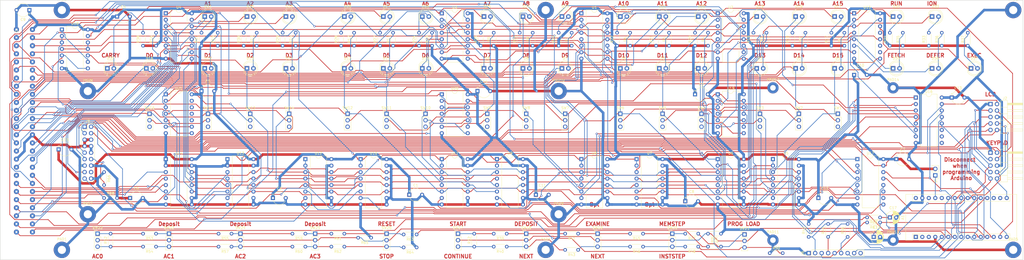
<source format=kicad_pcb>
(kicad_pcb (version 20171130) (host pcbnew "(5.0.2)-1")
  (title_block (title "Nova 1200 front panel") (date 2019-01-06) (rev "Rev 2") (company "Marcel van Herk"))
  (layers (0 F.Cu signal) (31 B.Cu signal) (44 Edge.Cuts user))
  (net 0 "")
  (net 1 "Net-(D5-Pad2)")
  (net 2 "Net-(D25-Pad2)")
  (net 3 "Net-(D24-Pad2)")
  (net 4 "Net-(D23-Pad2)")
  (net 5 "Net-(D22-Pad2)")
  (net 6 "Net-(D21-Pad2)")
  (net 7 "Net-(D20-Pad2)")
  (net 8 "Net-(D19-Pad2)")
  (net 9 "Net-(D18-Pad2)")
  (net 10 "Net-(D16-Pad2)")
  (net 11 "Net-(D6-Pad2)")
  (net 12 "Net-(D3-Pad2)")
  (net 13 "Net-(D2-Pad2)")
  (net 14 "Net-(D1-Pad2)")
  (net 15 "Net-(D27-Pad2)")
  (net 16 "Net-(D14-Pad2)")
  (net 17 "Net-(D15-Pad2)")
  (net 18 "Net-(D17-Pad2)")
  (net 19 "Net-(D36-Pad2)")
  (net 20 "Net-(D13-Pad2)")
  (net 21 "Net-(D7-Pad2)")
  (net 22 "Net-(D8-Pad2)")
  (net 23 "Net-(D9-Pad2)")
  (net 24 "Net-(D10-Pad2)")
  (net 25 "Net-(D11-Pad2)")
  (net 26 "Net-(D12-Pad2)")
  (net 27 "Net-(D28-Pad2)")
  (net 28 "Net-(D37-Pad2)")
  (net 29 "Net-(D35-Pad2)")
  (net 30 "Net-(D4-Pad2)")
  (net 31 "Net-(D29-Pad2)")
  (net 32 "Net-(D30-Pad2)")
  (net 33 "Net-(D31-Pad2)")
  (net 34 "Net-(D32-Pad2)")
  (net 35 "Net-(D33-Pad2)")
  (net 36 "Net-(D34-Pad2)")
  (net 37 "Net-(D26-Pad2)")
  (net 38 /CONTDATA)
  (net 39 /ND7)
  (net 40 /D3)
  (net 41 /ND6)
  (net 42 /D2)
  (net 43 /ND5)
  (net 44 /D1)
  (net 45 /ND4)
  (net 46 /D0)
  (net 47 /SEL8)
  (net 48 /A0)
  (net 49 /SEL6)
  (net 50 /A1)
  (net 51 /SEL5)
  (net 52 /A2)
  (net 53 /SEL4)
  (net 54 /SEL1)
  (net 55 /SEL3)
  (net 56 "Net-(U16-Pad11)")
  (net 57 /SEL2)
  (net 58 "Net-(U16-Pad10)")
  (net 59 /SEL7)
  (net 60 /SEL0)
  (net 61 /SEL15)
  (net 62 /SEL9)
  (net 63 "Net-(U17-Pad10)")
  (net 64 /SEL10)
  (net 65 "Net-(U17-Pad11)")
  (net 66 /SEL11)
  (net 67 /SEL12)
  (net 68 /SEL13)
  (net 69 /SEL14)
  (net 70 /EXEC)
  (net 71 /DEFER)
  (net 72 "Net-(U15-Pad13)")
  (net 73 /FETCH)
  (net 74 "Net-(U15-Pad11)")
  (net 75 /RUN)
  (net 76 "Net-(U15-Pad10)")
  (net 77 /ION)
  (net 78 /A0')
  (net 79 /MSTP)
  (net 80 /CON+)
  (net 81 /CONREQ)
  (net 82 /STOP)
  (net 83 /RST)
  (net 84 /PL)
  (net 85 /ISTP)
  (net 86 /CONINST)
  (net 87 /ND3)
  (net 88 /ND2)
  (net 89 /ND1)
  (net 90 /ND0)
  (net 91 /ND11)
  (net 92 /ND10)
  (net 93 /ND9)
  (net 94 /ND8)
  (net 95 /ND12)
  (net 96 /ND13)
  (net 97 /ND14)
  (net 98 /ND15)
  (net 99 /NA7)
  (net 100 /CARRY)
  (net 101 /NA3)
  (net 102 /NA4)
  (net 103 /NA6)
  (net 104 /NA1)
  (net 105 /NA2)
  (net 106 /NA5)
  (net 107 /NA15)
  (net 108 /NA8)
  (net 109 /NA11)
  (net 110 /NA12)
  (net 111 /NA14)
  (net 112 /NA9)
  (net 113 /NA10)
  (net 114 /NA13)
  (net 115 "Net-(A1-Pad1)")
  (net 116 "Net-(A1-Pad17)")
  (net 117 "Net-(A1-Pad2)")
  (net 118 "Net-(A1-Pad18)")
  (net 119 "Net-(A1-Pad3)")
  (net 120 /KEYL)
  (net 121 /KEYM)
  (net 122 /LCD4)
  (net 123 /LCD5)
  (net 124 /LCD6)
  (net 125 /LCD7)
  (net 126 /KEYP)
  (net 127 "Net-(A1-Pad26)")
  (net 128 "Net-(A1-Pad27)")
  (net 129 "Net-(A1-Pad28)")
  (net 130 "Net-(A1-Pad30)")
  (net 131 /ENLCD1)
  (net 132 /ENLCD2)
  (net 133 "Net-(J1-Pad14)")
  (net 134 "Net-(J1-Pad37)")
  (net 135 /VCC)
  (net 136 "Net-(R32-Pad2)")
  (net 137 "Net-(R39-Pad1)")
  (net 138 "Net-(R41-Pad1)")
  (net 139 "Net-(R40-Pad1)")
  (net 140 "Net-(R32-Pad1)")
  (net 141 "Net-(R43-Pad1)")
  (net 142 "Net-(R55-Pad1)")
  (net 143 "Net-(R59-Pad1)")
  (net 144 /GND)
  (net 145 "Net-(R62-Pad1)")
  (net 146 /AREF)
  (net 147 "Net-(R61-Pad1)")
  (net 148 "Net-(R60-Pad1)")
  (net 149 "Net-(R57-Pad1)")
  (net 150 "Net-(R54-Pad1)")
  (net 151 "Net-(R52-Pad2)")
  (net 152 "Net-(R52-Pad1)")
  (net 153 "Net-(R48-Pad1)")
  (net 154 "Net-(R47-Pad1)")
  (net 155 "Net-(R46-Pad1)")
  (net 156 "Net-(R45-Pad1)")
  (net 157 "Net-(R53-Pad1)")
  (net 158 /ENSWREG)
  (net 159 /CONTDAT)
  (net 160 "Net-(U18-Pad1)")
  (net 161 "Net-(U18-Pad10)")
  (net 162 "Net-(U18-Pad11)")
  (net 163 "Net-(SW16-Pad2)")
  (net 164 "Net-(SW13-Pad2)")
  (net 165 "Net-(SW14-Pad2)")
  (net 166 "Net-(SW15-Pad2)")
  (net 167 "Net-(SW9-Pad2)")
  (net 168 "Net-(SW12-Pad2)")
  (net 169 "Net-(SW8-Pad2)")
  (net 170 "Net-(SW11-Pad2)")
  (net 171 "Net-(SW7-Pad2)")
  (net 172 "Net-(SW10-Pad2)")
  (net 173 "Net-(SW4-Pad2)")
  (net 174 "Net-(SW1-Pad2)")
  (net 175 "Net-(SW5-Pad2)")
  (net 176 "Net-(SW2-Pad2)")
  (net 177 "Net-(SW6-Pad2)")
  (net 178 "Net-(SW3-Pad2)")
  (net 179 "Net-(J6-Pad4)")
  (net 180 "Net-(J5-Pad12)")
  (net 181 "Net-(J5-Pad16)")
  (net 182 "Net-(J5-Pad17)")
  (net 183 "Net-(J6-Pad6)")
  (net 184 "Net-(J6-Pad9)")
  (net 185 "Net-(R65-Pad2)")
  (net 186 "Net-(R51-Pad2)")
  (net 187 /SELR2)
  (net 188 /SELR1)
  (module Capacitor_THT:CP_Radial_D5.0mm_P2.50mm (layer F.Cu) (at 360.72 107.95)
    (fp_text reference C16 (at 1.25 -3.75) (layer F.SilkS))
    (fp_text value C_Small)
    (pad 2 thru_hole circle (at 2.5 0) (size 1.6 1.6) (drill 0.8) (layers *.Cu *.Mask) (net 144 /GND))
    (pad 1 thru_hole rect (at 0 0) (size 1.6 1.6) (drill 0.8) (layers *.Cu *.Mask) (net 120 /KEYL))
  )
  (module Capacitor_THT:CP_Radial_D5.0mm_P2.50mm (layer F.Cu) (at 367.03 100.33)
    (fp_text reference C17 (at 1.25 -3.75) (layer F.SilkS))
    (fp_text value C_Small)
    (pad 1 thru_hole rect (at 0 0) (size 1.6 1.6) (drill 0.8) (layers *.Cu *.Mask) (net 121 /KEYM))
    (pad 2 thru_hole circle (at 2.5 0) (size 1.6 1.6) (drill 0.8) (layers *.Cu *.Mask) (net 144 /GND))
  )
  (module Resistor_THT:R_Axial_DIN0204_L3.6mm_D1.6mm_P5.08mm_Horizontal (layer F.Cu) (at 363.22 102.285 180)
    (fp_text reference R67 (at 2.54 -1.92 180) (layer F.SilkS))
    (fp_text value 1M)
    (pad 2 thru_hole oval (at 5.08 0 180) (size 1.4 1.4) (drill 0.7) (layers *.Cu *.Mask) (net 186 "Net-(R51-Pad2)"))
    (pad 1 thru_hole circle (at 0 0 180) (size 1.4 1.4) (drill 0.7) (layers *.Cu *.Mask) (net 120 /KEYL))
  )
  (module Resistor_THT:R_Axial_DIN0204_L3.6mm_D1.6mm_P5.08mm_Horizontal (layer F.Cu) (at 363.22 100.33 180)
    (fp_text reference R68 (at 2.54 -1.92 180) (layer F.SilkS))
    (fp_text value 1M)
    (pad 1 thru_hole circle (at 0 0 180) (size 1.4 1.4) (drill 0.7) (layers *.Cu *.Mask) (net 121 /KEYM))
    (pad 2 thru_hole oval (at 5.08 0 180) (size 1.4 1.4) (drill 0.7) (layers *.Cu *.Mask) (net 185 "Net-(R65-Pad2)"))
  )
  (module MountingHole:MountingHole_3.2mm_M3_Pad (layer F.Cu) (at 43.18 19.05)
    (fp_text reference PAD2 (at 0 -4.2) (layer F.SilkS))
    (fp_text value MountingHole_Pad)
    (pad 1 thru_hole circle (at 0 0) (size 6.4 6.4) (drill 3.2) (layers *.Cu *.Mask) (net 144 /GND))
  )
  (module MountingHole:MountingHole_3.2mm_M3_Pad (layer F.Cu) (at 232.41 19.05)
    (fp_text reference PAD3 (at 0 -4.2) (layer F.SilkS))
    (fp_text value MountingHole_Pad)
    (pad 1 thru_hole circle (at 0 0) (size 6.4 6.4) (drill 3.2) (layers *.Cu *.Mask) (net 144 /GND))
  )
  (module MountingHole:MountingHole_3.2mm_M3_Pad (layer F.Cu) (at 43.18 113.03)
    (fp_text reference PAD1 (at 0 -4.2) (layer F.SilkS))
    (fp_text value MountingHole_Pad)
    (pad 1 thru_hole circle (at 0 0) (size 6.4 6.4) (drill 3.2) (layers *.Cu *.Mask) (net 144 /GND))
  )
  (module MountingHole:MountingHole_3.2mm_M3_Pad (layer F.Cu) (at 415.29 113.03)
    (fp_text reference PAD5 (at 0 -4.2) (layer F.SilkS))
    (fp_text value MountingHole_Pad)
    (pad 1 thru_hole circle (at 0 0) (size 6.4 6.4) (drill 3.2) (layers *.Cu *.Mask) (net 144 /GND))
  )
  (module MountingHole:MountingHole_3.2mm_M3_Pad (layer F.Cu) (at 232.41 113.03)
    (fp_text reference PAD4 (at 0 -4.2) (layer F.SilkS))
    (fp_text value MountingHole_Pad)
    (pad 1 thru_hole circle (at 0 0) (size 6.4 6.4) (drill 3.2) (layers *.Cu *.Mask) (net 144 /GND))
  )
  (module MountingHole:MountingHole_3.2mm_M3_Pad (layer F.Cu) (at 53.34 99.06)
    (fp_text reference PAD7 (at 0 -4.2) (layer F.SilkS))
    (fp_text value MountingHole_Pad)
    (pad 1 thru_hole circle (at 0 0) (size 6.4 6.4) (drill 3.2) (layers *.Cu *.Mask) (net 144 /GND))
  )
  (module MountingHole:MountingHole_3.2mm_M3_Pad (layer F.Cu) (at 415.29 19.05)
    (fp_text reference PAD6 (at 0 -4.2) (layer F.SilkS))
    (fp_text value MountingHole_Pad)
    (pad 1 thru_hole circle (at 0 0) (size 6.4 6.4) (drill 3.2) (layers *.Cu *.Mask) (net 144 /GND))
  )
  (module MountingHole:MountingHole_3.2mm_M3_Pad (layer F.Cu) (at 237.49 50.8)
    (fp_text reference PAD10 (at 0 -4.2) (layer F.SilkS))
    (fp_text value MountingHole_Pad)
    (pad 1 thru_hole circle (at 0 0) (size 6.4 6.4) (drill 3.2) (layers *.Cu *.Mask) (net 144 /GND))
  )
  (module MountingHole:MountingHole_3.2mm_M3_Pad (layer F.Cu) (at 53.34 50.8)
    (fp_text reference PAD8 (at 0 -4.2) (layer F.SilkS))
    (fp_text value MountingHole_Pad)
    (pad 1 thru_hole circle (at 0 0) (size 6.4 6.4) (drill 3.2) (layers *.Cu *.Mask) (net 144 /GND))
  )
  (module MountingHole:MountingHole_3.2mm_M3_Pad (layer F.Cu) (at 237.49 99.06)
    (fp_text reference PAD9 (at 0 -4.2) (layer F.SilkS))
    (fp_text value MountingHole_Pad)
    (pad 1 thru_hole circle (at 0 0) (size 6.4 6.4) (drill 3.2) (layers *.Cu *.Mask) (net 144 /GND))
  )
  (module Capacitor_THT:CP_Radial_Tantal_D5.0mm_P5.00mm (layer F.Cu) (at 179.07 91.44)
    (fp_text reference C1 (at 2.5 -3.75) (layer F.SilkS))
    (fp_text value CP1_Small)
    (pad 1 thru_hole rect (at 0 0) (size 1.6 1.6) (drill 0.8) (layers *.Cu *.Mask) (net 135 /VCC))
    (pad 2 thru_hole circle (at 5 0) (size 1.6 1.6) (drill 0.8) (layers *.Cu *.Mask) (net 144 /GND))
  )
  (module Capacitor_THT:CP_Radial_Tantal_D5.0mm_P5.00mm (layer F.Cu) (at 290.83 52.07)
    (fp_text reference C2 (at 2.5 -3.75) (layer F.SilkS))
    (fp_text value CP1_Small)
    (pad 2 thru_hole circle (at 5 0) (size 1.6 1.6) (drill 0.8) (layers *.Cu *.Mask) (net 144 /GND))
    (pad 1 thru_hole rect (at 0 0) (size 1.6 1.6) (drill 0.8) (layers *.Cu *.Mask) (net 135 /VCC))
  )
  (module Capacitor_THT:CP_Radial_Tantal_D5.0mm_P5.00mm (layer F.Cu) (at 125.73 92.71)
    (fp_text reference C3 (at 2.5 -3.75) (layer F.SilkS))
    (fp_text value CP1_Small)
    (pad 1 thru_hole rect (at 0 0) (size 1.6 1.6) (drill 0.8) (layers *.Cu *.Mask) (net 135 /VCC))
    (pad 2 thru_hole circle (at 5 0) (size 1.6 1.6) (drill 0.8) (layers *.Cu *.Mask) (net 144 /GND))
  )
  (module Capacitor_THT:CP_Radial_Tantal_D5.0mm_P5.00mm (layer F.Cu) (at 64.77 21.59)
    (fp_text reference C4 (at 2.5 -3.75) (layer F.SilkS))
    (fp_text value CP1_Small)
    (pad 2 thru_hole circle (at 5 0) (size 1.6 1.6) (drill 0.8) (layers *.Cu *.Mask) (net 144 /GND))
    (pad 1 thru_hole rect (at 0 0) (size 1.6 1.6) (drill 0.8) (layers *.Cu *.Mask) (net 135 /VCC))
  )
  (module Capacitor_THT:CP_Radial_Tantal_D5.0mm_P5.00mm (layer F.Cu) (at 97.79 50.8)
    (fp_text reference C5 (at 2.5 -3.75) (layer F.SilkS))
    (fp_text value CP1_Small)
    (pad 1 thru_hole rect (at 0 0) (size 1.6 1.6) (drill 0.8) (layers *.Cu *.Mask) (net 135 /VCC))
    (pad 2 thru_hole circle (at 5 0) (size 1.6 1.6) (drill 0.8) (layers *.Cu *.Mask) (net 144 /GND))
  )
  (module Capacitor_THT:CP_Radial_Tantal_D5.0mm_P5.00mm (layer F.Cu) (at 69.85 92.71)
    (fp_text reference C6 (at 2.5 -3.75) (layer F.SilkS))
    (fp_text value CP1_Small)
    (pad 2 thru_hole circle (at 5 0) (size 1.6 1.6) (drill 0.8) (layers *.Cu *.Mask) (net 144 /GND))
    (pad 1 thru_hole rect (at 0 0) (size 1.6 1.6) (drill 0.8) (layers *.Cu *.Mask) (net 135 /VCC))
  )
  (module Capacitor_THT:CP_Radial_Tantal_D5.0mm_P5.00mm (layer F.Cu) (at 369.57 77.47)
    (fp_text reference C7 (at 2.5 -3.75) (layer F.SilkS))
    (fp_text value CP1_Small)
    (pad 1 thru_hole rect (at 0 0) (size 1.6 1.6) (drill 0.8) (layers *.Cu *.Mask) (net 135 /VCC))
    (pad 2 thru_hole circle (at 5 0) (size 1.6 1.6) (drill 0.8) (layers *.Cu *.Mask) (net 144 /GND))
  )
  (module Capacitor_THT:CP_Radial_Tantal_D5.0mm_P5.00mm (layer F.Cu) (at 287.02 93.98)
    (fp_text reference C8 (at 2.5 -3.75) (layer F.SilkS))
    (fp_text value CP1_Small)
    (pad 2 thru_hole circle (at 5 0) (size 1.6 1.6) (drill 0.8) (layers *.Cu *.Mask) (net 144 /GND))
    (pad 1 thru_hole rect (at 0 0) (size 1.6 1.6) (drill 0.8) (layers *.Cu *.Mask) (net 135 /VCC))
  )
  (module Capacitor_THT:CP_Radial_Tantal_D5.0mm_P5.00mm (layer F.Cu) (at 30.48 19.05 180)
    (fp_text reference C9 (at 2.5 -3.75 180) (layer F.SilkS))
    (fp_text value CP1_Small)
    (pad 1 thru_hole rect (at 0 0 180) (size 1.6 1.6) (drill 0.8) (layers *.Cu *.Mask) (net 135 /VCC))
    (pad 2 thru_hole circle (at 5 0 180) (size 1.6 1.6) (drill 0.8) (layers *.Cu *.Mask) (net 144 /GND))
  )
  (module Capacitor_THT:CP_Radial_Tantal_D5.0mm_P5.00mm (layer F.Cu) (at 353.06 44.45)
    (fp_text reference C10 (at 2.5 -3.75) (layer F.SilkS))
    (fp_text value CP1_Small)
    (pad 2 thru_hole circle (at 5 0) (size 1.6 1.6) (drill 0.8) (layers *.Cu *.Mask) (net 144 /GND))
    (pad 1 thru_hole rect (at 0 0) (size 1.6 1.6) (drill 0.8) (layers *.Cu *.Mask) (net 135 /VCC))
  )
  (module Capacitor_THT:CP_Radial_Tantal_D5.0mm_P5.00mm (layer F.Cu) (at 228.6 91.44)
    (fp_text reference C11 (at 2.5 -3.75) (layer F.SilkS))
    (fp_text value CP1_Small)
    (pad 1 thru_hole rect (at 0 0) (size 1.6 1.6) (drill 0.8) (layers *.Cu *.Mask) (net 135 /VCC))
    (pad 2 thru_hole circle (at 5 0) (size 1.6 1.6) (drill 0.8) (layers *.Cu *.Mask) (net 144 /GND))
  )
  (module Capacitor_THT:CP_Radial_Tantal_D5.0mm_P5.00mm (layer F.Cu) (at 339.09 92.71)
    (fp_text reference C12 (at 2.5 -3.75) (layer F.SilkS))
    (fp_text value CP1_Small)
    (pad 2 thru_hole circle (at 5 0) (size 1.6 1.6) (drill 0.8) (layers *.Cu *.Mask) (net 144 /GND))
    (pad 1 thru_hole rect (at 0 0) (size 1.6 1.6) (drill 0.8) (layers *.Cu *.Mask) (net 135 /VCC))
  )
  (module Capacitor_THT:CP_Radial_Tantal_D5.0mm_P5.00mm (layer F.Cu) (at 391.24 53.34)
    (fp_text reference C13 (at 2.5 -3.75) (layer F.SilkS))
    (fp_text value CP1_Small)
    (pad 1 thru_hole rect (at 0 0) (size 1.6 1.6) (drill 0.8) (layers *.Cu *.Mask) (net 135 /VCC))
    (pad 2 thru_hole circle (at 5 0) (size 1.6 1.6) (drill 0.8) (layers *.Cu *.Mask) (net 144 /GND))
  )
  (module Capacitor_THT:CP_Radial_Tantal_D5.0mm_P5.00mm (layer F.Cu) (at 205.74 50.8)
    (fp_text reference C14 (at 2.5 -3.75) (layer F.SilkS))
    (fp_text value CP1_Small)
    (pad 2 thru_hole circle (at 5 0) (size 1.6 1.6) (drill 0.8) (layers *.Cu *.Mask) (net 144 /GND))
    (pad 1 thru_hole rect (at 0 0) (size 1.6 1.6) (drill 0.8) (layers *.Cu *.Mask) (net 135 /VCC))
  )
  (module Capacitor_THT:CP_Radial_Tantal_D5.0mm_P5.00mm (layer F.Cu) (at 41.91 73.66)
    (fp_text reference C15 (at 2.5 -3.75) (layer F.SilkS))
    (fp_text value CP1_Small)
    (pad 1 thru_hole rect (at 0 0) (size 1.6 1.6) (drill 0.8) (layers *.Cu *.Mask) (net 135 /VCC))
    (pad 2 thru_hole circle (at 5 0) (size 1.6 1.6) (drill 0.8) (layers *.Cu *.Mask) (net 144 /GND))
  )
  (module Connector:nova_fp (layer F.Cu) (at 25.4 26.67)
    (fp_text reference J1 (at 0 0.5) (layer F.SilkS))
    (fp_text value Conn_02x26_Odd_Even)
    (pad 52 thru_hole circle (at 6.27 79.375) (size 2 2) (drill 0.762) (layers *.Cu *.Mask) (net 70 /EXEC))
    (pad 51 thru_hole circle (at 0 79.375) (size 2 2) (drill 0.762) (layers *.Cu *.Mask) (net 75 /RUN))
    (pad 50 thru_hole circle (at 6.27 76.2) (size 2 2) (drill 0.762) (layers *.Cu *.Mask) (net 71 /DEFER))
    (pad 49 thru_hole circle (at 0 76.2) (size 2 2) (drill 0.762) (layers *.Cu *.Mask) (net 77 /ION))
    (pad 48 thru_hole circle (at 6.27 73.025) (size 2 2) (drill 0.762) (layers *.Cu *.Mask) (net 73 /FETCH))
    (pad 47 thru_hole circle (at 0 73.025) (size 2 2) (drill 0.762) (layers *.Cu *.Mask) (net 85 /ISTP))
    (pad 46 thru_hole circle (at 6.27 69.85) (size 2 2) (drill 0.762) (layers *.Cu *.Mask) (net 100 /CARRY))
    (pad 45 thru_hole circle (at 0 69.85) (size 2 2) (drill 0.762) (layers *.Cu *.Mask) (net 84 /PL))
    (pad 44 thru_hole circle (at 6.27 66.675) (size 2 2) (drill 0.762) (layers *.Cu *.Mask) (net 79 /MSTP))
    (pad 43 thru_hole circle (at 0 66.675) (size 2 2) (drill 0.762) (layers *.Cu *.Mask) (net 86 /CONINST))
    (pad 42 thru_hole circle (at 6.27 63.5) (size 2 2) (drill 0.762) (layers *.Cu *.Mask) (net 80 /CON+))
    (pad 41 thru_hole circle (at 0 63.5) (size 2 2) (drill 0.762) (layers *.Cu *.Mask) (net 81 /CONREQ))
    (pad 40 thru_hole circle (at 6.27 60.325) (size 2 2) (drill 0.762) (layers *.Cu *.Mask) (net 38 /CONTDATA))
    (pad 39 thru_hole circle (at 0 60.325) (size 2 2) (drill 0.762) (layers *.Cu *.Mask) (net 83 /RST))
    (pad 38 thru_hole circle (at 6.27 57.15) (size 2 2) (drill 0.762) (layers *.Cu *.Mask) (net 82 /STOP))
    (pad 37 thru_hole circle (at 0 57.15) (size 2 2) (drill 0.762) (layers *.Cu *.Mask) (net 134 "Net-(J1-Pad37)"))
    (pad 36 thru_hole circle (at 6.27 53.975) (size 2 2) (drill 0.762) (layers *.Cu *.Mask) (net 113 /NA10))
    (pad 35 thru_hole circle (at 0 53.975) (size 2 2) (drill 0.762) (layers *.Cu *.Mask) (net 108 /NA8))
    (pad 34 thru_hole circle (at 6.27 50.8) (size 2 2) (drill 0.762) (layers *.Cu *.Mask) (net 87 /ND3))
    (pad 33 thru_hole circle (at 0 50.8) (size 2 2) (drill 0.762) (layers *.Cu *.Mask) (net 144 /GND))
    (pad 32 thru_hole circle (at 6.27 47.625) (size 2 2) (drill 0.762) (layers *.Cu *.Mask) (net 39 /ND7))
    (pad 31 thru_hole circle (at 0 47.625) (size 2 2) (drill 0.762) (layers *.Cu *.Mask) (net 102 /NA4))
    (pad 30 thru_hole circle (at 6.27 44.45) (size 2 2) (drill 0.762) (layers *.Cu *.Mask) (net 89 /ND1))
    (pad 29 thru_hole circle (at 0 44.45) (size 2 2) (drill 0.762) (layers *.Cu *.Mask) (net 105 /NA2))
    (pad 28 thru_hole circle (at 6.27 41.275) (size 2 2) (drill 0.762) (layers *.Cu *.Mask) (net 144 /GND))
    (pad 27 thru_hole circle (at 0 41.275) (size 2 2) (drill 0.762) (layers *.Cu *.Mask) (net 104 /NA1))
    (pad 26 thru_hole circle (at 6.27 38.1) (size 2 2) (drill 0.762) (layers *.Cu *.Mask) (net 90 /ND0))
    (pad 25 thru_hole circle (at 0 38.1) (size 2 2) (drill 0.762) (layers *.Cu *.Mask) (net 88 /ND2))
    (pad 24 thru_hole circle (at 6.27 34.925) (size 2 2) (drill 0.762) (layers *.Cu *.Mask) (net 101 /NA3))
    (pad 23 thru_hole circle (at 0 34.925) (size 2 2) (drill 0.762) (layers *.Cu *.Mask) (net 111 /NA14))
    (pad 22 thru_hole circle (at 6.27 31.75) (size 2 2) (drill 0.762) (layers *.Cu *.Mask) (net 45 /ND4))
    (pad 21 thru_hole circle (at 0 31.75) (size 2 2) (drill 0.762) (layers *.Cu *.Mask) (net 106 /NA5))
    (pad 20 thru_hole circle (at 6.27 28.575) (size 2 2) (drill 0.762) (layers *.Cu *.Mask) (net 43 /ND5))
    (pad 19 thru_hole circle (at 0 28.575) (size 2 2) (drill 0.762) (layers *.Cu *.Mask) (net 41 /ND6))
    (pad 18 thru_hole circle (at 6.27 25.4) (size 2 2) (drill 0.762) (layers *.Cu *.Mask) (net 103 /NA6))
    (pad 17 thru_hole circle (at 0 25.4) (size 2 2) (drill 0.762) (layers *.Cu *.Mask) (net 99 /NA7))
    (pad 16 thru_hole circle (at 6.27 22.225) (size 2 2) (drill 0.762) (layers *.Cu *.Mask) (net 94 /ND8))
    (pad 15 thru_hole circle (at 0 22.225) (size 2 2) (drill 0.762) (layers *.Cu *.Mask) (net 112 /NA9))
    (pad 14 thru_hole circle (at 6.27 19.05) (size 2 2) (drill 0.762) (layers *.Cu *.Mask) (net 133 "Net-(J1-Pad14)"))
    (pad 13 thru_hole circle (at 0 19.05) (size 2 2) (drill 0.762) (layers *.Cu *.Mask) (net 93 /ND9))
    (pad 12 thru_hole circle (at 6.27 15.875) (size 2 2) (drill 0.762) (layers *.Cu *.Mask) (net 92 /ND10))
    (pad 11 thru_hole circle (at 0 15.875) (size 2 2) (drill 0.762) (layers *.Cu *.Mask) (net 109 /NA11))
    (pad 10 thru_hole circle (at 6.27 12.7) (size 2 2) (drill 0.762) (layers *.Cu *.Mask) (net 91 /ND11))
    (pad 9 thru_hole circle (at 0 12.7) (size 2 2) (drill 0.762) (layers *.Cu *.Mask) (net 95 /ND12))
    (pad 8 thru_hole circle (at 6.27 9.525) (size 2 2) (drill 0.762) (layers *.Cu *.Mask) (net 110 /NA12))
    (pad 7 thru_hole circle (at 0 9.525) (size 2 2) (drill 0.762) (layers *.Cu *.Mask) (net 114 /NA13))
    (pad 6 thru_hole circle (at 6.27 6.35) (size 2 2) (drill 0.762) (layers *.Cu *.Mask) (net 96 /ND13))
    (pad 5 thru_hole circle (at 0 6.35) (size 2 2) (drill 0.762) (layers *.Cu *.Mask) (net 97 /ND14))
    (pad 4 thru_hole circle (at 6.27 3.175) (size 2 2) (drill 0.762) (layers *.Cu *.Mask) (net 107 /NA15))
    (pad 3 thru_hole circle (at 0 3.175) (size 2 2) (drill 0.762) (layers *.Cu *.Mask) (net 98 /ND15))
    (pad 2 thru_hole circle (at 6.27 0) (size 2 2) (drill 0.762) (layers *.Cu *.Mask) (net 135 /VCC))
    (pad 1 thru_hole circle (at 0 0) (size 2 2) (drill 0.762) (layers *.Cu *.Mask) (net 144 /GND))
  )
  (module MountingHole:MountingHole_2.2mm_M2_Pad (layer F.Cu) (at 368.3 109.22)
    (fp_text reference PAD13 (at 0 -3.2) (layer F.SilkS))
    (fp_text value MountingHole_Pad)
    (pad 1 thru_hole circle (at 0 0) (size 4.4 4.4) (drill 2.2) (layers *.Cu *.Mask) (net 144 /GND))
  )
  (module MountingHole:MountingHole_2.2mm_M2_Pad (layer F.Cu) (at 321.31 109.22)
    (fp_text reference PAD11 (at 0 -3.2) (layer F.SilkS))
    (fp_text value MountingHole_Pad)
    (pad 1 thru_hole circle (at 0 0) (size 4.4 4.4) (drill 2.2) (layers *.Cu *.Mask) (net 144 /GND))
  )
  (module MountingHole:MountingHole_2.2mm_M2_Pad (layer F.Cu) (at 368.3 49.53)
    (fp_text reference PAD14 (at 0 -3.2) (layer F.SilkS))
    (fp_text value MountingHole_Pad)
    (pad 1 thru_hole circle (at 0 0) (size 4.4 4.4) (drill 2.2) (layers *.Cu *.Mask) (net 144 /GND))
  )
  (module MountingHole:MountingHole_2.2mm_M2_Pad (layer F.Cu) (at 321.31 49.53)
    (fp_text reference PAD12 (at 0 -3.2) (layer F.SilkS))
    (fp_text value MountingHole_Pad)
    (pad 1 thru_hole circle (at 0 0) (size 4.4 4.4) (drill 2.2) (layers *.Cu *.Mask) (net 144 /GND))
  )
  (module Resistor_THT:R_Axial_DIN0204_L3.6mm_D1.6mm_P5.08mm_Horizontal (layer F.Cu) (at 59.69 92.71)
    (fp_text reference R58 (at 2.54 -1.92) (layer F.SilkS))
    (fp_text value 100)
    (pad 2 thru_hole oval (at 5.08 0) (size 1.4 1.4) (drill 0.7) (layers *.Cu *.Mask) (net 135 /VCC))
    (pad 1 thru_hole circle (at 0 0) (size 1.4 1.4) (drill 0.7) (layers *.Cu *.Mask) (net 182 "Net-(J5-Pad17)"))
  )
  (module Resistor_THT:R_Axial_DIN0204_L3.6mm_D1.6mm_P5.08mm_Horizontal (layer F.Cu) (at 59.69 82.55 270)
    (fp_text reference R66 (at 2.54 -1.92 270) (layer F.SilkS))
    (fp_text value 1K)
    (pad 1 thru_hole circle (at 0 0 270) (size 1.4 1.4) (drill 0.7) (layers *.Cu *.Mask) (net 144 /GND))
    (pad 2 thru_hole oval (at 5.08 0 270) (size 1.4 1.4) (drill 0.7) (layers *.Cu *.Mask) (net 180 "Net-(J5-Pad12)"))
  )
  (module Connector_PinHeader_2.54mm:PinHeader_1x09_P2.54mm_Vertical (layer F.Cu) (at 335.28 114.3 90)
    (fp_text reference J6 (at 0 -2.33 90) (layer F.SilkS))
    (fp_text value Conn_01x09)
    (pad 1 thru_hole rect (at 0 0 90) (size 1.7 1.7) (drill 1) (layers *.Cu *.Mask) (net 144 /GND))
    (pad 2 thru_hole oval (at 0 2.54 90) (size 1.7 1.7) (drill 1) (layers *.Cu *.Mask) (net 126 /KEYP))
    (pad 3 thru_hole oval (at 0 5.08 90) (size 1.7 1.7) (drill 1) (layers *.Cu *.Mask) (net 122 /LCD4))
    (pad 4 thru_hole oval (at 0 7.62 90) (size 1.7 1.7) (drill 1) (layers *.Cu *.Mask) (net 179 "Net-(J6-Pad4)"))
    (pad 5 thru_hole oval (at 0 10.16 90) (size 1.7 1.7) (drill 1) (layers *.Cu *.Mask) (net 123 /LCD5))
    (pad 6 thru_hole oval (at 0 12.7 90) (size 1.7 1.7) (drill 1) (layers *.Cu *.Mask) (net 183 "Net-(J6-Pad6)"))
    (pad 7 thru_hole oval (at 0 15.24 90) (size 1.7 1.7) (drill 1) (layers *.Cu *.Mask) (net 124 /LCD6))
    (pad 8 thru_hole oval (at 0 17.78 90) (size 1.7 1.7) (drill 1) (layers *.Cu *.Mask) (net 125 /LCD7))
    (pad 9 thru_hole oval (at 0 20.32 90) (size 1.7 1.7) (drill 1) (layers *.Cu *.Mask) (net 184 "Net-(J6-Pad9)"))
  )
  (module Connector_PinHeader_2.54mm:PinHeader_2x09_P2.54mm_Vertical (layer F.Cu) (at 52.07 64.77)
    (fp_text reference J5 (at 1.27 -2.33) (layer F.SilkS))
    (fp_text value Conn_02x09_Odd_Even)
    (pad 1 thru_hole rect (at 0 0) (size 1.7 1.7) (drill 1) (layers *.Cu *.Mask) (net 125 /LCD7))
    (pad 2 thru_hole oval (at 2.54 0) (size 1.7 1.7) (drill 1) (layers *.Cu *.Mask) (net 124 /LCD6))
    (pad 3 thru_hole oval (at 0 2.54) (size 1.7 1.7) (drill 1) (layers *.Cu *.Mask) (net 123 /LCD5))
    (pad 4 thru_hole oval (at 2.54 2.54) (size 1.7 1.7) (drill 1) (layers *.Cu *.Mask) (net 122 /LCD4))
    (pad 5 thru_hole oval (at 0 5.08) (size 1.7 1.7) (drill 1) (layers *.Cu *.Mask) (net 144 /GND))
    (pad 6 thru_hole oval (at 2.54 5.08) (size 1.7 1.7) (drill 1) (layers *.Cu *.Mask) (net 144 /GND))
    (pad 7 thru_hole oval (at 0 7.62) (size 1.7 1.7) (drill 1) (layers *.Cu *.Mask) (net 144 /GND))
    (pad 8 thru_hole oval (at 2.54 7.62) (size 1.7 1.7) (drill 1) (layers *.Cu *.Mask) (net 144 /GND))
    (pad 9 thru_hole oval (at 0 10.16) (size 1.7 1.7) (drill 1) (layers *.Cu *.Mask) (net 131 /ENLCD1))
    (pad 10 thru_hole oval (at 2.54 10.16) (size 1.7 1.7) (drill 1) (layers *.Cu *.Mask) (net 144 /GND))
    (pad 11 thru_hole oval (at 0 12.7) (size 1.7 1.7) (drill 1) (layers *.Cu *.Mask) (net 48 /A0))
    (pad 12 thru_hole oval (at 2.54 12.7) (size 1.7 1.7) (drill 1) (layers *.Cu *.Mask) (net 180 "Net-(J5-Pad12)"))
    (pad 13 thru_hole oval (at 0 15.24) (size 1.7 1.7) (drill 1) (layers *.Cu *.Mask) (net 144 /GND))
    (pad 14 thru_hole oval (at 2.54 15.24) (size 1.7 1.7) (drill 1) (layers *.Cu *.Mask) (net 135 /VCC))
    (pad 15 thru_hole oval (at 0 17.78) (size 1.7 1.7) (drill 1) (layers *.Cu *.Mask) (net 132 /ENLCD2))
    (pad 16 thru_hole oval (at 2.54 17.78) (size 1.7 1.7) (drill 1) (layers *.Cu *.Mask) (net 181 "Net-(J5-Pad16)"))
    (pad 17 thru_hole oval (at 0 20.32) (size 1.7 1.7) (drill 1) (layers *.Cu *.Mask) (net 182 "Net-(J5-Pad17)"))
    (pad 18 thru_hole oval (at 2.54 20.32) (size 1.7 1.7) (drill 1) (layers *.Cu *.Mask) (net 144 /GND))
  )
  (module Resistor_THT:R_Axial_DIN0204_L3.6mm_D1.6mm_P5.08mm_Horizontal (layer F.Cu) (at 350.52 107.95 90)
    (fp_text reference R56 (at 2.54 -1.92 90) (layer F.SilkS))
    (fp_text value 4K7)
    (pad 1 thru_hole circle (at 0 0 90) (size 1.4 1.4) (drill 0.7) (layers *.Cu *.Mask) (net 183 "Net-(J6-Pad6)"))
    (pad 2 thru_hole oval (at 5.08 0 90) (size 1.4 1.4) (drill 0.7) (layers *.Cu *.Mask) (net 179 "Net-(J6-Pad4)"))
  )
  (module Resistor_THT:R_Axial_DIN0204_L3.6mm_D1.6mm_P5.08mm_Horizontal (layer F.Cu) (at 342.9 107.95 90)
    (fp_text reference R44 (at 2.54 -1.92 90) (layer F.SilkS))
    (fp_text value 4K7)
    (pad 2 thru_hole oval (at 5.08 0 90) (size 1.4 1.4) (drill 0.7) (layers *.Cu *.Mask) (net 126 /KEYP))
    (pad 1 thru_hole circle (at 0 0 90) (size 1.4 1.4) (drill 0.7) (layers *.Cu *.Mask) (net 179 "Net-(J6-Pad4)"))
  )
  (module Resistor_THT:R_Axial_DIN0204_L3.6mm_D1.6mm_P5.08mm_Horizontal (layer F.Cu) (at 335.28 107.95 90)
    (fp_text reference R42 (at 2.54 -1.92 90) (layer F.SilkS))
    (fp_text value 4K7)
    (pad 1 thru_hole circle (at 0 0 90) (size 1.4 1.4) (drill 0.7) (layers *.Cu *.Mask) (net 126 /KEYP))
    (pad 2 thru_hole oval (at 5.08 0 90) (size 1.4 1.4) (drill 0.7) (layers *.Cu *.Mask) (net 144 /GND))
  )
  (module Connector_PinHeader_2.54mm:PinHeader_1x03_P2.54mm_Vertical (layer F.Cu) (at 198.12 106.68)
    (fp_text reference SW17 (at 0 -2.33) (layer F.SilkS))
    (fp_text value SW_SPDT_MSM)
    (pad 3 thru_hole oval (at 0 5.08) (size 1.7 1.7) (drill 1) (layers *.Cu *.Mask) (net 140 "Net-(R32-Pad1)"))
    (pad 2 thru_hole oval (at 0 2.54) (size 1.7 1.7) (drill 1) (layers *.Cu *.Mask) (net 186 "Net-(R51-Pad2)"))
    (pad 1 thru_hole rect (at 0 0) (size 1.7 1.7) (drill 1) (layers *.Cu *.Mask) (net 136 "Net-(R32-Pad2)"))
  )
  (module Connector_PinHeader_2.54mm:PinHeader_1x03_P2.54mm_Vertical (layer F.Cu) (at 331.47 59.69)
    (fp_text reference SW2 (at 0 -2.33) (layer F.SilkS))
    (fp_text value SW_SPST)
    (pad 1 thru_hole rect (at 0 0) (size 1.7 1.7) (drill 1) (layers *.Cu *.Mask) (net 97 /ND14))
    (pad 2 thru_hole oval (at 0 2.54) (size 1.7 1.7) (drill 1) (layers *.Cu *.Mask) (net 176 "Net-(SW2-Pad2)"))
    (pad 3 thru_hole oval (at 0 5.08) (size 1.7 1.7) (drill 1) (layers *.Cu *.Mask))
  )
  (module Connector_PinHeader_2.54mm:PinHeader_1x03_P2.54mm_Vertical (layer F.Cu) (at 261.62 59.69)
    (fp_text reference SW6 (at 0 -2.33) (layer F.SilkS))
    (fp_text value SW_SPST)
    (pad 3 thru_hole oval (at 0 5.08) (size 1.7 1.7) (drill 1) (layers *.Cu *.Mask))
    (pad 2 thru_hole oval (at 0 2.54) (size 1.7 1.7) (drill 1) (layers *.Cu *.Mask) (net 177 "Net-(SW6-Pad2)"))
    (pad 1 thru_hole rect (at 0 0) (size 1.7 1.7) (drill 1) (layers *.Cu *.Mask) (net 92 /ND10))
  )
  (module Connector_PinHeader_2.54mm:PinHeader_1x03_P2.54mm_Vertical (layer F.Cu) (at 240.03 59.69)
    (fp_text reference SW7 (at 0 -2.33) (layer F.SilkS))
    (fp_text value SW_SPST)
    (pad 1 thru_hole rect (at 0 0) (size 1.7 1.7) (drill 1) (layers *.Cu *.Mask) (net 93 /ND9))
    (pad 2 thru_hole oval (at 0 2.54) (size 1.7 1.7) (drill 1) (layers *.Cu *.Mask) (net 171 "Net-(SW7-Pad2)"))
    (pad 3 thru_hole oval (at 0 5.08) (size 1.7 1.7) (drill 1) (layers *.Cu *.Mask))
  )
  (module Connector_PinHeader_2.54mm:PinHeader_1x03_P2.54mm_Vertical (layer F.Cu) (at 224.79 59.69)
    (fp_text reference SW8 (at 0 -2.33) (layer F.SilkS))
    (fp_text value SW_SPST)
    (pad 3 thru_hole oval (at 0 5.08) (size 1.7 1.7) (drill 1) (layers *.Cu *.Mask))
    (pad 2 thru_hole oval (at 0 2.54) (size 1.7 1.7) (drill 1) (layers *.Cu *.Mask) (net 169 "Net-(SW8-Pad2)"))
    (pad 1 thru_hole rect (at 0 0) (size 1.7 1.7) (drill 1) (layers *.Cu *.Mask) (net 94 /ND8))
  )
  (module Connector_PinHeader_2.54mm:PinHeader_1x03_P2.54mm_Vertical (layer F.Cu) (at 209.55 59.69)
    (fp_text reference SW9 (at 0 -2.33) (layer F.SilkS))
    (fp_text value SW_SPST)
    (pad 1 thru_hole rect (at 0 0) (size 1.7 1.7) (drill 1) (layers *.Cu *.Mask) (net 39 /ND7))
    (pad 2 thru_hole oval (at 0 2.54) (size 1.7 1.7) (drill 1) (layers *.Cu *.Mask) (net 167 "Net-(SW9-Pad2)"))
    (pad 3 thru_hole oval (at 0 5.08) (size 1.7 1.7) (drill 1) (layers *.Cu *.Mask))
  )
  (module Connector_PinHeader_2.54mm:PinHeader_1x03_P2.54mm_Vertical (layer F.Cu) (at 185.42 59.69)
    (fp_text reference SW10 (at 0 -2.33) (layer F.SilkS))
    (fp_text value SW_SPST)
    (pad 3 thru_hole oval (at 0 5.08) (size 1.7 1.7) (drill 1) (layers *.Cu *.Mask))
    (pad 2 thru_hole oval (at 0 2.54) (size 1.7 1.7) (drill 1) (layers *.Cu *.Mask) (net 172 "Net-(SW10-Pad2)"))
    (pad 1 thru_hole rect (at 0 0) (size 1.7 1.7) (drill 1) (layers *.Cu *.Mask) (net 41 /ND6))
  )
  (module Connector_PinHeader_2.54mm:PinHeader_1x03_P2.54mm_Vertical (layer F.Cu) (at 170.18 59.69)
    (fp_text reference SW11 (at 0 -2.33) (layer F.SilkS))
    (fp_text value SW_SPST)
    (pad 1 thru_hole rect (at 0 0) (size 1.7 1.7) (drill 1) (layers *.Cu *.Mask) (net 43 /ND5))
    (pad 2 thru_hole oval (at 0 2.54) (size 1.7 1.7) (drill 1) (layers *.Cu *.Mask) (net 170 "Net-(SW11-Pad2)"))
    (pad 3 thru_hole oval (at 0 5.08) (size 1.7 1.7) (drill 1) (layers *.Cu *.Mask))
  )
  (module Connector_PinHeader_2.54mm:PinHeader_1x03_P2.54mm_Vertical (layer F.Cu) (at 154.94 59.69)
    (fp_text reference SW12 (at 0 -2.33) (layer F.SilkS))
    (fp_text value SW_SPST)
    (pad 3 thru_hole oval (at 0 5.08) (size 1.7 1.7) (drill 1) (layers *.Cu *.Mask))
    (pad 2 thru_hole oval (at 0 2.54) (size 1.7 1.7) (drill 1) (layers *.Cu *.Mask) (net 168 "Net-(SW12-Pad2)"))
    (pad 1 thru_hole rect (at 0 0) (size 1.7 1.7) (drill 1) (layers *.Cu *.Mask) (net 45 /ND4))
  )
  (module Connector_PinHeader_2.54mm:PinHeader_1x03_P2.54mm_Vertical (layer F.Cu) (at 132.08 59.69)
    (fp_text reference SW14 (at 0 -2.33) (layer F.SilkS))
    (fp_text value SW_SPST)
    (pad 1 thru_hole rect (at 0 0) (size 1.7 1.7) (drill 1) (layers *.Cu *.Mask) (net 88 /ND2))
    (pad 2 thru_hole oval (at 0 2.54) (size 1.7 1.7) (drill 1) (layers *.Cu *.Mask) (net 165 "Net-(SW14-Pad2)"))
    (pad 3 thru_hole oval (at 0 5.08) (size 1.7 1.7) (drill 1) (layers *.Cu *.Mask))
  )
  (module Connector_PinHeader_2.54mm:PinHeader_1x03_P2.54mm_Vertical (layer F.Cu) (at 100.33 59.69)
    (fp_text reference SW15 (at 0 -2.33) (layer F.SilkS))
    (fp_text value SW_SPST)
    (pad 3 thru_hole oval (at 0 5.08) (size 1.7 1.7) (drill 1) (layers *.Cu *.Mask))
    (pad 2 thru_hole oval (at 0 2.54) (size 1.7 1.7) (drill 1) (layers *.Cu *.Mask) (net 166 "Net-(SW15-Pad2)"))
    (pad 1 thru_hole rect (at 0 0) (size 1.7 1.7) (drill 1) (layers *.Cu *.Mask) (net 89 /ND1))
  )
  (module Connector_PinHeader_2.54mm:PinHeader_1x03_P2.54mm_Vertical (layer F.Cu) (at 224.79 106.68)
    (fp_text reference SW18 (at 0 -2.33) (layer F.SilkS))
    (fp_text value SW_SPDT_MSM)
    (pad 1 thru_hole rect (at 0 0) (size 1.7 1.7) (drill 1) (layers *.Cu *.Mask) (net 137 "Net-(R39-Pad1)"))
    (pad 2 thru_hole oval (at 0 2.54) (size 1.7 1.7) (drill 1) (layers *.Cu *.Mask) (net 186 "Net-(R51-Pad2)"))
    (pad 3 thru_hole oval (at 0 5.08) (size 1.7 1.7) (drill 1) (layers *.Cu *.Mask) (net 139 "Net-(R40-Pad1)"))
  )
  (module Connector_PinHeader_2.54mm:PinHeader_1x03_P2.54mm_Vertical (layer F.Cu) (at 293.37 59.69)
    (fp_text reference SW4 (at 0 -2.33) (layer F.SilkS))
    (fp_text value SW_SPST)
    (pad 3 thru_hole oval (at 0 5.08) (size 1.7 1.7) (drill 1) (layers *.Cu *.Mask))
    (pad 2 thru_hole oval (at 0 2.54) (size 1.7 1.7) (drill 1) (layers *.Cu *.Mask) (net 173 "Net-(SW4-Pad2)"))
    (pad 1 thru_hole rect (at 0 0) (size 1.7 1.7) (drill 1) (layers *.Cu *.Mask) (net 95 /ND12))
  )
  (module Connector_PinHeader_2.54mm:PinHeader_1x03_P2.54mm_Vertical (layer F.Cu) (at 252.73 106.68)
    (fp_text reference SW19 (at 0 -2.33) (layer F.SilkS))
    (fp_text value SW_SPDT_MSM)
    (pad 1 thru_hole rect (at 0 0) (size 1.7 1.7) (drill 1) (layers *.Cu *.Mask) (net 138 "Net-(R41-Pad1)"))
    (pad 2 thru_hole oval (at 0 2.54) (size 1.7 1.7) (drill 1) (layers *.Cu *.Mask) (net 186 "Net-(R51-Pad2)"))
    (pad 3 thru_hole oval (at 0 5.08) (size 1.7 1.7) (drill 1) (layers *.Cu *.Mask) (net 141 "Net-(R43-Pad1)"))
  )
  (module Connector_PinHeader_2.54mm:PinHeader_1x03_P2.54mm_Vertical (layer F.Cu) (at 281.94 106.68)
    (fp_text reference SW20 (at 0 -2.33) (layer F.SilkS))
    (fp_text value SW_SPDT_MSM)
    (pad 3 thru_hole oval (at 0 5.08) (size 1.7 1.7) (drill 1) (layers *.Cu *.Mask) (net 155 "Net-(R46-Pad1)"))
    (pad 2 thru_hole oval (at 0 2.54) (size 1.7 1.7) (drill 1) (layers *.Cu *.Mask) (net 186 "Net-(R51-Pad2)"))
    (pad 1 thru_hole rect (at 0 0) (size 1.7 1.7) (drill 1) (layers *.Cu *.Mask) (net 156 "Net-(R45-Pad1)"))
  )
  (module Connector_PinHeader_2.54mm:PinHeader_1x03_P2.54mm_Vertical (layer F.Cu) (at 116.84 59.69)
    (fp_text reference SW13 (at 0 -2.33) (layer F.SilkS))
    (fp_text value SW_SPST)
    (pad 1 thru_hole rect (at 0 0) (size 1.7 1.7) (drill 1) (layers *.Cu *.Mask) (net 87 /ND3))
    (pad 2 thru_hole oval (at 0 2.54) (size 1.7 1.7) (drill 1) (layers *.Cu *.Mask) (net 164 "Net-(SW13-Pad2)"))
    (pad 3 thru_hole oval (at 0 5.08) (size 1.7 1.7) (drill 1) (layers *.Cu *.Mask))
  )
  (module Connector_PinHeader_2.54mm:PinHeader_1x03_P2.54mm_Vertical (layer F.Cu) (at 310.194 106.994)
    (fp_text reference SW21 (at 0 -2.33) (layer F.SilkS))
    (fp_text value SW_SPDT_MSM)
    (pad 3 thru_hole oval (at 0 5.08) (size 1.7 1.7) (drill 1) (layers *.Cu *.Mask) (net 153 "Net-(R48-Pad1)"))
    (pad 2 thru_hole oval (at 0 2.54) (size 1.7 1.7) (drill 1) (layers *.Cu *.Mask) (net 186 "Net-(R51-Pad2)"))
    (pad 1 thru_hole rect (at 0 0) (size 1.7 1.7) (drill 1) (layers *.Cu *.Mask) (net 154 "Net-(R47-Pad1)"))
  )
  (module Connector_PinHeader_2.54mm:PinHeader_1x03_P2.54mm_Vertical (layer F.Cu) (at 57.15 106.68)
    (fp_text reference SW22 (at 0 -2.33) (layer F.SilkS))
    (fp_text value SW_SPDT_MSM)
    (pad 1 thru_hole rect (at 0 0) (size 1.7 1.7) (drill 1) (layers *.Cu *.Mask) (net 151 "Net-(R52-Pad2)"))
    (pad 2 thru_hole oval (at 0 2.54) (size 1.7 1.7) (drill 1) (layers *.Cu *.Mask) (net 185 "Net-(R65-Pad2)"))
    (pad 3 thru_hole oval (at 0 5.08) (size 1.7 1.7) (drill 1) (layers *.Cu *.Mask) (net 152 "Net-(R52-Pad1)"))
  )
  (module Connector_PinHeader_2.54mm:PinHeader_1x03_P2.54mm_Vertical (layer F.Cu) (at 85.09 106.68)
    (fp_text reference SW23 (at 0 -2.33) (layer F.SilkS))
    (fp_text value SW_SPDT_MSM)
    (pad 3 thru_hole oval (at 0 5.08) (size 1.7 1.7) (drill 1) (layers *.Cu *.Mask) (net 150 "Net-(R54-Pad1)"))
    (pad 2 thru_hole oval (at 0 2.54) (size 1.7 1.7) (drill 1) (layers *.Cu *.Mask) (net 185 "Net-(R65-Pad2)"))
    (pad 1 thru_hole rect (at 0 0) (size 1.7 1.7) (drill 1) (layers *.Cu *.Mask) (net 157 "Net-(R53-Pad1)"))
  )
  (module Connector_PinHeader_2.54mm:PinHeader_1x03_P2.54mm_Vertical (layer F.Cu) (at 113.03 106.68)
    (fp_text reference SW24 (at 0 -2.33) (layer F.SilkS))
    (fp_text value SW_SPDT_MSM)
    (pad 1 thru_hole rect (at 0 0) (size 1.7 1.7) (drill 1) (layers *.Cu *.Mask) (net 142 "Net-(R55-Pad1)"))
    (pad 2 thru_hole oval (at 0 2.54) (size 1.7 1.7) (drill 1) (layers *.Cu *.Mask) (net 185 "Net-(R65-Pad2)"))
    (pad 3 thru_hole oval (at 0 5.08) (size 1.7 1.7) (drill 1) (layers *.Cu *.Mask) (net 149 "Net-(R57-Pad1)"))
  )
  (module Connector_PinHeader_2.54mm:PinHeader_1x03_P2.54mm_Vertical (layer F.Cu) (at 142.24 106.68)
    (fp_text reference SW25 (at 0 -2.33) (layer F.SilkS))
    (fp_text value SW_SPDT_MSM)
    (pad 3 thru_hole oval (at 0 5.08) (size 1.7 1.7) (drill 1) (layers *.Cu *.Mask) (net 148 "Net-(R60-Pad1)"))
    (pad 2 thru_hole oval (at 0 2.54) (size 1.7 1.7) (drill 1) (layers *.Cu *.Mask) (net 185 "Net-(R65-Pad2)"))
    (pad 1 thru_hole rect (at 0 0) (size 1.7 1.7) (drill 1) (layers *.Cu *.Mask) (net 143 "Net-(R59-Pad1)"))
  )
  (module Connector_PinHeader_2.54mm:PinHeader_1x03_P2.54mm_Vertical (layer F.Cu) (at 170.18 106.68)
    (fp_text reference SW26 (at 0 -2.33) (layer F.SilkS))
    (fp_text value SW_SPDT_MSM)
    (pad 1 thru_hole rect (at 0 0) (size 1.7 1.7) (drill 1) (layers *.Cu *.Mask) (net 147 "Net-(R61-Pad1)"))
    (pad 2 thru_hole oval (at 0 2.54) (size 1.7 1.7) (drill 1) (layers *.Cu *.Mask) (net 185 "Net-(R65-Pad2)"))
    (pad 3 thru_hole oval (at 0 5.08) (size 1.7 1.7) (drill 1) (layers *.Cu *.Mask) (net 145 "Net-(R62-Pad1)"))
  )
  (module Connector_PinHeader_2.54mm:PinHeader_1x03_P2.54mm_Vertical (layer F.Cu) (at 316.23 59.69)
    (fp_text reference SW3 (at 0 -2.33) (layer F.SilkS))
    (fp_text value SW_SPST)
    (pad 3 thru_hole oval (at 0 5.08) (size 1.7 1.7) (drill 1) (layers *.Cu *.Mask))
    (pad 2 thru_hole oval (at 0 2.54) (size 1.7 1.7) (drill 1) (layers *.Cu *.Mask) (net 178 "Net-(SW3-Pad2)"))
    (pad 1 thru_hole rect (at 0 0) (size 1.7 1.7) (drill 1) (layers *.Cu *.Mask) (net 96 /ND13))
  )
  (module Connector_PinHeader_2.54mm:PinHeader_1x03_P2.54mm_Vertical (layer F.Cu) (at 346.71 59.69)
    (fp_text reference SW1 (at 0 -2.33) (layer F.SilkS))
    (fp_text value SW_SPST)
    (pad 1 thru_hole rect (at 0 0) (size 1.7 1.7) (drill 1) (layers *.Cu *.Mask) (net 98 /ND15))
    (pad 2 thru_hole oval (at 0 2.54) (size 1.7 1.7) (drill 1) (layers *.Cu *.Mask) (net 174 "Net-(SW1-Pad2)"))
    (pad 3 thru_hole oval (at 0 5.08) (size 1.7 1.7) (drill 1) (layers *.Cu *.Mask))
  )
  (module Connector_PinHeader_2.54mm:PinHeader_1x03_P2.54mm_Vertical (layer F.Cu) (at 278.13 59.69)
    (fp_text reference SW5 (at 0 -2.33) (layer F.SilkS))
    (fp_text value SW_SPST)
    (pad 3 thru_hole oval (at 0 5.08) (size 1.7 1.7) (drill 1) (layers *.Cu *.Mask))
    (pad 2 thru_hole oval (at 0 2.54) (size 1.7 1.7) (drill 1) (layers *.Cu *.Mask) (net 175 "Net-(SW5-Pad2)"))
    (pad 1 thru_hole rect (at 0 0) (size 1.7 1.7) (drill 1) (layers *.Cu *.Mask) (net 91 /ND11))
  )
  (module Connector_PinHeader_2.54mm:PinHeader_1x03_P2.54mm_Vertical (layer F.Cu) (at 77.47 59.69)
    (fp_text reference SW16 (at 0 -2.33) (layer F.SilkS))
    (fp_text value SW_SPST)
    (pad 1 thru_hole rect (at 0 0) (size 1.7 1.7) (drill 1) (layers *.Cu *.Mask) (net 90 /ND0))
    (pad 2 thru_hole oval (at 0 2.54) (size 1.7 1.7) (drill 1) (layers *.Cu *.Mask) (net 163 "Net-(SW16-Pad2)"))
    (pad 3 thru_hole oval (at 0 5.08) (size 1.7 1.7) (drill 1) (layers *.Cu *.Mask))
  )
  (module Connector_PinHeader_2.54mm:PinHeader_2x05_P2.54mm_Horizontal (layer F.Cu) (at 406.4 55.88)
    (fp_text reference J2 (at 5.655 -2.27) (layer F.SilkS))
    (fp_text value Conn_02x05_Top_Bottom)
    (pad 10 thru_hole oval (at 2.54 10.16) (size 1.7 1.7) (drill 1) (layers *.Cu *.Mask) (net 132 /ENLCD2))
    (pad 9 thru_hole oval (at 0 10.16) (size 1.7 1.7) (drill 1) (layers *.Cu *.Mask) (net 125 /LCD7))
    (pad 8 thru_hole oval (at 2.54 7.62) (size 1.7 1.7) (drill 1) (layers *.Cu *.Mask) (net 123 /LCD5))
    (pad 7 thru_hole oval (at 0 7.62) (size 1.7 1.7) (drill 1) (layers *.Cu *.Mask) (net 131 /ENLCD1))
    (pad 6 thru_hole oval (at 2.54 5.08) (size 1.7 1.7) (drill 1) (layers *.Cu *.Mask) (net 135 /VCC))
    (pad 5 thru_hole oval (at 0 5.08) (size 1.7 1.7) (drill 1) (layers *.Cu *.Mask) (net 126 /KEYP))
    (pad 4 thru_hole oval (at 2.54 2.54) (size 1.7 1.7) (drill 1) (layers *.Cu *.Mask) (net 124 /LCD6))
    (pad 3 thru_hole oval (at 0 2.54) (size 1.7 1.7) (drill 1) (layers *.Cu *.Mask) (net 122 /LCD4))
    (pad 2 thru_hole oval (at 2.54 0) (size 1.7 1.7) (drill 1) (layers *.Cu *.Mask) (net 48 /A0))
    (pad 1 thru_hole rect (at 0 0) (size 1.7 1.7) (drill 1) (layers *.Cu *.Mask) (net 144 /GND))
  )
  (module Connector_PinHeader_2.54mm:PinHeader_2x05_P2.54mm_Horizontal (layer F.Cu) (at 406.4 74.93)
    (fp_text reference J3 (at 5.655 -2.27) (layer F.SilkS))
    (fp_text value Conn_02x05_Top_Bottom)
    (pad 1 thru_hole rect (at 0 0) (size 1.7 1.7) (drill 1) (layers *.Cu *.Mask) (net 144 /GND))
    (pad 2 thru_hole oval (at 2.54 0) (size 1.7 1.7) (drill 1) (layers *.Cu *.Mask) (net 48 /A0))
    (pad 3 thru_hole oval (at 0 2.54) (size 1.7 1.7) (drill 1) (layers *.Cu *.Mask) (net 122 /LCD4))
    (pad 4 thru_hole oval (at 2.54 2.54) (size 1.7 1.7) (drill 1) (layers *.Cu *.Mask) (net 124 /LCD6))
    (pad 5 thru_hole oval (at 0 5.08) (size 1.7 1.7) (drill 1) (layers *.Cu *.Mask) (net 126 /KEYP))
    (pad 6 thru_hole oval (at 2.54 5.08) (size 1.7 1.7) (drill 1) (layers *.Cu *.Mask) (net 135 /VCC))
    (pad 7 thru_hole oval (at 0 7.62) (size 1.7 1.7) (drill 1) (layers *.Cu *.Mask) (net 131 /ENLCD1))
    (pad 8 thru_hole oval (at 2.54 7.62) (size 1.7 1.7) (drill 1) (layers *.Cu *.Mask) (net 123 /LCD5))
    (pad 9 thru_hole oval (at 0 10.16) (size 1.7 1.7) (drill 1) (layers *.Cu *.Mask) (net 125 /LCD7))
    (pad 10 thru_hole oval (at 2.54 10.16) (size 1.7 1.7) (drill 1) (layers *.Cu *.Mask) (net 132 /ENLCD2))
  )
  (module Package_DIP:DIP-14_W10.16mm (layer F.Cu) (at 299.72 52.07)
    (fp_text reference U19 (at 5.08 -2.33) (layer F.SilkS))
    (fp_text value 74LS06)
    (pad 1 thru_hole rect (at 0 0) (size 1.6 1.6) (drill 0.8) (layers *.Cu *.Mask) (net 161 "Net-(U18-Pad10)"))
    (pad 8 thru_hole oval (at 10.16 15.24) (size 1.6 1.6) (drill 0.8) (layers *.Cu *.Mask) (net 173 "Net-(SW4-Pad2)"))
    (pad 2 thru_hole oval (at 0 2.54) (size 1.6 1.6) (drill 0.8) (layers *.Cu *.Mask) (net 174 "Net-(SW1-Pad2)"))
    (pad 9 thru_hole oval (at 10.16 12.7) (size 1.6 1.6) (drill 0.8) (layers *.Cu *.Mask) (net 161 "Net-(U18-Pad10)"))
    (pad 3 thru_hole oval (at 0 5.08) (size 1.6 1.6) (drill 0.8) (layers *.Cu *.Mask) (net 161 "Net-(U18-Pad10)"))
    (pad 10 thru_hole oval (at 10.16 10.16) (size 1.6 1.6) (drill 0.8) (layers *.Cu *.Mask) (net 175 "Net-(SW5-Pad2)"))
    (pad 4 thru_hole oval (at 0 7.62) (size 1.6 1.6) (drill 0.8) (layers *.Cu *.Mask) (net 176 "Net-(SW2-Pad2)"))
    (pad 11 thru_hole oval (at 10.16 7.62) (size 1.6 1.6) (drill 0.8) (layers *.Cu *.Mask) (net 161 "Net-(U18-Pad10)"))
    (pad 5 thru_hole oval (at 0 10.16) (size 1.6 1.6) (drill 0.8) (layers *.Cu *.Mask) (net 161 "Net-(U18-Pad10)"))
    (pad 12 thru_hole oval (at 10.16 5.08) (size 1.6 1.6) (drill 0.8) (layers *.Cu *.Mask) (net 177 "Net-(SW6-Pad2)"))
    (pad 6 thru_hole oval (at 0 12.7) (size 1.6 1.6) (drill 0.8) (layers *.Cu *.Mask) (net 178 "Net-(SW3-Pad2)"))
    (pad 13 thru_hole oval (at 10.16 2.54) (size 1.6 1.6) (drill 0.8) (layers *.Cu *.Mask) (net 161 "Net-(U18-Pad10)"))
    (pad 7 thru_hole oval (at 0 15.24) (size 1.6 1.6) (drill 0.8) (layers *.Cu *.Mask) (net 144 /GND))
    (pad 14 thru_hole oval (at 10.16 0) (size 1.6 1.6) (drill 0.8) (layers *.Cu *.Mask) (net 135 /VCC))
  )
  (module Package_DIP:DIP-14_W10.16mm (layer F.Cu) (at 191.77 52.07)
    (fp_text reference U20 (at 5.08 -2.33) (layer F.SilkS))
    (fp_text value 74LS06)
    (pad 14 thru_hole oval (at 10.16 0) (size 1.6 1.6) (drill 0.8) (layers *.Cu *.Mask) (net 135 /VCC))
    (pad 7 thru_hole oval (at 0 15.24) (size 1.6 1.6) (drill 0.8) (layers *.Cu *.Mask) (net 144 /GND))
    (pad 13 thru_hole oval (at 10.16 2.54) (size 1.6 1.6) (drill 0.8) (layers *.Cu *.Mask) (net 161 "Net-(U18-Pad10)"))
    (pad 6 thru_hole oval (at 0 12.7) (size 1.6 1.6) (drill 0.8) (layers *.Cu *.Mask) (net 167 "Net-(SW9-Pad2)"))
    (pad 12 thru_hole oval (at 10.16 5.08) (size 1.6 1.6) (drill 0.8) (layers *.Cu *.Mask) (net 168 "Net-(SW12-Pad2)"))
    (pad 5 thru_hole oval (at 0 10.16) (size 1.6 1.6) (drill 0.8) (layers *.Cu *.Mask) (net 161 "Net-(U18-Pad10)"))
    (pad 11 thru_hole oval (at 10.16 7.62) (size 1.6 1.6) (drill 0.8) (layers *.Cu *.Mask) (net 161 "Net-(U18-Pad10)"))
    (pad 4 thru_hole oval (at 0 7.62) (size 1.6 1.6) (drill 0.8) (layers *.Cu *.Mask) (net 169 "Net-(SW8-Pad2)"))
    (pad 10 thru_hole oval (at 10.16 10.16) (size 1.6 1.6) (drill 0.8) (layers *.Cu *.Mask) (net 170 "Net-(SW11-Pad2)"))
    (pad 3 thru_hole oval (at 0 5.08) (size 1.6 1.6) (drill 0.8) (layers *.Cu *.Mask) (net 161 "Net-(U18-Pad10)"))
    (pad 9 thru_hole oval (at 10.16 12.7) (size 1.6 1.6) (drill 0.8) (layers *.Cu *.Mask) (net 161 "Net-(U18-Pad10)"))
    (pad 2 thru_hole oval (at 0 2.54) (size 1.6 1.6) (drill 0.8) (layers *.Cu *.Mask) (net 171 "Net-(SW7-Pad2)"))
    (pad 8 thru_hole oval (at 10.16 15.24) (size 1.6 1.6) (drill 0.8) (layers *.Cu *.Mask) (net 172 "Net-(SW10-Pad2)"))
    (pad 1 thru_hole rect (at 0 0) (size 1.6 1.6) (drill 0.8) (layers *.Cu *.Mask) (net 161 "Net-(U18-Pad10)"))
  )
  (module Package_DIP:DIP-14_W10.16mm (layer F.Cu) (at 83.82 52.07)
    (fp_text reference U21 (at 5.08 -2.33) (layer F.SilkS))
    (fp_text value 74LS06)
    (pad 1 thru_hole rect (at 0 0) (size 1.6 1.6) (drill 0.8) (layers *.Cu *.Mask) (net 161 "Net-(U18-Pad10)"))
    (pad 8 thru_hole oval (at 10.16 15.24) (size 1.6 1.6) (drill 0.8) (layers *.Cu *.Mask) (net 163 "Net-(SW16-Pad2)"))
    (pad 2 thru_hole oval (at 0 2.54) (size 1.6 1.6) (drill 0.8) (layers *.Cu *.Mask) (net 164 "Net-(SW13-Pad2)"))
    (pad 9 thru_hole oval (at 10.16 12.7) (size 1.6 1.6) (drill 0.8) (layers *.Cu *.Mask) (net 161 "Net-(U18-Pad10)"))
    (pad 3 thru_hole oval (at 0 5.08) (size 1.6 1.6) (drill 0.8) (layers *.Cu *.Mask) (net 161 "Net-(U18-Pad10)"))
    (pad 10 thru_hole oval (at 10.16 10.16) (size 1.6 1.6) (drill 0.8) (layers *.Cu *.Mask))
    (pad 4 thru_hole oval (at 0 7.62) (size 1.6 1.6) (drill 0.8) (layers *.Cu *.Mask) (net 165 "Net-(SW14-Pad2)"))
    (pad 11 thru_hole oval (at 10.16 7.62) (size 1.6 1.6) (drill 0.8) (layers *.Cu *.Mask))
    (pad 5 thru_hole oval (at 0 10.16) (size 1.6 1.6) (drill 0.8) (layers *.Cu *.Mask) (net 161 "Net-(U18-Pad10)"))
    (pad 12 thru_hole oval (at 10.16 5.08) (size 1.6 1.6) (drill 0.8) (layers *.Cu *.Mask))
    (pad 6 thru_hole oval (at 0 12.7) (size 1.6 1.6) (drill 0.8) (layers *.Cu *.Mask) (net 166 "Net-(SW15-Pad2)"))
    (pad 13 thru_hole oval (at 10.16 2.54) (size 1.6 1.6) (drill 0.8) (layers *.Cu *.Mask))
    (pad 7 thru_hole oval (at 0 15.24) (size 1.6 1.6) (drill 0.8) (layers *.Cu *.Mask) (net 144 /GND))
    (pad 14 thru_hole oval (at 10.16 0) (size 1.6 1.6) (drill 0.8) (layers *.Cu *.Mask) (net 135 /VCC))
  )
  (module Resistor_THT:R_Axial_DIN0204_L3.6mm_D1.6mm_P5.08mm_Horizontal (layer F.Cu) (at 270.51 106.68 180)
    (fp_text reference R45 (at 2.54 -1.92 180) (layer F.SilkS))
    (fp_text value 1K)
    (pad 1 thru_hole circle (at 0 0 180) (size 1.4 1.4) (drill 0.7) (layers *.Cu *.Mask) (net 156 "Net-(R45-Pad1)"))
    (pad 2 thru_hole oval (at 5.08 0 180) (size 1.4 1.4) (drill 0.7) (layers *.Cu *.Mask) (net 138 "Net-(R41-Pad1)"))
  )
  (module Resistor_THT:R_Axial_DIN0204_L3.6mm_D1.6mm_P5.08mm_Horizontal (layer F.Cu) (at 109.534 111.76 180)
    (fp_text reference R57 (at 2.54 -1.92 180) (layer F.SilkS))
    (fp_text value 1K)
    (pad 2 thru_hole oval (at 5.08 0 180) (size 1.4 1.4) (drill 0.7) (layers *.Cu *.Mask) (net 150 "Net-(R54-Pad1)"))
    (pad 1 thru_hole circle (at 0 0 180) (size 1.4 1.4) (drill 0.7) (layers *.Cu *.Mask) (net 149 "Net-(R57-Pad1)"))
  )
  (module Resistor_THT:R_Axial_DIN0204_L3.6mm_D1.6mm_P5.08mm_Horizontal (layer F.Cu) (at 109.534 106.68 180)
    (fp_text reference R55 (at 2.54 -1.92 180) (layer F.SilkS))
    (fp_text value 1K)
    (pad 2 thru_hole oval (at 5.08 0 180) (size 1.4 1.4) (drill 0.7) (layers *.Cu *.Mask) (net 157 "Net-(R53-Pad1)"))
    (pad 1 thru_hole circle (at 0 0 180) (size 1.4 1.4) (drill 0.7) (layers *.Cu *.Mask) (net 142 "Net-(R55-Pad1)"))
  )
  (module Resistor_THT:R_Axial_DIN0204_L3.6mm_D1.6mm_P5.08mm_Horizontal (layer F.Cu) (at 80.01 106.68 180)
    (fp_text reference R53 (at 2.54 -1.92 180) (layer F.SilkS))
    (fp_text value 1K)
    (pad 1 thru_hole circle (at 0 0 180) (size 1.4 1.4) (drill 0.7) (layers *.Cu *.Mask) (net 157 "Net-(R53-Pad1)"))
    (pad 2 thru_hole oval (at 5.08 0 180) (size 1.4 1.4) (drill 0.7) (layers *.Cu *.Mask) (net 151 "Net-(R52-Pad2)"))
  )
  (module Resistor_THT:R_Axial_DIN0204_L3.6mm_D1.6mm_P5.08mm_Horizontal (layer F.Cu) (at 80.01 111.76 180)
    (fp_text reference R54 (at 2.54 -1.92 180) (layer F.SilkS))
    (fp_text value 1K)
    (pad 2 thru_hole oval (at 5.08 0 180) (size 1.4 1.4) (drill 0.7) (layers *.Cu *.Mask) (net 152 "Net-(R52-Pad1)"))
    (pad 1 thru_hole circle (at 0 0 180) (size 1.4 1.4) (drill 0.7) (layers *.Cu *.Mask) (net 150 "Net-(R54-Pad1)"))
  )
  (module Resistor_THT:R_Axial_DIN0204_L3.6mm_D1.6mm_P5.08mm_Horizontal (layer F.Cu) (at 187.96 33.02 90)
    (fp_text reference R10 (at 2.54 -1.92 90) (layer F.SilkS))
    (fp_text value 4K7)
    (pad 1 thru_hole circle (at 0 0 90) (size 1.4 1.4) (drill 0.7) (layers *.Cu *.Mask) (net 135 /VCC))
    (pad 2 thru_hole oval (at 5.08 0 90) (size 1.4 1.4) (drill 0.7) (layers *.Cu *.Mask) (net 24 "Net-(D10-Pad2)"))
  )
  (module Resistor_THT:R_Axial_DIN0204_L3.6mm_D1.6mm_P5.08mm_Horizontal (layer F.Cu) (at 270.51 111.76 180)
    (fp_text reference R46 (at 2.54 -1.92 180) (layer F.SilkS))
    (fp_text value 1K)
    (pad 2 thru_hole oval (at 5.08 0 180) (size 1.4 1.4) (drill 0.7) (layers *.Cu *.Mask) (net 141 "Net-(R43-Pad1)"))
    (pad 1 thru_hole circle (at 0 0 180) (size 1.4 1.4) (drill 0.7) (layers *.Cu *.Mask) (net 155 "Net-(R46-Pad1)"))
  )
  (module Resistor_THT:R_Axial_DIN0204_L3.6mm_D1.6mm_P5.08mm_Horizontal (layer F.Cu) (at 292.1 106.68 180)
    (fp_text reference R47 (at 2.54 -1.92 180) (layer F.SilkS))
    (fp_text value 1K)
    (pad 1 thru_hole circle (at 0 0 180) (size 1.4 1.4) (drill 0.7) (layers *.Cu *.Mask) (net 154 "Net-(R47-Pad1)"))
    (pad 2 thru_hole oval (at 5.08 0 180) (size 1.4 1.4) (drill 0.7) (layers *.Cu *.Mask) (net 156 "Net-(R45-Pad1)"))
  )
  (module Resistor_THT:R_Axial_DIN0204_L3.6mm_D1.6mm_P5.08mm_Horizontal (layer F.Cu) (at 292.1 111.76 180)
    (fp_text reference R48 (at 2.54 -1.92 180) (layer F.SilkS))
    (fp_text value 1K)
    (pad 2 thru_hole oval (at 5.08 0 180) (size 1.4 1.4) (drill 0.7) (layers *.Cu *.Mask) (net 155 "Net-(R46-Pad1)"))
    (pad 1 thru_hole circle (at 0 0 180) (size 1.4 1.4) (drill 0.7) (layers *.Cu *.Mask) (net 153 "Net-(R48-Pad1)"))
  )
  (module Resistor_THT:R_Axial_DIN0204_L3.6mm_D1.6mm_P5.08mm_Horizontal (layer F.Cu) (at 295.91 111.76)
    (fp_text reference R49 (at 2.54 -1.92) (layer F.SilkS))
    (fp_text value 1K)
    (pad 1 thru_hole circle (at 0 0) (size 1.4 1.4) (drill 0.7) (layers *.Cu *.Mask) (net 146 /AREF))
    (pad 2 thru_hole oval (at 5.08 0) (size 1.4 1.4) (drill 0.7) (layers *.Cu *.Mask) (net 154 "Net-(R47-Pad1)"))
  )
  (module Resistor_THT:R_Axial_DIN0204_L3.6mm_D1.6mm_P5.08mm_Horizontal (layer F.Cu) (at 320.04 114.3)
    (fp_text reference R50 (at 2.54 -1.92) (layer F.SilkS))
    (fp_text value 1K)
    (pad 2 thru_hole oval (at 5.08 0) (size 1.4 1.4) (drill 0.7) (layers *.Cu *.Mask) (net 153 "Net-(R48-Pad1)"))
    (pad 1 thru_hole circle (at 0 0) (size 1.4 1.4) (drill 0.7) (layers *.Cu *.Mask) (net 144 /GND))
  )
  (module Resistor_THT:R_Axial_DIN0204_L3.6mm_D1.6mm_P5.08mm_Horizontal (layer F.Cu) (at 300.99 106.68 180)
    (fp_text reference R51 (at 2.54 -1.92 180) (layer F.SilkS))
    (fp_text value 1M)
    (pad 1 thru_hole circle (at 0 0 180) (size 1.4 1.4) (drill 0.7) (layers *.Cu *.Mask) (net 144 /GND))
    (pad 2 thru_hole oval (at 5.08 0 180) (size 1.4 1.4) (drill 0.7) (layers *.Cu *.Mask) (net 186 "Net-(R51-Pad2)"))
  )
  (module Resistor_THT:R_Axial_DIN0204_L3.6mm_D1.6mm_P5.08mm_Horizontal (layer F.Cu) (at 62.23 111.76 90)
    (fp_text reference R52 (at 2.54 -1.92 90) (layer F.SilkS))
    (fp_text value 1K)
    (pad 2 thru_hole oval (at 5.08 0 90) (size 1.4 1.4) (drill 0.7) (layers *.Cu *.Mask) (net 151 "Net-(R52-Pad2)"))
    (pad 1 thru_hole circle (at 0 0 90) (size 1.4 1.4) (drill 0.7) (layers *.Cu *.Mask) (net 152 "Net-(R52-Pad1)"))
  )
  (module Resistor_THT:R_Axial_DIN0204_L3.6mm_D1.6mm_P5.08mm_Horizontal (layer F.Cu) (at 138.43 111.76 180)
    (fp_text reference R60 (at 2.54 -1.92 180) (layer F.SilkS))
    (fp_text value 1K)
    (pad 2 thru_hole oval (at 5.08 0 180) (size 1.4 1.4) (drill 0.7) (layers *.Cu *.Mask) (net 149 "Net-(R57-Pad1)"))
    (pad 1 thru_hole circle (at 0 0 180) (size 1.4 1.4) (drill 0.7) (layers *.Cu *.Mask) (net 148 "Net-(R60-Pad1)"))
  )
  (module Resistor_THT:R_Axial_DIN0204_L3.6mm_D1.6mm_P5.08mm_Horizontal (layer F.Cu) (at 153.67 106.68 180)
    (fp_text reference R61 (at 2.54 -1.92 180) (layer F.SilkS))
    (fp_text value 1K)
    (pad 1 thru_hole circle (at 0 0 180) (size 1.4 1.4) (drill 0.7) (layers *.Cu *.Mask) (net 147 "Net-(R61-Pad1)"))
    (pad 2 thru_hole oval (at 5.08 0 180) (size 1.4 1.4) (drill 0.7) (layers *.Cu *.Mask) (net 143 "Net-(R59-Pad1)"))
  )
  (module Resistor_THT:R_Axial_DIN0204_L3.6mm_D1.6mm_P5.08mm_Horizontal (layer F.Cu) (at 153.67 111.76 180)
    (fp_text reference R62 (at 2.54 -1.92 180) (layer F.SilkS))
    (fp_text value 1K)
    (pad 2 thru_hole oval (at 5.08 0 180) (size 1.4 1.4) (drill 0.7) (layers *.Cu *.Mask) (net 148 "Net-(R60-Pad1)"))
    (pad 1 thru_hole circle (at 0 0 180) (size 1.4 1.4) (drill 0.7) (layers *.Cu *.Mask) (net 145 "Net-(R62-Pad1)"))
  )
  (module Resistor_THT:R_Axial_DIN0204_L3.6mm_D1.6mm_P5.08mm_Horizontal (layer F.Cu) (at 181.924 106.994 180)
    (fp_text reference R63 (at 2.54 -1.92 180) (layer F.SilkS))
    (fp_text value 1K)
    (pad 1 thru_hole circle (at 0 0 180) (size 1.4 1.4) (drill 0.7) (layers *.Cu *.Mask) (net 146 /AREF))
    (pad 2 thru_hole oval (at 5.08 0 180) (size 1.4 1.4) (drill 0.7) (layers *.Cu *.Mask) (net 147 "Net-(R61-Pad1)"))
  )
  (module Resistor_THT:R_Axial_DIN0204_L3.6mm_D1.6mm_P5.08mm_Horizontal (layer F.Cu) (at 181.924 112.074 180)
    (fp_text reference R64 (at 2.54 -1.92 180) (layer F.SilkS))
    (fp_text value 1K)
    (pad 2 thru_hole oval (at 5.08 0 180) (size 1.4 1.4) (drill 0.7) (layers *.Cu *.Mask) (net 145 "Net-(R62-Pad1)"))
    (pad 1 thru_hole circle (at 0 0 180) (size 1.4 1.4) (drill 0.7) (layers *.Cu *.Mask) (net 144 /GND))
  )
  (module Resistor_THT:R_Axial_DIN0204_L3.6mm_D1.6mm_P5.08mm_Horizontal (layer F.Cu) (at 164.144 108.264 180)
    (fp_text reference R65 (at 2.54 -1.92 180) (layer F.SilkS))
    (fp_text value 1M)
    (pad 1 thru_hole circle (at 0 0 180) (size 1.4 1.4) (drill 0.7) (layers *.Cu *.Mask) (net 144 /GND))
    (pad 2 thru_hole oval (at 5.08 0 180) (size 1.4 1.4) (drill 0.7) (layers *.Cu *.Mask) (net 185 "Net-(R65-Pad2)"))
  )
  (module Resistor_THT:R_Axial_DIN0204_L3.6mm_D1.6mm_P5.08mm_Horizontal (layer F.Cu) (at 172.72 33.02 90)
    (fp_text reference R11 (at 2.54 -1.92 90) (layer F.SilkS))
    (fp_text value 4K7)
    (pad 1 thru_hole circle (at 0 0 90) (size 1.4 1.4) (drill 0.7) (layers *.Cu *.Mask) (net 135 /VCC))
    (pad 2 thru_hole oval (at 5.08 0 90) (size 1.4 1.4) (drill 0.7) (layers *.Cu *.Mask) (net 25 "Net-(D11-Pad2)"))
  )
  (module Resistor_THT:R_Axial_DIN0204_L3.6mm_D1.6mm_P5.08mm_Horizontal (layer F.Cu) (at 138.43 106.68 180)
    (fp_text reference R59 (at 2.54 -1.92 180) (layer F.SilkS))
    (fp_text value 1K)
    (pad 2 thru_hole oval (at 5.08 0 180) (size 1.4 1.4) (drill 0.7) (layers *.Cu *.Mask) (net 142 "Net-(R55-Pad1)"))
    (pad 1 thru_hole circle (at 0 0 180) (size 1.4 1.4) (drill 0.7) (layers *.Cu *.Mask) (net 143 "Net-(R59-Pad1)"))
  )
  (module Resistor_THT:R_Axial_DIN0204_L3.6mm_D1.6mm_P5.08mm_Horizontal (layer F.Cu) (at 119.38 33.02 90)
    (fp_text reference R13 (at 2.54 -1.92 90) (layer F.SilkS))
    (fp_text value 4K7)
    (pad 1 thru_hole circle (at 0 0 90) (size 1.4 1.4) (drill 0.7) (layers *.Cu *.Mask) (net 135 /VCC))
    (pad 2 thru_hole oval (at 5.08 0 90) (size 1.4 1.4) (drill 0.7) (layers *.Cu *.Mask) (net 20 "Net-(D13-Pad2)"))
  )
  (module Resistor_THT:R_Axial_DIN0204_L3.6mm_D1.6mm_P5.08mm_Horizontal (layer F.Cu) (at 134.62 33.02 90)
    (fp_text reference R14 (at 2.54 -1.92 90) (layer F.SilkS))
    (fp_text value 4K7)
    (pad 2 thru_hole oval (at 5.08 0 90) (size 1.4 1.4) (drill 0.7) (layers *.Cu *.Mask) (net 16 "Net-(D14-Pad2)"))
    (pad 1 thru_hole circle (at 0 0 90) (size 1.4 1.4) (drill 0.7) (layers *.Cu *.Mask) (net 135 /VCC))
  )
  (module Resistor_THT:R_Axial_DIN0204_L3.6mm_D1.6mm_P5.08mm_Horizontal (layer F.Cu) (at 104.14 33.02 90)
    (fp_text reference R15 (at 2.54 -1.92 90) (layer F.SilkS))
    (fp_text value 4K7)
    (pad 1 thru_hole circle (at 0 0 90) (size 1.4 1.4) (drill 0.7) (layers *.Cu *.Mask) (net 135 /VCC))
    (pad 2 thru_hole oval (at 5.08 0 90) (size 1.4 1.4) (drill 0.7) (layers *.Cu *.Mask) (net 17 "Net-(D15-Pad2)"))
  )
  (module Resistor_THT:R_Axial_DIN0204_L3.6mm_D1.6mm_P5.08mm_Horizontal (layer F.Cu) (at 80.01 33.02 90)
    (fp_text reference R16 (at 2.54 -1.92 90) (layer F.SilkS))
    (fp_text value 4K7)
    (pad 2 thru_hole oval (at 5.08 0 90) (size 1.4 1.4) (drill 0.7) (layers *.Cu *.Mask) (net 10 "Net-(D16-Pad2)"))
    (pad 1 thru_hole circle (at 0 0 90) (size 1.4 1.4) (drill 0.7) (layers *.Cu *.Mask) (net 135 /VCC))
  )
  (module Resistor_THT:R_Axial_DIN0204_L3.6mm_D1.6mm_P5.08mm_Horizontal (layer F.Cu) (at 344.17 33.02 90)
    (fp_text reference R17 (at 2.54 -1.92 90) (layer F.SilkS))
    (fp_text value 4K7)
    (pad 1 thru_hole circle (at 0 0 90) (size 1.4 1.4) (drill 0.7) (layers *.Cu *.Mask) (net 135 /VCC))
    (pad 2 thru_hole oval (at 5.08 0 90) (size 1.4 1.4) (drill 0.7) (layers *.Cu *.Mask) (net 18 "Net-(D17-Pad2)"))
  )
  (module Resistor_THT:R_Axial_DIN0204_L3.6mm_D1.6mm_P5.08mm_Horizontal (layer F.Cu) (at 328.93 33.02 90)
    (fp_text reference R18 (at 2.54 -1.92 90) (layer F.SilkS))
    (fp_text value 4K7)
    (pad 2 thru_hole oval (at 5.08 0 90) (size 1.4 1.4) (drill 0.7) (layers *.Cu *.Mask) (net 9 "Net-(D18-Pad2)"))
    (pad 1 thru_hole circle (at 0 0 90) (size 1.4 1.4) (drill 0.7) (layers *.Cu *.Mask) (net 135 /VCC))
  )
  (module Resistor_THT:R_Axial_DIN0204_L3.6mm_D1.6mm_P5.08mm_Horizontal (layer F.Cu) (at 245.11 113.03 180)
    (fp_text reference R43 (at 2.54 -1.92 180) (layer F.SilkS))
    (fp_text value 1K)
    (pad 1 thru_hole circle (at 0 0 180) (size 1.4 1.4) (drill 0.7) (layers *.Cu *.Mask) (net 141 "Net-(R43-Pad1)"))
    (pad 2 thru_hole oval (at 5.08 0 180) (size 1.4 1.4) (drill 0.7) (layers *.Cu *.Mask) (net 139 "Net-(R40-Pad1)"))
  )
  (module Resistor_THT:R_Axial_DIN0204_L3.6mm_D1.6mm_P5.08mm_Horizontal (layer F.Cu) (at 204.47 111.76 90)
    (fp_text reference R32 (at 2.54 -1.92 90) (layer F.SilkS))
    (fp_text value 1K)
    (pad 2 thru_hole oval (at 5.08 0 90) (size 1.4 1.4) (drill 0.7) (layers *.Cu *.Mask) (net 136 "Net-(R32-Pad2)"))
    (pad 1 thru_hole circle (at 0 0 90) (size 1.4 1.4) (drill 0.7) (layers *.Cu *.Mask) (net 140 "Net-(R32-Pad1)"))
  )
  (module Resistor_THT:R_Axial_DIN0204_L3.6mm_D1.6mm_P5.08mm_Horizontal (layer F.Cu) (at 157.48 33.02 90)
    (fp_text reference R12 (at 2.54 -1.92 90) (layer F.SilkS))
    (fp_text value 4K7)
    (pad 1 thru_hole circle (at 0 0 90) (size 1.4 1.4) (drill 0.7) (layers *.Cu *.Mask) (net 135 /VCC))
    (pad 2 thru_hole oval (at 5.08 0 90) (size 1.4 1.4) (drill 0.7) (layers *.Cu *.Mask) (net 26 "Net-(D12-Pad2)"))
  )
  (module Resistor_THT:R_Axial_DIN0204_L3.6mm_D1.6mm_P5.08mm_Horizontal (layer F.Cu) (at 152.4 33.02 90)
    (fp_text reference R28 (at 2.54 -1.92 90) (layer F.SilkS))
    (fp_text value 4K7)
    (pad 2 thru_hole oval (at 5.08 0 90) (size 1.4 1.4) (drill 0.7) (layers *.Cu *.Mask) (net 27 "Net-(D28-Pad2)"))
    (pad 1 thru_hole circle (at 0 0 90) (size 1.4 1.4) (drill 0.7) (layers *.Cu *.Mask) (net 135 /VCC))
  )
  (module Resistor_THT:R_Axial_DIN0204_L3.6mm_D1.6mm_P5.08mm_Horizontal (layer F.Cu) (at 217.17 111.76 180)
    (fp_text reference R40 (at 2.54 -1.92 180) (layer F.SilkS))
    (fp_text value 1K)
    (pad 1 thru_hole circle (at 0 0 180) (size 1.4 1.4) (drill 0.7) (layers *.Cu *.Mask) (net 139 "Net-(R40-Pad1)"))
    (pad 2 thru_hole oval (at 5.08 0 180) (size 1.4 1.4) (drill 0.7) (layers *.Cu *.Mask) (net 140 "Net-(R32-Pad1)"))
  )
  (module Resistor_THT:R_Axial_DIN0204_L3.6mm_D1.6mm_P5.08mm_Horizontal (layer F.Cu) (at 245.11 106.68 180)
    (fp_text reference R41 (at 2.54 -1.92 180) (layer F.SilkS))
    (fp_text value 1K)
    (pad 2 thru_hole oval (at 5.08 0 180) (size 1.4 1.4) (drill 0.7) (layers *.Cu *.Mask) (net 137 "Net-(R39-Pad1)"))
    (pad 1 thru_hole circle (at 0 0 180) (size 1.4 1.4) (drill 0.7) (layers *.Cu *.Mask) (net 138 "Net-(R41-Pad1)"))
  )
  (module Resistor_THT:R_Axial_DIN0204_L3.6mm_D1.6mm_P5.08mm_Horizontal (layer F.Cu) (at 313.69 33.02 90)
    (fp_text reference R19 (at 2.54 -1.92 90) (layer F.SilkS))
    (fp_text value 4K7)
    (pad 2 thru_hole oval (at 5.08 0 90) (size 1.4 1.4) (drill 0.7) (layers *.Cu *.Mask) (net 8 "Net-(D19-Pad2)"))
    (pad 1 thru_hole circle (at 0 0 90) (size 1.4 1.4) (drill 0.7) (layers *.Cu *.Mask) (net 135 /VCC))
  )
  (module Resistor_THT:R_Axial_DIN0204_L3.6mm_D1.6mm_P5.08mm_Horizontal (layer F.Cu) (at 129.54 33.02 90)
    (fp_text reference R29 (at 2.54 -1.92 90) (layer F.SilkS))
    (fp_text value 4K7)
    (pad 1 thru_hole circle (at 0 0 90) (size 1.4 1.4) (drill 0.7) (layers *.Cu *.Mask) (net 135 /VCC))
    (pad 2 thru_hole oval (at 5.08 0 90) (size 1.4 1.4) (drill 0.7) (layers *.Cu *.Mask) (net 31 "Net-(D29-Pad2)"))
  )
  (module Resistor_THT:R_Axial_DIN0204_L3.6mm_D1.6mm_P5.08mm_Horizontal (layer F.Cu) (at 74.93 33.02 90)
    (fp_text reference R38 (at 2.54 -1.92 90) (layer F.SilkS))
    (fp_text value 4K7)
    (pad 2 thru_hole oval (at 5.08 0 90) (size 1.4 1.4) (drill 0.7) (layers *.Cu *.Mask) (net 34 "Net-(D32-Pad2)"))
    (pad 1 thru_hole circle (at 0 0 90) (size 1.4 1.4) (drill 0.7) (layers *.Cu *.Mask) (net 135 /VCC))
  )
  (module Resistor_THT:R_Axial_DIN0204_L3.6mm_D1.6mm_P5.08mm_Horizontal (layer F.Cu) (at 167.64 33.02 90)
    (fp_text reference R27 (at 2.54 -1.92 90) (layer F.SilkS))
    (fp_text value 4K7)
    (pad 1 thru_hole circle (at 0 0 90) (size 1.4 1.4) (drill 0.7) (layers *.Cu *.Mask) (net 135 /VCC))
    (pad 2 thru_hole oval (at 5.08 0 90) (size 1.4 1.4) (drill 0.7) (layers *.Cu *.Mask) (net 15 "Net-(D27-Pad2)"))
  )
  (module Resistor_THT:R_Axial_DIN0204_L3.6mm_D1.6mm_P5.08mm_Horizontal (layer F.Cu) (at 182.88 33.02 90)
    (fp_text reference R26 (at 2.54 -1.92 90) (layer F.SilkS))
    (fp_text value 4K7)
    (pad 2 thru_hole oval (at 5.08 0 90) (size 1.4 1.4) (drill 0.7) (layers *.Cu *.Mask) (net 37 "Net-(D26-Pad2)"))
    (pad 1 thru_hole circle (at 0 0 90) (size 1.4 1.4) (drill 0.7) (layers *.Cu *.Mask) (net 135 /VCC))
  )
  (module Resistor_THT:R_Axial_DIN0204_L3.6mm_D1.6mm_P5.08mm_Horizontal (layer F.Cu) (at 207.01 33.02 90)
    (fp_text reference R25 (at 2.54 -1.92 90) (layer F.SilkS))
    (fp_text value 4K7)
    (pad 1 thru_hole circle (at 0 0 90) (size 1.4 1.4) (drill 0.7) (layers *.Cu *.Mask) (net 135 /VCC))
    (pad 2 thru_hole oval (at 5.08 0 90) (size 1.4 1.4) (drill 0.7) (layers *.Cu *.Mask) (net 2 "Net-(D25-Pad2)"))
  )
  (module Resistor_THT:R_Axial_DIN0204_L3.6mm_D1.6mm_P5.08mm_Horizontal (layer F.Cu) (at 222.25 33.02 90)
    (fp_text reference R24 (at 2.54 -1.92 90) (layer F.SilkS))
    (fp_text value 4K7)
    (pad 2 thru_hole oval (at 5.08 0 90) (size 1.4 1.4) (drill 0.7) (layers *.Cu *.Mask) (net 3 "Net-(D24-Pad2)"))
    (pad 1 thru_hole circle (at 0 0 90) (size 1.4 1.4) (drill 0.7) (layers *.Cu *.Mask) (net 135 /VCC))
  )
  (module Resistor_THT:R_Axial_DIN0204_L3.6mm_D1.6mm_P5.08mm_Horizontal (layer F.Cu) (at 237.49 33.02 90)
    (fp_text reference R23 (at 2.54 -1.92 90) (layer F.SilkS))
    (fp_text value 4K7)
    (pad 1 thru_hole circle (at 0 0 90) (size 1.4 1.4) (drill 0.7) (layers *.Cu *.Mask) (net 135 /VCC))
    (pad 2 thru_hole oval (at 5.08 0 90) (size 1.4 1.4) (drill 0.7) (layers *.Cu *.Mask) (net 4 "Net-(D23-Pad2)"))
  )
  (module Resistor_THT:R_Axial_DIN0204_L3.6mm_D1.6mm_P5.08mm_Horizontal (layer F.Cu) (at 260.35 33.02 90)
    (fp_text reference R22 (at 2.54 -1.92 90) (layer F.SilkS))
    (fp_text value 4K7)
    (pad 2 thru_hole oval (at 5.08 0 90) (size 1.4 1.4) (drill 0.7) (layers *.Cu *.Mask) (net 5 "Net-(D22-Pad2)"))
    (pad 1 thru_hole circle (at 0 0 90) (size 1.4 1.4) (drill 0.7) (layers *.Cu *.Mask) (net 135 /VCC))
  )
  (module Resistor_THT:R_Axial_DIN0204_L3.6mm_D1.6mm_P5.08mm_Horizontal (layer F.Cu) (at 275.59 33.02 90)
    (fp_text reference R21 (at 2.54 -1.92 90) (layer F.SilkS))
    (fp_text value 4K7)
    (pad 1 thru_hole circle (at 0 0 90) (size 1.4 1.4) (drill 0.7) (layers *.Cu *.Mask) (net 135 /VCC))
    (pad 2 thru_hole oval (at 5.08 0 90) (size 1.4 1.4) (drill 0.7) (layers *.Cu *.Mask) (net 6 "Net-(D21-Pad2)"))
  )
  (module Resistor_THT:R_Axial_DIN0204_L3.6mm_D1.6mm_P5.08mm_Horizontal (layer F.Cu) (at 349.25 33.02 90)
    (fp_text reference R1 (at 2.54 -1.92 90) (layer F.SilkS))
    (fp_text value 4K7)
    (pad 2 thru_hole oval (at 5.08 0 90) (size 1.4 1.4) (drill 0.7) (layers *.Cu *.Mask) (net 14 "Net-(D1-Pad2)"))
    (pad 1 thru_hole circle (at 0 0 90) (size 1.4 1.4) (drill 0.7) (layers *.Cu *.Mask) (net 135 /VCC))
  )
  (module Resistor_THT:R_Axial_DIN0204_L3.6mm_D1.6mm_P5.08mm_Horizontal (layer F.Cu) (at 290.83 33.02 90)
    (fp_text reference R20 (at 2.54 -1.92 90) (layer F.SilkS))
    (fp_text value 4K7)
    (pad 1 thru_hole circle (at 0 0 90) (size 1.4 1.4) (drill 0.7) (layers *.Cu *.Mask) (net 135 /VCC))
    (pad 2 thru_hole oval (at 5.08 0 90) (size 1.4 1.4) (drill 0.7) (layers *.Cu *.Mask) (net 7 "Net-(D20-Pad2)"))
  )
  (module Resistor_THT:R_Axial_DIN0204_L3.6mm_D1.6mm_P5.08mm_Horizontal (layer F.Cu) (at 397.51 33.02 90)
    (fp_text reference R37 (at 2.54 -1.92 90) (layer F.SilkS))
    (fp_text value 4K7)
    (pad 2 thru_hole oval (at 5.08 0 90) (size 1.4 1.4) (drill 0.7) (layers *.Cu *.Mask) (net 28 "Net-(D37-Pad2)"))
    (pad 1 thru_hole circle (at 0 0 90) (size 1.4 1.4) (drill 0.7) (layers *.Cu *.Mask) (net 135 /VCC))
  )
  (module Resistor_THT:R_Axial_DIN0204_L3.6mm_D1.6mm_P5.08mm_Horizontal (layer F.Cu) (at 387.35 33.02 90)
    (fp_text reference R36 (at 2.54 -1.92 90) (layer F.SilkS))
    (fp_text value 4K7)
    (pad 1 thru_hole circle (at 0 0 90) (size 1.4 1.4) (drill 0.7) (layers *.Cu *.Mask) (net 135 /VCC))
    (pad 2 thru_hole oval (at 5.08 0 90) (size 1.4 1.4) (drill 0.7) (layers *.Cu *.Mask) (net 19 "Net-(D36-Pad2)"))
  )
  (module Resistor_THT:R_Axial_DIN0204_L3.6mm_D1.6mm_P5.08mm_Horizontal (layer F.Cu) (at 372.11 33.02 90)
    (fp_text reference R35 (at 2.54 -1.92 90) (layer F.SilkS))
    (fp_text value 4K7)
    (pad 2 thru_hole oval (at 5.08 0 90) (size 1.4 1.4) (drill 0.7) (layers *.Cu *.Mask) (net 29 "Net-(D35-Pad2)"))
    (pad 1 thru_hole circle (at 0 0 90) (size 1.4 1.4) (drill 0.7) (layers *.Cu *.Mask) (net 135 /VCC))
  )
  (module Resistor_THT:R_Axial_DIN0204_L3.6mm_D1.6mm_P5.08mm_Horizontal (layer F.Cu) (at 367.03 33.02 90)
    (fp_text reference R34 (at 2.54 -1.92 90) (layer F.SilkS))
    (fp_text value 4K7)
    (pad 1 thru_hole circle (at 0 0 90) (size 1.4 1.4) (drill 0.7) (layers *.Cu *.Mask) (net 135 /VCC))
    (pad 2 thru_hole oval (at 5.08 0 90) (size 1.4 1.4) (drill 0.7) (layers *.Cu *.Mask) (net 36 "Net-(D34-Pad2)"))
  )
  (module Resistor_THT:R_Axial_DIN0204_L3.6mm_D1.6mm_P5.08mm_Horizontal (layer F.Cu) (at 382.27 33.02 90)
    (fp_text reference R33 (at 2.54 -1.92 90) (layer F.SilkS))
    (fp_text value 4K7)
    (pad 2 thru_hole oval (at 5.08 0 90) (size 1.4 1.4) (drill 0.7) (layers *.Cu *.Mask) (net 35 "Net-(D33-Pad2)"))
    (pad 1 thru_hole circle (at 0 0 90) (size 1.4 1.4) (drill 0.7) (layers *.Cu *.Mask) (net 135 /VCC))
  )
  (module Resistor_THT:R_Axial_DIN0204_L3.6mm_D1.6mm_P5.08mm_Horizontal (layer F.Cu) (at 212.09 33.02 90)
    (fp_text reference R9 (at 2.54 -1.92 90) (layer F.SilkS))
    (fp_text value 4K7)
    (pad 1 thru_hole circle (at 0 0 90) (size 1.4 1.4) (drill 0.7) (layers *.Cu *.Mask) (net 135 /VCC))
    (pad 2 thru_hole oval (at 5.08 0 90) (size 1.4 1.4) (drill 0.7) (layers *.Cu *.Mask) (net 23 "Net-(D9-Pad2)"))
  )
  (module Resistor_THT:R_Axial_DIN0204_L3.6mm_D1.6mm_P5.08mm_Horizontal (layer F.Cu) (at 217.17 106.68 180)
    (fp_text reference R39 (at 2.54 -1.92 180) (layer F.SilkS))
    (fp_text value 1K)
    (pad 2 thru_hole oval (at 5.08 0 180) (size 1.4 1.4) (drill 0.7) (layers *.Cu *.Mask) (net 136 "Net-(R32-Pad2)"))
    (pad 1 thru_hole circle (at 0 0 180) (size 1.4 1.4) (drill 0.7) (layers *.Cu *.Mask) (net 137 "Net-(R39-Pad1)"))
  )
  (module Resistor_THT:R_Axial_DIN0204_L3.6mm_D1.6mm_P5.08mm_Horizontal (layer F.Cu) (at 114.3 33.02 90)
    (fp_text reference R30 (at 2.54 -1.92 90) (layer F.SilkS))
    (fp_text value 4K7)
    (pad 1 thru_hole circle (at 0 0 90) (size 1.4 1.4) (drill 0.7) (layers *.Cu *.Mask) (net 135 /VCC))
    (pad 2 thru_hole oval (at 5.08 0 90) (size 1.4 1.4) (drill 0.7) (layers *.Cu *.Mask) (net 32 "Net-(D30-Pad2)"))
  )
  (module Resistor_THT:R_Axial_DIN0204_L3.6mm_D1.6mm_P5.08mm_Horizontal (layer F.Cu) (at 334.01 33.02 90)
    (fp_text reference R2 (at 2.54 -1.92 90) (layer F.SilkS))
    (fp_text value 4K7)
    (pad 2 thru_hole oval (at 5.08 0 90) (size 1.4 1.4) (drill 0.7) (layers *.Cu *.Mask) (net 13 "Net-(D2-Pad2)"))
    (pad 1 thru_hole circle (at 0 0 90) (size 1.4 1.4) (drill 0.7) (layers *.Cu *.Mask) (net 135 /VCC))
  )
  (module Resistor_THT:R_Axial_DIN0204_L3.6mm_D1.6mm_P5.08mm_Horizontal (layer F.Cu) (at 318.77 33.02 90)
    (fp_text reference R3 (at 2.54 -1.92 90) (layer F.SilkS))
    (fp_text value 4K7)
    (pad 1 thru_hole circle (at 0 0 90) (size 1.4 1.4) (drill 0.7) (layers *.Cu *.Mask) (net 135 /VCC))
    (pad 2 thru_hole oval (at 5.08 0 90) (size 1.4 1.4) (drill 0.7) (layers *.Cu *.Mask) (net 12 "Net-(D3-Pad2)"))
  )
  (module Resistor_THT:R_Axial_DIN0204_L3.6mm_D1.6mm_P5.08mm_Horizontal (layer F.Cu) (at 295.91 33.02 90)
    (fp_text reference R4 (at 2.54 -1.92 90) (layer F.SilkS))
    (fp_text value 4k7)
    (pad 2 thru_hole oval (at 5.08 0 90) (size 1.4 1.4) (drill 0.7) (layers *.Cu *.Mask) (net 30 "Net-(D4-Pad2)"))
    (pad 1 thru_hole circle (at 0 0 90) (size 1.4 1.4) (drill 0.7) (layers *.Cu *.Mask) (net 135 /VCC))
  )
  (module Resistor_THT:R_Axial_DIN0204_L3.6mm_D1.6mm_P5.08mm_Horizontal (layer F.Cu) (at 280.67 33.02 90)
    (fp_text reference R5 (at 2.54 -1.92 90) (layer F.SilkS))
    (fp_text value 4K7)
    (pad 1 thru_hole circle (at 0 0 90) (size 1.4 1.4) (drill 0.7) (layers *.Cu *.Mask) (net 135 /VCC))
    (pad 2 thru_hole oval (at 5.08 0 90) (size 1.4 1.4) (drill 0.7) (layers *.Cu *.Mask) (net 1 "Net-(D5-Pad2)"))
  )
  (module Resistor_THT:R_Axial_DIN0204_L3.6mm_D1.6mm_P5.08mm_Horizontal (layer F.Cu) (at 265.43 33.02 90)
    (fp_text reference R6 (at 2.54 -1.92 90) (layer F.SilkS))
    (fp_text value 4K7)
    (pad 2 thru_hole oval (at 5.08 0 90) (size 1.4 1.4) (drill 0.7) (layers *.Cu *.Mask) (net 11 "Net-(D6-Pad2)"))
    (pad 1 thru_hole circle (at 0 0 90) (size 1.4 1.4) (drill 0.7) (layers *.Cu *.Mask) (net 135 /VCC))
  )
  (module Resistor_THT:R_Axial_DIN0204_L3.6mm_D1.6mm_P5.08mm_Horizontal (layer F.Cu) (at 242.57 33.02 90)
    (fp_text reference R7 (at 2.54 -1.92 90) (layer F.SilkS))
    (fp_text value 4K7)
    (pad 1 thru_hole circle (at 0 0 90) (size 1.4 1.4) (drill 0.7) (layers *.Cu *.Mask) (net 135 /VCC))
    (pad 2 thru_hole oval (at 5.08 0 90) (size 1.4 1.4) (drill 0.7) (layers *.Cu *.Mask) (net 21 "Net-(D7-Pad2)"))
  )
  (module Resistor_THT:R_Axial_DIN0204_L3.6mm_D1.6mm_P5.08mm_Horizontal (layer F.Cu) (at 227.33 33.02 90)
    (fp_text reference R8 (at 2.54 -1.92 90) (layer F.SilkS))
    (fp_text value 4K7)
    (pad 2 thru_hole oval (at 5.08 0 90) (size 1.4 1.4) (drill 0.7) (layers *.Cu *.Mask) (net 22 "Net-(D8-Pad2)"))
    (pad 1 thru_hole circle (at 0 0 90) (size 1.4 1.4) (drill 0.7) (layers *.Cu *.Mask) (net 135 /VCC))
  )
  (module Resistor_THT:R_Axial_DIN0204_L3.6mm_D1.6mm_P5.08mm_Horizontal (layer F.Cu) (at 97.79 33.02 90)
    (fp_text reference R31 (at 2.54 -1.92 90) (layer F.SilkS))
    (fp_text value 4K7)
    (pad 1 thru_hole circle (at 0 0 90) (size 1.4 1.4) (drill 0.7) (layers *.Cu *.Mask) (net 135 /VCC))
    (pad 2 thru_hole oval (at 5.08 0 90) (size 1.4 1.4) (drill 0.7) (layers *.Cu *.Mask) (net 33 "Net-(D31-Pad2)"))
  )
  (module Package_DIP:DIP-14_W10.16mm (layer F.Cu) (at 43.18 26.67)
    (fp_text reference U18 (at 5.08 -2.33) (layer F.SilkS))
    (fp_text value 74LS02)
    (pad 1 thru_hole rect (at 0 0) (size 1.6 1.6) (drill 0.8) (layers *.Cu *.Mask) (net 160 "Net-(U18-Pad1)"))
    (pad 8 thru_hole oval (at 10.16 15.24) (size 1.6 1.6) (drill 0.8) (layers *.Cu *.Mask) (net 38 /CONTDATA))
    (pad 2 thru_hole oval (at 0 2.54) (size 1.6 1.6) (drill 0.8) (layers *.Cu *.Mask) (net 158 /ENSWREG))
    (pad 9 thru_hole oval (at 10.16 12.7) (size 1.6 1.6) (drill 0.8) (layers *.Cu *.Mask) (net 160 "Net-(U18-Pad1)"))
    (pad 3 thru_hole oval (at 0 5.08) (size 1.6 1.6) (drill 0.8) (layers *.Cu *.Mask) (net 158 /ENSWREG))
    (pad 10 thru_hole oval (at 10.16 10.16) (size 1.6 1.6) (drill 0.8) (layers *.Cu *.Mask) (net 161 "Net-(U18-Pad10)"))
    (pad 4 thru_hole oval (at 0 7.62) (size 1.6 1.6) (drill 0.8) (layers *.Cu *.Mask) (net 162 "Net-(U18-Pad11)"))
    (pad 11 thru_hole oval (at 10.16 7.62) (size 1.6 1.6) (drill 0.8) (layers *.Cu *.Mask) (net 162 "Net-(U18-Pad11)"))
    (pad 5 thru_hole oval (at 0 10.16) (size 1.6 1.6) (drill 0.8) (layers *.Cu *.Mask) (net 38 /CONTDATA))
    (pad 12 thru_hole oval (at 10.16 5.08) (size 1.6 1.6) (drill 0.8) (layers *.Cu *.Mask) (net 162 "Net-(U18-Pad11)"))
    (pad 6 thru_hole oval (at 0 12.7) (size 1.6 1.6) (drill 0.8) (layers *.Cu *.Mask) (net 158 /ENSWREG))
    (pad 13 thru_hole oval (at 10.16 2.54) (size 1.6 1.6) (drill 0.8) (layers *.Cu *.Mask) (net 159 /CONTDAT))
    (pad 7 thru_hole oval (at 0 15.24) (size 1.6 1.6) (drill 0.8) (layers *.Cu *.Mask) (net 144 /GND))
    (pad 14 thru_hole oval (at 10.16 0) (size 1.6 1.6) (drill 0.8) (layers *.Cu *.Mask) (net 135 /VCC))
  )
  (module Connector_PinHeader_2.54mm:PinHeader_1x02_P2.54mm_Vertical (layer F.Cu) (at 384.81 83.82 180)
    (fp_text reference J4 (at 0 -2.33 180) (layer F.SilkS))
    (fp_text value Conn_02x01)
    (pad 1 thru_hole rect (at 0 0 180) (size 1.7 1.7) (drill 1) (layers *.Cu *.Mask) (net 128 "Net-(A1-Pad27)"))
    (pad 2 thru_hole oval (at 0 2.54 180) (size 1.7 1.7) (drill 1) (layers *.Cu *.Mask) (net 135 /VCC))
  )
  (module LED_THT:LED_D5.0mm_Clear (layer F.Cu) (at 261.62 21.59)
    (fp_text reference D22 (at 1.27 -3.96) (layer F.SilkS))
    (fp_text value LED_ALT)
    (pad 1 thru_hole rect (at 0 0) (size 1.8 1.8) (drill 0.9) (layers *.Cu *.Mask) (net 113 /NA10))
    (pad 2 thru_hole circle (at 2.54 0) (size 1.8 1.8) (drill 0.9) (layers *.Cu *.Mask) (net 5 "Net-(D22-Pad2)"))
  )
  (module LED_THT:LED_D5.0mm_Clear (layer F.Cu) (at 223.52 21.59)
    (fp_text reference D24 (at 1.27 -3.96) (layer F.SilkS))
    (fp_text value LED_ALT)
    (pad 2 thru_hole circle (at 2.54 0) (size 1.8 1.8) (drill 0.9) (layers *.Cu *.Mask) (net 3 "Net-(D24-Pad2)"))
    (pad 1 thru_hole rect (at 0 0) (size 1.8 1.8) (drill 0.9) (layers *.Cu *.Mask) (net 108 /NA8))
  )
  (module LED_THT:LED_D5.0mm_Clear (layer F.Cu) (at 184.15 21.59)
    (fp_text reference D26 (at 1.27 -3.96) (layer F.SilkS))
    (fp_text value LED_ALT)
    (pad 1 thru_hole rect (at 0 0) (size 1.8 1.8) (drill 0.9) (layers *.Cu *.Mask) (net 103 /NA6))
    (pad 2 thru_hole circle (at 2.54 0) (size 1.8 1.8) (drill 0.9) (layers *.Cu *.Mask) (net 37 "Net-(D26-Pad2)"))
  )
  (module LED_THT:LED_D5.0mm_Clear (layer F.Cu) (at 168.91 21.59)
    (fp_text reference D27 (at 1.27 -3.96) (layer F.SilkS))
    (fp_text value LED_ALT)
    (pad 2 thru_hole circle (at 2.54 0) (size 1.8 1.8) (drill 0.9) (layers *.Cu *.Mask) (net 15 "Net-(D27-Pad2)"))
    (pad 1 thru_hole rect (at 0 0) (size 1.8 1.8) (drill 0.9) (layers *.Cu *.Mask) (net 106 /NA5))
  )
  (module LED_THT:LED_D5.0mm_Clear (layer F.Cu) (at 153.67 21.59)
    (fp_text reference D28 (at 1.27 -3.96) (layer F.SilkS))
    (fp_text value LED_ALT)
    (pad 1 thru_hole rect (at 0 0) (size 1.8 1.8) (drill 0.9) (layers *.Cu *.Mask) (net 102 /NA4))
    (pad 2 thru_hole circle (at 2.54 0) (size 1.8 1.8) (drill 0.9) (layers *.Cu *.Mask) (net 27 "Net-(D28-Pad2)"))
  )
  (module LED_THT:LED_D5.0mm_Clear (layer F.Cu) (at 130.81 21.59)
    (fp_text reference D29 (at 1.27 -3.96) (layer F.SilkS))
    (fp_text value LED_ALT)
    (pad 2 thru_hole circle (at 2.54 0) (size 1.8 1.8) (drill 0.9) (layers *.Cu *.Mask) (net 31 "Net-(D29-Pad2)"))
    (pad 1 thru_hole rect (at 0 0) (size 1.8 1.8) (drill 0.9) (layers *.Cu *.Mask) (net 101 /NA3))
  )
  (module LED_THT:LED_D5.0mm_Clear (layer F.Cu) (at 115.57 21.59)
    (fp_text reference D30 (at 1.27 -3.96) (layer F.SilkS))
    (fp_text value LED_ALT)
    (pad 1 thru_hole rect (at 0 0) (size 1.8 1.8) (drill 0.9) (layers *.Cu *.Mask) (net 105 /NA2))
    (pad 2 thru_hole circle (at 2.54 0) (size 1.8 1.8) (drill 0.9) (layers *.Cu *.Mask) (net 32 "Net-(D30-Pad2)"))
  )
  (module LED_THT:LED_D5.0mm_Clear (layer F.Cu) (at 99.06 21.59)
    (fp_text reference D31 (at 1.27 -3.96) (layer F.SilkS))
    (fp_text value LED_ALT)
    (pad 2 thru_hole circle (at 2.54 0) (size 1.8 1.8) (drill 0.9) (layers *.Cu *.Mask) (net 33 "Net-(D31-Pad2)"))
    (pad 1 thru_hole rect (at 0 0) (size 1.8 1.8) (drill 0.9) (layers *.Cu *.Mask) (net 104 /NA1))
  )
  (module LED_THT:LED_D5.0mm_Clear (layer F.Cu) (at 60.96 41.91)
    (fp_text reference D32 (at 1.27 -3.96) (layer F.SilkS))
    (fp_text value LED_ALT)
    (pad 1 thru_hole rect (at 0 0) (size 1.8 1.8) (drill 0.9) (layers *.Cu *.Mask) (net 100 /CARRY))
    (pad 2 thru_hole circle (at 2.54 0) (size 1.8 1.8) (drill 0.9) (layers *.Cu *.Mask) (net 34 "Net-(D32-Pad2)"))
  )
  (module LED_THT:LED_D5.0mm_Clear (layer F.Cu) (at 383.54 21.59)
    (fp_text reference D33 (at 1.27 -3.96) (layer F.SilkS))
    (fp_text value LED_ALT)
    (pad 2 thru_hole circle (at 2.54 0) (size 1.8 1.8) (drill 0.9) (layers *.Cu *.Mask) (net 35 "Net-(D33-Pad2)"))
    (pad 1 thru_hole rect (at 0 0) (size 1.8 1.8) (drill 0.9) (layers *.Cu *.Mask) (net 77 /ION))
  )
  (module LED_THT:LED_D5.0mm_Clear (layer F.Cu) (at 368.3 21.59)
    (fp_text reference D34 (at 1.27 -3.96) (layer F.SilkS))
    (fp_text value LED_ALT)
    (pad 1 thru_hole rect (at 0 0) (size 1.8 1.8) (drill 0.9) (layers *.Cu *.Mask) (net 75 /RUN))
    (pad 2 thru_hole circle (at 2.54 0) (size 1.8 1.8) (drill 0.9) (layers *.Cu *.Mask) (net 36 "Net-(D34-Pad2)"))
  )
  (module LED_THT:LED_D5.0mm_Clear (layer F.Cu) (at 368.3 41.91)
    (fp_text reference D35 (at 1.27 -3.96) (layer F.SilkS))
    (fp_text value LED_ALT)
    (pad 2 thru_hole circle (at 2.54 0) (size 1.8 1.8) (drill 0.9) (layers *.Cu *.Mask) (net 29 "Net-(D35-Pad2)"))
    (pad 1 thru_hole rect (at 0 0) (size 1.8 1.8) (drill 0.9) (layers *.Cu *.Mask) (net 73 /FETCH))
  )
  (module LED_THT:LED_D5.0mm_Clear (layer F.Cu) (at 383.54 41.91)
    (fp_text reference D36 (at 1.27 -3.96) (layer F.SilkS))
    (fp_text value LED_ALT)
    (pad 1 thru_hole rect (at 0 0) (size 1.8 1.8) (drill 0.9) (layers *.Cu *.Mask) (net 71 /DEFER))
    (pad 2 thru_hole circle (at 2.54 0) (size 1.8 1.8) (drill 0.9) (layers *.Cu *.Mask) (net 19 "Net-(D36-Pad2)"))
  )
  (module LED_THT:LED_D5.0mm_Clear (layer F.Cu) (at 345.44 41.91)
    (fp_text reference D1 (at 1.27 -3.96) (layer F.SilkS))
    (fp_text value LED_ALT)
    (pad 2 thru_hole circle (at 2.54 0) (size 1.8 1.8) (drill 0.9) (layers *.Cu *.Mask) (net 14 "Net-(D1-Pad2)"))
    (pad 1 thru_hole rect (at 0 0) (size 1.8 1.8) (drill 0.9) (layers *.Cu *.Mask) (net 98 /ND15))
  )
  (module LED_THT:LED_D5.0mm_Clear (layer F.Cu) (at 398.78 41.91)
    (fp_text reference D37 (at 1.27 -3.96) (layer F.SilkS))
    (fp_text value LED_ALT)
    (pad 1 thru_hole rect (at 0 0) (size 1.8 1.8) (drill 0.9) (layers *.Cu *.Mask) (net 70 /EXEC))
    (pad 2 thru_hole circle (at 2.54 0) (size 1.8 1.8) (drill 0.9) (layers *.Cu *.Mask) (net 28 "Net-(D37-Pad2)"))
  )
  (module LED_THT:LED_D5.0mm_Clear (layer F.Cu) (at 276.86 21.59)
    (fp_text reference D21 (at 1.27 -3.96) (layer F.SilkS))
    (fp_text value LED_ALT)
    (pad 2 thru_hole circle (at 2.54 0) (size 1.8 1.8) (drill 0.9) (layers *.Cu *.Mask) (net 6 "Net-(D21-Pad2)"))
    (pad 1 thru_hole rect (at 0 0) (size 1.8 1.8) (drill 0.9) (layers *.Cu *.Mask) (net 109 /NA11))
  )
  (module LED_THT:LED_D5.0mm_Clear (layer F.Cu) (at 276.86 41.91)
    (fp_text reference D5 (at 1.27 -3.96) (layer F.SilkS))
    (fp_text value LED_ALT)
    (pad 1 thru_hole rect (at 0 0) (size 1.8 1.8) (drill 0.9) (layers *.Cu *.Mask) (net 91 /ND11))
    (pad 2 thru_hole circle (at 2.54 0) (size 1.8 1.8) (drill 0.9) (layers *.Cu *.Mask) (net 1 "Net-(D5-Pad2)"))
  )
  (module LED_THT:LED_D5.0mm_Clear (layer F.Cu) (at 238.76 21.59)
    (fp_text reference D23 (at 1.27 -3.96) (layer F.SilkS))
    (fp_text value LED_ALT)
    (pad 2 thru_hole circle (at 2.54 0) (size 1.8 1.8) (drill 0.9) (layers *.Cu *.Mask) (net 4 "Net-(D23-Pad2)"))
    (pad 1 thru_hole rect (at 0 0) (size 1.8 1.8) (drill 0.9) (layers *.Cu *.Mask) (net 112 /NA9))
  )
  (module LED_THT:LED_D5.0mm_Clear (layer F.Cu) (at 330.2 41.91)
    (fp_text reference D2 (at 1.27 -3.96) (layer F.SilkS))
    (fp_text value LED_ALT)
    (pad 1 thru_hole rect (at 0 0) (size 1.8 1.8) (drill 0.9) (layers *.Cu *.Mask) (net 97 /ND14))
    (pad 2 thru_hole circle (at 2.54 0) (size 1.8 1.8) (drill 0.9) (layers *.Cu *.Mask) (net 13 "Net-(D2-Pad2)"))
  )
  (module LED_THT:LED_D5.0mm_Clear (layer F.Cu) (at 292.1 41.91)
    (fp_text reference D4 (at 1.27 -3.96) (layer F.SilkS))
    (fp_text value LED_ALT)
    (pad 2 thru_hole circle (at 2.54 0) (size 1.8 1.8) (drill 0.9) (layers *.Cu *.Mask) (net 30 "Net-(D4-Pad2)"))
    (pad 1 thru_hole rect (at 0 0) (size 1.8 1.8) (drill 0.9) (layers *.Cu *.Mask) (net 95 /ND12))
  )
  (module LED_THT:LED_D5.0mm_Clear (layer F.Cu) (at 261.62 41.91)
    (fp_text reference D6 (at 1.27 -3.96) (layer F.SilkS))
    (fp_text value LED_ALT)
    (pad 1 thru_hole rect (at 0 0) (size 1.8 1.8) (drill 0.9) (layers *.Cu *.Mask) (net 92 /ND10))
    (pad 2 thru_hole circle (at 2.54 0) (size 1.8 1.8) (drill 0.9) (layers *.Cu *.Mask) (net 11 "Net-(D6-Pad2)"))
  )
  (module LED_THT:LED_D5.0mm_Clear (layer F.Cu) (at 238.76 41.91)
    (fp_text reference D7 (at 1.27 -3.96) (layer F.SilkS))
    (fp_text value LED_ALT)
    (pad 1 thru_hole rect (at 0 0) (size 1.8 1.8) (drill 0.9) (layers *.Cu *.Mask) (net 93 /ND9))
    (pad 2 thru_hole circle (at 2.54 0) (size 1.8 1.8) (drill 0.9) (layers *.Cu *.Mask) (net 21 "Net-(D7-Pad2)"))
  )
  (module LED_THT:LED_D5.0mm_Clear (layer F.Cu) (at 223.52 41.91)
    (fp_text reference D8 (at 1.27 -3.96) (layer F.SilkS))
    (fp_text value LED_ALT)
    (pad 2 thru_hole circle (at 2.54 0) (size 1.8 1.8) (drill 0.9) (layers *.Cu *.Mask) (net 22 "Net-(D8-Pad2)"))
    (pad 1 thru_hole rect (at 0 0) (size 1.8 1.8) (drill 0.9) (layers *.Cu *.Mask) (net 94 /ND8))
  )
  (module LED_THT:LED_D5.0mm_Clear (layer F.Cu) (at 208.28 41.91)
    (fp_text reference D9 (at 1.27 -3.96) (layer F.SilkS))
    (fp_text value LED_ALT)
    (pad 2 thru_hole circle (at 2.54 0) (size 1.8 1.8) (drill 0.9) (layers *.Cu *.Mask) (net 23 "Net-(D9-Pad2)"))
    (pad 1 thru_hole rect (at 0 0) (size 1.8 1.8) (drill 0.9) (layers *.Cu *.Mask) (net 39 /ND7))
  )
  (module LED_THT:LED_D5.0mm_Clear (layer F.Cu) (at 184.15 41.91)
    (fp_text reference D10 (at 1.27 -3.96) (layer F.SilkS))
    (fp_text value LED_ALT)
    (pad 1 thru_hole rect (at 0 0) (size 1.8 1.8) (drill 0.9) (layers *.Cu *.Mask) (net 41 /ND6))
    (pad 2 thru_hole circle (at 2.54 0) (size 1.8 1.8) (drill 0.9) (layers *.Cu *.Mask) (net 24 "Net-(D10-Pad2)"))
  )
  (module LED_THT:LED_D5.0mm_Clear (layer F.Cu) (at 168.91 41.91)
    (fp_text reference D11 (at 1.27 -3.96) (layer F.SilkS))
    (fp_text value LED_ALT)
    (pad 2 thru_hole circle (at 2.54 0) (size 1.8 1.8) (drill 0.9) (layers *.Cu *.Mask) (net 25 "Net-(D11-Pad2)"))
    (pad 1 thru_hole rect (at 0 0) (size 1.8 1.8) (drill 0.9) (layers *.Cu *.Mask) (net 43 /ND5))
  )
  (module LED_THT:LED_D5.0mm_Clear (layer F.Cu) (at 153.67 41.91)
    (fp_text reference D12 (at 1.27 -3.96) (layer F.SilkS))
    (fp_text value LED_ALT)
    (pad 1 thru_hole rect (at 0 0) (size 1.8 1.8) (drill 0.9) (layers *.Cu *.Mask) (net 45 /ND4))
    (pad 2 thru_hole circle (at 2.54 0) (size 1.8 1.8) (drill 0.9) (layers *.Cu *.Mask) (net 26 "Net-(D12-Pad2)"))
  )
  (module LED_THT:LED_D5.0mm_Clear (layer F.Cu) (at 115.57 41.91)
    (fp_text reference D13 (at 1.27 -3.96) (layer F.SilkS))
    (fp_text value LED_ALT)
    (pad 2 thru_hole circle (at 2.54 0) (size 1.8 1.8) (drill 0.9) (layers *.Cu *.Mask) (net 20 "Net-(D13-Pad2)"))
    (pad 1 thru_hole rect (at 0 0) (size 1.8 1.8) (drill 0.9) (layers *.Cu *.Mask) (net 87 /ND3))
  )
  (module LED_THT:LED_D5.0mm_Clear (layer F.Cu) (at 130.81 41.91)
    (fp_text reference D14 (at 1.27 -3.96) (layer F.SilkS))
    (fp_text value LED_ALT)
    (pad 1 thru_hole rect (at 0 0) (size 1.8 1.8) (drill 0.9) (layers *.Cu *.Mask) (net 88 /ND2))
    (pad 2 thru_hole circle (at 2.54 0) (size 1.8 1.8) (drill 0.9) (layers *.Cu *.Mask) (net 16 "Net-(D14-Pad2)"))
  )
  (module LED_THT:LED_D5.0mm_Clear (layer F.Cu) (at 99.06 41.91)
    (fp_text reference D15 (at 1.27 -3.96) (layer F.SilkS))
    (fp_text value LED_ALT)
    (pad 2 thru_hole circle (at 2.54 0) (size 1.8 1.8) (drill 0.9) (layers *.Cu *.Mask) (net 17 "Net-(D15-Pad2)"))
    (pad 1 thru_hole rect (at 0 0) (size 1.8 1.8) (drill 0.9) (layers *.Cu *.Mask) (net 89 /ND1))
  )
  (module LED_THT:LED_D5.0mm_Clear (layer F.Cu) (at 76.2 41.91)
    (fp_text reference D16 (at 1.27 -3.96) (layer F.SilkS))
    (fp_text value LED_ALT)
    (pad 1 thru_hole rect (at 0 0) (size 1.8 1.8) (drill 0.9) (layers *.Cu *.Mask) (net 90 /ND0))
    (pad 2 thru_hole circle (at 2.54 0) (size 1.8 1.8) (drill 0.9) (layers *.Cu *.Mask) (net 10 "Net-(D16-Pad2)"))
  )
  (module LED_THT:LED_D5.0mm_Clear (layer F.Cu) (at 345.44 21.59)
    (fp_text reference D17 (at 1.27 -3.96) (layer F.SilkS))
    (fp_text value LED_ALT)
    (pad 2 thru_hole circle (at 2.54 0) (size 1.8 1.8) (drill 0.9) (layers *.Cu *.Mask) (net 18 "Net-(D17-Pad2)"))
    (pad 1 thru_hole rect (at 0 0) (size 1.8 1.8) (drill 0.9) (layers *.Cu *.Mask) (net 107 /NA15))
  )
  (module LED_THT:LED_D5.0mm_Clear (layer F.Cu) (at 330.2 21.59)
    (fp_text reference D18 (at 1.27 -3.96) (layer F.SilkS))
    (fp_text value LED_ALT)
    (pad 1 thru_hole rect (at 0 0) (size 1.8 1.8) (drill 0.9) (layers *.Cu *.Mask) (net 111 /NA14))
    (pad 2 thru_hole circle (at 2.54 0) (size 1.8 1.8) (drill 0.9) (layers *.Cu *.Mask) (net 9 "Net-(D18-Pad2)"))
  )
  (module LED_THT:LED_D5.0mm_Clear (layer F.Cu) (at 314.96 41.91)
    (fp_text reference D3 (at 1.27 -3.96) (layer F.SilkS))
    (fp_text value LED_ALT)
    (pad 2 thru_hole circle (at 2.54 0) (size 1.8 1.8) (drill 0.9) (layers *.Cu *.Mask) (net 12 "Net-(D3-Pad2)"))
    (pad 1 thru_hole rect (at 0 0) (size 1.8 1.8) (drill 0.9) (layers *.Cu *.Mask) (net 96 /ND13))
  )
  (module LED_THT:LED_D5.0mm_Clear (layer F.Cu) (at 292.1 21.59)
    (fp_text reference D20 (at 1.27 -3.96) (layer F.SilkS))
    (fp_text value LED_ALT)
    (pad 1 thru_hole rect (at 0 0) (size 1.8 1.8) (drill 0.9) (layers *.Cu *.Mask) (net 110 /NA12))
    (pad 2 thru_hole circle (at 2.54 0) (size 1.8 1.8) (drill 0.9) (layers *.Cu *.Mask) (net 7 "Net-(D20-Pad2)"))
  )
  (module LED_THT:LED_D5.0mm_Clear (layer F.Cu) (at 314.96 21.59)
    (fp_text reference D19 (at 1.27 -3.96) (layer F.SilkS))
    (fp_text value LED_ALT)
    (pad 1 thru_hole rect (at 0 0) (size 1.8 1.8) (drill 0.9) (layers *.Cu *.Mask) (net 114 /NA13))
    (pad 2 thru_hole circle (at 2.54 0) (size 1.8 1.8) (drill 0.9) (layers *.Cu *.Mask) (net 8 "Net-(D19-Pad2)"))
  )
  (module LED_THT:LED_D5.0mm_Clear (layer F.Cu) (at 208.28 21.59)
    (fp_text reference D25 (at 1.27 -3.96) (layer F.SilkS))
    (fp_text value LED_ALT)
    (pad 1 thru_hole rect (at 0 0) (size 1.8 1.8) (drill 0.9) (layers *.Cu *.Mask) (net 99 /NA7))
    (pad 2 thru_hole circle (at 2.54 0) (size 1.8 1.8) (drill 0.9) (layers *.Cu *.Mask) (net 2 "Net-(D25-Pad2)"))
  )
  (module Module:Arduino_Nano (layer F.Cu) (at 377.19 107.95 90)
    (fp_text reference A1 (at 7.62 -5.08 90) (layer F.SilkS))
    (fp_text value Arduino_Nano_v3.x)
    (pad 1 thru_hole rect (at 0 0 90) (size 1.6 1.6) (drill 0.8) (layers *.Cu *.Mask) (net 115 "Net-(A1-Pad1)"))
    (pad 17 thru_hole oval (at 15.24 33.02 90) (size 1.6 1.6) (drill 0.8) (layers *.Cu *.Mask) (net 116 "Net-(A1-Pad17)"))
    (pad 2 thru_hole oval (at 0 2.54 90) (size 1.6 1.6) (drill 0.8) (layers *.Cu *.Mask) (net 117 "Net-(A1-Pad2)"))
    (pad 18 thru_hole oval (at 15.24 30.48 90) (size 1.6 1.6) (drill 0.8) (layers *.Cu *.Mask) (net 118 "Net-(A1-Pad18)"))
    (pad 3 thru_hole oval (at 0 5.08 90) (size 1.6 1.6) (drill 0.8) (layers *.Cu *.Mask) (net 119 "Net-(A1-Pad3)"))
    (pad 19 thru_hole oval (at 15.24 27.94 90) (size 1.6 1.6) (drill 0.8) (layers *.Cu *.Mask) (net 120 /KEYL))
    (pad 4 thru_hole oval (at 0 7.62 90) (size 1.6 1.6) (drill 0.8) (layers *.Cu *.Mask) (net 144 /GND))
    (pad 20 thru_hole oval (at 15.24 25.4 90) (size 1.6 1.6) (drill 0.8) (layers *.Cu *.Mask) (net 121 /KEYM))
    (pad 5 thru_hole oval (at 0 10.16 90) (size 1.6 1.6) (drill 0.8) (layers *.Cu *.Mask) (net 46 /D0))
    (pad 21 thru_hole oval (at 15.24 22.86 90) (size 1.6 1.6) (drill 0.8) (layers *.Cu *.Mask) (net 122 /LCD4))
    (pad 6 thru_hole oval (at 0 12.7 90) (size 1.6 1.6) (drill 0.8) (layers *.Cu *.Mask) (net 44 /D1))
    (pad 22 thru_hole oval (at 15.24 20.32 90) (size 1.6 1.6) (drill 0.8) (layers *.Cu *.Mask) (net 123 /LCD5))
    (pad 7 thru_hole oval (at 0 15.24 90) (size 1.6 1.6) (drill 0.8) (layers *.Cu *.Mask) (net 42 /D2))
    (pad 23 thru_hole oval (at 15.24 17.78 90) (size 1.6 1.6) (drill 0.8) (layers *.Cu *.Mask) (net 124 /LCD6))
    (pad 8 thru_hole oval (at 0 17.78 90) (size 1.6 1.6) (drill 0.8) (layers *.Cu *.Mask) (net 40 /D3))
    (pad 24 thru_hole oval (at 15.24 15.24 90) (size 1.6 1.6) (drill 0.8) (layers *.Cu *.Mask) (net 125 /LCD7))
    (pad 9 thru_hole oval (at 0 20.32 90) (size 1.6 1.6) (drill 0.8) (layers *.Cu *.Mask) (net 48 /A0))
    (pad 25 thru_hole oval (at 15.24 12.7 90) (size 1.6 1.6) (drill 0.8) (layers *.Cu *.Mask) (net 126 /KEYP))
    (pad 10 thru_hole oval (at 0 22.86 90) (size 1.6 1.6) (drill 0.8) (layers *.Cu *.Mask) (net 50 /A1))
    (pad 26 thru_hole oval (at 15.24 10.16 90) (size 1.6 1.6) (drill 0.8) (layers *.Cu *.Mask) (net 127 "Net-(A1-Pad26)"))
    (pad 11 thru_hole oval (at 0 25.4 90) (size 1.6 1.6) (drill 0.8) (layers *.Cu *.Mask) (net 188 /SELR1))
    (pad 27 thru_hole oval (at 15.24 7.62 90) (size 1.6 1.6) (drill 0.8) (layers *.Cu *.Mask) (net 128 "Net-(A1-Pad27)"))
    (pad 12 thru_hole oval (at 0 27.94 90) (size 1.6 1.6) (drill 0.8) (layers *.Cu *.Mask) (net 187 /SELR2))
    (pad 28 thru_hole oval (at 15.24 5.08 90) (size 1.6 1.6) (drill 0.8) (layers *.Cu *.Mask) (net 129 "Net-(A1-Pad28)"))
    (pad 13 thru_hole oval (at 0 30.48 90) (size 1.6 1.6) (drill 0.8) (layers *.Cu *.Mask) (net 52 /A2))
    (pad 29 thru_hole oval (at 15.24 2.54 90) (size 1.6 1.6) (drill 0.8) (layers *.Cu *.Mask) (net 144 /GND))
    (pad 14 thru_hole oval (at 0 33.02 90) (size 1.6 1.6) (drill 0.8) (layers *.Cu *.Mask) (net 78 /A0'))
    (pad 30 thru_hole oval (at 15.24 0 90) (size 1.6 1.6) (drill 0.8) (layers *.Cu *.Mask) (net 130 "Net-(A1-Pad30)"))
    (pad 15 thru_hole oval (at 0 35.56 90) (size 1.6 1.6) (drill 0.8) (layers *.Cu *.Mask) (net 131 /ENLCD1))
    (pad 16 thru_hole oval (at 15.24 35.56 90) (size 1.6 1.6) (drill 0.8) (layers *.Cu *.Mask) (net 132 /ENLCD2))
  )
  (module Package_DIP:DIP-16_W10.16mm (layer F.Cu) (at 160.02 77.47)
    (fp_text reference U10 (at 5.08 -2.33) (layer F.SilkS))
    (fp_text value 74LS173)
    (pad 1 thru_hole rect (at 0 0) (size 1.6 1.6) (drill 0.8) (layers *.Cu *.Mask) (net 159 /CONTDAT))
    (pad 9 thru_hole oval (at 10.16 17.78) (size 1.6 1.6) (drill 0.8) (layers *.Cu *.Mask) (net 144 /GND))
    (pad 2 thru_hole oval (at 0 2.54) (size 1.6 1.6) (drill 0.8) (layers *.Cu *.Mask) (net 159 /CONTDAT))
    (pad 10 thru_hole oval (at 10.16 15.24) (size 1.6 1.6) (drill 0.8) (layers *.Cu *.Mask) (net 144 /GND))
    (pad 3 thru_hole oval (at 0 5.08) (size 1.6 1.6) (drill 0.8) (layers *.Cu *.Mask) (net 87 /ND3))
    (pad 11 thru_hole oval (at 10.16 12.7) (size 1.6 1.6) (drill 0.8) (layers *.Cu *.Mask) (net 40 /D3))
    (pad 4 thru_hole oval (at 0 7.62) (size 1.6 1.6) (drill 0.8) (layers *.Cu *.Mask) (net 88 /ND2))
    (pad 12 thru_hole oval (at 10.16 10.16) (size 1.6 1.6) (drill 0.8) (layers *.Cu *.Mask) (net 42 /D2))
    (pad 5 thru_hole oval (at 0 10.16) (size 1.6 1.6) (drill 0.8) (layers *.Cu *.Mask) (net 89 /ND1))
    (pad 13 thru_hole oval (at 10.16 7.62) (size 1.6 1.6) (drill 0.8) (layers *.Cu *.Mask) (net 44 /D1))
    (pad 6 thru_hole oval (at 0 12.7) (size 1.6 1.6) (drill 0.8) (layers *.Cu *.Mask) (net 90 /ND0))
    (pad 14 thru_hole oval (at 10.16 5.08) (size 1.6 1.6) (drill 0.8) (layers *.Cu *.Mask) (net 46 /D0))
    (pad 7 thru_hole oval (at 0 15.24) (size 1.6 1.6) (drill 0.8) (layers *.Cu *.Mask) (net 62 /SEL9))
    (pad 15 thru_hole oval (at 10.16 2.54) (size 1.6 1.6) (drill 0.8) (layers *.Cu *.Mask) (net 144 /GND))
    (pad 8 thru_hole oval (at 0 17.78) (size 1.6 1.6) (drill 0.8) (layers *.Cu *.Mask) (net 144 /GND))
    (pad 16 thru_hole oval (at 10.16 0) (size 1.6 1.6) (drill 0.8) (layers *.Cu *.Mask) (net 135 /VCC))
  )
  (module Package_DIP:DIP-16_W10.16mm (layer F.Cu) (at 246.38 20.32)
    (fp_text reference U1 (at 5.08 -2.33) (layer F.SilkS))
    (fp_text value 74LS257)
    (pad 1 thru_hole rect (at 0 0) (size 1.6 1.6) (drill 0.8) (layers *.Cu *.Mask) (net 78 /A0'))
    (pad 9 thru_hole oval (at 10.16 17.78) (size 1.6 1.6) (drill 0.8) (layers *.Cu *.Mask) (net 40 /D3))
    (pad 2 thru_hole oval (at 0 2.54) (size 1.6 1.6) (drill 0.8) (layers *.Cu *.Mask) (net 98 /ND15))
    (pad 10 thru_hole oval (at 10.16 15.24) (size 1.6 1.6) (drill 0.8) (layers *.Cu *.Mask) (net 110 /NA12))
    (pad 3 thru_hole oval (at 0 5.08) (size 1.6 1.6) (drill 0.8) (layers *.Cu *.Mask) (net 107 /NA15))
    (pad 11 thru_hole oval (at 10.16 12.7) (size 1.6 1.6) (drill 0.8) (layers *.Cu *.Mask) (net 95 /ND12))
    (pad 4 thru_hole oval (at 0 7.62) (size 1.6 1.6) (drill 0.8) (layers *.Cu *.Mask) (net 46 /D0))
    (pad 12 thru_hole oval (at 10.16 10.16) (size 1.6 1.6) (drill 0.8) (layers *.Cu *.Mask) (net 42 /D2))
    (pad 5 thru_hole oval (at 0 10.16) (size 1.6 1.6) (drill 0.8) (layers *.Cu *.Mask) (net 97 /ND14))
    (pad 13 thru_hole oval (at 10.16 7.62) (size 1.6 1.6) (drill 0.8) (layers *.Cu *.Mask) (net 114 /NA13))
    (pad 6 thru_hole oval (at 0 12.7) (size 1.6 1.6) (drill 0.8) (layers *.Cu *.Mask) (net 111 /NA14))
    (pad 14 thru_hole oval (at 10.16 5.08) (size 1.6 1.6) (drill 0.8) (layers *.Cu *.Mask) (net 96 /ND13))
    (pad 7 thru_hole oval (at 0 15.24) (size 1.6 1.6) (drill 0.8) (layers *.Cu *.Mask) (net 44 /D1))
    (pad 15 thru_hole oval (at 10.16 2.54) (size 1.6 1.6) (drill 0.8) (layers *.Cu *.Mask) (net 53 /SEL4))
    (pad 8 thru_hole oval (at 0 17.78) (size 1.6 1.6) (drill 0.8) (layers *.Cu *.Mask) (net 144 /GND))
    (pad 16 thru_hole oval (at 10.16 0) (size 1.6 1.6) (drill 0.8) (layers *.Cu *.Mask) (net 135 /VCC))
  )
  (module Package_DIP:DIP-16_W10.16mm (layer F.Cu) (at 299.72 20.32)
    (fp_text reference U2 (at 5.08 -2.33) (layer F.SilkS))
    (fp_text value 74LS257)
    (pad 16 thru_hole oval (at 10.16 0) (size 1.6 1.6) (drill 0.8) (layers *.Cu *.Mask) (net 135 /VCC))
    (pad 8 thru_hole oval (at 0 17.78) (size 1.6 1.6) (drill 0.8) (layers *.Cu *.Mask) (net 144 /GND))
    (pad 15 thru_hole oval (at 10.16 2.54) (size 1.6 1.6) (drill 0.8) (layers *.Cu *.Mask) (net 51 /SEL5))
    (pad 7 thru_hole oval (at 0 15.24) (size 1.6 1.6) (drill 0.8) (layers *.Cu *.Mask) (net 44 /D1))
    (pad 14 thru_hole oval (at 10.16 5.08) (size 1.6 1.6) (drill 0.8) (layers *.Cu *.Mask) (net 93 /ND9))
    (pad 6 thru_hole oval (at 0 12.7) (size 1.6 1.6) (drill 0.8) (layers *.Cu *.Mask) (net 113 /NA10))
    (pad 13 thru_hole oval (at 10.16 7.62) (size 1.6 1.6) (drill 0.8) (layers *.Cu *.Mask) (net 112 /NA9))
    (pad 5 thru_hole oval (at 0 10.16) (size 1.6 1.6) (drill 0.8) (layers *.Cu *.Mask) (net 92 /ND10))
    (pad 12 thru_hole oval (at 10.16 10.16) (size 1.6 1.6) (drill 0.8) (layers *.Cu *.Mask) (net 42 /D2))
    (pad 4 thru_hole oval (at 0 7.62) (size 1.6 1.6) (drill 0.8) (layers *.Cu *.Mask) (net 46 /D0))
    (pad 11 thru_hole oval (at 10.16 12.7) (size 1.6 1.6) (drill 0.8) (layers *.Cu *.Mask) (net 94 /ND8))
    (pad 3 thru_hole oval (at 0 5.08) (size 1.6 1.6) (drill 0.8) (layers *.Cu *.Mask) (net 109 /NA11))
    (pad 10 thru_hole oval (at 10.16 15.24) (size 1.6 1.6) (drill 0.8) (layers *.Cu *.Mask) (net 108 /NA8))
    (pad 2 thru_hole oval (at 0 2.54) (size 1.6 1.6) (drill 0.8) (layers *.Cu *.Mask) (net 91 /ND11))
    (pad 9 thru_hole oval (at 10.16 17.78) (size 1.6 1.6) (drill 0.8) (layers *.Cu *.Mask) (net 40 /D3))
    (pad 1 thru_hole rect (at 0 0) (size 1.6 1.6) (drill 0.8) (layers *.Cu *.Mask) (net 78 /A0'))
  )
  (module Package_DIP:DIP-16_W10.16mm (layer F.Cu) (at 191.77 20.32)
    (fp_text reference U3 (at 5.08 -2.33) (layer F.SilkS))
    (fp_text value 74LS257)
    (pad 1 thru_hole rect (at 0 0) (size 1.6 1.6) (drill 0.8) (layers *.Cu *.Mask) (net 78 /A0'))
    (pad 9 thru_hole oval (at 10.16 17.78) (size 1.6 1.6) (drill 0.8) (layers *.Cu *.Mask) (net 40 /D3))
    (pad 2 thru_hole oval (at 0 2.54) (size 1.6 1.6) (drill 0.8) (layers *.Cu *.Mask) (net 39 /ND7))
    (pad 10 thru_hole oval (at 10.16 15.24) (size 1.6 1.6) (drill 0.8) (layers *.Cu *.Mask) (net 102 /NA4))
    (pad 3 thru_hole oval (at 0 5.08) (size 1.6 1.6) (drill 0.8) (layers *.Cu *.Mask) (net 99 /NA7))
    (pad 11 thru_hole oval (at 10.16 12.7) (size 1.6 1.6) (drill 0.8) (layers *.Cu *.Mask) (net 45 /ND4))
    (pad 4 thru_hole oval (at 0 7.62) (size 1.6 1.6) (drill 0.8) (layers *.Cu *.Mask) (net 46 /D0))
    (pad 12 thru_hole oval (at 10.16 10.16) (size 1.6 1.6) (drill 0.8) (layers *.Cu *.Mask) (net 42 /D2))
    (pad 5 thru_hole oval (at 0 10.16) (size 1.6 1.6) (drill 0.8) (layers *.Cu *.Mask) (net 41 /ND6))
    (pad 13 thru_hole oval (at 10.16 7.62) (size 1.6 1.6) (drill 0.8) (layers *.Cu *.Mask) (net 106 /NA5))
    (pad 6 thru_hole oval (at 0 12.7) (size 1.6 1.6) (drill 0.8) (layers *.Cu *.Mask) (net 103 /NA6))
    (pad 14 thru_hole oval (at 10.16 5.08) (size 1.6 1.6) (drill 0.8) (layers *.Cu *.Mask) (net 43 /ND5))
    (pad 7 thru_hole oval (at 0 15.24) (size 1.6 1.6) (drill 0.8) (layers *.Cu *.Mask) (net 44 /D1))
    (pad 15 thru_hole oval (at 10.16 2.54) (size 1.6 1.6) (drill 0.8) (layers *.Cu *.Mask) (net 67 /SEL12))
    (pad 8 thru_hole oval (at 0 17.78) (size 1.6 1.6) (drill 0.8) (layers *.Cu *.Mask) (net 144 /GND))
    (pad 16 thru_hole oval (at 10.16 0) (size 1.6 1.6) (drill 0.8) (layers *.Cu *.Mask) (net 135 /VCC))
  )
  (module Package_DIP:DIP-16_W10.16mm (layer F.Cu) (at 83.82 20.32)
    (fp_text reference U4 (at 5.08 -2.33) (layer F.SilkS))
    (fp_text value 74LS257)
    (pad 16 thru_hole oval (at 10.16 0) (size 1.6 1.6) (drill 0.8) (layers *.Cu *.Mask) (net 135 /VCC))
    (pad 8 thru_hole oval (at 0 17.78) (size 1.6 1.6) (drill 0.8) (layers *.Cu *.Mask) (net 144 /GND))
    (pad 15 thru_hole oval (at 10.16 2.54) (size 1.6 1.6) (drill 0.8) (layers *.Cu *.Mask) (net 68 /SEL13))
    (pad 7 thru_hole oval (at 0 15.24) (size 1.6 1.6) (drill 0.8) (layers *.Cu *.Mask) (net 44 /D1))
    (pad 14 thru_hole oval (at 10.16 5.08) (size 1.6 1.6) (drill 0.8) (layers *.Cu *.Mask) (net 89 /ND1))
    (pad 6 thru_hole oval (at 0 12.7) (size 1.6 1.6) (drill 0.8) (layers *.Cu *.Mask) (net 105 /NA2))
    (pad 13 thru_hole oval (at 10.16 7.62) (size 1.6 1.6) (drill 0.8) (layers *.Cu *.Mask) (net 104 /NA1))
    (pad 5 thru_hole oval (at 0 10.16) (size 1.6 1.6) (drill 0.8) (layers *.Cu *.Mask) (net 88 /ND2))
    (pad 12 thru_hole oval (at 10.16 10.16) (size 1.6 1.6) (drill 0.8) (layers *.Cu *.Mask) (net 42 /D2))
    (pad 4 thru_hole oval (at 0 7.62) (size 1.6 1.6) (drill 0.8) (layers *.Cu *.Mask) (net 46 /D0))
    (pad 11 thru_hole oval (at 10.16 12.7) (size 1.6 1.6) (drill 0.8) (layers *.Cu *.Mask) (net 90 /ND0))
    (pad 3 thru_hole oval (at 0 5.08) (size 1.6 1.6) (drill 0.8) (layers *.Cu *.Mask) (net 101 /NA3))
    (pad 10 thru_hole oval (at 10.16 15.24) (size 1.6 1.6) (drill 0.8) (layers *.Cu *.Mask) (net 100 /CARRY))
    (pad 2 thru_hole oval (at 0 2.54) (size 1.6 1.6) (drill 0.8) (layers *.Cu *.Mask) (net 87 /ND3))
    (pad 9 thru_hole oval (at 10.16 17.78) (size 1.6 1.6) (drill 0.8) (layers *.Cu *.Mask) (net 40 /D3))
    (pad 1 thru_hole rect (at 0 0) (size 1.6 1.6) (drill 0.8) (layers *.Cu *.Mask) (net 78 /A0'))
  )
  (module Package_DIP:DIP-16_W10.16mm (layer F.Cu) (at 321.31 77.47)
    (fp_text reference U5 (at 5.08 -2.33) (layer F.SilkS))
    (fp_text value 74LS173)
    (pad 16 thru_hole oval (at 10.16 0) (size 1.6 1.6) (drill 0.8) (layers *.Cu *.Mask) (net 135 /VCC))
    (pad 8 thru_hole oval (at 0 17.78) (size 1.6 1.6) (drill 0.8) (layers *.Cu *.Mask) (net 144 /GND))
    (pad 15 thru_hole oval (at 10.16 2.54) (size 1.6 1.6) (drill 0.8) (layers *.Cu *.Mask) (net 144 /GND))
    (pad 7 thru_hole oval (at 0 15.24) (size 1.6 1.6) (drill 0.8) (layers *.Cu *.Mask) (net 60 /SEL0))
    (pad 14 thru_hole oval (at 10.16 5.08) (size 1.6 1.6) (drill 0.8) (layers *.Cu *.Mask) (net 46 /D0))
    (pad 6 thru_hole oval (at 0 12.7) (size 1.6 1.6) (drill 0.8) (layers *.Cu *.Mask) (net 95 /ND12))
    (pad 13 thru_hole oval (at 10.16 7.62) (size 1.6 1.6) (drill 0.8) (layers *.Cu *.Mask) (net 44 /D1))
    (pad 5 thru_hole oval (at 0 10.16) (size 1.6 1.6) (drill 0.8) (layers *.Cu *.Mask) (net 96 /ND13))
    (pad 12 thru_hole oval (at 10.16 10.16) (size 1.6 1.6) (drill 0.8) (layers *.Cu *.Mask) (net 42 /D2))
    (pad 4 thru_hole oval (at 0 7.62) (size 1.6 1.6) (drill 0.8) (layers *.Cu *.Mask) (net 97 /ND14))
    (pad 11 thru_hole oval (at 10.16 12.7) (size 1.6 1.6) (drill 0.8) (layers *.Cu *.Mask) (net 40 /D3))
    (pad 3 thru_hole oval (at 0 5.08) (size 1.6 1.6) (drill 0.8) (layers *.Cu *.Mask) (net 98 /ND15))
    (pad 10 thru_hole oval (at 10.16 15.24) (size 1.6 1.6) (drill 0.8) (layers *.Cu *.Mask) (net 144 /GND))
    (pad 2 thru_hole oval (at 0 2.54) (size 1.6 1.6) (drill 0.8) (layers *.Cu *.Mask) (net 159 /CONTDAT))
    (pad 9 thru_hole oval (at 10.16 17.78) (size 1.6 1.6) (drill 0.8) (layers *.Cu *.Mask) (net 144 /GND))
    (pad 1 thru_hole rect (at 0 0) (size 1.6 1.6) (drill 0.8) (layers *.Cu *.Mask) (net 159 /CONTDAT))
  )
  (module Package_DIP:DIP-16_W10.16mm (layer F.Cu) (at 299.72 77.47)
    (fp_text reference U6 (at 5.08 -2.33) (layer F.SilkS))
    (fp_text value 74LS173)
    (pad 1 thru_hole rect (at 0 0) (size 1.6 1.6) (drill 0.8) (layers *.Cu *.Mask) (net 159 /CONTDAT))
    (pad 9 thru_hole oval (at 10.16 17.78) (size 1.6 1.6) (drill 0.8) (layers *.Cu *.Mask) (net 144 /GND))
    (pad 2 thru_hole oval (at 0 2.54) (size 1.6 1.6) (drill 0.8) (layers *.Cu *.Mask) (net 159 /CONTDAT))
    (pad 10 thru_hole oval (at 10.16 15.24) (size 1.6 1.6) (drill 0.8) (layers *.Cu *.Mask) (net 144 /GND))
    (pad 3 thru_hole oval (at 0 5.08) (size 1.6 1.6) (drill 0.8) (layers *.Cu *.Mask) (net 91 /ND11))
    (pad 11 thru_hole oval (at 10.16 12.7) (size 1.6 1.6) (drill 0.8) (layers *.Cu *.Mask) (net 40 /D3))
    (pad 4 thru_hole oval (at 0 7.62) (size 1.6 1.6) (drill 0.8) (layers *.Cu *.Mask) (net 92 /ND10))
    (pad 12 thru_hole oval (at 10.16 10.16) (size 1.6 1.6) (drill 0.8) (layers *.Cu *.Mask) (net 42 /D2))
    (pad 5 thru_hole oval (at 0 10.16) (size 1.6 1.6) (drill 0.8) (layers *.Cu *.Mask) (net 93 /ND9))
    (pad 13 thru_hole oval (at 10.16 7.62) (size 1.6 1.6) (drill 0.8) (layers *.Cu *.Mask) (net 44 /D1))
    (pad 6 thru_hole oval (at 0 12.7) (size 1.6 1.6) (drill 0.8) (layers *.Cu *.Mask) (net 94 /ND8))
    (pad 14 thru_hole oval (at 10.16 5.08) (size 1.6 1.6) (drill 0.8) (layers *.Cu *.Mask) (net 46 /D0))
    (pad 7 thru_hole oval (at 0 15.24) (size 1.6 1.6) (drill 0.8) (layers *.Cu *.Mask) (net 54 /SEL1))
    (pad 15 thru_hole oval (at 10.16 2.54) (size 1.6 1.6) (drill 0.8) (layers *.Cu *.Mask) (net 144 /GND))
    (pad 8 thru_hole oval (at 0 17.78) (size 1.6 1.6) (drill 0.8) (layers *.Cu *.Mask) (net 144 /GND))
    (pad 16 thru_hole oval (at 10.16 0) (size 1.6 1.6) (drill 0.8) (layers *.Cu *.Mask) (net 135 /VCC))
  )
  (module Package_DIP:DIP-16_W10.16mm (layer F.Cu) (at 267.97 77.47)
    (fp_text reference U7 (at 5.08 -2.33) (layer F.SilkS))
    (fp_text value 74LS173)
    (pad 16 thru_hole oval (at 10.16 0) (size 1.6 1.6) (drill 0.8) (layers *.Cu *.Mask) (net 135 /VCC))
    (pad 8 thru_hole oval (at 0 17.78) (size 1.6 1.6) (drill 0.8) (layers *.Cu *.Mask) (net 144 /GND))
    (pad 15 thru_hole oval (at 10.16 2.54) (size 1.6 1.6) (drill 0.8) (layers *.Cu *.Mask) (net 144 /GND))
    (pad 7 thru_hole oval (at 0 15.24) (size 1.6 1.6) (drill 0.8) (layers *.Cu *.Mask) (net 57 /SEL2))
    (pad 14 thru_hole oval (at 10.16 5.08) (size 1.6 1.6) (drill 0.8) (layers *.Cu *.Mask) (net 46 /D0))
    (pad 6 thru_hole oval (at 0 12.7) (size 1.6 1.6) (drill 0.8) (layers *.Cu *.Mask) (net 95 /ND12))
    (pad 13 thru_hole oval (at 10.16 7.62) (size 1.6 1.6) (drill 0.8) (layers *.Cu *.Mask) (net 44 /D1))
    (pad 5 thru_hole oval (at 0 10.16) (size 1.6 1.6) (drill 0.8) (layers *.Cu *.Mask) (net 96 /ND13))
    (pad 12 thru_hole oval (at 10.16 10.16) (size 1.6 1.6) (drill 0.8) (layers *.Cu *.Mask) (net 42 /D2))
    (pad 4 thru_hole oval (at 0 7.62) (size 1.6 1.6) (drill 0.8) (layers *.Cu *.Mask) (net 97 /ND14))
    (pad 11 thru_hole oval (at 10.16 12.7) (size 1.6 1.6) (drill 0.8) (layers *.Cu *.Mask) (net 40 /D3))
    (pad 3 thru_hole oval (at 0 5.08) (size 1.6 1.6) (drill 0.8) (layers *.Cu *.Mask) (net 98 /ND15))
    (pad 10 thru_hole oval (at 10.16 15.24) (size 1.6 1.6) (drill 0.8) (layers *.Cu *.Mask) (net 144 /GND))
    (pad 2 thru_hole oval (at 0 2.54) (size 1.6 1.6) (drill 0.8) (layers *.Cu *.Mask) (net 86 /CONINST))
    (pad 9 thru_hole oval (at 10.16 17.78) (size 1.6 1.6) (drill 0.8) (layers *.Cu *.Mask) (net 144 /GND))
    (pad 1 thru_hole rect (at 0 0) (size 1.6 1.6) (drill 0.8) (layers *.Cu *.Mask) (net 86 /CONINST))
  )
  (module Package_DIP:DIP-16_W10.16mm (layer F.Cu) (at 246.38 77.47)
    (fp_text reference U8 (at 5.08 -2.33) (layer F.SilkS))
    (fp_text value 74LS173)
    (pad 1 thru_hole rect (at 0 0) (size 1.6 1.6) (drill 0.8) (layers *.Cu *.Mask) (net 86 /CONINST))
    (pad 9 thru_hole oval (at 10.16 17.78) (size 1.6 1.6) (drill 0.8) (layers *.Cu *.Mask) (net 144 /GND))
    (pad 2 thru_hole oval (at 0 2.54) (size 1.6 1.6) (drill 0.8) (layers *.Cu *.Mask) (net 86 /CONINST))
    (pad 10 thru_hole oval (at 10.16 15.24) (size 1.6 1.6) (drill 0.8) (layers *.Cu *.Mask) (net 144 /GND))
    (pad 3 thru_hole oval (at 0 5.08) (size 1.6 1.6) (drill 0.8) (layers *.Cu *.Mask) (net 91 /ND11))
    (pad 11 thru_hole oval (at 10.16 12.7) (size 1.6 1.6) (drill 0.8) (layers *.Cu *.Mask) (net 40 /D3))
    (pad 4 thru_hole oval (at 0 7.62) (size 1.6 1.6) (drill 0.8) (layers *.Cu *.Mask) (net 92 /ND10))
    (pad 12 thru_hole oval (at 10.16 10.16) (size 1.6 1.6) (drill 0.8) (layers *.Cu *.Mask) (net 42 /D2))
    (pad 5 thru_hole oval (at 0 10.16) (size 1.6 1.6) (drill 0.8) (layers *.Cu *.Mask) (net 93 /ND9))
    (pad 13 thru_hole oval (at 10.16 7.62) (size 1.6 1.6) (drill 0.8) (layers *.Cu *.Mask) (net 44 /D1))
    (pad 6 thru_hole oval (at 0 12.7) (size 1.6 1.6) (drill 0.8) (layers *.Cu *.Mask) (net 94 /ND8))
    (pad 14 thru_hole oval (at 10.16 5.08) (size 1.6 1.6) (drill 0.8) (layers *.Cu *.Mask) (net 46 /D0))
    (pad 7 thru_hole oval (at 0 15.24) (size 1.6 1.6) (drill 0.8) (layers *.Cu *.Mask) (net 55 /SEL3))
    (pad 15 thru_hole oval (at 10.16 2.54) (size 1.6 1.6) (drill 0.8) (layers *.Cu *.Mask) (net 144 /GND))
    (pad 8 thru_hole oval (at 0 17.78) (size 1.6 1.6) (drill 0.8) (layers *.Cu *.Mask) (net 144 /GND))
    (pad 16 thru_hole oval (at 10.16 0) (size 1.6 1.6) (drill 0.8) (layers *.Cu *.Mask) (net 135 /VCC))
  )
  (module Package_DIP:DIP-16_W10.16mm (layer F.Cu) (at 191.77 77.47)
    (fp_text reference U11 (at 5.08 -2.33) (layer F.SilkS))
    (fp_text value 74LS173)
    (pad 16 thru_hole oval (at 10.16 0) (size 1.6 1.6) (drill 0.8) (layers *.Cu *.Mask) (net 135 /VCC))
    (pad 8 thru_hole oval (at 0 17.78) (size 1.6 1.6) (drill 0.8) (layers *.Cu *.Mask) (net 144 /GND))
    (pad 15 thru_hole oval (at 10.16 2.54) (size 1.6 1.6) (drill 0.8) (layers *.Cu *.Mask) (net 144 /GND))
    (pad 7 thru_hole oval (at 0 15.24) (size 1.6 1.6) (drill 0.8) (layers *.Cu *.Mask) (net 69 /SEL14))
    (pad 14 thru_hole oval (at 10.16 5.08) (size 1.6 1.6) (drill 0.8) (layers *.Cu *.Mask) (net 46 /D0))
    (pad 6 thru_hole oval (at 0 12.7) (size 1.6 1.6) (drill 0.8) (layers *.Cu *.Mask) (net 45 /ND4))
    (pad 13 thru_hole oval (at 10.16 7.62) (size 1.6 1.6) (drill 0.8) (layers *.Cu *.Mask) (net 44 /D1))
    (pad 5 thru_hole oval (at 0 10.16) (size 1.6 1.6) (drill 0.8) (layers *.Cu *.Mask) (net 43 /ND5))
    (pad 12 thru_hole oval (at 10.16 10.16) (size 1.6 1.6) (drill 0.8) (layers *.Cu *.Mask) (net 42 /D2))
    (pad 4 thru_hole oval (at 0 7.62) (size 1.6 1.6) (drill 0.8) (layers *.Cu *.Mask) (net 41 /ND6))
    (pad 11 thru_hole oval (at 10.16 12.7) (size 1.6 1.6) (drill 0.8) (layers *.Cu *.Mask) (net 40 /D3))
    (pad 3 thru_hole oval (at 0 5.08) (size 1.6 1.6) (drill 0.8) (layers *.Cu *.Mask) (net 39 /ND7))
    (pad 10 thru_hole oval (at 10.16 15.24) (size 1.6 1.6) (drill 0.8) (layers *.Cu *.Mask) (net 144 /GND))
    (pad 2 thru_hole oval (at 0 2.54) (size 1.6 1.6) (drill 0.8) (layers *.Cu *.Mask) (net 86 /CONINST))
    (pad 9 thru_hole oval (at 10.16 17.78) (size 1.6 1.6) (drill 0.8) (layers *.Cu *.Mask) (net 144 /GND))
    (pad 1 thru_hole rect (at 0 0) (size 1.6 1.6) (drill 0.8) (layers *.Cu *.Mask) (net 86 /CONINST))
  )
  (module Package_DIP:DIP-16_W10.16mm (layer F.Cu) (at 138.43 77.47)
    (fp_text reference U12 (at 5.08 -2.33) (layer F.SilkS))
    (fp_text value 74LS173)
    (pad 16 thru_hole oval (at 10.16 0) (size 1.6 1.6) (drill 0.8) (layers *.Cu *.Mask) (net 135 /VCC))
    (pad 8 thru_hole oval (at 0 17.78) (size 1.6 1.6) (drill 0.8) (layers *.Cu *.Mask) (net 144 /GND))
    (pad 15 thru_hole oval (at 10.16 2.54) (size 1.6 1.6) (drill 0.8) (layers *.Cu *.Mask) (net 144 /GND))
    (pad 7 thru_hole oval (at 0 15.24) (size 1.6 1.6) (drill 0.8) (layers *.Cu *.Mask) (net 61 /SEL15))
    (pad 14 thru_hole oval (at 10.16 5.08) (size 1.6 1.6) (drill 0.8) (layers *.Cu *.Mask) (net 46 /D0))
    (pad 6 thru_hole oval (at 0 12.7) (size 1.6 1.6) (drill 0.8) (layers *.Cu *.Mask) (net 90 /ND0))
    (pad 13 thru_hole oval (at 10.16 7.62) (size 1.6 1.6) (drill 0.8) (layers *.Cu *.Mask) (net 44 /D1))
    (pad 5 thru_hole oval (at 0 10.16) (size 1.6 1.6) (drill 0.8) (layers *.Cu *.Mask) (net 89 /ND1))
    (pad 12 thru_hole oval (at 10.16 10.16) (size 1.6 1.6) (drill 0.8) (layers *.Cu *.Mask) (net 42 /D2))
    (pad 4 thru_hole oval (at 0 7.62) (size 1.6 1.6) (drill 0.8) (layers *.Cu *.Mask) (net 88 /ND2))
    (pad 11 thru_hole oval (at 10.16 12.7) (size 1.6 1.6) (drill 0.8) (layers *.Cu *.Mask) (net 40 /D3))
    (pad 3 thru_hole oval (at 0 5.08) (size 1.6 1.6) (drill 0.8) (layers *.Cu *.Mask) (net 87 /ND3))
    (pad 10 thru_hole oval (at 10.16 15.24) (size 1.6 1.6) (drill 0.8) (layers *.Cu *.Mask) (net 144 /GND))
    (pad 2 thru_hole oval (at 0 2.54) (size 1.6 1.6) (drill 0.8) (layers *.Cu *.Mask) (net 86 /CONINST))
    (pad 9 thru_hole oval (at 10.16 17.78) (size 1.6 1.6) (drill 0.8) (layers *.Cu *.Mask) (net 144 /GND))
    (pad 1 thru_hole rect (at 0 0) (size 1.6 1.6) (drill 0.8) (layers *.Cu *.Mask) (net 86 /CONINST))
  )
  (module Package_DIP:DIP-16_W10.16mm (layer F.Cu) (at 107.95 77.47)
    (fp_text reference U13 (at 5.08 -2.33) (layer F.SilkS))
    (fp_text value 74LS173)
    (pad 1 thru_hole rect (at 0 0) (size 1.6 1.6) (drill 0.8) (layers *.Cu *.Mask) (net 144 /GND))
    (pad 9 thru_hole oval (at 10.16 17.78) (size 1.6 1.6) (drill 0.8) (layers *.Cu *.Mask) (net 144 /GND))
    (pad 2 thru_hole oval (at 0 2.54) (size 1.6 1.6) (drill 0.8) (layers *.Cu *.Mask) (net 144 /GND))
    (pad 10 thru_hole oval (at 10.16 15.24) (size 1.6 1.6) (drill 0.8) (layers *.Cu *.Mask) (net 144 /GND))
    (pad 3 thru_hole oval (at 0 5.08) (size 1.6 1.6) (drill 0.8) (layers *.Cu *.Mask) (net 85 /ISTP))
    (pad 11 thru_hole oval (at 10.16 12.7) (size 1.6 1.6) (drill 0.8) (layers *.Cu *.Mask) (net 40 /D3))
    (pad 4 thru_hole oval (at 0 7.62) (size 1.6 1.6) (drill 0.8) (layers *.Cu *.Mask) (net 84 /PL))
    (pad 12 thru_hole oval (at 10.16 10.16) (size 1.6 1.6) (drill 0.8) (layers *.Cu *.Mask) (net 42 /D2))
    (pad 5 thru_hole oval (at 0 10.16) (size 1.6 1.6) (drill 0.8) (layers *.Cu *.Mask) (net 83 /RST))
    (pad 13 thru_hole oval (at 10.16 7.62) (size 1.6 1.6) (drill 0.8) (layers *.Cu *.Mask) (net 44 /D1))
    (pad 6 thru_hole oval (at 0 12.7) (size 1.6 1.6) (drill 0.8) (layers *.Cu *.Mask) (net 158 /ENSWREG))
    (pad 14 thru_hole oval (at 10.16 5.08) (size 1.6 1.6) (drill 0.8) (layers *.Cu *.Mask) (net 46 /D0))
    (pad 7 thru_hole oval (at 0 15.24) (size 1.6 1.6) (drill 0.8) (layers *.Cu *.Mask) (net 64 /SEL10))
    (pad 15 thru_hole oval (at 10.16 2.54) (size 1.6 1.6) (drill 0.8) (layers *.Cu *.Mask) (net 144 /GND))
    (pad 8 thru_hole oval (at 0 17.78) (size 1.6 1.6) (drill 0.8) (layers *.Cu *.Mask) (net 144 /GND))
    (pad 16 thru_hole oval (at 10.16 0) (size 1.6 1.6) (drill 0.8) (layers *.Cu *.Mask) (net 135 /VCC))
  )
  (module Package_DIP:DIP-16_W10.16mm (layer F.Cu) (at 83.82 77.47)
    (fp_text reference U14 (at 5.08 -2.33) (layer F.SilkS))
    (fp_text value 74LS173)
    (pad 16 thru_hole oval (at 10.16 0) (size 1.6 1.6) (drill 0.8) (layers *.Cu *.Mask) (net 135 /VCC))
    (pad 8 thru_hole oval (at 0 17.78) (size 1.6 1.6) (drill 0.8) (layers *.Cu *.Mask) (net 144 /GND))
    (pad 15 thru_hole oval (at 10.16 2.54) (size 1.6 1.6) (drill 0.8) (layers *.Cu *.Mask) (net 144 /GND))
    (pad 7 thru_hole oval (at 0 15.24) (size 1.6 1.6) (drill 0.8) (layers *.Cu *.Mask) (net 66 /SEL11))
    (pad 14 thru_hole oval (at 10.16 5.08) (size 1.6 1.6) (drill 0.8) (layers *.Cu *.Mask) (net 46 /D0))
    (pad 6 thru_hole oval (at 0 12.7) (size 1.6 1.6) (drill 0.8) (layers *.Cu *.Mask) (net 82 /STOP))
    (pad 13 thru_hole oval (at 10.16 7.62) (size 1.6 1.6) (drill 0.8) (layers *.Cu *.Mask) (net 44 /D1))
    (pad 5 thru_hole oval (at 0 10.16) (size 1.6 1.6) (drill 0.8) (layers *.Cu *.Mask) (net 81 /CONREQ))
    (pad 12 thru_hole oval (at 10.16 10.16) (size 1.6 1.6) (drill 0.8) (layers *.Cu *.Mask) (net 42 /D2))
    (pad 4 thru_hole oval (at 0 7.62) (size 1.6 1.6) (drill 0.8) (layers *.Cu *.Mask) (net 80 /CON+))
    (pad 11 thru_hole oval (at 10.16 12.7) (size 1.6 1.6) (drill 0.8) (layers *.Cu *.Mask) (net 40 /D3))
    (pad 3 thru_hole oval (at 0 5.08) (size 1.6 1.6) (drill 0.8) (layers *.Cu *.Mask) (net 79 /MSTP))
    (pad 10 thru_hole oval (at 10.16 15.24) (size 1.6 1.6) (drill 0.8) (layers *.Cu *.Mask) (net 144 /GND))
    (pad 2 thru_hole oval (at 0 2.54) (size 1.6 1.6) (drill 0.8) (layers *.Cu *.Mask) (net 144 /GND))
    (pad 9 thru_hole oval (at 10.16 17.78) (size 1.6 1.6) (drill 0.8) (layers *.Cu *.Mask) (net 144 /GND))
    (pad 1 thru_hole rect (at 0 0) (size 1.6 1.6) (drill 0.8) (layers *.Cu *.Mask) (net 144 /GND))
  )
  (module Package_DIP:DIP-16_W10.16mm (layer F.Cu) (at 353.06 20.32)
    (fp_text reference U15 (at 5.08 -2.33) (layer F.SilkS))
    (fp_text value 74LS257)
    (pad 16 thru_hole oval (at 10.16 0) (size 1.6 1.6) (drill 0.8) (layers *.Cu *.Mask) (net 135 /VCC))
    (pad 8 thru_hole oval (at 0 17.78) (size 1.6 1.6) (drill 0.8) (layers *.Cu *.Mask) (net 144 /GND))
    (pad 15 thru_hole oval (at 10.16 2.54) (size 1.6 1.6) (drill 0.8) (layers *.Cu *.Mask) (net 49 /SEL6))
    (pad 7 thru_hole oval (at 0 15.24) (size 1.6 1.6) (drill 0.8) (layers *.Cu *.Mask) (net 44 /D1))
    (pad 14 thru_hole oval (at 10.16 5.08) (size 1.6 1.6) (drill 0.8) (layers *.Cu *.Mask) (net 70 /EXEC))
    (pad 6 thru_hole oval (at 0 12.7) (size 1.6 1.6) (drill 0.8) (layers *.Cu *.Mask) (net 71 /DEFER))
    (pad 13 thru_hole oval (at 10.16 7.62) (size 1.6 1.6) (drill 0.8) (layers *.Cu *.Mask) (net 72 "Net-(U15-Pad13)"))
    (pad 5 thru_hole oval (at 0 10.16) (size 1.6 1.6) (drill 0.8) (layers *.Cu *.Mask) (net 73 /FETCH))
    (pad 12 thru_hole oval (at 10.16 10.16) (size 1.6 1.6) (drill 0.8) (layers *.Cu *.Mask) (net 42 /D2))
    (pad 4 thru_hole oval (at 0 7.62) (size 1.6 1.6) (drill 0.8) (layers *.Cu *.Mask) (net 46 /D0))
    (pad 11 thru_hole oval (at 10.16 12.7) (size 1.6 1.6) (drill 0.8) (layers *.Cu *.Mask) (net 74 "Net-(U15-Pad11)"))
    (pad 3 thru_hole oval (at 0 5.08) (size 1.6 1.6) (drill 0.8) (layers *.Cu *.Mask) (net 77 /ION))
    (pad 10 thru_hole oval (at 10.16 15.24) (size 1.6 1.6) (drill 0.8) (layers *.Cu *.Mask) (net 76 "Net-(U15-Pad10)"))
    (pad 2 thru_hole oval (at 0 2.54) (size 1.6 1.6) (drill 0.8) (layers *.Cu *.Mask) (net 75 /RUN))
    (pad 9 thru_hole oval (at 10.16 17.78) (size 1.6 1.6) (drill 0.8) (layers *.Cu *.Mask) (net 40 /D3))
    (pad 1 thru_hole rect (at 0 0) (size 1.6 1.6) (drill 0.8) (layers *.Cu *.Mask) (net 78 /A0'))
  )
  (module Package_DIP:DIP-16_W10.16mm (layer F.Cu) (at 354.33 77.47)
    (fp_text reference U17 (at 5.08 -2.33) (layer F.SilkS))
    (fp_text value 74LS42)
    (pad 1 thru_hole rect (at 0 0) (size 1.6 1.6) (drill 0.8) (layers *.Cu *.Mask) (net 47 /SEL8))
    (pad 9 thru_hole oval (at 10.16 17.78) (size 1.6 1.6) (drill 0.8) (layers *.Cu *.Mask) (net 61 /SEL15))
    (pad 2 thru_hole oval (at 0 2.54) (size 1.6 1.6) (drill 0.8) (layers *.Cu *.Mask) (net 62 /SEL9))
    (pad 10 thru_hole oval (at 10.16 15.24) (size 1.6 1.6) (drill 0.8) (layers *.Cu *.Mask) (net 63 "Net-(U17-Pad10)"))
    (pad 3 thru_hole oval (at 0 5.08) (size 1.6 1.6) (drill 0.8) (layers *.Cu *.Mask) (net 64 /SEL10))
    (pad 11 thru_hole oval (at 10.16 12.7) (size 1.6 1.6) (drill 0.8) (layers *.Cu *.Mask) (net 65 "Net-(U17-Pad11)"))
    (pad 4 thru_hole oval (at 0 7.62) (size 1.6 1.6) (drill 0.8) (layers *.Cu *.Mask) (net 66 /SEL11))
    (pad 12 thru_hole oval (at 10.16 10.16) (size 1.6 1.6) (drill 0.8) (layers *.Cu *.Mask) (net 187 /SELR2))
    (pad 5 thru_hole oval (at 0 10.16) (size 1.6 1.6) (drill 0.8) (layers *.Cu *.Mask) (net 67 /SEL12))
    (pad 13 thru_hole oval (at 10.16 7.62) (size 1.6 1.6) (drill 0.8) (layers *.Cu *.Mask) (net 52 /A2))
    (pad 6 thru_hole oval (at 0 12.7) (size 1.6 1.6) (drill 0.8) (layers *.Cu *.Mask) (net 68 /SEL13))
    (pad 14 thru_hole oval (at 10.16 5.08) (size 1.6 1.6) (drill 0.8) (layers *.Cu *.Mask) (net 50 /A1))
    (pad 7 thru_hole oval (at 0 15.24) (size 1.6 1.6) (drill 0.8) (layers *.Cu *.Mask) (net 69 /SEL14))
    (pad 15 thru_hole oval (at 10.16 2.54) (size 1.6 1.6) (drill 0.8) (layers *.Cu *.Mask) (net 48 /A0))
    (pad 8 thru_hole oval (at 0 17.78) (size 1.6 1.6) (drill 0.8) (layers *.Cu *.Mask) (net 144 /GND))
    (pad 16 thru_hole oval (at 10.16 0) (size 1.6 1.6) (drill 0.8) (layers *.Cu *.Mask) (net 135 /VCC))
  )
  (module Package_DIP:DIP-16_W10.16mm (layer F.Cu) (at 377.19 53.34)
    (fp_text reference U16 (at 5.08 -2.33) (layer F.SilkS))
    (fp_text value 74LS42)
    (pad 16 thru_hole oval (at 10.16 0) (size 1.6 1.6) (drill 0.8) (layers *.Cu *.Mask) (net 135 /VCC))
    (pad 8 thru_hole oval (at 0 17.78) (size 1.6 1.6) (drill 0.8) (layers *.Cu *.Mask) (net 144 /GND))
    (pad 15 thru_hole oval (at 10.16 2.54) (size 1.6 1.6) (drill 0.8) (layers *.Cu *.Mask) (net 48 /A0))
    (pad 7 thru_hole oval (at 0 15.24) (size 1.6 1.6) (drill 0.8) (layers *.Cu *.Mask) (net 49 /SEL6))
    (pad 14 thru_hole oval (at 10.16 5.08) (size 1.6 1.6) (drill 0.8) (layers *.Cu *.Mask) (net 50 /A1))
    (pad 6 thru_hole oval (at 0 12.7) (size 1.6 1.6) (drill 0.8) (layers *.Cu *.Mask) (net 51 /SEL5))
    (pad 13 thru_hole oval (at 10.16 7.62) (size 1.6 1.6) (drill 0.8) (layers *.Cu *.Mask) (net 52 /A2))
    (pad 5 thru_hole oval (at 0 10.16) (size 1.6 1.6) (drill 0.8) (layers *.Cu *.Mask) (net 53 /SEL4))
    (pad 12 thru_hole oval (at 10.16 10.16) (size 1.6 1.6) (drill 0.8) (layers *.Cu *.Mask) (net 188 /SELR1))
    (pad 4 thru_hole oval (at 0 7.62) (size 1.6 1.6) (drill 0.8) (layers *.Cu *.Mask) (net 55 /SEL3))
    (pad 11 thru_hole oval (at 10.16 12.7) (size 1.6 1.6) (drill 0.8) (layers *.Cu *.Mask) (net 56 "Net-(U16-Pad11)"))
    (pad 3 thru_hole oval (at 0 5.08) (size 1.6 1.6) (drill 0.8) (layers *.Cu *.Mask) (net 57 /SEL2))
    (pad 10 thru_hole oval (at 10.16 15.24) (size 1.6 1.6) (drill 0.8) (layers *.Cu *.Mask) (net 58 "Net-(U16-Pad10)"))
    (pad 2 thru_hole oval (at 0 2.54) (size 1.6 1.6) (drill 0.8) (layers *.Cu *.Mask) (net 54 /SEL1))
    (pad 9 thru_hole oval (at 10.16 17.78) (size 1.6 1.6) (drill 0.8) (layers *.Cu *.Mask) (net 59 /SEL7))
    (pad 1 thru_hole rect (at 0 0) (size 1.6 1.6) (drill 0.8) (layers *.Cu *.Mask) (net 60 /SEL0))
  )
  (module Package_DIP:DIP-16_W10.16mm (layer F.Cu) (at 213.36 77.47)
    (fp_text reference U9 (at 5.08 -2.33) (layer F.SilkS))
    (fp_text value 74LS173)
    (pad 1 thru_hole rect (at 0 0) (size 1.6 1.6) (drill 0.8) (layers *.Cu *.Mask) (net 159 /CONTDAT))
    (pad 9 thru_hole oval (at 10.16 17.78) (size 1.6 1.6) (drill 0.8) (layers *.Cu *.Mask) (net 144 /GND))
    (pad 2 thru_hole oval (at 0 2.54) (size 1.6 1.6) (drill 0.8) (layers *.Cu *.Mask) (net 159 /CONTDAT))
    (pad 10 thru_hole oval (at 10.16 15.24) (size 1.6 1.6) (drill 0.8) (layers *.Cu *.Mask) (net 144 /GND))
    (pad 3 thru_hole oval (at 0 5.08) (size 1.6 1.6) (drill 0.8) (layers *.Cu *.Mask) (net 39 /ND7))
    (pad 11 thru_hole oval (at 10.16 12.7) (size 1.6 1.6) (drill 0.8) (layers *.Cu *.Mask) (net 40 /D3))
    (pad 4 thru_hole oval (at 0 7.62) (size 1.6 1.6) (drill 0.8) (layers *.Cu *.Mask) (net 41 /ND6))
    (pad 12 thru_hole oval (at 10.16 10.16) (size 1.6 1.6) (drill 0.8) (layers *.Cu *.Mask) (net 42 /D2))
    (pad 5 thru_hole oval (at 0 10.16) (size 1.6 1.6) (drill 0.8) (layers *.Cu *.Mask) (net 43 /ND5))
    (pad 13 thru_hole oval (at 10.16 7.62) (size 1.6 1.6) (drill 0.8) (layers *.Cu *.Mask) (net 44 /D1))
    (pad 6 thru_hole oval (at 0 12.7) (size 1.6 1.6) (drill 0.8) (layers *.Cu *.Mask) (net 45 /ND4))
    (pad 14 thru_hole oval (at 10.16 5.08) (size 1.6 1.6) (drill 0.8) (layers *.Cu *.Mask) (net 46 /D0))
    (pad 7 thru_hole oval (at 0 15.24) (size 1.6 1.6) (drill 0.8) (layers *.Cu *.Mask) (net 47 /SEL8))
    (pad 15 thru_hole oval (at 10.16 2.54) (size 1.6 1.6) (drill 0.8) (layers *.Cu *.Mask) (net 144 /GND))
    (pad 8 thru_hole oval (at 0 17.78) (size 1.6 1.6) (drill 0.8) (layers *.Cu *.Mask) (net 144 /GND))
    (pad 16 thru_hole oval (at 10.16 0) (size 1.6 1.6) (drill 0.8) (layers *.Cu *.Mask) (net 135 /VCC))
  )
  (gr_text Deposit (at 142.24 102.87) (layer F.Cu) (effects (font (size 1.5 1.5) (thickness 0.3))))
  (gr_text Deposit (at 113.03 102.87) (layer F.Cu) (effects (font (size 1.5 1.5) (thickness 0.3))))
  (gr_text Deposit (at 85.09 102.87) (layer F.Cu) (effects (font (size 1.5 1.5) (thickness 0.3))))
  (gr_text Opt (at 273.05 95.25) (layer F.Cu) (effects (font (size 1.5 1.5) (thickness 0.3))))
  (gr_text Opt (at 251.46 95.25) (layer F.Cu) (effects (font (size 1.5 1.5) (thickness 0.3))))
  (gr_line (start 419.1 116.84) (end 19.05 116.84) (layer Edge.Cuts) (width 0.15))
  (gr_line (start 419.1 15.24) (end 419.1 116.84) (layer Edge.Cuts) (width 0.15))
  (gr_line (start 19.05 15.24) (end 419.1 15.24) (layer Edge.Cuts) (width 0.15))
  (gr_line (start 19.05 116.84) (end 19.05 15.24) (layer Edge.Cuts) (width 0.15))
  (gr_text "PROG LOAD" (at 309.88 102.87) (layer F.Cu) (effects (font (size 1.5 1.5) (thickness 0.3))))
  (gr_text INSTSTEP (at 281.94 115.57) (layer F.Cu) (effects (font (size 1.5 1.5) (thickness 0.3))))
  (gr_text MEMSTEP (at 281.94 102.87) (layer F.Cu) (effects (font (size 1.5 1.5) (thickness 0.3))))
  (gr_text NEXT (at 252.73 115.57) (layer F.Cu) (effects (font (size 1.5 1.5) (thickness 0.3))))
  (gr_text EXAMINE (at 252.73 102.87) (layer F.Cu) (effects (font (size 1.5 1.5) (thickness 0.3))))
  (gr_text NEXT (at 224.79 115.57) (layer F.Cu) (effects (font (size 1.5 1.5) (thickness 0.3))))
  (gr_text DEPOSIT (at 224.79 102.87) (layer F.Cu) (effects (font (size 1.5 1.5) (thickness 0.3))))
  (gr_text CONTINUE (at 198.12 115.57) (layer F.Cu) (effects (font (size 1.5 1.5) (thickness 0.3))))
  (gr_text START (at 198.12 102.87) (layer F.Cu) (effects (font (size 1.5 1.5) (thickness 0.3))))
  (gr_text STOP (at 170.18 115.57) (layer F.Cu) (effects (font (size 1.5 1.5) (thickness 0.3))))
  (gr_text RESET (at 170.18 102.87) (layer F.Cu) (effects (font (size 1.5 1.5) (thickness 0.3))))
  (gr_text AC3 (at 142.24 115.57) (layer F.Cu) (effects (font (size 1.5 1.5) (thickness 0.3))))
  (gr_text AC2 (at 113.03 115.57) (layer F.Cu) (effects (font (size 1.5 1.5) (thickness 0.3))))
  (gr_text AC1 (at 85.09 115.57) (layer F.Cu) (effects (font (size 1.5 1.5) (thickness 0.3))))
  (gr_text AC0 (at 57.15 115.57) (layer F.Cu) (effects (font (size 1.5 1.5) (thickness 0.3))))
  (gr_text D0 (at 77.47 36.83) (layer F.Cu) (effects (font (size 1.5 1.5) (thickness 0.3))))
  (gr_text "Disconnect \nwhen \nprogramming\nArduino" (at 394.97 81.28) (layer F.Cu) (effects (font (size 1.5 1.5) (thickness 0.3))))
  (gr_text KEYPAD (at 408.94 71.12) (layer F.Cu) (effects (font (size 1.5 1.5) (thickness 0.3))))
  (gr_text LCD (at 406.4 52.07) (layer F.Cu) (effects (font (size 1.5 1.5) (thickness 0.3))))
  (gr_text A8 (at 224.79 16.51) (layer F.Cu) (effects (font (size 1.5 1.5) (thickness 0.3))))
  (gr_text A7 (at 209.55 16.51) (layer F.Cu) (effects (font (size 1.5 1.5) (thickness 0.3))))
  (gr_text A5 (at 170.18 16.51) (layer F.Cu) (effects (font (size 1.5 1.5) (thickness 0.3))))
  (gr_text A4 (at 154.94 16.51) (layer F.Cu) (effects (font (size 1.5 1.5) (thickness 0.3))))
  (gr_text A15 (at 346.71 16.51) (layer F.Cu) (effects (font (size 1.5 1.5) (thickness 0.3))))
  (gr_text A12 (at 293.37 16.51) (layer F.Cu) (effects (font (size 1.5 1.5) (thickness 0.3))))
  (gr_text A14 (at 331.47 16.51) (layer F.Cu) (effects (font (size 1.5 1.5) (thickness 0.3))))
  (gr_text A11 (at 278.13 16.51) (layer F.Cu) (effects (font (size 1.5 1.5) (thickness 0.3))))
  (gr_text A13 (at 316.23 16.51) (layer F.Cu) (effects (font (size 1.5 1.5) (thickness 0.3))))
  (gr_text D1 (at 100.33 36.83) (layer F.Cu) (effects (font (size 1.5 1.5) (thickness 0.3))))
  (gr_text D2 (at 116.84 36.83) (layer F.Cu) (effects (font (size 1.5 1.5) (thickness 0.3))))
  (gr_text D3 (at 132.08 36.83) (layer F.Cu) (effects (font (size 1.5 1.5) (thickness 0.3))))
  (gr_text D4 (at 154.94 36.83) (layer F.Cu) (effects (font (size 1.5 1.5) (thickness 0.3))))
  (gr_text D5 (at 170.18 36.83) (layer F.Cu) (effects (font (size 1.5 1.5) (thickness 0.3))))
  (gr_text D6 (at 185.42 36.83) (layer F.Cu) (effects (font (size 1.5 1.5) (thickness 0.3))))
  (gr_text D7 (at 209.55 36.83) (layer F.Cu) (effects (font (size 1.5 1.5) (thickness 0.3))))
  (gr_text D8 (at 224.79 36.83) (layer F.Cu) (effects (font (size 1.5 1.5) (thickness 0.3))))
  (gr_text D9 (at 240.03 36.83) (layer F.Cu) (effects (font (size 1.5 1.5) (thickness 0.3))))
  (gr_text D10 (at 262.89 36.83) (layer F.Cu) (effects (font (size 1.5 1.5) (thickness 0.3))))
  (gr_text D12 (at 293.37 36.83) (layer F.Cu) (effects (font (size 1.5 1.5) (thickness 0.3))))
  (gr_text D11 (at 278.13 36.83) (layer F.Cu) (effects (font (size 1.5 1.5) (thickness 0.3))))
  (gr_text D13 (at 316.23 36.83) (layer F.Cu) (effects (font (size 1.5 1.5) (thickness 0.3))))
  (gr_text D14 (at 331.47 36.83) (layer F.Cu) (effects (font (size 1.5 1.5) (thickness 0.3))))
  (gr_text D15 (at 346.71 36.83) (layer F.Cu) (effects (font (size 1.5 1.5) (thickness 0.3))))
  (gr_text EXEC (at 400.05 36.83) (layer F.Cu) (effects (font (size 1.5 1.5) (thickness 0.3))))
  (gr_text DEFER (at 384.81 36.83) (layer F.Cu) (effects (font (size 1.5 1.5) (thickness 0.3))))
  (gr_text FETCH (at 369.57 36.83) (layer F.Cu) (effects (font (size 1.5 1.5) (thickness 0.3))))
  (gr_text RUN (at 369.57 16.51) (layer F.Cu) (effects (font (size 1.5 1.5) (thickness 0.3))))
  (gr_text ION (at 383.54 16.51) (layer F.Cu) (effects (font (size 1.5 1.5) (thickness 0.3))))
  (gr_text A10 (at 262.89 16.51) (layer F.Cu) (effects (font (size 1.5 1.5) (thickness 0.3))))
  (gr_text A9 (at 240.03 16.51) (layer F.Cu) (effects (font (size 1.5 1.5) (thickness 0.3))))
  (gr_text A6 (at 185.42 16.51) (layer F.Cu) (effects (font (size 1.5 1.5) (thickness 0.3))))
  (gr_text A3 (at 132.08 16.51) (layer F.Cu) (effects (font (size 1.5 1.5) (thickness 0.3))))
  (gr_text A2 (at 116.84 16.51) (layer F.Cu) (effects (font (size 1.5 1.5) (thickness 0.3))))
  (gr_text A1 (at 100.33 16.51) (layer F.Cu) (effects (font (size 1.5 1.5) (thickness 0.3))))
  (gr_text CARRY (at 62.23 36.83) (layer F.Cu) (effects (font (size 1.5 1.5) (thickness 0.3))))
  (segment (start 279.4 41.91) (end 279.3206 41.8306) (width 0.25) (layer B.Cu) (net 1))
  (segment (start 279.3206 41.8306) (end 279.3206 30.4147) (width 0.25) (layer B.Cu) (net 1))
  (segment (start 279.3206 30.4147) (end 280.67 29.0653) (width 0.25) (layer B.Cu) (net 1))
  (segment (start 280.67 27.94) (end 280.67 29.0653) (width 0.25) (layer B.Cu) (net 1))
  (segment (start 207.01 27.94) (end 207.01 26.8147) (width 0.25) (layer B.Cu) (net 2))
  (segment (start 210.82 21.59) (end 210.82 23.0047) (width 0.25) (layer B.Cu) (net 2))
  (segment (start 210.82 23.0047) (end 207.01 26.8147) (width 0.25) (layer B.Cu) (net 2))
  (segment (start 222.25 27.94) (end 222.25 26.8147) (width 0.25) (layer B.Cu) (net 3))
  (segment (start 226.06 21.59) (end 224.7328 20.2628) (width 0.25) (layer B.Cu) (net 3))
  (segment (start 224.7328 20.2628) (end 222.4316 20.2628) (width 0.25) (layer B.Cu) (net 3))
  (segment (start 222.4316 20.2628) (end 222.1946 20.4998) (width 0.25) (layer B.Cu) (net 3))
  (segment (start 222.1946 20.4998) (end 222.1946 23.1227) (width 0.25) (layer B.Cu) (net 3))
  (segment (start 222.1946 23.1227) (end 222.4299 23.358) (width 0.25) (layer B.Cu) (net 3))
  (segment (start 222.4299 23.358) (end 222.4299 26.6348) (width 0.25) (layer B.Cu) (net 3))
  (segment (start 222.4299 26.6348) (end 222.25 26.8147) (width 0.25) (layer B.Cu) (net 3))
  (segment (start 241.3 21.59) (end 237.49 25.4) (width 0.25) (layer B.Cu) (net 4))
  (segment (start 237.49 25.4) (end 237.49 27.94) (width 0.25) (layer B.Cu) (net 4))
  (segment (start 264.16 21.59) (end 260.35 25.4) (width 0.25) (layer B.Cu) (net 5))
  (segment (start 260.35 25.4) (end 260.35 26.8147) (width 0.25) (layer B.Cu) (net 5))
  (segment (start 260.35 27.94) (end 260.35 26.8147) (width 0.25) (layer B.Cu) (net 5))
  (segment (start 275.59 27.94) (end 275.59 26.8147) (width 0.25) (layer B.Cu) (net 6))
  (segment (start 279.4 21.59) (end 279.4 23.0047) (width 0.25) (layer B.Cu) (net 6))
  (segment (start 279.4 23.0047) (end 275.59 26.8147) (width 0.25) (layer B.Cu) (net 6))
  (segment (start 290.83 27.94) (end 290.83 26.8147) (width 0.25) (layer B.Cu) (net 7))
  (segment (start 294.64 21.59) (end 294.64 23.0047) (width 0.25) (layer B.Cu) (net 7))
  (segment (start 294.64 23.0047) (end 290.83 26.8147) (width 0.25) (layer B.Cu) (net 7))
  (segment (start 313.69 27.94) (end 313.69 26.8147) (width 0.25) (layer B.Cu) (net 8))
  (segment (start 317.5 21.59) (end 317.5 23.0047) (width 0.25) (layer B.Cu) (net 8))
  (segment (start 317.5 23.0047) (end 313.69 26.8147) (width 0.25) (layer B.Cu) (net 8))
  (segment (start 328.93 27.94) (end 328.93 26.8147) (width 0.25) (layer B.Cu) (net 9))
  (segment (start 332.74 21.59) (end 332.74 23.0047) (width 0.25) (layer B.Cu) (net 9))
  (segment (start 332.74 23.0047) (end 328.93 26.8147) (width 0.25) (layer B.Cu) (net 9))
  (segment (start 80.01 27.94) (end 80.01 29.0653) (width 0.25) (layer B.Cu) (net 10))
  (segment (start 80.7097 39.2626) (end 80.7097 36.4942) (width 0.25) (layer F.Cu) (net 10))
  (segment (start 80.7097 36.4942) (end 80.7517 36.4522) (width 0.25) (layer F.Cu) (net 10))
  (segment (start 80.01 29.0653) (end 78.6607 30.4146) (width 0.25) (layer B.Cu) (net 10))
  (segment (start 78.6607 30.4146) (end 78.6607 34.3612) (width 0.25) (layer B.Cu) (net 10))
  (segment (start 78.6607 34.3612) (end 80.7517 36.4522) (width 0.25) (layer B.Cu) (net 10))
  (segment (start 78.74 41.91) (end 80.7097 39.9403) (width 0.25) (layer B.Cu) (net 10))
  (segment (start 80.7097 39.9403) (end 80.7097 39.2626) (width 0.25) (layer B.Cu) (net 10))
  (via (at 80.7517 36.4522) (size 0.8) (layers F.Cu B.Cu) (net 10))
  (via (at 80.7097 39.2626) (size 0.8) (layers F.Cu B.Cu) (net 10))
  (segment (start 265.43 27.94) (end 265.43 29.0653) (width 0.25) (layer B.Cu) (net 11))
  (segment (start 264.16 41.91) (end 264.0839 41.8339) (width 0.25) (layer B.Cu) (net 11))
  (segment (start 264.0839 41.8339) (end 264.0839 30.4114) (width 0.25) (layer B.Cu) (net 11))
  (segment (start 264.0839 30.4114) (end 265.43 29.0653) (width 0.25) (layer B.Cu) (net 11))
  (segment (start 317.5 41.91) (end 317.4312 41.8412) (width 0.25) (layer B.Cu) (net 12))
  (segment (start 317.4312 41.8412) (end 317.4312 32.2074) (width 0.25) (layer B.Cu) (net 12))
  (segment (start 317.4312 32.2074) (end 318.77 30.8686) (width 0.25) (layer B.Cu) (net 12))
  (segment (start 318.77 30.8686) (end 318.77 27.94) (width 0.25) (layer B.Cu) (net 12))
  (segment (start 334.01 27.94) (end 334.01 29.0653) (width 0.25) (layer B.Cu) (net 13))
  (segment (start 332.74 41.91) (end 332.6606 41.8306) (width 0.25) (layer B.Cu) (net 13))
  (segment (start 332.6606 41.8306) (end 332.6606 30.4147) (width 0.25) (layer B.Cu) (net 13))
  (segment (start 332.6606 30.4147) (end 334.01 29.0653) (width 0.25) (layer B.Cu) (net 13))
  (segment (start 349.25 27.94) (end 349.25 29.0653) (width 0.25) (layer B.Cu) (net 14))
  (segment (start 347.98 41.91) (end 347.9136 41.8436) (width 0.25) (layer B.Cu) (net 14))
  (segment (start 347.9136 41.8436) (end 347.9136 30.4017) (width 0.25) (layer B.Cu) (net 14))
  (segment (start 347.9136 30.4017) (end 349.25 29.0653) (width 0.25) (layer B.Cu) (net 14))
  (segment (start 167.64 27.94) (end 167.64 26.8147) (width 0.25) (layer B.Cu) (net 15))
  (segment (start 171.45 21.59) (end 171.45 23.0047) (width 0.25) (layer B.Cu) (net 15))
  (segment (start 171.45 23.0047) (end 167.64 26.8147) (width 0.25) (layer B.Cu) (net 15))
  (segment (start 134.62 27.94) (end 134.62 29.0653) (width 0.25) (layer B.Cu) (net 16))
  (segment (start 133.35 41.91) (end 133.2706 41.8306) (width 0.25) (layer B.Cu) (net 16))
  (segment (start 133.2706 41.8306) (end 133.2706 30.4147) (width 0.25) (layer B.Cu) (net 16))
  (segment (start 133.2706 30.4147) (end 134.62 29.0653) (width 0.25) (layer B.Cu) (net 16))
  (segment (start 104.14 27.94) (end 104.14 29.0653) (width 0.25) (layer B.Cu) (net 17))
  (segment (start 101.6 41.91) (end 101.227 41.537) (width 0.25) (layer B.Cu) (net 17))
  (segment (start 101.227 41.537) (end 101.227 31.9783) (width 0.25) (layer B.Cu) (net 17))
  (segment (start 101.227 31.9783) (end 104.14 29.0653) (width 0.25) (layer B.Cu) (net 17))
  (segment (start 344.17 27.94) (end 344.17 26.8147) (width 0.25) (layer B.Cu) (net 18))
  (segment (start 347.98 21.59) (end 347.98 23.0047) (width 0.25) (layer B.Cu) (net 18))
  (segment (start 347.98 23.0047) (end 344.17 26.8147) (width 0.25) (layer B.Cu) (net 18))
  (segment (start 387.35 27.94) (end 387.35 29.0653) (width 0.25) (layer B.Cu) (net 19))
  (segment (start 386.08 41.91) (end 386.0006 41.8306) (width 0.25) (layer B.Cu) (net 19))
  (segment (start 386.0006 41.8306) (end 386.0006 30.4147) (width 0.25) (layer B.Cu) (net 19))
  (segment (start 386.0006 30.4147) (end 387.35 29.0653) (width 0.25) (layer B.Cu) (net 19))
  (segment (start 119.38 27.94) (end 119.38 29.0653) (width 0.25) (layer B.Cu) (net 20))
  (segment (start 118.11 41.91) (end 118.0306 41.8306) (width 0.25) (layer B.Cu) (net 20))
  (segment (start 118.0306 41.8306) (end 118.0306 30.4147) (width 0.25) (layer B.Cu) (net 20))
  (segment (start 118.0306 30.4147) (end 119.38 29.0653) (width 0.25) (layer B.Cu) (net 20))
  (segment (start 242.57 27.94) (end 242.57 29.0653) (width 0.25) (layer B.Cu) (net 21))
  (segment (start 241.3 41.91) (end 241.2336 41.8436) (width 0.25) (layer B.Cu) (net 21))
  (segment (start 241.2336 41.8436) (end 241.2336 30.4017) (width 0.25) (layer B.Cu) (net 21))
  (segment (start 241.2336 30.4017) (end 242.57 29.0653) (width 0.25) (layer B.Cu) (net 21))
  (segment (start 227.33 27.94) (end 227.33 29.0653) (width 0.25) (layer B.Cu) (net 22))
  (segment (start 226.06 41.91) (end 225.9806 41.8306) (width 0.25) (layer B.Cu) (net 22))
  (segment (start 225.9806 41.8306) (end 225.9806 30.4147) (width 0.25) (layer B.Cu) (net 22))
  (segment (start 225.9806 30.4147) (end 227.33 29.0653) (width 0.25) (layer B.Cu) (net 22))
  (segment (start 212.09 29.0653) (end 210.7413 30.414) (width 0.25) (layer B.Cu) (net 23))
  (segment (start 210.7413 30.414) (end 210.7413 41.8313) (width 0.25) (layer B.Cu) (net 23))
  (segment (start 210.7413 41.8313) (end 210.82 41.91) (width 0.25) (layer B.Cu) (net 23))
  (segment (start 212.09 27.94) (end 212.09 29.0653) (width 0.25) (layer B.Cu) (net 23))
  (segment (start 186.69 41.91) (end 186.6106 41.8306) (width 0.25) (layer B.Cu) (net 24))
  (segment (start 186.6106 41.8306) (end 186.6106 31.0773) (width 0.25) (layer B.Cu) (net 24))
  (segment (start 186.6106 31.0773) (end 187.96 29.7279) (width 0.25) (layer B.Cu) (net 24))
  (segment (start 187.96 29.7279) (end 187.96 29.0653) (width 0.25) (layer B.Cu) (net 24))
  (segment (start 187.96 27.94) (end 187.96 29.0653) (width 0.25) (layer B.Cu) (net 24))
  (segment (start 172.72 27.94) (end 172.72 29.0653) (width 0.25) (layer B.Cu) (net 25))
  (segment (start 171.45 41.91) (end 171.372 41.832) (width 0.25) (layer B.Cu) (net 25))
  (segment (start 171.372 41.832) (end 171.372 30.4133) (width 0.25) (layer B.Cu) (net 25))
  (segment (start 171.372 30.4133) (end 172.72 29.0653) (width 0.25) (layer B.Cu) (net 25))
  (segment (start 157.48 27.94) (end 157.48 29.0653) (width 0.25) (layer B.Cu) (net 26))
  (segment (start 156.21 41.91) (end 156.1306 41.8306) (width 0.25) (layer B.Cu) (net 26))
  (segment (start 156.1306 41.8306) (end 156.1306 30.4147) (width 0.25) (layer B.Cu) (net 26))
  (segment (start 156.1306 30.4147) (end 157.48 29.0653) (width 0.25) (layer B.Cu) (net 26))
  (segment (start 152.4 27.94) (end 152.4 26.8147) (width 0.25) (layer B.Cu) (net 27))
  (segment (start 156.21 21.59) (end 156.21 23.0047) (width 0.25) (layer B.Cu) (net 27))
  (segment (start 156.21 23.0047) (end 152.4 26.8147) (width 0.25) (layer B.Cu) (net 27))
  (segment (start 397.51 27.94) (end 397.51 29.0653) (width 0.25) (layer B.Cu) (net 28))
  (segment (start 397.51 29.0653) (end 396.1819 30.3934) (width 0.25) (layer B.Cu) (net 28))
  (segment (start 396.1819 30.3934) (end 396.1819 36.7719) (width 0.25) (layer B.Cu) (net 28))
  (segment (start 396.1819 36.7719) (end 401.32 41.91) (width 0.25) (layer B.Cu) (net 28))
  (segment (start 372.11 27.94) (end 372.11 29.0653) (width 0.25) (layer B.Cu) (net 29))
  (segment (start 370.84 41.91) (end 370.7606 41.8306) (width 0.25) (layer B.Cu) (net 29))
  (segment (start 370.7606 41.8306) (end 370.7606 30.4147) (width 0.25) (layer B.Cu) (net 29))
  (segment (start 370.7606 30.4147) (end 372.11 29.0653) (width 0.25) (layer B.Cu) (net 29))
  (segment (start 295.91 27.94) (end 295.91 29.0653) (width 0.25) (layer B.Cu) (net 30))
  (segment (start 294.64 41.91) (end 294.5729 41.8429) (width 0.25) (layer B.Cu) (net 30))
  (segment (start 294.5729 41.8429) (end 294.5729 30.4024) (width 0.25) (layer B.Cu) (net 30))
  (segment (start 294.5729 30.4024) (end 295.91 29.0653) (width 0.25) (layer B.Cu) (net 30))
  (segment (start 129.54 27.94) (end 129.54 26.8147) (width 0.25) (layer B.Cu) (net 31))
  (segment (start 133.35 21.59) (end 133.35 23.0047) (width 0.25) (layer B.Cu) (net 31))
  (segment (start 133.35 23.0047) (end 129.54 26.8147) (width 0.25) (layer B.Cu) (net 31))
  (segment (start 114.3 27.94) (end 114.3 26.8147) (width 0.25) (layer B.Cu) (net 32))
  (segment (start 118.11 21.59) (end 118.11 23.0047) (width 0.25) (layer B.Cu) (net 32))
  (segment (start 118.11 23.0047) (end 114.3 26.8147) (width 0.25) (layer B.Cu) (net 32))
  (segment (start 97.79 27.94) (end 97.79 26.8147) (width 0.25) (layer B.Cu) (net 33))
  (segment (start 101.6 21.59) (end 101.6 23.0047) (width 0.25) (layer B.Cu) (net 33))
  (segment (start 101.6 23.0047) (end 97.79 26.8147) (width 0.25) (layer B.Cu) (net 33))
  (segment (start 63.5 41.91) (end 63.5 25.7805) (width 0.25) (layer B.Cu) (net 34))
  (segment (start 63.5 25.7805) (end 69.1258 20.1547) (width 0.25) (layer B.Cu) (net 34))
  (segment (start 69.1258 20.1547) (end 70.3695 20.1547) (width 0.25) (layer B.Cu) (net 34))
  (segment (start 70.3695 20.1547) (end 74.93 24.7152) (width 0.25) (layer B.Cu) (net 34))
  (segment (start 74.93 24.7152) (end 74.93 27.94) (width 0.25) (layer B.Cu) (net 34))
  (segment (start 382.27 27.94) (end 382.27 26.8147) (width 0.25) (layer B.Cu) (net 35))
  (segment (start 386.08 21.59) (end 386.08 23.0047) (width 0.25) (layer B.Cu) (net 35))
  (segment (start 386.08 23.0047) (end 382.27 26.8147) (width 0.25) (layer B.Cu) (net 35))
  (segment (start 367.03 27.94) (end 367.03 26.8147) (width 0.25) (layer B.Cu) (net 36))
  (segment (start 370.84 21.59) (end 370.84 23.0047) (width 0.25) (layer B.Cu) (net 36))
  (segment (start 370.84 23.0047) (end 367.03 26.8147) (width 0.25) (layer B.Cu) (net 36))
  (segment (start 182.88 27.94) (end 182.88 26.8147) (width 0.25) (layer B.Cu) (net 37))
  (segment (start 186.69 21.59) (end 185.3646 20.2646) (width 0.25) (layer B.Cu) (net 37))
  (segment (start 185.3646 20.2646) (end 183.0473 20.2646) (width 0.25) (layer B.Cu) (net 37))
  (segment (start 183.0473 20.2646) (end 182.8246 20.4873) (width 0.25) (layer B.Cu) (net 37))
  (segment (start 182.8246 20.4873) (end 182.8246 26.7593) (width 0.25) (layer B.Cu) (net 37))
  (segment (start 182.8246 26.7593) (end 182.88 26.8147) (width 0.25) (layer B.Cu) (net 37))
  (segment (start 43.18 36.83) (end 43.18 38.0553) (width 0.25) (layer F.Cu) (net 38))
  (segment (start 39.6062 41.1927) (end 39.6062 46.1497) (width 0.25) (layer B.Cu) (net 38))
  (segment (start 39.6062 46.1497) (end 32.0984 53.6575) (width 0.25) (layer B.Cu) (net 38))
  (segment (start 32.0984 53.6575) (end 31.2303 53.6575) (width 0.25) (layer B.Cu) (net 38))
  (segment (start 31.2303 53.6575) (end 27.3086 57.5792) (width 0.25) (layer B.Cu) (net 38))
  (segment (start 27.3086 57.5792) (end 27.3086 58.5853) (width 0.25) (layer B.Cu) (net 38))
  (segment (start 27.3086 58.5853) (end 25.8864 60.0075) (width 0.25) (layer B.Cu) (net 38))
  (segment (start 25.8864 60.0075) (end 24.9304 60.0075) (width 0.25) (layer B.Cu) (net 38))
  (segment (start 24.9304 60.0075) (end 23.377 61.5609) (width 0.25) (layer B.Cu) (net 38))
  (segment (start 23.377 61.5609) (end 23.377 80.6793) (width 0.25) (layer B.Cu) (net 38))
  (segment (start 23.377 80.6793) (end 24.9302 82.2325) (width 0.25) (layer B.Cu) (net 38))
  (segment (start 24.9302 82.2325) (end 26.9075 82.2325) (width 0.25) (layer B.Cu) (net 38))
  (segment (start 26.9075 82.2325) (end 31.67 86.995) (width 0.25) (layer B.Cu) (net 38))
  (segment (start 43.18 38.0553) (end 42.7436 38.0553) (width 0.25) (layer F.Cu) (net 38))
  (segment (start 42.7436 38.0553) (end 39.6062 41.1927) (width 0.25) (layer F.Cu) (net 38))
  (segment (start 43.18 36.83) (end 44.4053 36.83) (width 0.25) (layer B.Cu) (net 38))
  (segment (start 44.4053 36.83) (end 49.4853 41.91) (width 0.25) (layer B.Cu) (net 38))
  (segment (start 49.4853 41.91) (end 53.34 41.91) (width 0.25) (layer B.Cu) (net 38))
  (via (at 39.6062 41.1927) (size 0.8) (layers F.Cu B.Cu) (net 38))
  (segment (start 185.7648 67.4155) (end 97.0779 67.4155) (width 0.25) (layer F.Cu) (net 39))
  (segment (start 97.0779 67.4155) (end 95.1724 69.321) (width 0.25) (layer F.Cu) (net 39))
  (segment (start 95.1724 69.321) (end 72.0074 69.321) (width 0.25) (layer F.Cu) (net 39))
  (segment (start 72.0074 69.321) (end 63.3502 60.6638) (width 0.25) (layer F.Cu) (net 39))
  (segment (start 63.3502 60.6638) (end 49.3848 60.6638) (width 0.25) (layer F.Cu) (net 39))
  (segment (start 49.3848 60.6638) (end 49.1663 60.8823) (width 0.25) (layer F.Cu) (net 39))
  (segment (start 49.1663 60.8823) (end 46.2652 60.8823) (width 0.25) (layer F.Cu) (net 39))
  (segment (start 46.2652 60.8823) (end 43.7921 63.3554) (width 0.25) (layer F.Cu) (net 39))
  (segment (start 187.2636 67.4155) (end 187.2636 63.3234) (width 0.25) (layer B.Cu) (net 39))
  (segment (start 191.77 81.3247) (end 191.3105 81.3247) (width 0.25) (layer B.Cu) (net 39))
  (segment (start 191.3105 81.3247) (end 187.2636 77.2778) (width 0.25) (layer B.Cu) (net 39))
  (segment (start 187.2636 77.2778) (end 187.2636 67.4155) (width 0.25) (layer B.Cu) (net 39))
  (segment (start 187.2636 67.4155) (end 185.7648 67.4155) (width 0.25) (layer B.Cu) (net 39))
  (segment (start 43.7921 63.3554) (end 42.6096 63.3554) (width 0.25) (layer B.Cu) (net 39))
  (segment (start 42.6096 63.3554) (end 31.67 74.295) (width 0.25) (layer B.Cu) (net 39))
  (segment (start 191.77 82.55) (end 191.77 81.3247) (width 0.25) (layer B.Cu) (net 39))
  (segment (start 187.2636 63.3234) (end 189.6324 60.9546) (width 0.25) (layer F.Cu) (net 39))
  (segment (start 189.6324 60.9546) (end 207.0101 60.9546) (width 0.25) (layer F.Cu) (net 39))
  (segment (start 207.0101 60.9546) (end 208.2747 59.69) (width 0.25) (layer F.Cu) (net 39))
  (segment (start 209.55 59.69) (end 208.2747 59.69) (width 0.25) (layer F.Cu) (net 39))
  (segment (start 192.3682 82.55) (end 191.77 82.55) (width 0.25) (layer B.Cu) (net 39))
  (segment (start 192.3682 82.55) (end 192.9953 82.55) (width 0.25) (layer B.Cu) (net 39))
  (segment (start 213.36 82.55) (end 212.1347 82.55) (width 0.25) (layer B.Cu) (net 39))
  (segment (start 212.1347 82.55) (end 210.8889 83.7958) (width 0.25) (layer B.Cu) (net 39))
  (segment (start 210.8889 83.7958) (end 194.2411 83.7958) (width 0.25) (layer B.Cu) (net 39))
  (segment (start 194.2411 83.7958) (end 192.9953 82.55) (width 0.25) (layer B.Cu) (net 39))
  (segment (start 209.55 58.4147) (end 212.1841 55.7806) (width 0.25) (layer B.Cu) (net 39))
  (segment (start 212.1841 55.7806) (end 212.1841 47.1394) (width 0.25) (layer B.Cu) (net 39))
  (segment (start 212.1841 47.1394) (end 208.28 43.2353) (width 0.25) (layer B.Cu) (net 39))
  (segment (start 208.28 41.91) (end 208.28 37.5951) (width 0.25) (layer B.Cu) (net 39))
  (segment (start 208.28 37.5951) (end 202.435 31.7501) (width 0.25) (layer B.Cu) (net 39))
  (segment (start 202.435 31.7501) (end 201.4259 31.7501) (width 0.25) (layer B.Cu) (net 39))
  (segment (start 201.4259 31.7501) (end 192.9953 23.3195) (width 0.25) (layer B.Cu) (net 39))
  (segment (start 192.9953 23.3195) (end 192.9953 22.86) (width 0.25) (layer B.Cu) (net 39))
  (segment (start 209.55 59.69) (end 209.55 58.4147) (width 0.25) (layer B.Cu) (net 39))
  (segment (start 208.28 41.91) (end 208.28 43.2353) (width 0.25) (layer B.Cu) (net 39))
  (segment (start 191.77 22.86) (end 192.9953 22.86) (width 0.25) (layer B.Cu) (net 39))
  (via (at 43.7921 63.3554) (size 0.8) (layers F.Cu B.Cu) (net 39))
  (via (at 185.7648 67.4155) (size 0.8) (layers F.Cu B.Cu) (net 39))
  (via (at 187.2636 63.3234) (size 0.8) (layers F.Cu B.Cu) (net 39))
  (segment (start 394.97 107.95) (end 395.1827 107.7373) (width 0.25) (layer B.Cu) (net 40))
  (segment (start 395.1827 107.7373) (end 395.1827 98.3456) (width 0.25) (layer B.Cu) (net 40))
  (segment (start 395.1827 98.3456) (end 394.6253 97.7882) (width 0.25) (layer B.Cu) (net 40))
  (segment (start 312.7559 39.5613) (end 312.5666 39.5613) (width 0.25) (layer F.Cu) (net 40))
  (segment (start 312.5666 39.5613) (end 311.1053 38.1) (width 0.25) (layer F.Cu) (net 40))
  (segment (start 361.9947 38.1) (end 360.5334 39.5613) (width 0.25) (layer F.Cu) (net 40))
  (segment (start 360.5334 39.5613) (end 312.7559 39.5613) (width 0.25) (layer F.Cu) (net 40))
  (segment (start 312.7559 39.5613) (end 312.7559 41.4464) (width 0.25) (layer F.Cu) (net 40))
  (segment (start 309.88 90.17) (end 309.88 88.9447) (width 0.25) (layer B.Cu) (net 40))
  (segment (start 309.88 88.9447) (end 310.3395 88.9447) (width 0.25) (layer B.Cu) (net 40))
  (segment (start 310.3395 88.9447) (end 312.7876 86.4966) (width 0.25) (layer B.Cu) (net 40))
  (segment (start 312.7876 86.4966) (end 312.7876 41.4781) (width 0.25) (layer B.Cu) (net 40))
  (segment (start 312.7876 41.4781) (end 312.7559 41.4464) (width 0.25) (layer B.Cu) (net 40))
  (segment (start 394.6253 97.7882) (end 375.6327 97.7882) (width 0.25) (layer F.Cu) (net 40))
  (segment (start 375.6327 97.7882) (end 369.2399 91.3954) (width 0.25) (layer F.Cu) (net 40))
  (segment (start 369.2399 91.3954) (end 345.5695 91.3954) (width 0.25) (layer F.Cu) (net 40))
  (segment (start 345.5695 91.3954) (end 343.1919 89.0178) (width 0.25) (layer F.Cu) (net 40))
  (segment (start 343.1919 89.0178) (end 336.6007 89.0178) (width 0.25) (layer F.Cu) (net 40))
  (segment (start 336.6007 89.0178) (end 335.4485 90.17) (width 0.25) (layer F.Cu) (net 40))
  (segment (start 335.4485 90.17) (end 332.6953 90.17) (width 0.25) (layer F.Cu) (net 40))
  (segment (start 255.3147 90.17) (end 254.0823 91.4024) (width 0.25) (layer F.Cu) (net 40))
  (segment (start 254.0823 91.4024) (end 243.581 91.4024) (width 0.25) (layer F.Cu) (net 40))
  (segment (start 243.581 91.4024) (end 241.6269 89.4483) (width 0.25) (layer F.Cu) (net 40))
  (segment (start 241.6269 89.4483) (end 225.467 89.4483) (width 0.25) (layer F.Cu) (net 40))
  (segment (start 225.467 89.4483) (end 224.7453 90.17) (width 0.25) (layer F.Cu) (net 40))
  (segment (start 93.98 38.1) (end 93.98 39.3253) (width 0.25) (layer B.Cu) (net 40))
  (segment (start 93.98 90.17) (end 93.98 88.9447) (width 0.25) (layer B.Cu) (net 40))
  (segment (start 93.98 88.9447) (end 93.5205 88.9447) (width 0.25) (layer B.Cu) (net 40))
  (segment (start 93.5205 88.9447) (end 90.8598 86.284) (width 0.25) (layer B.Cu) (net 40))
  (segment (start 90.8598 86.284) (end 90.8598 42.4455) (width 0.25) (layer B.Cu) (net 40))
  (segment (start 90.8598 42.4455) (end 93.98 39.3253) (width 0.25) (layer B.Cu) (net 40))
  (segment (start 331.47 90.17) (end 332.6953 90.17) (width 0.25) (layer F.Cu) (net 40))
  (segment (start 331.0133 90.17) (end 331.47 90.17) (width 0.25) (layer F.Cu) (net 40))
  (segment (start 309.88 38.1) (end 311.1053 38.1) (width 0.25) (layer F.Cu) (net 40))
  (segment (start 363.22 38.1) (end 361.9947 38.1) (width 0.25) (layer F.Cu) (net 40))
  (segment (start 278.13 90.17) (end 279.3553 90.17) (width 0.25) (layer F.Cu) (net 40))
  (segment (start 309.88 90.17) (end 308.6547 90.17) (width 0.25) (layer F.Cu) (net 40))
  (segment (start 308.6547 90.17) (end 307.3847 91.44) (width 0.25) (layer F.Cu) (net 40))
  (segment (start 307.3847 91.44) (end 280.6253 91.44) (width 0.25) (layer F.Cu) (net 40))
  (segment (start 280.6253 91.44) (end 279.3553 90.17) (width 0.25) (layer F.Cu) (net 40))
  (segment (start 310.4927 90.17) (end 309.88 90.17) (width 0.25) (layer F.Cu) (net 40))
  (segment (start 255.3147 38.1) (end 253.8893 39.5254) (width 0.25) (layer F.Cu) (net 40))
  (segment (start 253.8893 39.5254) (end 204.5807 39.5254) (width 0.25) (layer F.Cu) (net 40))
  (segment (start 204.5807 39.5254) (end 203.1553 38.1) (width 0.25) (layer F.Cu) (net 40))
  (segment (start 256.54 38.1) (end 255.3147 38.1) (width 0.25) (layer F.Cu) (net 40))
  (segment (start 201.93 38.1) (end 203.1553 38.1) (width 0.25) (layer F.Cu) (net 40))
  (segment (start 309.88 38.1) (end 308.6547 38.1) (width 0.25) (layer F.Cu) (net 40))
  (segment (start 308.6547 38.1) (end 307.204 39.5507) (width 0.25) (layer F.Cu) (net 40))
  (segment (start 307.204 39.5507) (end 257.9907 39.5507) (width 0.25) (layer F.Cu) (net 40))
  (segment (start 257.9907 39.5507) (end 256.54 38.1) (width 0.25) (layer F.Cu) (net 40))
  (segment (start 93.98 90.17) (end 95.2053 90.17) (width 0.25) (layer F.Cu) (net 40))
  (segment (start 118.11 90.17) (end 116.8847 90.17) (width 0.25) (layer F.Cu) (net 40))
  (segment (start 116.8847 90.17) (end 115.6147 91.44) (width 0.25) (layer F.Cu) (net 40))
  (segment (start 115.6147 91.44) (end 96.4753 91.44) (width 0.25) (layer F.Cu) (net 40))
  (segment (start 96.4753 91.44) (end 95.2053 90.17) (width 0.25) (layer F.Cu) (net 40))
  (segment (start 147.3647 90.17) (end 146.0947 91.44) (width 0.25) (layer F.Cu) (net 40))
  (segment (start 146.0947 91.44) (end 137.36 91.44) (width 0.25) (layer F.Cu) (net 40))
  (segment (start 137.36 91.44) (end 136.09 90.17) (width 0.25) (layer F.Cu) (net 40))
  (segment (start 136.09 90.17) (end 118.11 90.17) (width 0.25) (layer F.Cu) (net 40))
  (segment (start 223.52 90.17) (end 224.7453 90.17) (width 0.25) (layer F.Cu) (net 40))
  (segment (start 223.52 90.17) (end 222.2947 90.17) (width 0.25) (layer F.Cu) (net 40))
  (segment (start 222.2947 90.17) (end 221.0247 88.9) (width 0.25) (layer F.Cu) (net 40))
  (segment (start 221.0247 88.9) (end 204.4253 88.9) (width 0.25) (layer F.Cu) (net 40))
  (segment (start 204.4253 88.9) (end 203.1553 90.17) (width 0.25) (layer F.Cu) (net 40))
  (segment (start 201.93 90.17) (end 203.1553 90.17) (width 0.25) (layer F.Cu) (net 40))
  (segment (start 170.18 90.17) (end 171.4053 90.17) (width 0.25) (layer F.Cu) (net 40))
  (segment (start 201.93 90.17) (end 200.7047 90.17) (width 0.25) (layer F.Cu) (net 40))
  (segment (start 200.7047 90.17) (end 199.4347 88.9) (width 0.25) (layer F.Cu) (net 40))
  (segment (start 199.4347 88.9) (end 172.6753 88.9) (width 0.25) (layer F.Cu) (net 40))
  (segment (start 172.6753 88.9) (end 171.4053 90.17) (width 0.25) (layer F.Cu) (net 40))
  (segment (start 148.59 90.17) (end 149.8153 90.17) (width 0.25) (layer F.Cu) (net 40))
  (segment (start 170.18 90.17) (end 168.9547 90.17) (width 0.25) (layer F.Cu) (net 40))
  (segment (start 168.9547 90.17) (end 167.6847 91.44) (width 0.25) (layer F.Cu) (net 40))
  (segment (start 167.6847 91.44) (end 151.0853 91.44) (width 0.25) (layer F.Cu) (net 40))
  (segment (start 151.0853 91.44) (end 149.8153 90.17) (width 0.25) (layer F.Cu) (net 40))
  (segment (start 331.0133 90.17) (end 330.2447 90.17) (width 0.25) (layer F.Cu) (net 40))
  (segment (start 256.54 90.17) (end 255.3147 90.17) (width 0.25) (layer F.Cu) (net 40))
  (segment (start 148.59 90.17) (end 147.3647 90.17) (width 0.25) (layer F.Cu) (net 40))
  (segment (start 310.4927 90.17) (end 311.1053 90.17) (width 0.25) (layer F.Cu) (net 40))
  (segment (start 330.2447 90.17) (end 328.9747 91.44) (width 0.25) (layer F.Cu) (net 40))
  (segment (start 328.9747 91.44) (end 312.3753 91.44) (width 0.25) (layer F.Cu) (net 40))
  (segment (start 312.3753 91.44) (end 311.1053 90.17) (width 0.25) (layer F.Cu) (net 40))
  (segment (start 256.54 90.17) (end 257.7653 90.17) (width 0.25) (layer F.Cu) (net 40))
  (segment (start 278.13 90.17) (end 276.9047 90.17) (width 0.25) (layer F.Cu) (net 40))
  (segment (start 276.9047 90.17) (end 275.6347 91.44) (width 0.25) (layer F.Cu) (net 40))
  (segment (start 275.6347 91.44) (end 259.0353 91.44) (width 0.25) (layer F.Cu) (net 40))
  (segment (start 259.0353 91.44) (end 257.7653 90.17) (width 0.25) (layer F.Cu) (net 40))
  (via (at 312.7559 41.4464) (size 0.8) (layers F.Cu B.Cu) (net 40))
  (via (at 394.6253 97.7882) (size 0.8) (layers F.Cu B.Cu) (net 40))
  (segment (start 171.17 46.2934) (end 161.7033 46.2934) (width 0.25) (layer F.Cu) (net 41))
  (segment (start 161.7033 46.2934) (end 161.4403 46.5564) (width 0.25) (layer F.Cu) (net 41))
  (segment (start 161.4403 46.5564) (end 86.4857 46.5564) (width 0.25) (layer F.Cu) (net 41))
  (segment (start 86.4857 46.5564) (end 86.422 46.6201) (width 0.25) (layer F.Cu) (net 41))
  (segment (start 86.422 46.6201) (end 83.4583 46.6201) (width 0.25) (layer F.Cu) (net 41))
  (segment (start 83.4583 46.6201) (end 83.2018 46.3636) (width 0.25) (layer F.Cu) (net 41))
  (segment (start 83.2018 46.3636) (end 36.598 46.3636) (width 0.25) (layer F.Cu) (net 41))
  (segment (start 36.598 46.3636) (end 32.6412 50.3204) (width 0.25) (layer F.Cu) (net 41))
  (segment (start 32.6412 50.3204) (end 30.3246 50.3204) (width 0.25) (layer F.Cu) (net 41))
  (segment (start 30.3246 50.3204) (end 25.4 55.245) (width 0.25) (layer F.Cu) (net 41))
  (segment (start 184.15 43.8703) (end 173.5931 43.8703) (width 0.25) (layer B.Cu) (net 41))
  (segment (start 173.5931 43.8703) (end 171.17 46.2934) (width 0.25) (layer B.Cu) (net 41))
  (segment (start 185.42 58.4147) (end 185.42 45.1403) (width 0.25) (layer B.Cu) (net 41))
  (segment (start 185.42 45.1403) (end 184.15 43.8703) (width 0.25) (layer B.Cu) (net 41))
  (segment (start 184.15 43.2353) (end 184.15 43.8703) (width 0.25) (layer B.Cu) (net 41))
  (segment (start 191.77 85.09) (end 191.77 83.8647) (width 0.25) (layer B.Cu) (net 41))
  (segment (start 191.77 83.8647) (end 191.3105 83.8647) (width 0.25) (layer B.Cu) (net 41))
  (segment (start 191.3105 83.8647) (end 184.0961 76.6503) (width 0.25) (layer B.Cu) (net 41))
  (segment (start 184.0961 76.6503) (end 184.0961 61.0139) (width 0.25) (layer B.Cu) (net 41))
  (segment (start 184.0961 61.0139) (end 185.42 59.69) (width 0.25) (layer B.Cu) (net 41))
  (segment (start 184.15 41.91) (end 184.15 40.5847) (width 0.25) (layer B.Cu) (net 41))
  (segment (start 191.77 30.48) (end 185.9387 30.48) (width 0.25) (layer F.Cu) (net 41))
  (segment (start 184.15 40.5847) (end 185.9387 38.796) (width 0.25) (layer B.Cu) (net 41))
  (segment (start 185.9387 38.796) (end 185.9387 30.48) (width 0.25) (layer B.Cu) (net 41))
  (segment (start 184.15 41.91) (end 184.15 43.2353) (width 0.25) (layer B.Cu) (net 41))
  (segment (start 185.42 59.69) (end 185.42 58.4147) (width 0.25) (layer B.Cu) (net 41))
  (segment (start 212.1347 85.09) (end 210.8799 86.3448) (width 0.25) (layer F.Cu) (net 41))
  (segment (start 210.8799 86.3448) (end 201.4518 86.3448) (width 0.25) (layer F.Cu) (net 41))
  (segment (start 201.4518 86.3448) (end 200.197 85.09) (width 0.25) (layer F.Cu) (net 41))
  (segment (start 200.197 85.09) (end 191.77 85.09) (width 0.25) (layer F.Cu) (net 41))
  (segment (start 213.36 85.09) (end 212.1347 85.09) (width 0.25) (layer F.Cu) (net 41))
  (via (at 171.17 46.2934) (size 0.8) (layers F.Cu B.Cu) (net 41))
  (via (at 185.9387 30.48) (size 0.8) (layers F.Cu B.Cu) (net 41))
  (segment (start 335.7346 99.4327) (end 335.9812 99.1861) (width 0.25) (layer F.Cu) (net 42))
  (segment (start 335.9812 99.1861) (end 358.6049 99.1861) (width 0.25) (layer F.Cu) (net 42))
  (segment (start 358.6049 99.1861) (end 360.7475 101.3287) (width 0.25) (layer F.Cu) (net 42))
  (segment (start 360.7475 101.3287) (end 360.7475 101.4496) (width 0.25) (layer F.Cu) (net 42))
  (segment (start 360.7475 101.4496) (end 364.548 105.2501) (width 0.25) (layer F.Cu) (net 42))
  (segment (start 364.548 105.2501) (end 389.0126 105.2501) (width 0.25) (layer F.Cu) (net 42))
  (segment (start 389.0126 105.2501) (end 391.2047 107.4422) (width 0.25) (layer F.Cu) (net 42))
  (segment (start 391.2047 107.4422) (end 391.2047 107.95) (width 0.25) (layer F.Cu) (net 42))
  (segment (start 309.88 86.4047) (end 310.3396 86.4047) (width 0.25) (layer B.Cu) (net 42))
  (segment (start 310.3396 86.4047) (end 312.2372 84.5071) (width 0.25) (layer B.Cu) (net 42))
  (segment (start 312.2372 84.5071) (end 312.2372 42.9947) (width 0.25) (layer B.Cu) (net 42))
  (segment (start 312.2372 42.9947) (end 311.8907 42.6482) (width 0.25) (layer B.Cu) (net 42))
  (segment (start 311.8907 42.6482) (end 311.8907 41.1238) (width 0.25) (layer B.Cu) (net 42))
  (segment (start 311.8907 41.1238) (end 315.9861 37.0284) (width 0.25) (layer B.Cu) (net 42))
  (segment (start 315.9861 37.0284) (end 315.9861 30.729) (width 0.25) (layer B.Cu) (net 42))
  (segment (start 201.93 30.48) (end 203.1553 30.48) (width 0.25) (layer F.Cu) (net 42))
  (segment (start 256.54 30.48) (end 255.3147 30.48) (width 0.25) (layer F.Cu) (net 42))
  (segment (start 255.3147 30.48) (end 254.0447 31.75) (width 0.25) (layer F.Cu) (net 42))
  (segment (start 254.0447 31.75) (end 245.7624 31.75) (width 0.25) (layer F.Cu) (net 42))
  (segment (start 245.7624 31.75) (end 245.0001 30.9877) (width 0.25) (layer F.Cu) (net 42))
  (segment (start 245.0001 30.9877) (end 203.663 30.9877) (width 0.25) (layer F.Cu) (net 42))
  (segment (start 203.663 30.9877) (end 203.1553 30.48) (width 0.25) (layer F.Cu) (net 42))
  (segment (start 309.88 30.48) (end 305.5275 30.48) (width 0.25) (layer F.Cu) (net 42))
  (segment (start 305.5275 30.48) (end 304.2575 31.75) (width 0.25) (layer F.Cu) (net 42))
  (segment (start 304.2575 31.75) (end 298.55 31.75) (width 0.25) (layer F.Cu) (net 42))
  (segment (start 298.55 31.75) (end 297.28 30.48) (width 0.25) (layer F.Cu) (net 42))
  (segment (start 297.28 30.48) (end 256.54 30.48) (width 0.25) (layer F.Cu) (net 42))
  (segment (start 223.52 87.63) (end 224.7453 87.63) (width 0.25) (layer F.Cu) (net 42))
  (segment (start 256.54 87.63) (end 255.3147 87.63) (width 0.25) (layer F.Cu) (net 42))
  (segment (start 255.3147 87.63) (end 254.0823 86.3976) (width 0.25) (layer F.Cu) (net 42))
  (segment (start 254.0823 86.3976) (end 225.9777 86.3976) (width 0.25) (layer F.Cu) (net 42))
  (segment (start 225.9777 86.3976) (end 224.7453 87.63) (width 0.25) (layer F.Cu) (net 42))
  (segment (start 331.47 87.63) (end 331.47 88.8553) (width 0.25) (layer B.Cu) (net 42))
  (segment (start 392.43 107.95) (end 391.2047 107.95) (width 0.25) (layer F.Cu) (net 42))
  (segment (start 331.47 88.8553) (end 331.0105 88.8553) (width 0.25) (layer B.Cu) (net 42))
  (segment (start 331.0105 88.8553) (end 330.0446 89.8212) (width 0.25) (layer B.Cu) (net 42))
  (segment (start 330.0446 89.8212) (end 330.0446 95.9017) (width 0.25) (layer B.Cu) (net 42))
  (segment (start 330.0446 95.9017) (end 333.5756 99.4327) (width 0.25) (layer B.Cu) (net 42))
  (segment (start 333.5756 99.4327) (end 335.7346 99.4327) (width 0.25) (layer B.Cu) (net 42))
  (segment (start 309.88 87.63) (end 309.88 86.4047) (width 0.25) (layer B.Cu) (net 42))
  (segment (start 315.9861 30.729) (end 311.3543 30.729) (width 0.25) (layer F.Cu) (net 42))
  (segment (start 311.3543 30.729) (end 311.1053 30.48) (width 0.25) (layer F.Cu) (net 42))
  (segment (start 361.9947 30.48) (end 360.7247 29.21) (width 0.25) (layer F.Cu) (net 42))
  (segment (start 360.7247 29.21) (end 351.8346 29.21) (width 0.25) (layer F.Cu) (net 42))
  (segment (start 351.8346 29.21) (end 350.3156 30.729) (width 0.25) (layer F.Cu) (net 42))
  (segment (start 350.3156 30.729) (end 315.9861 30.729) (width 0.25) (layer F.Cu) (net 42))
  (segment (start 309.88 30.48) (end 311.1053 30.48) (width 0.25) (layer F.Cu) (net 42))
  (segment (start 363.22 30.48) (end 361.9947 30.48) (width 0.25) (layer F.Cu) (net 42))
  (segment (start 331.47 87.63) (end 330.2447 87.63) (width 0.25) (layer F.Cu) (net 42))
  (segment (start 309.88 87.63) (end 316.2706 87.63) (width 0.25) (layer F.Cu) (net 42))
  (segment (start 316.2706 87.63) (end 317.5406 86.36) (width 0.25) (layer F.Cu) (net 42))
  (segment (start 317.5406 86.36) (end 328.9747 86.36) (width 0.25) (layer F.Cu) (net 42))
  (segment (start 328.9747 86.36) (end 330.2447 87.63) (width 0.25) (layer F.Cu) (net 42))
  (segment (start 302.3776 87.63) (end 309.88 87.63) (width 0.25) (layer F.Cu) (net 42))
  (segment (start 294.9757 87.642) (end 298.7737 91.44) (width 0.25) (layer B.Cu) (net 42))
  (segment (start 298.7737 91.44) (end 300.2634 91.44) (width 0.25) (layer B.Cu) (net 42))
  (segment (start 300.2634 91.44) (end 302.3776 89.3258) (width 0.25) (layer B.Cu) (net 42))
  (segment (start 302.3776 89.3258) (end 302.3776 87.63) (width 0.25) (layer B.Cu) (net 42))
  (segment (start 278.13 87.63) (end 279.3553 87.63) (width 0.25) (layer F.Cu) (net 42))
  (segment (start 294.9757 87.642) (end 279.3673 87.642) (width 0.25) (layer F.Cu) (net 42))
  (segment (start 279.3673 87.642) (end 279.3553 87.63) (width 0.25) (layer F.Cu) (net 42))
  (segment (start 256.54 87.63) (end 257.7653 87.63) (width 0.25) (layer B.Cu) (net 42))
  (segment (start 278.13 87.63) (end 276.9047 87.63) (width 0.25) (layer B.Cu) (net 42))
  (segment (start 276.9047 87.63) (end 275.6723 88.8624) (width 0.25) (layer B.Cu) (net 42))
  (segment (start 275.6723 88.8624) (end 258.9977 88.8624) (width 0.25) (layer B.Cu) (net 42))
  (segment (start 258.9977 88.8624) (end 257.7653 87.63) (width 0.25) (layer B.Cu) (net 42))
  (segment (start 116.8847 87.63) (end 111.5151 87.63) (width 0.25) (layer F.Cu) (net 42))
  (segment (start 111.5151 87.63) (end 110.2452 88.8999) (width 0.25) (layer F.Cu) (net 42))
  (segment (start 110.2452 88.8999) (end 96.4752 88.8999) (width 0.25) (layer F.Cu) (net 42))
  (segment (start 96.4752 88.8999) (end 95.2053 87.63) (width 0.25) (layer F.Cu) (net 42))
  (segment (start 93.98 31.7053) (end 94.4396 31.7053) (width 0.25) (layer B.Cu) (net 42))
  (segment (start 94.4396 31.7053) (end 95.2125 32.4782) (width 0.25) (layer B.Cu) (net 42))
  (segment (start 95.2125 32.4782) (end 95.2125 46.5914) (width 0.25) (layer B.Cu) (net 42))
  (segment (start 95.2125 46.5914) (end 91.4224 50.3815) (width 0.25) (layer B.Cu) (net 42))
  (segment (start 91.4224 50.3815) (end 91.4224 84.3549) (width 0.25) (layer B.Cu) (net 42))
  (segment (start 91.4224 84.3549) (end 93.4722 86.4047) (width 0.25) (layer B.Cu) (net 42))
  (segment (start 93.4722 86.4047) (end 93.98 86.4047) (width 0.25) (layer B.Cu) (net 42))
  (segment (start 93.98 87.63) (end 93.98 86.4047) (width 0.25) (layer B.Cu) (net 42))
  (segment (start 93.98 30.48) (end 93.98 31.7053) (width 0.25) (layer B.Cu) (net 42))
  (segment (start 170.18 87.63) (end 168.9547 87.63) (width 0.25) (layer F.Cu) (net 42))
  (segment (start 148.59 87.63) (end 149.8153 87.63) (width 0.25) (layer F.Cu) (net 42))
  (segment (start 149.8153 87.63) (end 157.3847 87.63) (width 0.25) (layer F.Cu) (net 42))
  (segment (start 157.3847 87.63) (end 158.6171 86.3976) (width 0.25) (layer F.Cu) (net 42))
  (segment (start 158.6171 86.3976) (end 167.7223 86.3976) (width 0.25) (layer F.Cu) (net 42))
  (segment (start 167.7223 86.3976) (end 168.9547 87.63) (width 0.25) (layer F.Cu) (net 42))
  (segment (start 119.3353 87.63) (end 120.5755 86.3898) (width 0.25) (layer F.Cu) (net 42))
  (segment (start 120.5755 86.3898) (end 139.1935 86.3898) (width 0.25) (layer F.Cu) (net 42))
  (segment (start 139.1935 86.3898) (end 140.4337 87.63) (width 0.25) (layer F.Cu) (net 42))
  (segment (start 140.4337 87.63) (end 148.59 87.63) (width 0.25) (layer F.Cu) (net 42))
  (segment (start 118.11 87.63) (end 119.3353 87.63) (width 0.25) (layer F.Cu) (net 42))
  (segment (start 117.4974 87.63) (end 118.11 87.63) (width 0.25) (layer F.Cu) (net 42))
  (segment (start 117.4974 87.63) (end 116.8847 87.63) (width 0.25) (layer F.Cu) (net 42))
  (segment (start 93.98 87.63) (end 95.2053 87.63) (width 0.25) (layer F.Cu) (net 42))
  (segment (start 171.4053 87.63) (end 172.6753 86.36) (width 0.25) (layer F.Cu) (net 42))
  (segment (start 172.6753 86.36) (end 199.4347 86.36) (width 0.25) (layer F.Cu) (net 42))
  (segment (start 199.4347 86.36) (end 200.7047 87.63) (width 0.25) (layer F.Cu) (net 42))
  (segment (start 170.18 87.63) (end 171.4053 87.63) (width 0.25) (layer F.Cu) (net 42))
  (segment (start 201.93 87.63) (end 200.7047 87.63) (width 0.25) (layer F.Cu) (net 42))
  (segment (start 222.2947 87.63) (end 221.0247 88.9) (width 0.25) (layer B.Cu) (net 42))
  (segment (start 221.0247 88.9) (end 205.2037 88.9) (width 0.25) (layer B.Cu) (net 42))
  (segment (start 205.2037 88.9) (end 203.9337 87.63) (width 0.25) (layer B.Cu) (net 42))
  (segment (start 203.9337 87.63) (end 203.1553 87.63) (width 0.25) (layer B.Cu) (net 42))
  (segment (start 223.52 87.63) (end 222.2947 87.63) (width 0.25) (layer B.Cu) (net 42))
  (segment (start 201.93 87.63) (end 203.1553 87.63) (width 0.25) (layer B.Cu) (net 42))
  (via (at 335.7346 99.4327) (size 0.8) (layers F.Cu B.Cu) (net 42))
  (via (at 315.9861 30.729) (size 0.8) (layers F.Cu B.Cu) (net 42))
  (via (at 294.9757 87.642) (size 0.8) (layers F.Cu B.Cu) (net 42))
  (via (at 302.3776 87.63) (size 0.8) (layers F.Cu B.Cu) (net 42))
  (segment (start 165.7853 48.8678) (end 106.2693 48.8678) (width 0.25) (layer F.Cu) (net 43))
  (segment (start 106.2693 48.8678) (end 105.6428 48.2413) (width 0.25) (layer F.Cu) (net 43))
  (segment (start 105.6428 48.2413) (end 87.1357 48.2413) (width 0.25) (layer F.Cu) (net 43))
  (segment (start 87.1357 48.2413) (end 87.106 48.271) (width 0.25) (layer F.Cu) (net 43))
  (segment (start 87.106 48.271) (end 76.5627 48.271) (width 0.25) (layer F.Cu) (net 43))
  (segment (start 76.5627 48.271) (end 76.3062 48.0145) (width 0.25) (layer F.Cu) (net 43))
  (segment (start 76.3062 48.0145) (end 73.5075 48.0145) (width 0.25) (layer F.Cu) (net 43))
  (segment (start 73.5075 48.0145) (end 66.3337 55.1883) (width 0.25) (layer F.Cu) (net 43))
  (segment (start 66.3337 55.1883) (end 46.6552 55.1883) (width 0.25) (layer F.Cu) (net 43))
  (segment (start 46.6552 55.1883) (end 46.0711 54.6042) (width 0.25) (layer F.Cu) (net 43))
  (segment (start 46.0711 54.6042) (end 32.3108 54.6042) (width 0.25) (layer F.Cu) (net 43))
  (segment (start 32.3108 54.6042) (end 31.67 55.245) (width 0.25) (layer F.Cu) (net 43))
  (segment (start 170.18 49.2415) (end 166.159 49.2415) (width 0.25) (layer B.Cu) (net 43))
  (segment (start 166.159 49.2415) (end 165.7853 48.8678) (width 0.25) (layer B.Cu) (net 43))
  (segment (start 170.18 49.2415) (end 170.6699 48.7516) (width 0.25) (layer B.Cu) (net 43))
  (segment (start 170.6699 48.7516) (end 170.6699 46.9608) (width 0.25) (layer B.Cu) (net 43))
  (segment (start 170.6699 46.9608) (end 170.274 46.5649) (width 0.25) (layer B.Cu) (net 43))
  (segment (start 170.274 46.5649) (end 170.274 43.274) (width 0.25) (layer B.Cu) (net 43))
  (segment (start 170.18 49.2415) (end 170.18 58.4147) (width 0.25) (layer B.Cu) (net 43))
  (segment (start 170.18 59.69) (end 170.18 58.4147) (width 0.25) (layer B.Cu) (net 43))
  (segment (start 170.274 43.274) (end 168.91 41.91) (width 0.25) (layer B.Cu) (net 43))
  (segment (start 193.9843 26.7411) (end 193.9843 32.5562) (width 0.25) (layer B.Cu) (net 43))
  (segment (start 193.9843 32.5562) (end 192.2505 34.29) (width 0.25) (layer B.Cu) (net 43))
  (segment (start 192.2505 34.29) (end 191.305 34.29) (width 0.25) (layer B.Cu) (net 43))
  (segment (start 191.305 34.29) (end 189.5073 32.4923) (width 0.25) (layer B.Cu) (net 43))
  (segment (start 189.5073 32.4923) (end 189.5073 27.8317) (width 0.25) (layer B.Cu) (net 43))
  (segment (start 189.5073 27.8317) (end 188.4889 26.8133) (width 0.25) (layer B.Cu) (net 43))
  (segment (start 188.4889 26.8133) (end 187.1592 26.8133) (width 0.25) (layer B.Cu) (net 43))
  (segment (start 187.1592 26.8133) (end 173.4496 40.5229) (width 0.25) (layer B.Cu) (net 43))
  (segment (start 173.4496 40.5229) (end 173.4496 41.8327) (width 0.25) (layer B.Cu) (net 43))
  (segment (start 173.4496 41.8327) (end 172.0083 43.274) (width 0.25) (layer B.Cu) (net 43))
  (segment (start 172.0083 43.274) (end 170.274 43.274) (width 0.25) (layer B.Cu) (net 43))
  (segment (start 201.93 25.4) (end 195.3254 25.4) (width 0.25) (layer F.Cu) (net 43))
  (segment (start 195.3254 25.4) (end 193.9843 26.7411) (width 0.25) (layer F.Cu) (net 43))
  (segment (start 191.77 86.4047) (end 191.3105 86.4047) (width 0.25) (layer B.Cu) (net 43))
  (segment (start 191.3105 86.4047) (end 177.5746 72.6688) (width 0.25) (layer B.Cu) (net 43))
  (segment (start 177.5746 72.6688) (end 177.5746 67.0846) (width 0.25) (layer B.Cu) (net 43))
  (segment (start 177.5746 67.0846) (end 170.18 59.69) (width 0.25) (layer B.Cu) (net 43))
  (segment (start 213.36 87.63) (end 212.1347 87.63) (width 0.25) (layer B.Cu) (net 43))
  (segment (start 191.77 86.4047) (end 210.9094 86.4047) (width 0.25) (layer B.Cu) (net 43))
  (segment (start 210.9094 86.4047) (end 212.1347 87.63) (width 0.25) (layer B.Cu) (net 43))
  (segment (start 191.77 86.5423) (end 191.77 86.4047) (width 0.25) (layer B.Cu) (net 43))
  (segment (start 191.77 87.63) (end 191.77 86.5423) (width 0.25) (layer B.Cu) (net 43))
  (via (at 165.7853 48.8678) (size 0.8) (layers F.Cu B.Cu) (net 43))
  (via (at 193.9843 26.7411) (size 0.8) (layers F.Cu B.Cu) (net 43))
  (segment (start 335.9898 105.8006) (end 387.0231 105.8006) (width 0.25) (layer F.Cu) (net 44))
  (segment (start 387.0231 105.8006) (end 388.6647 107.4422) (width 0.25) (layer F.Cu) (net 44))
  (segment (start 388.6647 107.4422) (end 388.6647 107.95) (width 0.25) (layer F.Cu) (net 44))
  (segment (start 299.72 35.56) (end 300.9453 35.56) (width 0.25) (layer F.Cu) (net 44))
  (segment (start 353.06 35.56) (end 351.8347 35.56) (width 0.25) (layer F.Cu) (net 44))
  (segment (start 351.8347 35.56) (end 350.8775 34.6028) (width 0.25) (layer F.Cu) (net 44))
  (segment (start 350.8775 34.6028) (end 313.3985 34.6028) (width 0.25) (layer F.Cu) (net 44))
  (segment (start 313.3985 34.6028) (end 313.0857 34.29) (width 0.25) (layer F.Cu) (net 44))
  (segment (start 313.0857 34.29) (end 302.2153 34.29) (width 0.25) (layer F.Cu) (net 44))
  (segment (start 302.2153 34.29) (end 300.9453 35.56) (width 0.25) (layer F.Cu) (net 44))
  (segment (start 331.47 86.3153) (end 331.0105 86.3153) (width 0.25) (layer B.Cu) (net 44))
  (segment (start 331.0105 86.3153) (end 329.4943 87.8315) (width 0.25) (layer B.Cu) (net 44))
  (segment (start 329.4943 87.8315) (end 329.4943 99.3051) (width 0.25) (layer B.Cu) (net 44))
  (segment (start 329.4943 99.3051) (end 335.9898 105.8006) (width 0.25) (layer B.Cu) (net 44))
  (segment (start 331.47 85.09) (end 331.47 86.3153) (width 0.25) (layer B.Cu) (net 44))
  (segment (start 389.89 107.95) (end 388.6647 107.95) (width 0.25) (layer F.Cu) (net 44))
  (segment (start 278.13 85.09) (end 276.9047 85.09) (width 0.25) (layer B.Cu) (net 44))
  (segment (start 256.54 85.09) (end 257.7653 85.09) (width 0.25) (layer B.Cu) (net 44))
  (segment (start 257.7653 85.09) (end 258.9977 86.3224) (width 0.25) (layer B.Cu) (net 44))
  (segment (start 258.9977 86.3224) (end 275.6723 86.3224) (width 0.25) (layer B.Cu) (net 44))
  (segment (start 275.6723 86.3224) (end 276.9047 85.09) (width 0.25) (layer B.Cu) (net 44))
  (segment (start 224.7453 85.09) (end 225.9707 83.8646) (width 0.25) (layer F.Cu) (net 44))
  (segment (start 225.9707 83.8646) (end 248.6421 83.8646) (width 0.25) (layer F.Cu) (net 44))
  (segment (start 148.59 85.09) (end 147.3647 85.09) (width 0.25) (layer F.Cu) (net 44))
  (segment (start 119.3353 85.09) (end 120.5677 83.8576) (width 0.25) (layer F.Cu) (net 44))
  (segment (start 120.5677 83.8576) (end 140.2291 83.8576) (width 0.25) (layer F.Cu) (net 44))
  (segment (start 140.2291 83.8576) (end 140.7793 84.4078) (width 0.25) (layer F.Cu) (net 44))
  (segment (start 140.7793 84.4078) (end 146.6825 84.4078) (width 0.25) (layer F.Cu) (net 44))
  (segment (start 146.6825 84.4078) (end 147.3647 85.09) (width 0.25) (layer F.Cu) (net 44))
  (segment (start 248.6421 83.8646) (end 248.642 83.8646) (width 0.25) (layer B.Cu) (net 44))
  (segment (start 248.642 83.8646) (end 248.642 62.3032) (width 0.25) (layer B.Cu) (net 44))
  (segment (start 248.642 62.3032) (end 241.1216 54.7828) (width 0.25) (layer B.Cu) (net 44))
  (segment (start 241.1216 54.7828) (end 235.9996 54.7828) (width 0.25) (layer B.Cu) (net 44))
  (segment (start 235.9996 54.7828) (end 233.657 52.4402) (width 0.25) (layer B.Cu) (net 44))
  (segment (start 233.657 52.4402) (end 233.657 49.17) (width 0.25) (layer B.Cu) (net 44))
  (segment (start 233.657 49.17) (end 236.2454 46.5816) (width 0.25) (layer B.Cu) (net 44))
  (segment (start 236.2454 46.5816) (end 244.3054 46.5816) (width 0.25) (layer B.Cu) (net 44))
  (segment (start 244.3054 46.5816) (end 245.0897 45.7973) (width 0.25) (layer B.Cu) (net 44))
  (segment (start 245.0897 45.7973) (end 245.0897 41.9826) (width 0.25) (layer B.Cu) (net 44))
  (segment (start 245.0897 41.9826) (end 244.9522 41.8451) (width 0.25) (layer B.Cu) (net 44))
  (segment (start 244.9522 41.8451) (end 244.9522 36.9878) (width 0.25) (layer B.Cu) (net 44))
  (segment (start 244.9522 36.9878) (end 246.38 35.56) (width 0.25) (layer B.Cu) (net 44))
  (segment (start 299.72 35.56) (end 298.4947 35.56) (width 0.25) (layer F.Cu) (net 44))
  (segment (start 246.38 35.56) (end 247.6053 35.56) (width 0.25) (layer F.Cu) (net 44))
  (segment (start 247.6053 35.56) (end 248.8306 36.7853) (width 0.25) (layer F.Cu) (net 44))
  (segment (start 248.8306 36.7853) (end 257.1489 36.7853) (width 0.25) (layer F.Cu) (net 44))
  (segment (start 257.1489 36.7853) (end 258.8904 38.5268) (width 0.25) (layer F.Cu) (net 44))
  (segment (start 258.8904 38.5268) (end 284.7291 38.5268) (width 0.25) (layer F.Cu) (net 44))
  (segment (start 284.7291 38.5268) (end 288.1366 35.1193) (width 0.25) (layer F.Cu) (net 44))
  (segment (start 288.1366 35.1193) (end 298.054 35.1193) (width 0.25) (layer F.Cu) (net 44))
  (segment (start 298.054 35.1193) (end 298.4947 35.56) (width 0.25) (layer F.Cu) (net 44))
  (segment (start 245.7674 35.56) (end 246.38 35.56) (width 0.25) (layer F.Cu) (net 44))
  (segment (start 255.3147 85.09) (end 254.0893 83.8646) (width 0.25) (layer F.Cu) (net 44))
  (segment (start 254.0893 83.8646) (end 248.6421 83.8646) (width 0.25) (layer F.Cu) (net 44))
  (segment (start 148.59 85.09) (end 149.8153 85.09) (width 0.25) (layer F.Cu) (net 44))
  (segment (start 170.18 85.09) (end 168.9547 85.09) (width 0.25) (layer F.Cu) (net 44))
  (segment (start 168.9547 85.09) (end 167.6999 83.8352) (width 0.25) (layer F.Cu) (net 44))
  (segment (start 167.6999 83.8352) (end 159.5418 83.8352) (width 0.25) (layer F.Cu) (net 44))
  (segment (start 159.5418 83.8352) (end 159.0066 84.3704) (width 0.25) (layer F.Cu) (net 44))
  (segment (start 159.0066 84.3704) (end 150.5349 84.3704) (width 0.25) (layer F.Cu) (net 44))
  (segment (start 150.5349 84.3704) (end 149.8153 85.09) (width 0.25) (layer F.Cu) (net 44))
  (segment (start 170.7927 85.09) (end 170.18 85.09) (width 0.25) (layer F.Cu) (net 44))
  (segment (start 170.7927 85.09) (end 171.4053 85.09) (width 0.25) (layer F.Cu) (net 44))
  (segment (start 118.11 85.09) (end 119.3353 85.09) (width 0.25) (layer F.Cu) (net 44))
  (segment (start 245.1547 35.56) (end 244.1785 34.5838) (width 0.25) (layer F.Cu) (net 44))
  (segment (start 244.1785 34.5838) (end 206.6995 34.5838) (width 0.25) (layer F.Cu) (net 44))
  (segment (start 206.6995 34.5838) (end 206.4057 34.29) (width 0.25) (layer F.Cu) (net 44))
  (segment (start 206.4057 34.29) (end 195.0435 34.29) (width 0.25) (layer F.Cu) (net 44))
  (segment (start 195.0435 34.29) (end 193.7735 35.56) (width 0.25) (layer F.Cu) (net 44))
  (segment (start 193.7735 35.56) (end 192.9953 35.56) (width 0.25) (layer F.Cu) (net 44))
  (segment (start 88.8719 35.2373) (end 89.5882 34.521) (width 0.25) (layer B.Cu) (net 44))
  (segment (start 89.5882 34.521) (end 89.5882 33.1078) (width 0.25) (layer B.Cu) (net 44))
  (segment (start 89.5882 33.1078) (end 93.486 29.21) (width 0.25) (layer B.Cu) (net 44))
  (segment (start 93.486 29.21) (end 94.5004 29.21) (width 0.25) (layer B.Cu) (net 44))
  (segment (start 94.5004 29.21) (end 95.7631 30.4727) (width 0.25) (layer B.Cu) (net 44))
  (segment (start 95.7631 30.4727) (end 95.7631 46.8191) (width 0.25) (layer B.Cu) (net 44))
  (segment (start 95.7631 46.8191) (end 91.9727 50.6095) (width 0.25) (layer B.Cu) (net 44))
  (segment (start 91.9727 50.6095) (end 91.9727 82.3169) (width 0.25) (layer B.Cu) (net 44))
  (segment (start 91.9727 82.3169) (end 93.5205 83.8647) (width 0.25) (layer B.Cu) (net 44))
  (segment (start 93.5205 83.8647) (end 93.98 83.8647) (width 0.25) (layer B.Cu) (net 44))
  (segment (start 85.0453 35.56) (end 85.368 35.2373) (width 0.25) (layer F.Cu) (net 44))
  (segment (start 85.368 35.2373) (end 88.8719 35.2373) (width 0.25) (layer F.Cu) (net 44))
  (segment (start 93.98 85.09) (end 93.98 83.8647) (width 0.25) (layer B.Cu) (net 44))
  (segment (start 83.82 35.56) (end 85.0453 35.56) (width 0.25) (layer F.Cu) (net 44))
  (segment (start 330.2447 85.09) (end 328.9899 83.8352) (width 0.25) (layer F.Cu) (net 44))
  (segment (start 328.9899 83.8352) (end 312.3601 83.8352) (width 0.25) (layer F.Cu) (net 44))
  (segment (start 312.3601 83.8352) (end 311.1053 85.09) (width 0.25) (layer F.Cu) (net 44))
  (segment (start 278.13 85.09) (end 279.3553 85.09) (width 0.25) (layer F.Cu) (net 44))
  (segment (start 223.52 85.09) (end 224.7453 85.09) (width 0.25) (layer F.Cu) (net 44))
  (segment (start 256.54 85.09) (end 255.3147 85.09) (width 0.25) (layer F.Cu) (net 44))
  (segment (start 309.88 85.09) (end 308.6547 85.09) (width 0.25) (layer F.Cu) (net 44))
  (segment (start 279.3553 85.09) (end 280.6253 83.82) (width 0.25) (layer F.Cu) (net 44))
  (segment (start 280.6253 83.82) (end 307.3847 83.82) (width 0.25) (layer F.Cu) (net 44))
  (segment (start 307.3847 83.82) (end 308.6547 85.09) (width 0.25) (layer F.Cu) (net 44))
  (segment (start 118.11 85.09) (end 116.8847 85.09) (width 0.25) (layer F.Cu) (net 44))
  (segment (start 116.8847 85.09) (end 115.6147 86.36) (width 0.25) (layer F.Cu) (net 44))
  (segment (start 115.6147 86.36) (end 107.487 86.36) (width 0.25) (layer F.Cu) (net 44))
  (segment (start 107.487 86.36) (end 106.217 85.09) (width 0.25) (layer F.Cu) (net 44))
  (segment (start 106.217 85.09) (end 93.98 85.09) (width 0.25) (layer F.Cu) (net 44))
  (segment (start 245.7674 35.56) (end 245.1547 35.56) (width 0.25) (layer F.Cu) (net 44))
  (segment (start 309.88 85.09) (end 311.1053 85.09) (width 0.25) (layer F.Cu) (net 44))
  (segment (start 191.77 35.56) (end 192.9953 35.56) (width 0.25) (layer F.Cu) (net 44))
  (segment (start 201.93 85.09) (end 203.1553 85.09) (width 0.25) (layer F.Cu) (net 44))
  (segment (start 201.93 85.09) (end 200.6976 83.8576) (width 0.25) (layer F.Cu) (net 44))
  (segment (start 200.6976 83.8576) (end 172.6377 83.8576) (width 0.25) (layer F.Cu) (net 44))
  (segment (start 172.6377 83.8576) (end 171.4053 85.09) (width 0.25) (layer F.Cu) (net 44))
  (segment (start 203.1553 85.09) (end 204.4253 83.82) (width 0.25) (layer F.Cu) (net 44))
  (segment (start 204.4253 83.82) (end 221.0247 83.82) (width 0.25) (layer F.Cu) (net 44))
  (segment (start 221.0247 83.82) (end 222.2947 85.09) (width 0.25) (layer F.Cu) (net 44))
  (segment (start 222.9074 85.09) (end 223.52 85.09) (width 0.25) (layer F.Cu) (net 44))
  (segment (start 222.9074 85.09) (end 222.2947 85.09) (width 0.25) (layer F.Cu) (net 44))
  (segment (start 331.47 85.09) (end 330.2447 85.09) (width 0.25) (layer F.Cu) (net 44))
  (via (at 335.9898 105.8006) (size 0.8) (layers F.Cu B.Cu) (net 44))
  (via (at 248.6421 83.8646) (size 0.8) (layers F.Cu B.Cu) (net 44))
  (via (at 88.8719 35.2373) (size 0.8) (layers F.Cu B.Cu) (net 44))
  (segment (start 153.6647 59.69) (end 151.4344 57.4597) (width 0.25) (layer F.Cu) (net 45))
  (segment (start 151.4344 57.4597) (end 97.2126 57.4597) (width 0.25) (layer F.Cu) (net 45))
  (segment (start 97.2126 57.4597) (end 95.6329 55.88) (width 0.25) (layer F.Cu) (net 45))
  (segment (start 95.6329 55.88) (end 46.5686 55.88) (width 0.25) (layer F.Cu) (net 45))
  (segment (start 46.5686 55.88) (end 45.8558 55.1672) (width 0.25) (layer F.Cu) (net 45))
  (segment (start 45.8558 55.1672) (end 34.9228 55.1672) (width 0.25) (layer F.Cu) (net 45))
  (segment (start 34.9228 55.1672) (end 31.67 58.42) (width 0.25) (layer F.Cu) (net 45))
  (segment (start 154.94 59.69) (end 154.94 58.4147) (width 0.25) (layer B.Cu) (net 45))
  (segment (start 153.67 41.91) (end 153.67 57.1447) (width 0.25) (layer B.Cu) (net 45))
  (segment (start 153.67 57.1447) (end 154.94 58.4147) (width 0.25) (layer B.Cu) (net 45))
  (segment (start 154.94 59.69) (end 156.2153 59.69) (width 0.25) (layer B.Cu) (net 45))
  (segment (start 191.77 90.17) (end 190.5447 90.17) (width 0.25) (layer B.Cu) (net 45))
  (segment (start 190.5447 90.17) (end 160.0648 59.6901) (width 0.25) (layer B.Cu) (net 45))
  (segment (start 160.0648 59.6901) (end 156.2153 59.6901) (width 0.25) (layer B.Cu) (net 45))
  (segment (start 156.2153 59.6901) (end 156.2153 59.69) (width 0.25) (layer B.Cu) (net 45))
  (segment (start 192.3682 90.17) (end 191.77 90.17) (width 0.25) (layer B.Cu) (net 45))
  (segment (start 154.94 59.69) (end 153.6647 59.69) (width 0.25) (layer F.Cu) (net 45))
  (segment (start 153.67 41.91) (end 156.6052 38.9748) (width 0.25) (layer F.Cu) (net 45))
  (segment (start 156.6052 38.9748) (end 176.3311 38.9748) (width 0.25) (layer F.Cu) (net 45))
  (segment (start 176.3311 38.9748) (end 180.8309 34.475) (width 0.25) (layer F.Cu) (net 45))
  (segment (start 180.8309 34.475) (end 189.4754 34.475) (width 0.25) (layer F.Cu) (net 45))
  (segment (start 189.4754 34.475) (end 189.6604 34.29) (width 0.25) (layer F.Cu) (net 45))
  (segment (start 189.6604 34.29) (end 193.8762 34.29) (width 0.25) (layer F.Cu) (net 45))
  (segment (start 193.8762 34.29) (end 195.1462 33.02) (width 0.25) (layer F.Cu) (net 45))
  (segment (start 195.1462 33.02) (end 201.93 33.02) (width 0.25) (layer F.Cu) (net 45))
  (segment (start 192.3682 90.17) (end 192.9953 90.17) (width 0.25) (layer B.Cu) (net 45))
  (segment (start 192.9953 90.17) (end 194.2653 88.9) (width 0.25) (layer B.Cu) (net 45))
  (segment (start 194.2653 88.9) (end 204.0362 88.9) (width 0.25) (layer B.Cu) (net 45))
  (segment (start 204.0362 88.9) (end 205.3062 90.17) (width 0.25) (layer B.Cu) (net 45))
  (segment (start 205.3062 90.17) (end 213.36 90.17) (width 0.25) (layer B.Cu) (net 45))
  (segment (start 147.3647 82.55) (end 146.0947 81.28) (width 0.25) (layer F.Cu) (net 46))
  (segment (start 146.0947 81.28) (end 124.3448 81.28) (width 0.25) (layer F.Cu) (net 46))
  (segment (start 124.3448 81.28) (end 124.0435 80.9787) (width 0.25) (layer F.Cu) (net 46))
  (segment (start 124.0435 80.9787) (end 120.9066 80.9787) (width 0.25) (layer F.Cu) (net 46))
  (segment (start 120.9066 80.9787) (end 119.3353 82.55) (width 0.25) (layer F.Cu) (net 46))
  (segment (start 95.7937 49.0666) (end 95.5909 48.8638) (width 0.25) (layer F.Cu) (net 46))
  (segment (start 95.5909 48.8638) (end 75.9883 48.8638) (width 0.25) (layer F.Cu) (net 46))
  (segment (start 83.82 29.1653) (end 84.3278 29.1653) (width 0.25) (layer B.Cu) (net 46))
  (segment (start 84.3278 29.1653) (end 86.2866 31.1241) (width 0.25) (layer B.Cu) (net 46))
  (segment (start 86.2866 31.1241) (end 86.2866 34.3947) (width 0.25) (layer B.Cu) (net 46))
  (segment (start 86.2866 34.3947) (end 86.3956 34.5037) (width 0.25) (layer B.Cu) (net 46))
  (segment (start 86.3956 34.5037) (end 86.3956 39.1892) (width 0.25) (layer B.Cu) (net 46))
  (segment (start 86.3956 39.1892) (end 84.5994 40.9854) (width 0.25) (layer B.Cu) (net 46))
  (segment (start 84.5994 40.9854) (end 83.9 40.9854) (width 0.25) (layer B.Cu) (net 46))
  (segment (start 83.9 40.9854) (end 76.0217 48.8637) (width 0.25) (layer B.Cu) (net 46))
  (segment (start 76.0217 48.8637) (end 75.9883 48.8637) (width 0.25) (layer B.Cu) (net 46))
  (segment (start 75.9883 48.8637) (end 75.9883 48.8638) (width 0.25) (layer B.Cu) (net 46))
  (segment (start 387.35 107.95) (end 383.2192 112.0808) (width 0.25) (layer B.Cu) (net 46))
  (segment (start 383.2192 112.0808) (end 364.7972 112.0808) (width 0.25) (layer B.Cu) (net 46))
  (segment (start 364.7972 112.0808) (end 363.707 110.9906) (width 0.25) (layer B.Cu) (net 46))
  (segment (start 363.707 110.9906) (end 359.0696 110.9906) (width 0.25) (layer B.Cu) (net 46))
  (segment (start 359.0696 110.9906) (end 353.9137 105.8347) (width 0.25) (layer B.Cu) (net 46))
  (segment (start 353.9137 105.8347) (end 353.9137 103.8574) (width 0.25) (layer B.Cu) (net 46))
  (segment (start 353.9137 103.8574) (end 351.202 101.1457) (width 0.25) (layer B.Cu) (net 46))
  (segment (start 351.202 101.1457) (end 341.9011 101.1457) (width 0.25) (layer B.Cu) (net 46))
  (segment (start 341.9011 101.1457) (end 336.4205 106.6263) (width 0.25) (layer B.Cu) (net 46))
  (segment (start 336.4205 106.6263) (end 335.6354 106.6263) (width 0.25) (layer B.Cu) (net 46))
  (segment (start 335.6354 106.6263) (end 328.944 99.9349) (width 0.25) (layer B.Cu) (net 46))
  (segment (start 328.944 99.9349) (end 328.944 86.9712) (width 0.25) (layer B.Cu) (net 46))
  (segment (start 328.944 86.9712) (end 330.2447 85.6705) (width 0.25) (layer B.Cu) (net 46))
  (segment (start 330.2447 85.6705) (end 330.2447 84.541) (width 0.25) (layer B.Cu) (net 46))
  (segment (start 330.2447 84.541) (end 331.0104 83.7753) (width 0.25) (layer B.Cu) (net 46))
  (segment (start 331.0104 83.7753) (end 331.47 83.7753) (width 0.25) (layer B.Cu) (net 46))
  (segment (start 331.47 82.55) (end 331.47 83.7753) (width 0.25) (layer B.Cu) (net 46))
  (segment (start 311.1053 82.55) (end 312.3753 81.28) (width 0.25) (layer F.Cu) (net 46))
  (segment (start 312.3753 81.28) (end 328.9747 81.28) (width 0.25) (layer F.Cu) (net 46))
  (segment (start 328.9747 81.28) (end 330.2447 82.55) (width 0.25) (layer F.Cu) (net 46))
  (segment (start 299.72 27.94) (end 300.9453 27.94) (width 0.25) (layer F.Cu) (net 46))
  (segment (start 351.8347 27.94) (end 350.2125 29.5622) (width 0.25) (layer F.Cu) (net 46))
  (segment (start 350.2125 29.5622) (end 316.5822 29.5622) (width 0.25) (layer F.Cu) (net 46))
  (segment (start 316.5822 29.5622) (end 316.23 29.21) (width 0.25) (layer F.Cu) (net 46))
  (segment (start 316.23 29.21) (end 302.2153 29.21) (width 0.25) (layer F.Cu) (net 46))
  (segment (start 302.2153 29.21) (end 300.9453 27.94) (width 0.25) (layer F.Cu) (net 46))
  (segment (start 316.23 29.21) (end 315.1608 30.2792) (width 0.25) (layer B.Cu) (net 46))
  (segment (start 315.1608 30.2792) (end 315.1608 37.0185) (width 0.25) (layer B.Cu) (net 46))
  (segment (start 315.1608 37.0185) (end 311.3264 40.8529) (width 0.25) (layer B.Cu) (net 46))
  (segment (start 311.3264 40.8529) (end 311.3264 45.5518) (width 0.25) (layer B.Cu) (net 46))
  (segment (start 311.3264 45.5518) (end 311.6868 45.9122) (width 0.25) (layer B.Cu) (net 46))
  (segment (start 311.6868 45.9122) (end 311.6868 80.7432) (width 0.25) (layer B.Cu) (net 46))
  (segment (start 311.6868 80.7432) (end 309.88 82.55) (width 0.25) (layer B.Cu) (net 46))
  (segment (start 246.38 27.94) (end 247.6053 27.94) (width 0.25) (layer F.Cu) (net 46))
  (segment (start 299.72 27.94) (end 298.4947 27.94) (width 0.25) (layer F.Cu) (net 46))
  (segment (start 298.4947 27.94) (end 297.2623 29.1724) (width 0.25) (layer F.Cu) (net 46))
  (segment (start 297.2623 29.1724) (end 248.8377 29.1724) (width 0.25) (layer F.Cu) (net 46))
  (segment (start 248.8377 29.1724) (end 247.6053 27.94) (width 0.25) (layer F.Cu) (net 46))
  (segment (start 223.52 82.55) (end 224.7453 82.55) (width 0.25) (layer F.Cu) (net 46))
  (segment (start 224.7453 82.55) (end 226.0153 81.28) (width 0.25) (layer F.Cu) (net 46))
  (segment (start 226.0153 81.28) (end 255.27 81.28) (width 0.25) (layer F.Cu) (net 46))
  (segment (start 255.27 81.28) (end 256.54 82.55) (width 0.25) (layer F.Cu) (net 46))
  (segment (start 256.54 82.55) (end 257.7653 82.55) (width 0.25) (layer B.Cu) (net 46))
  (segment (start 278.13 82.55) (end 276.9047 82.55) (width 0.25) (layer B.Cu) (net 46))
  (segment (start 276.9047 82.55) (end 275.6347 83.82) (width 0.25) (layer B.Cu) (net 46))
  (segment (start 275.6347 83.82) (end 259.0353 83.82) (width 0.25) (layer B.Cu) (net 46))
  (segment (start 259.0353 83.82) (end 257.7653 82.55) (width 0.25) (layer B.Cu) (net 46))
  (segment (start 201.93 82.55) (end 200.7047 82.55) (width 0.25) (layer F.Cu) (net 46))
  (segment (start 170.18 82.55) (end 171.4053 82.55) (width 0.25) (layer F.Cu) (net 46))
  (segment (start 171.4053 82.55) (end 172.6753 81.28) (width 0.25) (layer F.Cu) (net 46))
  (segment (start 172.6753 81.28) (end 199.4347 81.28) (width 0.25) (layer F.Cu) (net 46))
  (segment (start 199.4347 81.28) (end 200.7047 82.55) (width 0.25) (layer F.Cu) (net 46))
  (segment (start 169.5674 82.55) (end 170.18 82.55) (width 0.25) (layer F.Cu) (net 46))
  (segment (start 169.5674 82.55) (end 168.9547 82.55) (width 0.25) (layer F.Cu) (net 46))
  (segment (start 201.93 82.55) (end 203.1553 82.55) (width 0.25) (layer B.Cu) (net 46))
  (segment (start 223.52 82.55) (end 222.2947 82.55) (width 0.25) (layer B.Cu) (net 46))
  (segment (start 222.2947 82.55) (end 221.0623 81.3176) (width 0.25) (layer B.Cu) (net 46))
  (segment (start 221.0623 81.3176) (end 204.3877 81.3176) (width 0.25) (layer B.Cu) (net 46))
  (segment (start 204.3877 81.3176) (end 203.1553 82.55) (width 0.25) (layer B.Cu) (net 46))
  (segment (start 192.9953 27.94) (end 196.9209 27.94) (width 0.25) (layer F.Cu) (net 46))
  (segment (start 196.9209 27.94) (end 198.2355 26.6254) (width 0.25) (layer F.Cu) (net 46))
  (segment (start 198.2355 26.6254) (end 244.7516 26.6254) (width 0.25) (layer F.Cu) (net 46))
  (segment (start 191.77 27.94) (end 192.9953 27.94) (width 0.25) (layer F.Cu) (net 46))
  (segment (start 148.59 82.55) (end 149.8153 82.55) (width 0.25) (layer F.Cu) (net 46))
  (segment (start 149.8153 82.55) (end 151.0853 81.28) (width 0.25) (layer F.Cu) (net 46))
  (segment (start 151.0853 81.28) (end 167.6847 81.28) (width 0.25) (layer F.Cu) (net 46))
  (segment (start 167.6847 81.28) (end 168.9547 82.55) (width 0.25) (layer F.Cu) (net 46))
  (segment (start 147.9774 82.55) (end 148.59 82.55) (width 0.25) (layer F.Cu) (net 46))
  (segment (start 331.47 82.55) (end 330.2447 82.55) (width 0.25) (layer F.Cu) (net 46))
  (segment (start 309.88 82.55) (end 311.1053 82.55) (width 0.25) (layer F.Cu) (net 46))
  (segment (start 309.2674 82.55) (end 309.88 82.55) (width 0.25) (layer F.Cu) (net 46))
  (segment (start 309.2674 82.55) (end 308.6547 82.55) (width 0.25) (layer F.Cu) (net 46))
  (segment (start 246.38 27.94) (end 245.1547 27.94) (width 0.25) (layer B.Cu) (net 46))
  (segment (start 245.1547 27.94) (end 245.1547 27.0285) (width 0.25) (layer B.Cu) (net 46))
  (segment (start 245.1547 27.0285) (end 244.7516 26.6254) (width 0.25) (layer B.Cu) (net 46))
  (segment (start 147.9774 82.55) (end 147.3647 82.55) (width 0.25) (layer F.Cu) (net 46))
  (segment (start 93.98 82.55) (end 92.523 81.093) (width 0.25) (layer B.Cu) (net 46))
  (segment (start 92.523 81.093) (end 92.523 51.4903) (width 0.25) (layer B.Cu) (net 46))
  (segment (start 92.523 51.4903) (end 94.9467 49.0666) (width 0.25) (layer B.Cu) (net 46))
  (segment (start 94.9467 49.0666) (end 95.7937 49.0666) (width 0.25) (layer B.Cu) (net 46))
  (segment (start 83.82 27.94) (end 83.82 29.1653) (width 0.25) (layer B.Cu) (net 46))
  (segment (start 118.11 82.55) (end 116.8847 82.55) (width 0.25) (layer F.Cu) (net 46))
  (segment (start 93.98 82.55) (end 95.2053 82.55) (width 0.25) (layer F.Cu) (net 46))
  (segment (start 95.2053 82.55) (end 96.4753 83.82) (width 0.25) (layer F.Cu) (net 46))
  (segment (start 96.4753 83.82) (end 115.6147 83.82) (width 0.25) (layer F.Cu) (net 46))
  (segment (start 115.6147 83.82) (end 116.8847 82.55) (width 0.25) (layer F.Cu) (net 46))
  (segment (start 278.13 82.55) (end 279.3553 82.55) (width 0.25) (layer F.Cu) (net 46))
  (segment (start 308.6547 82.55) (end 307.4223 81.3176) (width 0.25) (layer F.Cu) (net 46))
  (segment (start 307.4223 81.3176) (end 280.5877 81.3176) (width 0.25) (layer F.Cu) (net 46))
  (segment (start 280.5877 81.3176) (end 279.3553 82.55) (width 0.25) (layer F.Cu) (net 46))
  (segment (start 118.11 82.55) (end 119.3353 82.55) (width 0.25) (layer F.Cu) (net 46))
  (segment (start 353.06 27.94) (end 351.8347 27.94) (width 0.25) (layer F.Cu) (net 46))
  (via (at 244.7516 26.6254) (size 0.8) (layers F.Cu B.Cu) (net 46))
  (via (at 75.9883 48.8638) (size 0.8) (layers F.Cu B.Cu) (net 46))
  (via (at 95.7937 49.0666) (size 0.8) (layers F.Cu B.Cu) (net 46))
  (via (at 316.23 29.21) (size 0.8) (layers F.Cu B.Cu) (net 46))
  (segment (start 226.7163 94.6631) (end 226.7897 94.5897) (width 0.25) (layer F.Cu) (net 47))
  (segment (start 226.7897 94.5897) (end 242.2458 94.5897) (width 0.25) (layer F.Cu) (net 47))
  (segment (start 242.2458 94.5897) (end 245.4325 97.7764) (width 0.25) (layer F.Cu) (net 47))
  (segment (start 245.4325 97.7764) (end 311.2984 97.7764) (width 0.25) (layer F.Cu) (net 47))
  (segment (start 311.2984 97.7764) (end 311.3868 97.688) (width 0.25) (layer F.Cu) (net 47))
  (segment (start 311.3868 97.688) (end 314.7773 97.688) (width 0.25) (layer F.Cu) (net 47))
  (segment (start 314.7773 97.688) (end 314.9685 97.8792) (width 0.25) (layer F.Cu) (net 47))
  (segment (start 314.9685 97.8792) (end 331.6565 97.8792) (width 0.25) (layer F.Cu) (net 47))
  (segment (start 331.6565 97.8792) (end 335.6328 93.9029) (width 0.25) (layer F.Cu) (net 47))
  (segment (start 335.6328 93.9029) (end 335.6328 93.611) (width 0.25) (layer F.Cu) (net 47))
  (segment (start 335.6328 93.611) (end 338.8018 90.442) (width 0.25) (layer F.Cu) (net 47))
  (segment (start 338.8018 90.442) (end 340.5224 90.442) (width 0.25) (layer F.Cu) (net 47))
  (segment (start 340.5224 90.442) (end 340.5224 82.9194) (width 0.25) (layer B.Cu) (net 47))
  (segment (start 340.5224 82.9194) (end 345.9718 77.47) (width 0.25) (layer B.Cu) (net 47))
  (segment (start 345.9718 77.47) (end 353.1047 77.47) (width 0.25) (layer B.Cu) (net 47))
  (segment (start 214.5853 92.71) (end 218.5537 96.6784) (width 0.25) (layer B.Cu) (net 47))
  (segment (start 218.5537 96.6784) (end 224.701 96.6784) (width 0.25) (layer B.Cu) (net 47))
  (segment (start 224.701 96.6784) (end 226.7163 94.6631) (width 0.25) (layer B.Cu) (net 47))
  (segment (start 213.36 92.71) (end 214.5853 92.71) (width 0.25) (layer B.Cu) (net 47))
  (segment (start 354.33 77.47) (end 353.1047 77.47) (width 0.25) (layer B.Cu) (net 47))
  (via (at 340.5224 90.442) (size 0.8) (layers F.Cu B.Cu) (net 47))
  (via (at 226.7163 94.6631) (size 0.8) (layers F.Cu B.Cu) (net 47))
  (segment (start 52.07 77.47) (end 52.07 76.9303) (width 0.25) (layer B.Cu) (net 48))
  (segment (start 52.07 76.9303) (end 49.0106 73.8709) (width 0.25) (layer B.Cu) (net 48))
  (segment (start 49.0106 73.8709) (end 49.0106 64.713) (width 0.25) (layer B.Cu) (net 48))
  (segment (start 49.0106 64.713) (end 49.5933 64.1303) (width 0.25) (layer B.Cu) (net 48))
  (segment (start 49.5933 64.1303) (end 49.5933 64.0977) (width 0.25) (layer B.Cu) (net 48))
  (segment (start 49.5933 64.0977) (end 50.7565 62.9345) (width 0.25) (layer B.Cu) (net 48))
  (segment (start 50.7565 62.9345) (end 55.4384 62.9345) (width 0.25) (layer B.Cu) (net 48))
  (segment (start 55.4384 62.9345) (end 63.0323 70.5284) (width 0.25) (layer B.Cu) (net 48))
  (segment (start 63.0323 70.5284) (end 63.0323 73.5215) (width 0.25) (layer B.Cu) (net 48))
  (segment (start 387.35 57.1053) (end 386.8905 57.1053) (width 0.25) (layer B.Cu) (net 48))
  (segment (start 386.8905 57.1053) (end 381.81 62.1858) (width 0.25) (layer B.Cu) (net 48))
  (segment (start 381.81 62.1858) (end 381.81 75.0353) (width 0.25) (layer B.Cu) (net 48))
  (segment (start 387.35 55.88) (end 387.35 57.1053) (width 0.25) (layer B.Cu) (net 48))
  (segment (start 397.2407 75.0353) (end 381.81 75.0353) (width 0.25) (layer F.Cu) (net 48))
  (segment (start 381.81 75.0353) (end 369.5201 75.0353) (width 0.25) (layer F.Cu) (net 48))
  (segment (start 369.5201 75.0353) (end 365.7153 78.8401) (width 0.25) (layer F.Cu) (net 48))
  (segment (start 365.7153 78.8401) (end 365.7153 80.01) (width 0.25) (layer F.Cu) (net 48))
  (segment (start 408.94 55.88) (end 408.94 54.6047) (width 0.25) (layer F.Cu) (net 48))
  (segment (start 387.35 55.88) (end 396.19 55.88) (width 0.25) (layer F.Cu) (net 48))
  (segment (start 396.19 55.88) (end 397.6654 54.4046) (width 0.25) (layer F.Cu) (net 48))
  (segment (start 397.6654 54.4046) (end 408.7399 54.4046) (width 0.25) (layer F.Cu) (net 48))
  (segment (start 408.7399 54.4046) (end 408.94 54.6047) (width 0.25) (layer F.Cu) (net 48))
  (segment (start 397.51 107.95) (end 398.7353 107.95) (width 0.25) (layer B.Cu) (net 48))
  (segment (start 397.2407 75.0353) (end 398.8214 73.4546) (width 0.25) (layer F.Cu) (net 48))
  (segment (start 398.8214 73.4546) (end 407.5532 73.4546) (width 0.25) (layer F.Cu) (net 48))
  (segment (start 407.5532 73.4546) (end 408.94 74.8414) (width 0.25) (layer F.Cu) (net 48))
  (segment (start 408.94 74.8414) (end 408.94 74.93) (width 0.25) (layer F.Cu) (net 48))
  (segment (start 397.2407 75.0353) (end 397.2407 81.9711) (width 0.25) (layer B.Cu) (net 48))
  (segment (start 397.2407 81.9711) (end 403.86 88.5904) (width 0.25) (layer B.Cu) (net 48))
  (segment (start 403.86 88.5904) (end 403.86 108.4238) (width 0.25) (layer B.Cu) (net 48))
  (segment (start 403.86 108.4238) (end 403.0848 109.199) (width 0.25) (layer B.Cu) (net 48))
  (segment (start 403.0848 109.199) (end 399.4765 109.199) (width 0.25) (layer B.Cu) (net 48))
  (segment (start 399.4765 109.199) (end 398.7353 108.4578) (width 0.25) (layer B.Cu) (net 48))
  (segment (start 398.7353 108.4578) (end 398.7353 107.95) (width 0.25) (layer B.Cu) (net 48))
  (segment (start 364.49 80.01) (end 365.7153 80.01) (width 0.25) (layer F.Cu) (net 48))
  (segment (start 364.49 80.01) (end 360.9966 80.01) (width 0.25) (layer F.Cu) (net 48))
  (segment (start 360.9966 80.01) (end 353.6064 72.6198) (width 0.25) (layer F.Cu) (net 48))
  (segment (start 353.6064 72.6198) (end 277.8469 72.6198) (width 0.25) (layer F.Cu) (net 48))
  (segment (start 277.8469 72.6198) (end 277.6097 72.3826) (width 0.25) (layer F.Cu) (net 48))
  (segment (start 277.6097 72.3826) (end 263.0047 72.3826) (width 0.25) (layer F.Cu) (net 48))
  (segment (start 263.0047 72.3826) (end 262.7675 72.6198) (width 0.25) (layer F.Cu) (net 48))
  (segment (start 262.7675 72.6198) (end 101.2399 72.6198) (width 0.25) (layer F.Cu) (net 48))
  (segment (start 101.2399 72.6198) (end 100.0747 73.785) (width 0.25) (layer F.Cu) (net 48))
  (segment (start 100.0747 73.785) (end 63.2958 73.785) (width 0.25) (layer F.Cu) (net 48))
  (segment (start 63.2958 73.785) (end 63.0323 73.5215) (width 0.25) (layer F.Cu) (net 48))
  (via (at 381.81 75.0353) (size 0.8) (layers F.Cu B.Cu) (net 48))
  (via (at 397.2407 75.0353) (size 0.8) (layers F.Cu B.Cu) (net 48))
  (via (at 63.0323 73.5215) (size 0.8) (layers F.Cu B.Cu) (net 48))
  (segment (start 363.22 22.86) (end 361.9947 22.86) (width 0.25) (layer B.Cu) (net 49))
  (segment (start 377.19 68.58) (end 377.19 67.3547) (width 0.25) (layer B.Cu) (net 49))
  (segment (start 377.19 67.3547) (end 376.7305 67.3547) (width 0.25) (layer B.Cu) (net 49))
  (segment (start 376.7305 67.3547) (end 354.5928 45.217) (width 0.25) (layer B.Cu) (net 49))
  (segment (start 354.5928 45.217) (end 354.5928 43.4501) (width 0.25) (layer B.Cu) (net 49))
  (segment (start 354.5928 43.4501) (end 351.6316 40.4889) (width 0.25) (layer B.Cu) (net 49))
  (segment (start 351.6316 40.4889) (end 351.6316 30.0999) (width 0.25) (layer B.Cu) (net 49))
  (segment (start 351.6316 30.0999) (end 352.5214 29.2101) (width 0.25) (layer B.Cu) (net 49))
  (segment (start 352.5214 29.2101) (end 355.6446 29.2101) (width 0.25) (layer B.Cu) (net 49))
  (segment (start 355.6446 29.2101) (end 361.9947 22.86) (width 0.25) (layer B.Cu) (net 49))
  (segment (start 382.6842 84.8575) (end 382.6842 63.8516) (width 0.25) (layer B.Cu) (net 50))
  (segment (start 382.6842 63.8516) (end 386.8905 59.6453) (width 0.25) (layer B.Cu) (net 50))
  (segment (start 386.8905 59.6453) (end 387.35 59.6453) (width 0.25) (layer B.Cu) (net 50))
  (segment (start 382.6842 84.8575) (end 368.0228 84.8575) (width 0.25) (layer F.Cu) (net 50))
  (segment (start 368.0228 84.8575) (end 365.7153 82.55) (width 0.25) (layer F.Cu) (net 50))
  (segment (start 398.5087 88.9944) (end 386.8211 88.9944) (width 0.25) (layer F.Cu) (net 50))
  (segment (start 386.8211 88.9944) (end 382.6842 84.8575) (width 0.25) (layer F.Cu) (net 50))
  (segment (start 400.05 107.95) (end 400.05 106.7247) (width 0.25) (layer B.Cu) (net 50))
  (segment (start 398.5087 88.9944) (end 401.2836 91.7693) (width 0.25) (layer B.Cu) (net 50))
  (segment (start 401.2836 91.7693) (end 401.2836 105.4911) (width 0.25) (layer B.Cu) (net 50))
  (segment (start 401.2836 105.4911) (end 400.05 106.7247) (width 0.25) (layer B.Cu) (net 50))
  (segment (start 387.35 58.42) (end 387.35 59.6453) (width 0.25) (layer B.Cu) (net 50))
  (segment (start 364.49 82.55) (end 365.7153 82.55) (width 0.25) (layer F.Cu) (net 50))
  (via (at 398.5087 88.9944) (size 0.8) (layers F.Cu B.Cu) (net 50))
  (via (at 382.6842 84.8575) (size 0.8) (layers F.Cu B.Cu) (net 50))
  (segment (start 369.1444 57.2644) (end 349.8551 57.2644) (width 0.25) (layer F.Cu) (net 51))
  (segment (start 349.8551 57.2644) (end 341.0112 48.4205) (width 0.25) (layer F.Cu) (net 51))
  (segment (start 341.0112 48.4205) (end 329.0656 48.4205) (width 0.25) (layer F.Cu) (net 51))
  (segment (start 377.19 64.8147) (end 376.6947 64.8147) (width 0.25) (layer B.Cu) (net 51))
  (segment (start 376.6947 64.8147) (end 369.1444 57.2644) (width 0.25) (layer B.Cu) (net 51))
  (segment (start 377.19 66.04) (end 377.19 64.8147) (width 0.25) (layer B.Cu) (net 51))
  (segment (start 329.0656 48.4205) (end 325.0606 44.4155) (width 0.25) (layer B.Cu) (net 51))
  (segment (start 325.0606 44.4155) (end 325.0606 27.2669) (width 0.25) (layer B.Cu) (net 51))
  (segment (start 325.0606 27.2669) (end 316.6588 18.8651) (width 0.25) (layer B.Cu) (net 51))
  (segment (start 316.6588 18.8651) (end 309.2965 18.8651) (width 0.25) (layer B.Cu) (net 51))
  (segment (start 309.2965 18.8651) (end 308.4392 19.7224) (width 0.25) (layer B.Cu) (net 51))
  (segment (start 308.4392 19.7224) (end 308.4392 21.4192) (width 0.25) (layer B.Cu) (net 51))
  (segment (start 308.4392 21.4192) (end 309.88 22.86) (width 0.25) (layer B.Cu) (net 51))
  (via (at 329.0656 48.4205) (size 0.8) (layers F.Cu B.Cu) (net 51))
  (via (at 369.1444 57.2644) (size 0.8) (layers F.Cu B.Cu) (net 51))
  (segment (start 386.8747 89.8634) (end 388.807 89.8634) (width 0.25) (layer B.Cu) (net 52))
  (segment (start 388.807 89.8634) (end 391.1602 92.2166) (width 0.25) (layer B.Cu) (net 52))
  (segment (start 391.1602 92.2166) (end 391.1602 102.5772) (width 0.25) (layer B.Cu) (net 52))
  (segment (start 391.1602 102.5772) (end 391.7785 103.1955) (width 0.25) (layer B.Cu) (net 52))
  (segment (start 407.67 107.95) (end 406.4447 107.95) (width 0.25) (layer F.Cu) (net 52))
  (segment (start 391.7785 103.1955) (end 402.198 103.1955) (width 0.25) (layer F.Cu) (net 52))
  (segment (start 402.198 103.1955) (end 406.4447 107.4422) (width 0.25) (layer F.Cu) (net 52))
  (segment (start 406.4447 107.4422) (end 406.4447 107.95) (width 0.25) (layer F.Cu) (net 52))
  (segment (start 387.35 62.1853) (end 386.8905 62.1853) (width 0.25) (layer B.Cu) (net 52))
  (segment (start 386.8905 62.1853) (end 386.1076 62.9682) (width 0.25) (layer B.Cu) (net 52))
  (segment (start 386.1076 62.9682) (end 386.1076 75.3857) (width 0.25) (layer B.Cu) (net 52))
  (segment (start 386.1076 75.3857) (end 386.8747 76.1528) (width 0.25) (layer B.Cu) (net 52))
  (segment (start 386.8747 76.1528) (end 386.8747 89.8634) (width 0.25) (layer B.Cu) (net 52))
  (segment (start 365.7153 85.09) (end 370.4887 89.8634) (width 0.25) (layer F.Cu) (net 52))
  (segment (start 370.4887 89.8634) (end 386.8747 89.8634) (width 0.25) (layer F.Cu) (net 52))
  (segment (start 387.35 60.96) (end 387.35 62.1853) (width 0.25) (layer B.Cu) (net 52))
  (segment (start 364.49 85.09) (end 365.7153 85.09) (width 0.25) (layer F.Cu) (net 52))
  (via (at 391.7785 103.1955) (size 0.8) (layers F.Cu B.Cu) (net 52))
  (via (at 386.8747 89.8634) (size 0.8) (layers F.Cu B.Cu) (net 52))
  (segment (start 377.19 62.2747) (end 377.6495 62.2747) (width 0.25) (layer F.Cu) (net 53))
  (segment (start 377.6495 62.2747) (end 378.4235 61.5007) (width 0.25) (layer F.Cu) (net 53))
  (segment (start 378.4235 61.5007) (end 378.4235 60.4037) (width 0.25) (layer F.Cu) (net 53))
  (segment (start 378.4235 60.4037) (end 377.71 59.6902) (width 0.25) (layer F.Cu) (net 53))
  (segment (start 377.71 59.6902) (end 351.1135 59.6902) (width 0.25) (layer F.Cu) (net 53))
  (segment (start 351.1135 59.6902) (end 347.0502 55.6269) (width 0.25) (layer F.Cu) (net 53))
  (segment (start 347.0502 55.6269) (end 331.4396 55.6269) (width 0.25) (layer F.Cu) (net 53))
  (segment (start 331.4396 55.6269) (end 322.5145 46.7018) (width 0.25) (layer F.Cu) (net 53))
  (segment (start 322.5145 46.7018) (end 259.2772 46.7018) (width 0.25) (layer F.Cu) (net 53))
  (segment (start 259.2772 46.7018) (end 258.4433 47.5357) (width 0.25) (layer F.Cu) (net 53))
  (segment (start 256.54 24.0853) (end 256.0322 24.0853) (width 0.25) (layer B.Cu) (net 53))
  (segment (start 256.0322 24.0853) (end 254.6947 25.4228) (width 0.25) (layer B.Cu) (net 53))
  (segment (start 254.6947 25.4228) (end 254.6947 42.6053) (width 0.25) (layer B.Cu) (net 53))
  (segment (start 254.6947 42.6053) (end 258.4433 46.3539) (width 0.25) (layer B.Cu) (net 53))
  (segment (start 258.4433 46.3539) (end 258.4433 47.5357) (width 0.25) (layer B.Cu) (net 53))
  (segment (start 377.19 63.5) (end 377.19 62.2747) (width 0.25) (layer F.Cu) (net 53))
  (segment (start 256.54 22.86) (end 256.54 24.0853) (width 0.25) (layer B.Cu) (net 53))
  (via (at 258.4433 47.5357) (size 0.8) (layers F.Cu B.Cu) (net 53))
  (segment (start 353.0611 56.4308) (end 353.4214 56.7911) (width 0.25) (layer B.Cu) (net 54))
  (segment (start 353.4214 56.7911) (end 353.4214 62.3205) (width 0.25) (layer B.Cu) (net 54))
  (segment (start 353.4214 62.3205) (end 340.2861 75.4558) (width 0.25) (layer B.Cu) (net 54))
  (segment (start 340.2861 75.4558) (end 331.4405 75.4558) (width 0.25) (layer B.Cu) (net 54))
  (segment (start 331.4405 75.4558) (end 328.944 77.9523) (width 0.25) (layer B.Cu) (net 54))
  (segment (start 328.944 77.9523) (end 328.944 85.9179) (width 0.25) (layer B.Cu) (net 54))
  (segment (start 328.944 85.9179) (end 328.3937 86.4682) (width 0.25) (layer B.Cu) (net 54))
  (segment (start 328.3937 86.4682) (end 328.3937 90.9746) (width 0.25) (layer B.Cu) (net 54))
  (segment (start 328.3937 90.9746) (end 318.2903 101.078) (width 0.25) (layer B.Cu) (net 54))
  (segment (start 318.2903 101.078) (end 309.3133 101.078) (width 0.25) (layer B.Cu) (net 54))
  (segment (start 309.3133 101.078) (end 300.9453 92.71) (width 0.25) (layer B.Cu) (net 54))
  (segment (start 375.9647 55.88) (end 375.414 56.4307) (width 0.25) (layer F.Cu) (net 54))
  (segment (start 375.414 56.4307) (end 353.0611 56.4307) (width 0.25) (layer F.Cu) (net 54))
  (segment (start 353.0611 56.4307) (end 353.0611 56.4308) (width 0.25) (layer F.Cu) (net 54))
  (segment (start 299.72 92.71) (end 300.9453 92.71) (width 0.25) (layer B.Cu) (net 54))
  (segment (start 377.19 55.88) (end 375.9647 55.88) (width 0.25) (layer F.Cu) (net 54))
  (via (at 353.0611 56.4308) (size 0.8) (layers F.Cu B.Cu) (net 54))
  (segment (start 377.19 60.96) (end 357.4797 60.96) (width 0.25) (layer F.Cu) (net 55))
  (segment (start 357.4797 60.96) (end 349.1261 69.3136) (width 0.25) (layer F.Cu) (net 55))
  (segment (start 349.1261 69.3136) (end 279.2105 69.3136) (width 0.25) (layer F.Cu) (net 55))
  (segment (start 279.2105 69.3136) (end 278.308 68.4111) (width 0.25) (layer F.Cu) (net 55))
  (segment (start 278.308 68.4111) (end 253.5004 68.4111) (width 0.25) (layer F.Cu) (net 55))
  (segment (start 246.38 92.71) (end 246.38 91.4847) (width 0.25) (layer B.Cu) (net 55))
  (segment (start 253.5004 68.4111) (end 253.5004 84.8721) (width 0.25) (layer B.Cu) (net 55))
  (segment (start 253.5004 84.8721) (end 246.8878 91.4847) (width 0.25) (layer B.Cu) (net 55))
  (segment (start 246.8878 91.4847) (end 246.38 91.4847) (width 0.25) (layer B.Cu) (net 55))
  (via (at 253.5004 68.4111) (size 0.8) (layers F.Cu B.Cu) (net 55))
  (segment (start 352.5961 58.42) (end 352.5961 62.3354) (width 0.25) (layer B.Cu) (net 57))
  (segment (start 352.5961 62.3354) (end 340.453 74.4785) (width 0.25) (layer B.Cu) (net 57))
  (segment (start 340.453 74.4785) (end 331.6394 74.4785) (width 0.25) (layer B.Cu) (net 57))
  (segment (start 331.6394 74.4785) (end 328.3937 77.7242) (width 0.25) (layer B.Cu) (net 57))
  (segment (start 328.3937 77.7242) (end 328.3937 85.6899) (width 0.25) (layer B.Cu) (net 57))
  (segment (start 328.3937 85.6899) (end 327.5103 86.5733) (width 0.25) (layer B.Cu) (net 57))
  (segment (start 327.5103 86.5733) (end 327.5103 91.0656) (width 0.25) (layer B.Cu) (net 57))
  (segment (start 327.5103 91.0656) (end 321.8966 96.6793) (width 0.25) (layer B.Cu) (net 57))
  (segment (start 321.8966 96.6793) (end 315.8965 96.6793) (width 0.25) (layer B.Cu) (net 57))
  (segment (start 315.8965 96.6793) (end 315.701 96.4838) (width 0.25) (layer B.Cu) (net 57))
  (segment (start 375.9647 58.42) (end 352.5961 58.42) (width 0.25) (layer F.Cu) (net 57))
  (segment (start 377.19 58.42) (end 375.9647 58.42) (width 0.25) (layer F.Cu) (net 57))
  (segment (start 315.701 96.4838) (end 311.0343 96.4838) (width 0.25) (layer F.Cu) (net 57))
  (segment (start 311.0343 96.4838) (end 310.8424 96.6757) (width 0.25) (layer F.Cu) (net 57))
  (segment (start 310.8424 96.6757) (end 277.5068 96.6757) (width 0.25) (layer F.Cu) (net 57))
  (segment (start 277.5068 96.6757) (end 276.4827 95.6516) (width 0.25) (layer F.Cu) (net 57))
  (segment (start 276.4827 95.6516) (end 276.4827 94.2099) (width 0.25) (layer F.Cu) (net 57))
  (segment (start 276.4827 94.2099) (end 274.9828 92.71) (width 0.25) (layer F.Cu) (net 57))
  (segment (start 274.9828 92.71) (end 267.97 92.71) (width 0.25) (layer F.Cu) (net 57))
  (via (at 315.701 96.4838) (size 0.8) (layers F.Cu B.Cu) (net 57))
  (via (at 352.5961 58.42) (size 0.8) (layers F.Cu B.Cu) (net 57))
  (segment (start 352.8998 55.1622) (end 351.3566 56.7054) (width 0.25) (layer B.Cu) (net 60))
  (segment (start 351.3566 56.7054) (end 351.3566 62.7646) (width 0.25) (layer B.Cu) (net 60))
  (segment (start 351.3566 62.7646) (end 340.2306 73.8906) (width 0.25) (layer B.Cu) (net 60))
  (segment (start 340.2306 73.8906) (end 331.3549 73.8906) (width 0.25) (layer B.Cu) (net 60))
  (segment (start 331.3549 73.8906) (end 327.685 77.5605) (width 0.25) (layer B.Cu) (net 60))
  (segment (start 327.685 77.5605) (end 327.685 85.6176) (width 0.25) (layer B.Cu) (net 60))
  (segment (start 327.685 85.6176) (end 321.8179 91.4847) (width 0.25) (layer B.Cu) (net 60))
  (segment (start 321.8179 91.4847) (end 321.31 91.4847) (width 0.25) (layer B.Cu) (net 60))
  (segment (start 321.31 92.71) (end 321.31 91.4847) (width 0.25) (layer B.Cu) (net 60))
  (segment (start 377.19 53.34) (end 354.722 53.34) (width 0.25) (layer F.Cu) (net 60))
  (segment (start 354.722 53.34) (end 352.8998 55.1622) (width 0.25) (layer F.Cu) (net 60))
  (via (at 352.8998 55.1622) (size 0.8) (layers F.Cu B.Cu) (net 60))
  (segment (start 138.43 92.71) (end 136.9612 94.1788) (width 0.25) (layer F.Cu) (net 61))
  (segment (start 136.9612 94.1788) (end 136.9612 95.8798) (width 0.25) (layer F.Cu) (net 61))
  (segment (start 136.9612 95.8798) (end 138.877 97.7956) (width 0.25) (layer F.Cu) (net 61))
  (segment (start 138.877 97.7956) (end 188.5014 97.7956) (width 0.25) (layer F.Cu) (net 61))
  (segment (start 188.5014 97.7956) (end 189.0517 98.3459) (width 0.25) (layer F.Cu) (net 61))
  (segment (start 189.0517 98.3459) (end 224.7801 98.3459) (width 0.25) (layer F.Cu) (net 61))
  (segment (start 224.7801 98.3459) (end 225.0553 98.0707) (width 0.25) (layer F.Cu) (net 61))
  (segment (start 225.0553 98.0707) (end 230.5607 98.0707) (width 0.25) (layer F.Cu) (net 61))
  (segment (start 230.5607 98.0707) (end 235.3805 102.8905) (width 0.25) (layer F.Cu) (net 61))
  (segment (start 235.3805 102.8905) (end 239.7121 102.8905) (width 0.25) (layer F.Cu) (net 61))
  (segment (start 239.7121 102.8905) (end 243.7256 98.877) (width 0.25) (layer F.Cu) (net 61))
  (segment (start 243.7256 98.877) (end 311.7544 98.877) (width 0.25) (layer F.Cu) (net 61))
  (segment (start 311.7544 98.877) (end 311.8428 98.7886) (width 0.25) (layer F.Cu) (net 61))
  (segment (start 311.8428 98.7886) (end 314.3213 98.7886) (width 0.25) (layer F.Cu) (net 61))
  (segment (start 314.3213 98.7886) (end 314.5125 98.9798) (width 0.25) (layer F.Cu) (net 61))
  (segment (start 314.5125 98.9798) (end 335.0204 98.9798) (width 0.25) (layer F.Cu) (net 61))
  (segment (start 335.0204 98.9798) (end 335.3928 98.6074) (width 0.25) (layer F.Cu) (net 61))
  (segment (start 335.3928 98.6074) (end 359.9073 98.6074) (width 0.25) (layer F.Cu) (net 61))
  (segment (start 359.9073 98.6074) (end 363.2647 95.25) (width 0.25) (layer F.Cu) (net 61))
  (segment (start 364.49 95.25) (end 363.2647 95.25) (width 0.25) (layer F.Cu) (net 61))
  (segment (start 167.2234 96.9701) (end 167.4986 97.2453) (width 0.25) (layer F.Cu) (net 62))
  (segment (start 167.4986 97.2453) (end 188.7294 97.2453) (width 0.25) (layer F.Cu) (net 62))
  (segment (start 188.7294 97.2453) (end 189.2797 97.7956) (width 0.25) (layer F.Cu) (net 62))
  (segment (start 189.2797 97.7956) (end 224.5521 97.7956) (width 0.25) (layer F.Cu) (net 62))
  (segment (start 224.5521 97.7956) (end 225.1024 97.2453) (width 0.25) (layer F.Cu) (net 62))
  (segment (start 225.1024 97.2453) (end 225.4799 97.2453) (width 0.25) (layer F.Cu) (net 62))
  (segment (start 225.4799 97.2453) (end 227.5262 95.199) (width 0.25) (layer F.Cu) (net 62))
  (segment (start 227.5262 95.199) (end 242.0767 95.199) (width 0.25) (layer F.Cu) (net 62))
  (segment (start 242.0767 95.199) (end 245.2044 98.3267) (width 0.25) (layer F.Cu) (net 62))
  (segment (start 245.2044 98.3267) (end 311.5264 98.3267) (width 0.25) (layer F.Cu) (net 62))
  (segment (start 311.5264 98.3267) (end 311.6148 98.2383) (width 0.25) (layer F.Cu) (net 62))
  (segment (start 311.6148 98.2383) (end 314.5493 98.2383) (width 0.25) (layer F.Cu) (net 62))
  (segment (start 314.5493 98.2383) (end 314.7405 98.4295) (width 0.25) (layer F.Cu) (net 62))
  (segment (start 314.7405 98.4295) (end 334.0141 98.4295) (width 0.25) (layer F.Cu) (net 62))
  (segment (start 334.0141 98.4295) (end 334.9368 97.5068) (width 0.25) (layer F.Cu) (net 62))
  (segment (start 334.9368 97.5068) (end 343.11 97.5068) (width 0.25) (layer F.Cu) (net 62))
  (segment (start 343.11 97.5068) (end 346.7035 93.9133) (width 0.25) (layer F.Cu) (net 62))
  (segment (start 160.02 92.71) (end 162.9633 92.71) (width 0.25) (layer B.Cu) (net 62))
  (segment (start 162.9633 92.71) (end 167.2234 96.9701) (width 0.25) (layer B.Cu) (net 62))
  (segment (start 354.33 80.01) (end 354.33 81.2353) (width 0.25) (layer B.Cu) (net 62))
  (segment (start 354.33 81.2353) (end 354.7895 81.2353) (width 0.25) (layer B.Cu) (net 62))
  (segment (start 354.7895 81.2353) (end 355.5595 82.0053) (width 0.25) (layer B.Cu) (net 62))
  (segment (start 355.5595 82.0053) (end 355.5595 85.685) (width 0.25) (layer B.Cu) (net 62))
  (segment (start 355.5595 85.685) (end 354.8845 86.36) (width 0.25) (layer B.Cu) (net 62))
  (segment (start 354.8845 86.36) (end 353.7954 86.36) (width 0.25) (layer B.Cu) (net 62))
  (segment (start 353.7954 86.36) (end 346.7035 93.4519) (width 0.25) (layer B.Cu) (net 62))
  (segment (start 346.7035 93.4519) (end 346.7035 93.9133) (width 0.25) (layer B.Cu) (net 62))
  (via (at 167.2234 96.9701) (size 0.8) (layers F.Cu B.Cu) (net 62))
  (via (at 346.7035 93.9133) (size 0.8) (layers F.Cu B.Cu) (net 62))
  (segment (start 113.6407 77.0855) (end 116.9414 73.7848) (width 0.25) (layer F.Cu) (net 64))
  (segment (start 116.9414 73.7848) (end 276.6776 73.7848) (width 0.25) (layer F.Cu) (net 64))
  (segment (start 276.6776 73.7848) (end 276.926 74.0332) (width 0.25) (layer F.Cu) (net 64))
  (segment (start 276.926 74.0332) (end 277.6097 74.0332) (width 0.25) (layer F.Cu) (net 64))
  (segment (start 277.6097 74.0332) (end 278.4453 73.1976) (width 0.25) (layer F.Cu) (net 64))
  (segment (start 278.4453 73.1976) (end 343.7523 73.1976) (width 0.25) (layer F.Cu) (net 64))
  (segment (start 343.7523 73.1976) (end 353.1047 82.55) (width 0.25) (layer F.Cu) (net 64))
  (segment (start 354.33 82.55) (end 353.1047 82.55) (width 0.25) (layer F.Cu) (net 64))
  (segment (start 107.95 92.71) (end 113.6407 87.0193) (width 0.25) (layer B.Cu) (net 64))
  (segment (start 113.6407 87.0193) (end 113.6407 77.0855) (width 0.25) (layer B.Cu) (net 64))
  (via (at 113.6407 77.0855) (size 0.8) (layers F.Cu B.Cu) (net 64))
  (segment (start 87.3424 75.4995) (end 110.7268 75.4995) (width 0.25) (layer F.Cu) (net 66))
  (segment (start 110.7268 75.4995) (end 113.1779 77.9506) (width 0.25) (layer F.Cu) (net 66))
  (segment (start 113.1779 77.9506) (end 114.3085 77.9506) (width 0.25) (layer F.Cu) (net 66))
  (segment (start 114.3085 77.9506) (end 117.924 74.3351) (width 0.25) (layer F.Cu) (net 66))
  (segment (start 117.924 74.3351) (end 261.8558 74.3351) (width 0.25) (layer F.Cu) (net 66))
  (segment (start 261.8558 74.3351) (end 262.1308 74.6101) (width 0.25) (layer F.Cu) (net 66))
  (segment (start 262.1308 74.6101) (end 278.2979 74.6101) (width 0.25) (layer F.Cu) (net 66))
  (segment (start 278.2979 74.6101) (end 279.1601 73.7479) (width 0.25) (layer F.Cu) (net 66))
  (segment (start 279.1601 73.7479) (end 341.7626 73.7479) (width 0.25) (layer F.Cu) (net 66))
  (segment (start 341.7626 73.7479) (end 346.3124 78.2977) (width 0.25) (layer F.Cu) (net 66))
  (segment (start 353.1047 85.09) (end 346.3124 78.2977) (width 0.25) (layer B.Cu) (net 66))
  (segment (start 83.82 92.71) (end 83.82 91.4847) (width 0.25) (layer B.Cu) (net 66))
  (segment (start 354.33 85.09) (end 353.1047 85.09) (width 0.25) (layer B.Cu) (net 66))
  (segment (start 83.82 91.4847) (end 84.2795 91.4847) (width 0.25) (layer B.Cu) (net 66))
  (segment (start 84.2795 91.4847) (end 87.3424 88.4218) (width 0.25) (layer B.Cu) (net 66))
  (segment (start 87.3424 88.4218) (end 87.3424 75.4995) (width 0.25) (layer B.Cu) (net 66))
  (via (at 346.3124 78.2977) (size 0.8) (layers F.Cu B.Cu) (net 66))
  (via (at 87.3424 75.4995) (size 0.8) (layers F.Cu B.Cu) (net 66))
  (segment (start 352.6156 69.3126) (end 352.0643 69.8639) (width 0.25) (layer F.Cu) (net 67))
  (segment (start 352.0643 69.8639) (end 278.9825 69.8639) (width 0.25) (layer F.Cu) (net 67))
  (segment (start 278.9825 69.8639) (end 278.698 69.5794) (width 0.25) (layer F.Cu) (net 67))
  (segment (start 278.698 69.5794) (end 220.2197 69.5794) (width 0.25) (layer F.Cu) (net 67))
  (segment (start 201.93 22.86) (end 200.4842 21.4142) (width 0.25) (layer B.Cu) (net 67))
  (segment (start 200.4842 21.4142) (end 200.4842 19.6512) (width 0.25) (layer B.Cu) (net 67))
  (segment (start 200.4842 19.6512) (end 201.2562 18.8792) (width 0.25) (layer B.Cu) (net 67))
  (segment (start 201.2562 18.8792) (end 210.006 18.8792) (width 0.25) (layer B.Cu) (net 67))
  (segment (start 210.006 18.8792) (end 218.4809 27.3541) (width 0.25) (layer B.Cu) (net 67))
  (segment (start 218.4809 27.3541) (end 218.4809 67.8406) (width 0.25) (layer B.Cu) (net 67))
  (segment (start 218.4809 67.8406) (end 220.2197 69.5794) (width 0.25) (layer B.Cu) (net 67))
  (segment (start 354.33 87.63) (end 354.33 88.8553) (width 0.25) (layer B.Cu) (net 67))
  (segment (start 354.33 88.8553) (end 353.8705 88.8553) (width 0.25) (layer B.Cu) (net 67))
  (segment (start 353.8705 88.8553) (end 353.037 89.6888) (width 0.25) (layer B.Cu) (net 67))
  (segment (start 353.037 89.6888) (end 353.037 90.7215) (width 0.25) (layer B.Cu) (net 67))
  (segment (start 353.037 90.7215) (end 353.7728 91.4573) (width 0.25) (layer B.Cu) (net 67))
  (segment (start 353.7728 91.4573) (end 354.8094 91.4573) (width 0.25) (layer B.Cu) (net 67))
  (segment (start 354.8094 91.4573) (end 356.124 90.1427) (width 0.25) (layer B.Cu) (net 67))
  (segment (start 356.124 90.1427) (end 356.124 72.821) (width 0.25) (layer B.Cu) (net 67))
  (segment (start 356.124 72.821) (end 352.6156 69.3126) (width 0.25) (layer B.Cu) (net 67))
  (via (at 220.2197 69.5794) (size 0.8) (layers F.Cu B.Cu) (net 67))
  (via (at 352.6156 69.3126) (size 0.8) (layers F.Cu B.Cu) (net 67))
  (segment (start 108.482 51.814) (end 108.5705 51.9025) (width 0.25) (layer F.Cu) (net 68))
  (segment (start 108.5705 51.9025) (end 186.508 51.9025) (width 0.25) (layer F.Cu) (net 68))
  (segment (start 186.508 51.9025) (end 187.8025 50.608) (width 0.25) (layer F.Cu) (net 68))
  (segment (start 187.8025 50.608) (end 202.4924 50.608) (width 0.25) (layer F.Cu) (net 68))
  (segment (start 202.4924 50.608) (end 206.5242 54.6398) (width 0.25) (layer F.Cu) (net 68))
  (segment (start 206.5242 54.6398) (end 266.708 54.6398) (width 0.25) (layer F.Cu) (net 68))
  (segment (start 266.708 54.6398) (end 273.4194 47.9284) (width 0.25) (layer F.Cu) (net 68))
  (segment (start 273.4194 47.9284) (end 314.8333 47.9284) (width 0.25) (layer F.Cu) (net 68))
  (segment (start 353.1047 90.17) (end 351.4022 88.4675) (width 0.25) (layer F.Cu) (net 68))
  (segment (start 351.4022 88.4675) (end 336.3726 88.4675) (width 0.25) (layer F.Cu) (net 68))
  (segment (start 336.3726 88.4675) (end 335.9108 88.9293) (width 0.25) (layer F.Cu) (net 68))
  (segment (start 335.9108 88.9293) (end 319.5638 88.9293) (width 0.25) (layer F.Cu) (net 68))
  (segment (start 95.2053 22.86) (end 97.8424 20.2229) (width 0.25) (layer F.Cu) (net 68))
  (segment (start 97.8424 20.2229) (end 104.938 20.2229) (width 0.25) (layer F.Cu) (net 68))
  (segment (start 108.482 51.814) (end 108.482 23.7669) (width 0.25) (layer B.Cu) (net 68))
  (segment (start 108.482 23.7669) (end 104.938 20.2229) (width 0.25) (layer B.Cu) (net 68))
  (segment (start 93.98 22.86) (end 95.2053 22.86) (width 0.25) (layer F.Cu) (net 68))
  (segment (start 314.8333 47.9284) (end 314.8333 65.6304) (width 0.25) (layer B.Cu) (net 68))
  (segment (start 314.8333 65.6304) (end 316.6389 67.436) (width 0.25) (layer B.Cu) (net 68))
  (segment (start 316.6389 67.436) (end 316.6389 86.0044) (width 0.25) (layer B.Cu) (net 68))
  (segment (start 316.6389 86.0044) (end 319.5638 88.9293) (width 0.25) (layer B.Cu) (net 68))
  (segment (start 354.33 90.17) (end 353.1047 90.17) (width 0.25) (layer F.Cu) (net 68))
  (via (at 319.5638 88.9293) (size 0.8) (layers F.Cu B.Cu) (net 68))
  (via (at 314.8333 47.9284) (size 0.8) (layers F.Cu B.Cu) (net 68))
  (via (at 108.482 51.814) (size 0.8) (layers F.Cu B.Cu) (net 68))
  (via (at 104.938 20.2229) (size 0.8) (layers F.Cu B.Cu) (net 68))
  (segment (start 191.77 92.71) (end 190.3414 94.1386) (width 0.25) (layer F.Cu) (net 69))
  (segment (start 190.3414 94.1386) (end 190.3414 95.8378) (width 0.25) (layer F.Cu) (net 69))
  (segment (start 190.3414 95.8378) (end 191.1986 96.695) (width 0.25) (layer F.Cu) (net 69))
  (segment (start 191.1986 96.695) (end 224.0961 96.695) (width 0.25) (layer F.Cu) (net 69))
  (segment (start 224.0961 96.695) (end 225.0395 95.7516) (width 0.25) (layer F.Cu) (net 69))
  (segment (start 225.0395 95.7516) (end 225.0395 92.4926) (width 0.25) (layer F.Cu) (net 69))
  (segment (start 225.0395 92.4926) (end 227.5335 89.9986) (width 0.25) (layer F.Cu) (net 69))
  (segment (start 227.5335 89.9986) (end 238.503 89.9986) (width 0.25) (layer F.Cu) (net 69))
  (segment (start 238.503 89.9986) (end 245.7305 97.2261) (width 0.25) (layer F.Cu) (net 69))
  (segment (start 245.7305 97.2261) (end 311.0704 97.2261) (width 0.25) (layer F.Cu) (net 69))
  (segment (start 311.0704 97.2261) (end 311.1588 97.1377) (width 0.25) (layer F.Cu) (net 69))
  (segment (start 311.1588 97.1377) (end 315.0053 97.1377) (width 0.25) (layer F.Cu) (net 69))
  (segment (start 315.0053 97.1377) (end 315.1965 97.3289) (width 0.25) (layer F.Cu) (net 69))
  (segment (start 315.1965 97.3289) (end 331.4285 97.3289) (width 0.25) (layer F.Cu) (net 69))
  (segment (start 331.4285 97.3289) (end 334.8879 93.8695) (width 0.25) (layer F.Cu) (net 69))
  (segment (start 334.8879 93.8695) (end 334.8879 93.5762) (width 0.25) (layer F.Cu) (net 69))
  (segment (start 334.8879 93.5762) (end 338.896 89.5681) (width 0.25) (layer F.Cu) (net 69))
  (segment (start 338.896 89.5681) (end 342.9639 89.5681) (width 0.25) (layer F.Cu) (net 69))
  (segment (start 342.9639 89.5681) (end 346.1058 92.71) (width 0.25) (layer F.Cu) (net 69))
  (segment (start 346.1058 92.71) (end 354.33 92.71) (width 0.25) (layer F.Cu) (net 69))
  (segment (start 366.4144 34.2819) (end 366.4779 34.3454) (width 0.25) (layer F.Cu) (net 70))
  (segment (start 366.4779 34.3454) (end 389.8901 34.3454) (width 0.25) (layer F.Cu) (net 70))
  (segment (start 389.8901 34.3454) (end 397.4547 41.91) (width 0.25) (layer F.Cu) (net 70))
  (segment (start 363.22 26.6253) (end 363.6796 26.6253) (width 0.25) (layer F.Cu) (net 70))
  (segment (start 363.6796 26.6253) (end 364.4453 27.391) (width 0.25) (layer F.Cu) (net 70))
  (segment (start 364.4453 27.391) (end 364.4453 32.3128) (width 0.25) (layer F.Cu) (net 70))
  (segment (start 364.4453 32.3128) (end 366.4144 34.2819) (width 0.25) (layer F.Cu) (net 70))
  (segment (start 366.4144 34.2819) (end 364.7381 35.9582) (width 0.25) (layer F.Cu) (net 70))
  (segment (start 364.7381 35.9582) (end 364.7381 39.8389) (width 0.25) (layer F.Cu) (net 70))
  (segment (start 364.7381 39.8389) (end 358.5173 46.0597) (width 0.25) (layer F.Cu) (net 70))
  (segment (start 358.5173 46.0597) (end 259.1409 46.0597) (width 0.25) (layer F.Cu) (net 70))
  (segment (start 259.1409 46.0597) (end 258.5331 46.6675) (width 0.25) (layer F.Cu) (net 70))
  (segment (start 258.5331 46.6675) (end 254.1876 46.6675) (width 0.25) (layer F.Cu) (net 70))
  (segment (start 254.1876 46.6675) (end 253.9123 46.9428) (width 0.25) (layer F.Cu) (net 70))
  (segment (start 253.9123 46.9428) (end 235.5181 46.9428) (width 0.25) (layer F.Cu) (net 70))
  (segment (start 235.5181 46.9428) (end 233.0926 49.3683) (width 0.25) (layer F.Cu) (net 70))
  (segment (start 233.0926 49.3683) (end 178.0225 49.3683) (width 0.25) (layer F.Cu) (net 70))
  (segment (start 178.0225 49.3683) (end 176.3136 51.0772) (width 0.25) (layer F.Cu) (net 70))
  (segment (start 176.3136 51.0772) (end 130.9331 51.0772) (width 0.25) (layer F.Cu) (net 70))
  (segment (start 98.8959 100.9583) (end 95.0084 104.8458) (width 0.25) (layer F.Cu) (net 70))
  (segment (start 95.0084 104.8458) (end 32.8692 104.8458) (width 0.25) (layer F.Cu) (net 70))
  (segment (start 32.8692 104.8458) (end 31.67 106.045) (width 0.25) (layer F.Cu) (net 70))
  (segment (start 130.9331 51.0772) (end 125.686 56.3243) (width 0.25) (layer B.Cu) (net 70))
  (segment (start 125.686 56.3243) (end 125.686 81.8152) (width 0.25) (layer B.Cu) (net 70))
  (segment (start 125.686 81.8152) (end 118.6458 88.8554) (width 0.25) (layer B.Cu) (net 70))
  (segment (start 118.6458 88.8554) (end 117.6262 88.8554) (width 0.25) (layer B.Cu) (net 70))
  (segment (start 117.6262 88.8554) (end 105.5233 100.9583) (width 0.25) (layer B.Cu) (net 70))
  (segment (start 105.5233 100.9583) (end 98.8959 100.9583) (width 0.25) (layer B.Cu) (net 70))
  (segment (start 398.78 41.91) (end 397.4547 41.91) (width 0.25) (layer F.Cu) (net 70))
  (segment (start 363.22 25.4) (end 363.22 26.6253) (width 0.25) (layer F.Cu) (net 70))
  (via (at 98.8959 100.9583) (size 0.8) (layers F.Cu B.Cu) (net 70))
  (via (at 130.9331 51.0772) (size 0.8) (layers F.Cu B.Cu) (net 70))
  (segment (start 358.1428 42.4604) (end 350.7607 42.4604) (width 0.25) (layer F.Cu) (net 71))
  (segment (start 350.7607 42.4604) (end 347.7118 45.5093) (width 0.25) (layer F.Cu) (net 71))
  (segment (start 347.7118 45.5093) (end 254.9567 45.5093) (width 0.25) (layer F.Cu) (net 71))
  (segment (start 254.9567 45.5093) (end 254.6239 45.8421) (width 0.25) (layer F.Cu) (net 71))
  (segment (start 254.6239 45.8421) (end 253.8457 45.8421) (width 0.25) (layer F.Cu) (net 71))
  (segment (start 253.8457 45.8421) (end 253.2954 46.3924) (width 0.25) (layer F.Cu) (net 71))
  (segment (start 253.2954 46.3924) (end 234.8709 46.3924) (width 0.25) (layer F.Cu) (net 71))
  (segment (start 234.8709 46.3924) (end 232.4454 48.8179) (width 0.25) (layer F.Cu) (net 71))
  (segment (start 232.4454 48.8179) (end 167.0026 48.8179) (width 0.25) (layer F.Cu) (net 71))
  (segment (start 167.0026 48.8179) (end 166.1209 49.6996) (width 0.25) (layer F.Cu) (net 71))
  (segment (start 166.1209 49.6996) (end 106.3227 49.6996) (width 0.25) (layer F.Cu) (net 71))
  (segment (start 106.3227 49.6996) (end 105.9641 49.341) (width 0.25) (layer F.Cu) (net 71))
  (segment (start 105.9641 49.341) (end 96.6865 49.341) (width 0.25) (layer F.Cu) (net 71))
  (segment (start 96.6865 49.341) (end 96.1356 49.8919) (width 0.25) (layer F.Cu) (net 71))
  (segment (start 96.1356 49.8919) (end 95.4519 49.8919) (width 0.25) (layer F.Cu) (net 71))
  (segment (start 95.4519 49.8919) (end 95.0815 49.5215) (width 0.25) (layer F.Cu) (net 71))
  (segment (start 95.0815 49.5215) (end 84.1052 49.5215) (width 0.25) (layer F.Cu) (net 71))
  (segment (start 84.1052 49.5215) (end 83.8469 49.7798) (width 0.25) (layer F.Cu) (net 71))
  (segment (start 31.67 102.87) (end 32.4994 102.87) (width 0.25) (layer B.Cu) (net 71))
  (segment (start 32.4994 102.87) (end 44.8842 90.4852) (width 0.25) (layer B.Cu) (net 71))
  (segment (start 44.8842 90.4852) (end 44.8842 67.2828) (width 0.25) (layer B.Cu) (net 71))
  (segment (start 44.8842 67.2828) (end 48.4927 63.6743) (width 0.25) (layer B.Cu) (net 71))
  (segment (start 48.4927 63.6743) (end 48.4927 63.6221) (width 0.25) (layer B.Cu) (net 71))
  (segment (start 48.4927 63.6221) (end 51.2461 60.8687) (width 0.25) (layer B.Cu) (net 71))
  (segment (start 51.2461 60.8687) (end 72.758 60.8687) (width 0.25) (layer B.Cu) (net 71))
  (segment (start 72.758 60.8687) (end 83.8469 49.7798) (width 0.25) (layer B.Cu) (net 71))
  (segment (start 360.9343 39.6689) (end 354.2853 33.02) (width 0.25) (layer B.Cu) (net 71))
  (segment (start 382.2147 41.91) (end 380.8814 43.2433) (width 0.25) (layer B.Cu) (net 71))
  (segment (start 380.8814 43.2433) (end 364.5086 43.2433) (width 0.25) (layer B.Cu) (net 71))
  (segment (start 364.5086 43.2433) (end 360.9343 39.6689) (width 0.25) (layer B.Cu) (net 71))
  (segment (start 360.9343 39.6689) (end 358.1428 42.4604) (width 0.25) (layer B.Cu) (net 71))
  (segment (start 353.06 33.02) (end 354.2853 33.02) (width 0.25) (layer B.Cu) (net 71))
  (segment (start 383.54 41.91) (end 382.2147 41.91) (width 0.25) (layer B.Cu) (net 71))
  (via (at 83.8469 49.7798) (size 0.8) (layers F.Cu B.Cu) (net 71))
  (via (at 358.1428 42.4604) (size 0.8) (layers F.Cu B.Cu) (net 71))
  (segment (start 43.3384 68.7385) (end 43.7315 68.7385) (width 0.25) (layer F.Cu) (net 73))
  (segment (start 43.7315 68.7385) (end 50.1411 62.3289) (width 0.25) (layer F.Cu) (net 73))
  (segment (start 50.1411 62.3289) (end 61.4094 62.3289) (width 0.25) (layer F.Cu) (net 73))
  (segment (start 61.4094 62.3289) (end 70.114 71.0335) (width 0.25) (layer F.Cu) (net 73))
  (segment (start 70.114 71.0335) (end 96.6853 71.0335) (width 0.25) (layer F.Cu) (net 73))
  (segment (start 96.6853 71.0335) (end 97.855 69.8638) (width 0.25) (layer F.Cu) (net 73))
  (segment (start 97.855 69.8638) (end 214.9007 69.8638) (width 0.25) (layer F.Cu) (net 73))
  (segment (start 214.9007 69.8638) (end 217.7493 67.0152) (width 0.25) (layer F.Cu) (net 73))
  (segment (start 217.7493 67.0152) (end 241.8296 67.0152) (width 0.25) (layer F.Cu) (net 73))
  (segment (start 241.8296 67.0152) (end 252.4948 56.35) (width 0.25) (layer F.Cu) (net 73))
  (segment (start 252.4948 56.35) (end 295.7166 56.35) (width 0.25) (layer F.Cu) (net 73))
  (segment (start 295.7166 56.35) (end 296.1866 55.88) (width 0.25) (layer F.Cu) (net 73))
  (segment (start 296.1866 55.88) (end 301.1662 55.88) (width 0.25) (layer F.Cu) (net 73))
  (segment (start 301.1662 55.88) (end 301.2797 55.9935) (width 0.25) (layer F.Cu) (net 73))
  (segment (start 31.67 99.695) (end 34.8961 99.695) (width 0.25) (layer B.Cu) (net 73))
  (segment (start 34.8961 99.695) (end 43.3384 91.2527) (width 0.25) (layer B.Cu) (net 73))
  (segment (start 43.3384 91.2527) (end 43.3384 68.7385) (width 0.25) (layer B.Cu) (net 73))
  (segment (start 351.8347 30.48) (end 350.6202 31.6945) (width 0.25) (layer F.Cu) (net 73))
  (segment (start 350.6202 31.6945) (end 310.3985 31.6945) (width 0.25) (layer F.Cu) (net 73))
  (segment (start 310.3985 31.6945) (end 310.2984 31.7946) (width 0.25) (layer F.Cu) (net 73))
  (segment (start 310.2984 31.7946) (end 307.8128 31.7946) (width 0.25) (layer F.Cu) (net 73))
  (segment (start 301.2797 55.9935) (end 303.6747 53.5985) (width 0.25) (layer B.Cu) (net 73))
  (segment (start 303.6747 53.5985) (end 303.6747 35.9327) (width 0.25) (layer B.Cu) (net 73))
  (segment (start 303.6747 35.9327) (end 307.8128 31.7946) (width 0.25) (layer B.Cu) (net 73))
  (segment (start 353.06 30.48) (end 351.8347 30.48) (width 0.25) (layer F.Cu) (net 73))
  (segment (start 353.06 30.48) (end 354.2853 30.48) (width 0.25) (layer B.Cu) (net 73))
  (segment (start 354.2853 30.48) (end 354.2853 30.9395) (width 0.25) (layer B.Cu) (net 73))
  (segment (start 354.2853 30.9395) (end 365.2558 41.91) (width 0.25) (layer B.Cu) (net 73))
  (segment (start 365.2558 41.91) (end 368.3 41.91) (width 0.25) (layer B.Cu) (net 73))
  (via (at 43.3384 68.7385) (size 0.8) (layers F.Cu B.Cu) (net 73))
  (via (at 301.2797 55.9935) (size 0.8) (layers F.Cu B.Cu) (net 73))
  (via (at 307.8128 31.7946) (size 0.8) (layers F.Cu B.Cu) (net 73))
  (segment (start 353.06 24.0853) (end 352.5522 24.0853) (width 0.25) (layer B.Cu) (net 75))
  (segment (start 352.5522 24.0853) (end 350.7674 25.8701) (width 0.25) (layer B.Cu) (net 75))
  (segment (start 350.7674 25.8701) (end 350.7674 62.5754) (width 0.25) (layer B.Cu) (net 75))
  (segment (start 350.7674 62.5754) (end 340.828 72.5148) (width 0.25) (layer B.Cu) (net 75))
  (segment (start 340.828 72.5148) (end 331.8846 72.5148) (width 0.25) (layer B.Cu) (net 75))
  (segment (start 331.8846 72.5148) (end 326.718 77.6814) (width 0.25) (layer B.Cu) (net 75))
  (segment (start 326.718 77.6814) (end 326.718 83.9809) (width 0.25) (layer B.Cu) (net 75))
  (segment (start 326.718 83.9809) (end 321.7989 88.9) (width 0.25) (layer B.Cu) (net 75))
  (segment (start 321.7989 88.9) (end 320.778 88.9) (width 0.25) (layer B.Cu) (net 75))
  (segment (start 320.778 88.9) (end 313.7513 95.9267) (width 0.25) (layer B.Cu) (net 75))
  (segment (start 313.7513 95.9267) (end 313.7513 99.7024) (width 0.25) (layer B.Cu) (net 75))
  (segment (start 354.2853 22.86) (end 358.2506 18.8947) (width 0.25) (layer F.Cu) (net 75))
  (segment (start 358.2506 18.8947) (end 364.2794 18.8947) (width 0.25) (layer F.Cu) (net 75))
  (segment (start 364.2794 18.8947) (end 366.9747 21.59) (width 0.25) (layer F.Cu) (net 75))
  (segment (start 25.4 106.045) (end 26.8471 107.4921) (width 0.25) (layer F.Cu) (net 75))
  (segment (start 26.8471 107.4921) (end 42.3975 107.4921) (width 0.25) (layer F.Cu) (net 75))
  (segment (start 42.3975 107.4921) (end 44.485 105.4046) (width 0.25) (layer F.Cu) (net 75))
  (segment (start 44.485 105.4046) (end 173.327 105.4046) (width 0.25) (layer F.Cu) (net 75))
  (segment (start 173.327 105.4046) (end 177.576 101.1556) (width 0.25) (layer F.Cu) (net 75))
  (segment (start 177.576 101.1556) (end 230.5793 101.1556) (width 0.25) (layer F.Cu) (net 75))
  (segment (start 230.5793 101.1556) (end 233.4328 104.0091) (width 0.25) (layer F.Cu) (net 75))
  (segment (start 233.4328 104.0091) (end 244.2322 104.0091) (width 0.25) (layer F.Cu) (net 75))
  (segment (start 244.2322 104.0091) (end 247.6242 100.6171) (width 0.25) (layer F.Cu) (net 75))
  (segment (start 247.6242 100.6171) (end 312.8366 100.6171) (width 0.25) (layer F.Cu) (net 75))
  (segment (start 312.8366 100.6171) (end 313.7513 99.7024) (width 0.25) (layer F.Cu) (net 75))
  (segment (start 368.3 21.59) (end 366.9747 21.59) (width 0.25) (layer F.Cu) (net 75))
  (segment (start 353.06 22.86) (end 354.2853 22.86) (width 0.25) (layer F.Cu) (net 75))
  (segment (start 353.06 22.86) (end 353.06 24.0853) (width 0.25) (layer B.Cu) (net 75))
  (via (at 313.7513 99.7024) (size 0.8) (layers F.Cu B.Cu) (net 75))
  (segment (start 312.1846 99.6139) (end 245.6943 99.6139) (width 0.25) (layer F.Cu) (net 77))
  (segment (start 245.6943 99.6139) (end 241.8495 103.4587) (width 0.25) (layer F.Cu) (net 77))
  (segment (start 241.8495 103.4587) (end 235.1703 103.4587) (width 0.25) (layer F.Cu) (net 77))
  (segment (start 235.1703 103.4587) (end 232.2797 100.5681) (width 0.25) (layer F.Cu) (net 77))
  (segment (start 232.2797 100.5681) (end 99.6729 100.5681) (width 0.25) (layer F.Cu) (net 77))
  (segment (start 99.6729 100.5681) (end 99.2367 100.1319) (width 0.25) (layer F.Cu) (net 77))
  (segment (start 99.2367 100.1319) (end 96.5322 100.1319) (width 0.25) (layer F.Cu) (net 77))
  (segment (start 96.5322 100.1319) (end 95.5561 101.108) (width 0.25) (layer F.Cu) (net 77))
  (segment (start 95.5561 101.108) (end 79.5846 101.108) (width 0.25) (layer F.Cu) (net 77))
  (segment (start 79.5846 101.108) (end 76.3972 104.2954) (width 0.25) (layer F.Cu) (net 77))
  (segment (start 76.3972 104.2954) (end 26.8254 104.2954) (width 0.25) (layer F.Cu) (net 77))
  (segment (start 26.8254 104.2954) (end 25.4 102.87) (width 0.25) (layer F.Cu) (net 77))
  (segment (start 317.575 28.7358) (end 317.575 31.01) (width 0.25) (layer B.Cu) (net 77))
  (segment (start 317.575 31.01) (end 316.8121 31.7729) (width 0.25) (layer B.Cu) (net 77))
  (segment (start 316.8121 31.7729) (end 316.8121 36.9808) (width 0.25) (layer B.Cu) (net 77))
  (segment (start 316.8121 36.9808) (end 313.5943 40.1986) (width 0.25) (layer B.Cu) (net 77))
  (segment (start 313.5943 40.1986) (end 313.5943 78.8083) (width 0.25) (layer B.Cu) (net 77))
  (segment (start 313.5943 78.8083) (end 314.6979 79.9119) (width 0.25) (layer B.Cu) (net 77))
  (segment (start 314.6979 79.9119) (end 314.6979 93.571) (width 0.25) (layer B.Cu) (net 77))
  (segment (start 314.6979 93.571) (end 312.1846 96.0843) (width 0.25) (layer B.Cu) (net 77))
  (segment (start 312.1846 96.0843) (end 312.1846 99.6139) (width 0.25) (layer B.Cu) (net 77))
  (segment (start 353.06 25.4) (end 319.7157 25.4) (width 0.25) (layer F.Cu) (net 77))
  (segment (start 319.7157 25.4) (end 317.575 27.5407) (width 0.25) (layer F.Cu) (net 77))
  (segment (start 317.575 27.5407) (end 317.575 28.7358) (width 0.25) (layer F.Cu) (net 77))
  (segment (start 353.06 25.4) (end 354.2853 25.4) (width 0.25) (layer F.Cu) (net 77))
  (segment (start 354.2853 25.4) (end 355.5106 24.1747) (width 0.25) (layer F.Cu) (net 77))
  (segment (start 355.5106 24.1747) (end 379.63 24.1747) (width 0.25) (layer F.Cu) (net 77))
  (segment (start 379.63 24.1747) (end 382.2147 21.59) (width 0.25) (layer F.Cu) (net 77))
  (segment (start 383.54 21.59) (end 382.2147 21.59) (width 0.25) (layer F.Cu) (net 77))
  (via (at 312.1846 99.6139) (size 0.8) (layers F.Cu B.Cu) (net 77))
  (via (at 317.575 28.7358) (size 0.8) (layers F.Cu B.Cu) (net 77))
  (segment (start 245.7674 20.32) (end 247.7639 18.3235) (width 0.25) (layer F.Cu) (net 78))
  (segment (start 247.7639 18.3235) (end 259.038 18.3235) (width 0.25) (layer F.Cu) (net 78))
  (segment (start 259.038 18.3235) (end 259.5882 18.8737) (width 0.25) (layer F.Cu) (net 78))
  (segment (start 259.5882 18.8737) (end 297.0484 18.8737) (width 0.25) (layer F.Cu) (net 78))
  (segment (start 297.0484 18.8737) (end 298.4947 20.32) (width 0.25) (layer F.Cu) (net 78))
  (segment (start 410.21 106.7247) (end 415.0445 101.8902) (width 0.25) (layer F.Cu) (net 78))
  (segment (start 415.0445 101.8902) (end 415.0445 43.883) (width 0.25) (layer F.Cu) (net 78))
  (segment (start 415.0445 43.883) (end 389.4855 18.324) (width 0.25) (layer F.Cu) (net 78))
  (segment (start 389.4855 18.324) (end 356.2813 18.324) (width 0.25) (layer F.Cu) (net 78))
  (segment (start 356.2813 18.324) (end 354.2853 20.32) (width 0.25) (layer F.Cu) (net 78))
  (segment (start 410.21 107.95) (end 410.21 106.7247) (width 0.25) (layer F.Cu) (net 78))
  (segment (start 353.06 20.32) (end 354.2853 20.32) (width 0.25) (layer F.Cu) (net 78))
  (segment (start 352.4619 20.32) (end 353.06 20.32) (width 0.25) (layer F.Cu) (net 78))
  (segment (start 352.4619 20.32) (end 351.8347 20.32) (width 0.25) (layer F.Cu) (net 78))
  (segment (start 299.72 20.32) (end 300.9453 20.32) (width 0.25) (layer F.Cu) (net 78))
  (segment (start 351.8347 20.32) (end 349.859 18.3443) (width 0.25) (layer F.Cu) (net 78))
  (segment (start 349.859 18.3443) (end 302.921 18.3443) (width 0.25) (layer F.Cu) (net 78))
  (segment (start 302.921 18.3443) (end 300.9453 20.32) (width 0.25) (layer F.Cu) (net 78))
  (segment (start 299.72 20.32) (end 298.4947 20.32) (width 0.25) (layer F.Cu) (net 78))
  (segment (start 245.7674 20.32) (end 245.1547 20.32) (width 0.25) (layer F.Cu) (net 78))
  (segment (start 246.38 20.32) (end 245.7674 20.32) (width 0.25) (layer F.Cu) (net 78))
  (segment (start 245.1547 20.32) (end 241.9878 23.4869) (width 0.25) (layer F.Cu) (net 78))
  (segment (start 241.9878 23.4869) (end 230.1239 23.4869) (width 0.25) (layer F.Cu) (net 78))
  (segment (start 230.1239 23.4869) (end 224.9814 18.3444) (width 0.25) (layer F.Cu) (net 78))
  (segment (start 224.9814 18.3444) (end 192.5203 18.3444) (width 0.25) (layer F.Cu) (net 78))
  (segment (start 192.5203 18.3444) (end 190.5447 20.32) (width 0.25) (layer F.Cu) (net 78))
  (segment (start 190.5447 20.32) (end 189.0641 18.8394) (width 0.25) (layer F.Cu) (net 78))
  (segment (start 189.0641 18.8394) (end 97.4022 18.8394) (width 0.25) (layer F.Cu) (net 78))
  (segment (start 97.4022 18.8394) (end 96.8614 18.2986) (width 0.25) (layer F.Cu) (net 78))
  (segment (start 96.8614 18.2986) (end 87.0667 18.2986) (width 0.25) (layer F.Cu) (net 78))
  (segment (start 87.0667 18.2986) (end 85.0453 20.32) (width 0.25) (layer F.Cu) (net 78))
  (segment (start 191.77 20.32) (end 190.5447 20.32) (width 0.25) (layer F.Cu) (net 78))
  (segment (start 83.82 20.32) (end 85.0453 20.32) (width 0.25) (layer F.Cu) (net 78))
  (segment (start 67.7774 91.3351) (end 53.3669 91.3351) (width 0.25) (layer F.Cu) (net 79))
  (segment (start 53.3669 91.3351) (end 51.9869 92.7151) (width 0.25) (layer F.Cu) (net 79))
  (segment (start 51.9869 92.7151) (end 32.2999 92.7151) (width 0.25) (layer F.Cu) (net 79))
  (segment (start 32.2999 92.7151) (end 31.67 93.345) (width 0.25) (layer F.Cu) (net 79))
  (segment (start 83.82 82.55) (end 76.5625 82.55) (width 0.25) (layer B.Cu) (net 79))
  (segment (start 76.5625 82.55) (end 67.7774 91.3351) (width 0.25) (layer B.Cu) (net 79))
  (via (at 67.7774 91.3351) (size 0.8) (layers F.Cu B.Cu) (net 79))
  (segment (start 82.5947 85.09) (end 78.0828 89.6019) (width 0.25) (layer F.Cu) (net 80))
  (segment (start 78.0828 89.6019) (end 65.9549 89.6019) (width 0.25) (layer F.Cu) (net 80))
  (segment (start 65.9549 89.6019) (end 65.4047 90.1521) (width 0.25) (layer F.Cu) (net 80))
  (segment (start 65.4047 90.1521) (end 31.6879 90.1521) (width 0.25) (layer F.Cu) (net 80))
  (segment (start 31.6879 90.1521) (end 31.67 90.17) (width 0.25) (layer F.Cu) (net 80))
  (segment (start 83.82 85.09) (end 82.5947 85.09) (width 0.25) (layer F.Cu) (net 80))
  (segment (start 83.82 87.63) (end 82.5947 87.63) (width 0.25) (layer F.Cu) (net 81))
  (segment (start 82.5947 87.63) (end 79.7975 90.4272) (width 0.25) (layer F.Cu) (net 81))
  (segment (start 79.7975 90.4272) (end 66.2969 90.4272) (width 0.25) (layer F.Cu) (net 81))
  (segment (start 66.2969 90.4272) (end 66.0216 90.7025) (width 0.25) (layer F.Cu) (net 81))
  (segment (start 66.0216 90.7025) (end 43.4626 90.7025) (width 0.25) (layer F.Cu) (net 81))
  (segment (start 43.4626 90.7025) (end 42.5498 91.6153) (width 0.25) (layer F.Cu) (net 81))
  (segment (start 42.5498 91.6153) (end 26.8453 91.6153) (width 0.25) (layer F.Cu) (net 81))
  (segment (start 26.8453 91.6153) (end 25.4 90.17) (width 0.25) (layer F.Cu) (net 81))
  (segment (start 76.8116 88.1492) (end 65.8509 88.1492) (width 0.25) (layer F.Cu) (net 82))
  (segment (start 65.8509 88.1492) (end 65.2368 88.7633) (width 0.25) (layer F.Cu) (net 82))
  (segment (start 65.2368 88.7633) (end 36.6133 88.7633) (width 0.25) (layer F.Cu) (net 82))
  (segment (start 36.6133 88.7633) (end 31.67 83.82) (width 0.25) (layer F.Cu) (net 82))
  (segment (start 82.5947 90.17) (end 80.5739 88.1492) (width 0.25) (layer B.Cu) (net 82))
  (segment (start 80.5739 88.1492) (end 76.8116 88.1492) (width 0.25) (layer B.Cu) (net 82))
  (segment (start 83.82 90.17) (end 82.5947 90.17) (width 0.25) (layer B.Cu) (net 82))
  (via (at 76.8116 88.1492) (size 0.8) (layers F.Cu B.Cu) (net 82))
  (segment (start 106.7247 87.63) (end 105.4994 86.4047) (width 0.25) (layer F.Cu) (net 83))
  (segment (start 105.4994 86.4047) (end 89.2346 86.4047) (width 0.25) (layer F.Cu) (net 83))
  (segment (start 89.2346 86.4047) (end 86.6499 83.82) (width 0.25) (layer F.Cu) (net 83))
  (segment (start 86.6499 83.82) (end 82.3081 83.82) (width 0.25) (layer F.Cu) (net 83))
  (segment (start 82.3081 83.82) (end 77.0766 89.0515) (width 0.25) (layer F.Cu) (net 83))
  (segment (start 77.0766 89.0515) (end 65.7269 89.0515) (width 0.25) (layer F.Cu) (net 83))
  (segment (start 65.7269 89.0515) (end 65.4315 89.3469) (width 0.25) (layer F.Cu) (net 83))
  (segment (start 65.4315 89.3469) (end 36.0964 89.3469) (width 0.25) (layer F.Cu) (net 83))
  (segment (start 36.0964 89.3469) (end 35.332 88.5825) (width 0.25) (layer F.Cu) (net 83))
  (segment (start 35.332 88.5825) (end 26.9875 88.5825) (width 0.25) (layer F.Cu) (net 83))
  (segment (start 26.9875 88.5825) (end 25.4 86.995) (width 0.25) (layer F.Cu) (net 83))
  (segment (start 107.95 87.63) (end 106.7247 87.63) (width 0.25) (layer F.Cu) (net 83))
  (segment (start 96.0291 98.6893) (end 61.3337 98.6893) (width 0.25) (layer F.Cu) (net 84))
  (segment (start 61.3337 98.6893) (end 57.1229 102.9001) (width 0.25) (layer F.Cu) (net 84))
  (segment (start 57.1229 102.9001) (end 49.7896 102.9001) (width 0.25) (layer F.Cu) (net 84))
  (segment (start 49.7896 102.9001) (end 44.997 98.1075) (width 0.25) (layer F.Cu) (net 84))
  (segment (start 44.997 98.1075) (end 26.9875 98.1075) (width 0.25) (layer F.Cu) (net 84))
  (segment (start 26.9875 98.1075) (end 25.4 96.52) (width 0.25) (layer F.Cu) (net 84))
  (segment (start 107.95 86.3153) (end 108.4095 86.3153) (width 0.25) (layer B.Cu) (net 84))
  (segment (start 108.4095 86.3153) (end 109.2224 87.1282) (width 0.25) (layer B.Cu) (net 84))
  (segment (start 109.2224 87.1282) (end 109.2224 90.6592) (width 0.25) (layer B.Cu) (net 84))
  (segment (start 109.2224 90.6592) (end 108.4416 91.44) (width 0.25) (layer B.Cu) (net 84))
  (segment (start 108.4416 91.44) (end 103.2784 91.44) (width 0.25) (layer B.Cu) (net 84))
  (segment (start 103.2784 91.44) (end 96.0291 98.6893) (width 0.25) (layer B.Cu) (net 84))
  (segment (start 107.95 85.09) (end 107.95 86.3153) (width 0.25) (layer B.Cu) (net 84))
  (via (at 96.0291 98.6893) (size 0.8) (layers F.Cu B.Cu) (net 84))
  (segment (start 107.95 82.55) (end 107.95 83.7753) (width 0.25) (layer B.Cu) (net 85))
  (segment (start 39.48 93.9439) (end 35.3164 98.1075) (width 0.25) (layer B.Cu) (net 85))
  (segment (start 35.3164 98.1075) (end 26.9875 98.1075) (width 0.25) (layer B.Cu) (net 85))
  (segment (start 26.9875 98.1075) (end 25.4 99.695) (width 0.25) (layer B.Cu) (net 85))
  (segment (start 91.8757 94.0385) (end 89.2772 91.44) (width 0.25) (layer F.Cu) (net 85))
  (segment (start 89.2772 91.44) (end 83.3505 91.44) (width 0.25) (layer F.Cu) (net 85))
  (segment (start 83.3505 91.44) (end 80.6397 94.1508) (width 0.25) (layer F.Cu) (net 85))
  (segment (start 80.6397 94.1508) (end 39.6869 94.1508) (width 0.25) (layer F.Cu) (net 85))
  (segment (start 39.6869 94.1508) (end 39.48 93.9439) (width 0.25) (layer F.Cu) (net 85))
  (segment (start 107.95 83.7753) (end 107.433 83.7753) (width 0.25) (layer B.Cu) (net 85))
  (segment (start 107.433 83.7753) (end 106.7247 84.4836) (width 0.25) (layer B.Cu) (net 85))
  (segment (start 106.7247 84.4836) (end 106.7247 84.5849) (width 0.25) (layer B.Cu) (net 85))
  (segment (start 106.7247 84.5849) (end 94.6342 96.6754) (width 0.25) (layer B.Cu) (net 85))
  (segment (start 94.6342 96.6754) (end 93.3683 96.6754) (width 0.25) (layer B.Cu) (net 85))
  (segment (start 93.3683 96.6754) (end 91.8757 95.1828) (width 0.25) (layer B.Cu) (net 85))
  (segment (start 91.8757 95.1828) (end 91.8757 94.0385) (width 0.25) (layer B.Cu) (net 85))
  (via (at 39.48 93.9439) (size 0.8) (layers F.Cu B.Cu) (net 85))
  (via (at 91.8757 94.0385) (size 0.8) (layers F.Cu B.Cu) (net 85))
  (segment (start 128.9377 91.2846) (end 124.6124 91.2846) (width 0.25) (layer F.Cu) (net 86))
  (segment (start 124.6124 91.2846) (end 119.1751 96.7219) (width 0.25) (layer F.Cu) (net 86))
  (segment (start 119.1751 96.7219) (end 72.501 96.7219) (width 0.25) (layer F.Cu) (net 86))
  (segment (start 72.501 96.7219) (end 70.6751 94.896) (width 0.25) (layer F.Cu) (net 86))
  (segment (start 70.6751 94.896) (end 26.951 94.896) (width 0.25) (layer F.Cu) (net 86))
  (segment (start 26.951 94.896) (end 25.4 93.345) (width 0.25) (layer F.Cu) (net 86))
  (segment (start 139.5724 88.2842) (end 138.9566 88.9) (width 0.25) (layer B.Cu) (net 86))
  (segment (start 138.9566 88.9) (end 131.3223 88.9) (width 0.25) (layer B.Cu) (net 86))
  (segment (start 131.3223 88.9) (end 128.9377 91.2846) (width 0.25) (layer B.Cu) (net 86))
  (segment (start 192.9953 77.47) (end 194.4365 76.0288) (width 0.25) (layer F.Cu) (net 86))
  (segment (start 194.4365 76.0288) (end 206.8327 76.0288) (width 0.25) (layer F.Cu) (net 86))
  (segment (start 206.8327 76.0288) (end 209.4993 78.6954) (width 0.25) (layer F.Cu) (net 86))
  (segment (start 209.4993 78.6954) (end 219.2748 78.6954) (width 0.25) (layer F.Cu) (net 86))
  (segment (start 219.2748 78.6954) (end 221.9816 75.9886) (width 0.25) (layer F.Cu) (net 86))
  (segment (start 221.9816 75.9886) (end 243.6733 75.9886) (width 0.25) (layer F.Cu) (net 86))
  (segment (start 243.6733 75.9886) (end 245.1547 77.47) (width 0.25) (layer F.Cu) (net 86))
  (segment (start 139.5724 88.2842) (end 139.6877 88.1689) (width 0.25) (layer B.Cu) (net 86))
  (segment (start 139.6877 88.1689) (end 139.6877 82.0333) (width 0.25) (layer B.Cu) (net 86))
  (segment (start 139.6877 82.0333) (end 138.8897 81.2353) (width 0.25) (layer B.Cu) (net 86))
  (segment (start 138.8897 81.2353) (end 138.43 81.2353) (width 0.25) (layer B.Cu) (net 86))
  (segment (start 139.5724 88.2842) (end 147.9656 96.6775) (width 0.25) (layer B.Cu) (net 86))
  (segment (start 147.9656 96.6775) (end 149.1818 96.6775) (width 0.25) (layer B.Cu) (net 86))
  (segment (start 149.1818 96.6775) (end 157.7742 88.0851) (width 0.25) (layer B.Cu) (net 86))
  (segment (start 157.7742 88.0851) (end 157.7742 85.5536) (width 0.25) (layer B.Cu) (net 86))
  (segment (start 157.7742 85.5536) (end 159.5078 83.82) (width 0.25) (layer B.Cu) (net 86))
  (segment (start 159.5078 83.82) (end 160.841 83.82) (width 0.25) (layer B.Cu) (net 86))
  (segment (start 160.841 83.82) (end 166.783 77.878) (width 0.25) (layer B.Cu) (net 86))
  (segment (start 191.77 77.47) (end 190.5447 77.47) (width 0.25) (layer F.Cu) (net 86))
  (segment (start 166.783 77.878) (end 168.6322 76.0288) (width 0.25) (layer F.Cu) (net 86))
  (segment (start 168.6322 76.0288) (end 189.1035 76.0288) (width 0.25) (layer F.Cu) (net 86))
  (segment (start 189.1035 76.0288) (end 190.5447 77.47) (width 0.25) (layer F.Cu) (net 86))
  (segment (start 246.38 77.47) (end 245.1547 77.47) (width 0.25) (layer F.Cu) (net 86))
  (segment (start 191.77 77.47) (end 192.9953 77.47) (width 0.25) (layer F.Cu) (net 86))
  (segment (start 191.77 77.47) (end 191.77 80.01) (width 0.25) (layer B.Cu) (net 86))
  (segment (start 247.6053 77.47) (end 249.0306 76.0447) (width 0.25) (layer F.Cu) (net 86))
  (segment (start 249.0306 76.0447) (end 257.2818 76.0447) (width 0.25) (layer F.Cu) (net 86))
  (segment (start 257.2818 76.0447) (end 258.7071 77.47) (width 0.25) (layer F.Cu) (net 86))
  (segment (start 258.7071 77.47) (end 266.7447 77.47) (width 0.25) (layer F.Cu) (net 86))
  (segment (start 138.43 80.01) (end 138.43 81.2353) (width 0.25) (layer B.Cu) (net 86))
  (segment (start 138.43 77.47) (end 138.43 80.01) (width 0.25) (layer B.Cu) (net 86))
  (segment (start 246.38 80.01) (end 246.38 77.47) (width 0.25) (layer B.Cu) (net 86))
  (segment (start 246.38 77.47) (end 247.6053 77.47) (width 0.25) (layer F.Cu) (net 86))
  (segment (start 267.97 77.47) (end 266.7447 77.47) (width 0.25) (layer F.Cu) (net 86))
  (segment (start 267.97 77.47) (end 267.97 80.01) (width 0.25) (layer B.Cu) (net 86))
  (via (at 166.783 77.878) (size 0.8) (layers F.Cu B.Cu) (net 86))
  (via (at 128.9377 91.2846) (size 0.8) (layers F.Cu B.Cu) (net 86))
  (segment (start 123.7016 81.804) (end 123.7016 66.5516) (width 0.25) (layer B.Cu) (net 87))
  (segment (start 123.7016 66.5516) (end 116.84 59.69) (width 0.25) (layer B.Cu) (net 87))
  (segment (start 138.43 82.55) (end 124.4476 82.55) (width 0.25) (layer F.Cu) (net 87))
  (segment (start 124.4476 82.55) (end 123.7016 81.804) (width 0.25) (layer F.Cu) (net 87))
  (segment (start 158.7947 82.55) (end 157.5247 83.82) (width 0.25) (layer F.Cu) (net 87))
  (segment (start 157.5247 83.82) (end 141.0639 83.82) (width 0.25) (layer F.Cu) (net 87))
  (segment (start 141.0639 83.82) (end 139.7939 82.55) (width 0.25) (layer F.Cu) (net 87))
  (segment (start 139.7939 82.55) (end 138.43 82.55) (width 0.25) (layer F.Cu) (net 87))
  (segment (start 31.67 77.47) (end 45.6663 63.4737) (width 0.25) (layer B.Cu) (net 87))
  (segment (start 45.6663 63.4737) (end 46.3584 63.4737) (width 0.25) (layer B.Cu) (net 87))
  (segment (start 46.3584 63.4737) (end 46.8418 62.9903) (width 0.25) (layer B.Cu) (net 87))
  (segment (start 46.8418 62.9903) (end 46.8418 62.8742) (width 0.25) (layer B.Cu) (net 87))
  (segment (start 46.8418 62.8742) (end 51.7807 57.9353) (width 0.25) (layer B.Cu) (net 87))
  (segment (start 51.7807 57.9353) (end 71.2153 57.9353) (width 0.25) (layer B.Cu) (net 87))
  (segment (start 71.2153 57.9353) (end 85.7654 43.3852) (width 0.25) (layer B.Cu) (net 87))
  (segment (start 85.7654 43.3852) (end 85.7654 42.2298) (width 0.25) (layer B.Cu) (net 87))
  (segment (start 85.7654 42.2298) (end 88.0465 39.9487) (width 0.25) (layer B.Cu) (net 87))
  (segment (start 88.0465 39.9487) (end 88.0465 36.83) (width 0.25) (layer B.Cu) (net 87))
  (segment (start 114.2447 41.91) (end 110.99 38.6553) (width 0.25) (layer F.Cu) (net 87))
  (segment (start 110.99 38.6553) (end 97.6499 38.6553) (width 0.25) (layer F.Cu) (net 87))
  (segment (start 97.6499 38.6553) (end 95.8246 36.83) (width 0.25) (layer F.Cu) (net 87))
  (segment (start 95.8246 36.83) (end 88.3222 36.83) (width 0.25) (layer F.Cu) (net 87))
  (segment (start 88.0465 36.83) (end 88.3222 36.83) (width 0.25) (layer B.Cu) (net 87))
  (segment (start 83.82 24.0853) (end 84.2683 24.0853) (width 0.25) (layer B.Cu) (net 87))
  (segment (start 84.2683 24.0853) (end 86.837 26.654) (width 0.25) (layer B.Cu) (net 87))
  (segment (start 86.837 26.654) (end 86.837 26.688) (width 0.25) (layer B.Cu) (net 87))
  (segment (start 86.837 26.688) (end 86.8371 26.688) (width 0.25) (layer B.Cu) (net 87))
  (segment (start 86.8371 26.688) (end 87.9375 27.7884) (width 0.25) (layer B.Cu) (net 87))
  (segment (start 87.9375 27.7884) (end 87.9375 33.7107) (width 0.25) (layer B.Cu) (net 87))
  (segment (start 87.9375 33.7107) (end 88.0465 33.8197) (width 0.25) (layer B.Cu) (net 87))
  (segment (start 88.0465 33.8197) (end 88.0465 36.83) (width 0.25) (layer B.Cu) (net 87))
  (segment (start 115.57 41.91) (end 114.2447 41.91) (width 0.25) (layer F.Cu) (net 87))
  (segment (start 160.02 82.55) (end 158.7947 82.55) (width 0.25) (layer F.Cu) (net 87))
  (segment (start 115.57 43.2353) (end 115.57 57.1447) (width 0.25) (layer B.Cu) (net 87))
  (segment (start 115.57 57.1447) (end 116.84 58.4147) (width 0.25) (layer B.Cu) (net 87))
  (segment (start 115.57 41.91) (end 115.57 43.2353) (width 0.25) (layer B.Cu) (net 87))
  (segment (start 83.82 22.86) (end 83.82 24.0853) (width 0.25) (layer B.Cu) (net 87))
  (segment (start 116.84 59.69) (end 116.84 58.4147) (width 0.25) (layer B.Cu) (net 87))
  (via (at 123.7016 81.804) (size 0.8) (layers F.Cu B.Cu) (net 87))
  (via (at 88.3222 36.83) (size 0.8) (layers F.Cu B.Cu) (net 87))
  (segment (start 132.08 59.69) (end 133.4281 61.0381) (width 0.25) (layer F.Cu) (net 88))
  (segment (start 133.4281 61.0381) (end 133.4281 65.2355) (width 0.25) (layer F.Cu) (net 88))
  (segment (start 133.4281 65.2355) (end 131.9713 66.6923) (width 0.25) (layer F.Cu) (net 88))
  (segment (start 131.9713 66.6923) (end 97.0227 66.6923) (width 0.25) (layer F.Cu) (net 88))
  (segment (start 97.0227 66.6923) (end 94.9489 68.7661) (width 0.25) (layer F.Cu) (net 88))
  (segment (start 94.9489 68.7661) (end 72.2309 68.7661) (width 0.25) (layer F.Cu) (net 88))
  (segment (start 72.2309 68.7661) (end 63.5708 60.106) (width 0.25) (layer F.Cu) (net 88))
  (segment (start 63.5708 60.106) (end 49.1643 60.106) (width 0.25) (layer F.Cu) (net 88))
  (segment (start 49.1643 60.106) (end 48.9383 60.332) (width 0.25) (layer F.Cu) (net 88))
  (segment (start 48.9383 60.332) (end 40.3115 60.332) (width 0.25) (layer F.Cu) (net 88))
  (segment (start 40.3115 60.332) (end 40.0081 60.0286) (width 0.25) (layer F.Cu) (net 88))
  (segment (start 83.82 31.7053) (end 84.2522 31.7053) (width 0.25) (layer B.Cu) (net 88))
  (segment (start 84.2522 31.7053) (end 85.7363 33.1894) (width 0.25) (layer B.Cu) (net 88))
  (segment (start 85.7363 33.1894) (end 85.7363 34.6227) (width 0.25) (layer B.Cu) (net 88))
  (segment (start 85.7363 34.6227) (end 85.8453 34.7317) (width 0.25) (layer B.Cu) (net 88))
  (segment (start 85.8453 34.7317) (end 85.8453 38.9298) (width 0.25) (layer B.Cu) (net 88))
  (segment (start 85.8453 38.9298) (end 84.34 40.4351) (width 0.25) (layer B.Cu) (net 88))
  (segment (start 84.34 40.4351) (end 83.672 40.4351) (width 0.25) (layer B.Cu) (net 88))
  (segment (start 83.672 40.4351) (end 76.2465 47.8606) (width 0.25) (layer B.Cu) (net 88))
  (segment (start 76.2465 47.8606) (end 75.4687 47.8606) (width 0.25) (layer B.Cu) (net 88))
  (segment (start 75.4687 47.8606) (end 67.6033 55.726) (width 0.25) (layer B.Cu) (net 88))
  (segment (start 67.6033 55.726) (end 47.6443 55.726) (width 0.25) (layer B.Cu) (net 88))
  (segment (start 47.6443 55.726) (end 45.2647 58.1056) (width 0.25) (layer B.Cu) (net 88))
  (segment (start 45.2647 58.1056) (end 41.9311 58.1056) (width 0.25) (layer B.Cu) (net 88))
  (segment (start 41.9311 58.1056) (end 40.0081 60.0286) (width 0.25) (layer B.Cu) (net 88))
  (segment (start 138.43 85.09) (end 127.006 85.09) (width 0.25) (layer F.Cu) (net 88))
  (segment (start 132.08 59.69) (end 127.006 64.764) (width 0.25) (layer B.Cu) (net 88))
  (segment (start 127.006 64.764) (end 127.006 85.09) (width 0.25) (layer B.Cu) (net 88))
  (segment (start 160.02 85.09) (end 155.01 85.09) (width 0.25) (layer F.Cu) (net 88))
  (segment (start 155.01 85.09) (end 153.74 86.36) (width 0.25) (layer F.Cu) (net 88))
  (segment (start 153.74 86.36) (end 142.0471 86.36) (width 0.25) (layer F.Cu) (net 88))
  (segment (start 142.0471 86.36) (end 140.7771 85.09) (width 0.25) (layer F.Cu) (net 88))
  (segment (start 140.7771 85.09) (end 138.43 85.09) (width 0.25) (layer F.Cu) (net 88))
  (segment (start 130.81 41.91) (end 130.81 43.2353) (width 0.25) (layer B.Cu) (net 88))
  (segment (start 132.08 59.69) (end 132.08 44.5053) (width 0.25) (layer B.Cu) (net 88))
  (segment (start 132.08 44.5053) (end 130.81 43.2353) (width 0.25) (layer B.Cu) (net 88))
  (segment (start 40.0081 60.0286) (end 30.1414 60.0286) (width 0.25) (layer B.Cu) (net 88))
  (segment (start 30.1414 60.0286) (end 25.4 64.77) (width 0.25) (layer B.Cu) (net 88))
  (segment (start 83.82 30.48) (end 83.82 31.7053) (width 0.25) (layer B.Cu) (net 88))
  (via (at 127.006 85.09) (size 0.8) (layers F.Cu B.Cu) (net 88))
  (via (at 40.0081 60.0286) (size 0.8) (layers F.Cu B.Cu) (net 88))
  (segment (start 104.9189 25.4986) (end 105.4656 26.0453) (width 0.25) (layer B.Cu) (net 89))
  (segment (start 105.4656 26.0453) (end 105.4656 59.2918) (width 0.25) (layer B.Cu) (net 89))
  (segment (start 105.4656 59.2918) (end 105.0674 59.69) (width 0.25) (layer B.Cu) (net 89))
  (segment (start 104.9189 25.4986) (end 95.3039 25.4986) (width 0.25) (layer F.Cu) (net 89))
  (segment (start 95.3039 25.4986) (end 95.2053 25.4) (width 0.25) (layer F.Cu) (net 89))
  (segment (start 93.98 25.4) (end 95.2053 25.4) (width 0.25) (layer F.Cu) (net 89))
  (segment (start 105.0674 59.69) (end 121.0567 75.6793) (width 0.25) (layer B.Cu) (net 89))
  (segment (start 121.0567 75.6793) (end 121.0567 83.9449) (width 0.25) (layer B.Cu) (net 89))
  (segment (start 121.0567 83.9449) (end 118.6416 86.36) (width 0.25) (layer B.Cu) (net 89))
  (segment (start 118.6416 86.36) (end 117.5917 86.36) (width 0.25) (layer B.Cu) (net 89))
  (segment (start 117.5917 86.36) (end 115.8966 88.0551) (width 0.25) (layer B.Cu) (net 89))
  (segment (start 115.8966 88.0551) (end 115.8966 88.8554) (width 0.25) (layer B.Cu) (net 89))
  (segment (start 31.67 71.12) (end 32.8156 71.12) (width 0.25) (layer B.Cu) (net 89))
  (segment (start 32.8156 71.12) (end 43.1114 60.8242) (width 0.25) (layer B.Cu) (net 89))
  (segment (start 43.1114 60.8242) (end 46.5007 60.8242) (width 0.25) (layer B.Cu) (net 89))
  (segment (start 46.5007 60.8242) (end 46.5007 60.8241) (width 0.25) (layer B.Cu) (net 89))
  (segment (start 46.5007 60.8241) (end 48.3684 58.9564) (width 0.25) (layer B.Cu) (net 89))
  (segment (start 99.0547 59.69) (end 97.7847 60.96) (width 0.25) (layer F.Cu) (net 89))
  (segment (start 97.7847 60.96) (end 81.6731 60.96) (width 0.25) (layer F.Cu) (net 89))
  (segment (start 81.6731 60.96) (end 79.1155 58.4024) (width 0.25) (layer F.Cu) (net 89))
  (segment (start 79.1155 58.4024) (end 48.9224 58.4024) (width 0.25) (layer F.Cu) (net 89))
  (segment (start 48.9224 58.4024) (end 48.3684 58.9564) (width 0.25) (layer F.Cu) (net 89))
  (segment (start 138.43 87.63) (end 137.2047 87.63) (width 0.25) (layer F.Cu) (net 89))
  (segment (start 137.2047 87.63) (end 135.9793 88.8554) (width 0.25) (layer F.Cu) (net 89))
  (segment (start 135.9793 88.8554) (end 115.8966 88.8554) (width 0.25) (layer F.Cu) (net 89))
  (segment (start 139.0427 87.63) (end 138.43 87.63) (width 0.25) (layer F.Cu) (net 89))
  (segment (start 160.02 87.63) (end 158.7947 87.63) (width 0.25) (layer F.Cu) (net 89))
  (segment (start 99.06 41.91) (end 99.06 43.2353) (width 0.25) (layer B.Cu) (net 89))
  (segment (start 99.06 43.2353) (end 100.33 44.5053) (width 0.25) (layer B.Cu) (net 89))
  (segment (start 100.33 44.5053) (end 100.33 59.69) (width 0.25) (layer B.Cu) (net 89))
  (segment (start 100.33 59.69) (end 99.0547 59.69) (width 0.25) (layer F.Cu) (net 89))
  (segment (start 105.0674 59.69) (end 100.33 59.69) (width 0.25) (layer F.Cu) (net 89))
  (segment (start 139.0427 87.63) (end 139.6553 87.63) (width 0.25) (layer F.Cu) (net 89))
  (segment (start 139.6553 87.63) (end 140.9253 88.9) (width 0.25) (layer F.Cu) (net 89))
  (segment (start 140.9253 88.9) (end 157.5247 88.9) (width 0.25) (layer F.Cu) (net 89))
  (segment (start 157.5247 88.9) (end 158.7947 87.63) (width 0.25) (layer F.Cu) (net 89))
  (via (at 104.9189 25.4986) (size 0.8) (layers F.Cu B.Cu) (net 89))
  (via (at 115.8966 88.8554) (size 0.8) (layers F.Cu B.Cu) (net 89))
  (via (at 48.3684 58.9564) (size 0.8) (layers F.Cu B.Cu) (net 89))
  (via (at 105.0674 59.69) (size 0.8) (layers F.Cu B.Cu) (net 89))
  (segment (start 78.7453 59.69) (end 82.5552 63.4999) (width 0.25) (layer B.Cu) (net 90))
  (segment (start 82.5552 63.4999) (end 86.3651 63.4999) (width 0.25) (layer B.Cu) (net 90))
  (segment (start 86.3651 63.4999) (end 86.7508 63.1142) (width 0.25) (layer B.Cu) (net 90))
  (segment (start 86.7508 63.1142) (end 87.6159 63.1142) (width 0.25) (layer B.Cu) (net 90))
  (segment (start 87.6159 63.1142) (end 88.1677 63.666) (width 0.25) (layer B.Cu) (net 90))
  (segment (start 88.1677 63.666) (end 88.1677 93.0715) (width 0.25) (layer B.Cu) (net 90))
  (segment (start 88.1677 93.0715) (end 96.8798 101.7836) (width 0.25) (layer B.Cu) (net 90))
  (segment (start 96.8798 101.7836) (end 133.9313 101.7836) (width 0.25) (layer B.Cu) (net 90))
  (segment (start 133.9313 101.7836) (end 140.8556 94.8593) (width 0.25) (layer B.Cu) (net 90))
  (segment (start 44.6948 59.1662) (end 37.2738 59.1662) (width 0.25) (layer F.Cu) (net 90))
  (segment (start 37.2738 59.1662) (end 31.67 64.77) (width 0.25) (layer F.Cu) (net 90))
  (segment (start 44.6948 59.1662) (end 45.3103 59.7817) (width 0.25) (layer F.Cu) (net 90))
  (segment (start 45.3103 59.7817) (end 48.7103 59.7817) (width 0.25) (layer F.Cu) (net 90))
  (segment (start 48.7103 59.7817) (end 48.9592 59.5328) (width 0.25) (layer F.Cu) (net 90))
  (segment (start 48.9592 59.5328) (end 76.0375 59.5328) (width 0.25) (layer F.Cu) (net 90))
  (segment (start 76.0375 59.5328) (end 76.1947 59.69) (width 0.25) (layer F.Cu) (net 90))
  (segment (start 44.6948 56.73) (end 44.6948 59.1662) (width 0.25) (layer F.Cu) (net 90))
  (segment (start 76.2 41.91) (end 74.8747 41.91) (width 0.25) (layer B.Cu) (net 90))
  (segment (start 44.6948 56.73) (end 46.7995 54.6253) (width 0.25) (layer B.Cu) (net 90))
  (segment (start 46.7995 54.6253) (end 62.1594 54.6253) (width 0.25) (layer B.Cu) (net 90))
  (segment (start 62.1594 54.6253) (end 74.8747 41.91) (width 0.25) (layer B.Cu) (net 90))
  (segment (start 93.98 33.02) (end 91.3171 33.02) (width 0.25) (layer F.Cu) (net 90))
  (segment (start 91.3171 33.02) (end 90.0471 34.29) (width 0.25) (layer F.Cu) (net 90))
  (segment (start 90.0471 34.29) (end 83.3261 34.29) (width 0.25) (layer F.Cu) (net 90))
  (segment (start 83.3261 34.29) (end 81.7022 35.9139) (width 0.25) (layer F.Cu) (net 90))
  (segment (start 81.7022 35.9139) (end 81.7022 39.848) (width 0.25) (layer F.Cu) (net 90))
  (segment (start 76.2 41.91) (end 77.5762 43.2862) (width 0.25) (layer B.Cu) (net 90))
  (segment (start 77.5762 43.2862) (end 79.252 43.2862) (width 0.25) (layer B.Cu) (net 90))
  (segment (start 79.252 43.2862) (end 81.7022 40.836) (width 0.25) (layer B.Cu) (net 90))
  (segment (start 81.7022 40.836) (end 81.7022 39.848) (width 0.25) (layer B.Cu) (net 90))
  (segment (start 77.47 59.69) (end 78.7453 59.69) (width 0.25) (layer B.Cu) (net 90))
  (segment (start 140.8556 94.8593) (end 140.8556 91.3703) (width 0.25) (layer B.Cu) (net 90))
  (segment (start 140.8556 91.3703) (end 139.6553 90.17) (width 0.25) (layer B.Cu) (net 90))
  (segment (start 140.8556 94.8593) (end 143.25 97.2537) (width 0.25) (layer B.Cu) (net 90))
  (segment (start 143.25 97.2537) (end 151.711 97.2537) (width 0.25) (layer B.Cu) (net 90))
  (segment (start 151.711 97.2537) (end 158.7947 90.17) (width 0.25) (layer B.Cu) (net 90))
  (segment (start 160.02 90.17) (end 158.7947 90.17) (width 0.25) (layer B.Cu) (net 90))
  (segment (start 138.43 90.17) (end 139.6553 90.17) (width 0.25) (layer B.Cu) (net 90))
  (segment (start 77.47 59.69) (end 76.1947 59.69) (width 0.25) (layer F.Cu) (net 90))
  (via (at 44.6948 56.73) (size 0.8) (layers F.Cu B.Cu) (net 90))
  (via (at 81.7022 39.848) (size 0.8) (layers F.Cu B.Cu) (net 90))
  (segment (start 174.2796 99.4729) (end 96.4128 99.4729) (width 0.25) (layer F.Cu) (net 91))
  (segment (start 96.4128 99.4729) (end 95.3946 100.4911) (width 0.25) (layer F.Cu) (net 91))
  (segment (start 95.3946 100.4911) (end 68.7411 100.4911) (width 0.25) (layer F.Cu) (net 91))
  (segment (start 68.7411 100.4911) (end 65.7717 103.4605) (width 0.25) (layer F.Cu) (net 91))
  (segment (start 65.7717 103.4605) (end 40.1173 103.4605) (width 0.25) (layer F.Cu) (net 91))
  (segment (start 40.1173 103.4605) (end 37.8214 101.1646) (width 0.25) (layer F.Cu) (net 91))
  (segment (start 37.8214 101.1646) (end 24.7623 101.1646) (width 0.25) (layer F.Cu) (net 91))
  (segment (start 24.7623 101.1646) (end 22.7842 99.1865) (width 0.25) (layer F.Cu) (net 91))
  (segment (start 22.7842 99.1865) (end 22.7842 55.8361) (width 0.25) (layer F.Cu) (net 91))
  (segment (start 22.7842 55.8361) (end 24.9628 53.6575) (width 0.25) (layer F.Cu) (net 91))
  (segment (start 24.9628 53.6575) (end 25.8284 53.6575) (width 0.25) (layer F.Cu) (net 91))
  (segment (start 25.8284 53.6575) (end 26.8258 52.6601) (width 0.25) (layer F.Cu) (net 91))
  (segment (start 26.8258 52.6601) (end 26.8258 51.4797) (width 0.25) (layer F.Cu) (net 91))
  (segment (start 26.8258 51.4797) (end 25.9402 50.5941) (width 0.25) (layer F.Cu) (net 91))
  (segment (start 25.9402 50.5941) (end 25.0582 50.5941) (width 0.25) (layer F.Cu) (net 91))
  (segment (start 25.0582 50.5941) (end 23.3346 48.8705) (width 0.25) (layer F.Cu) (net 91))
  (segment (start 23.3346 48.8705) (end 23.3346 39.355) (width 0.25) (layer F.Cu) (net 91))
  (segment (start 23.3346 39.355) (end 24.7793 37.9103) (width 0.25) (layer F.Cu) (net 91))
  (segment (start 24.7793 37.9103) (end 30.2103 37.9103) (width 0.25) (layer F.Cu) (net 91))
  (segment (start 30.2103 37.9103) (end 31.67 39.37) (width 0.25) (layer F.Cu) (net 91))
  (segment (start 278.13 59.69) (end 278.13 58.4147) (width 0.25) (layer B.Cu) (net 91))
  (segment (start 278.2013 43.2513) (end 276.86 41.91) (width 0.25) (layer B.Cu) (net 91))
  (segment (start 298.4947 22.86) (end 280.7551 40.5996) (width 0.25) (layer B.Cu) (net 91))
  (segment (start 280.7551 40.5996) (end 280.7551 42.484) (width 0.25) (layer B.Cu) (net 91))
  (segment (start 280.7551 42.484) (end 279.9878 43.2513) (width 0.25) (layer B.Cu) (net 91))
  (segment (start 279.9878 43.2513) (end 278.2013 43.2513) (width 0.25) (layer B.Cu) (net 91))
  (segment (start 278.2013 43.2513) (end 278.2013 58.3434) (width 0.25) (layer B.Cu) (net 91))
  (segment (start 278.2013 58.3434) (end 278.13 58.4147) (width 0.25) (layer B.Cu) (net 91))
  (segment (start 278.13 59.69) (end 292.6921 74.2521) (width 0.25) (layer B.Cu) (net 91))
  (segment (start 292.6921 74.2521) (end 292.6921 75.3806) (width 0.25) (layer B.Cu) (net 91))
  (segment (start 292.6921 75.3806) (end 298.6362 81.3247) (width 0.25) (layer B.Cu) (net 91))
  (segment (start 298.6362 81.3247) (end 299.72 81.3247) (width 0.25) (layer B.Cu) (net 91))
  (segment (start 299.72 22.86) (end 298.4947 22.86) (width 0.25) (layer B.Cu) (net 91))
  (segment (start 177.3668 96.3857) (end 188.6481 96.3857) (width 0.25) (layer F.Cu) (net 91))
  (segment (start 188.6481 96.3857) (end 189.5077 97.2453) (width 0.25) (layer F.Cu) (net 91))
  (segment (start 189.5077 97.2453) (end 224.3241 97.2453) (width 0.25) (layer F.Cu) (net 91))
  (segment (start 224.3241 97.2453) (end 225.8648 95.7046) (width 0.25) (layer F.Cu) (net 91))
  (segment (start 225.8648 95.7046) (end 225.8648 94.3475) (width 0.25) (layer F.Cu) (net 91))
  (segment (start 225.8648 94.3475) (end 227.2271 92.9852) (width 0.25) (layer F.Cu) (net 91))
  (segment (start 227.2271 92.9852) (end 229.5421 92.9852) (width 0.25) (layer F.Cu) (net 91))
  (segment (start 229.5421 92.9852) (end 230.7059 91.8214) (width 0.25) (layer F.Cu) (net 91))
  (segment (start 174.2796 99.4729) (end 177.3668 96.3857) (width 0.25) (layer B.Cu) (net 91))
  (segment (start 246.38 82.55) (end 238.0991 82.55) (width 0.25) (layer F.Cu) (net 91))
  (segment (start 238.0991 82.55) (end 237.6138 83.0353) (width 0.25) (layer F.Cu) (net 91))
  (segment (start 230.7059 91.8214) (end 230.7059 89.9432) (width 0.25) (layer B.Cu) (net 91))
  (segment (start 230.7059 89.9432) (end 237.6138 83.0353) (width 0.25) (layer B.Cu) (net 91))
  (segment (start 246.38 82.55) (end 254.7132 82.55) (width 0.25) (layer F.Cu) (net 91))
  (segment (start 254.7132 82.55) (end 255.9832 83.82) (width 0.25) (layer F.Cu) (net 91))
  (segment (start 255.9832 83.82) (end 279.4953 83.82) (width 0.25) (layer F.Cu) (net 91))
  (segment (start 279.4953 83.82) (end 280.7653 82.55) (width 0.25) (layer F.Cu) (net 91))
  (segment (start 280.7653 82.55) (end 299.72 82.55) (width 0.25) (layer F.Cu) (net 91))
  (segment (start 299.72 82.55) (end 299.72 81.3247) (width 0.25) (layer B.Cu) (net 91))
  (via (at 174.2796 99.4729) (size 0.8) (layers F.Cu B.Cu) (net 91))
  (via (at 177.3668 96.3857) (size 0.8) (layers F.Cu B.Cu) (net 91))
  (via (at 230.7059 91.8214) (size 0.8) (layers F.Cu B.Cu) (net 91))
  (via (at 237.6138 83.0353) (size 0.8) (layers F.Cu B.Cu) (net 91))
  (segment (start 236.3755 43.3508) (end 216.361 43.3508) (width 0.25) (layer F.Cu) (net 92))
  (segment (start 216.361 43.3508) (end 215.3566 44.3552) (width 0.25) (layer F.Cu) (net 92))
  (segment (start 215.3566 44.3552) (end 161.3066 44.3552) (width 0.25) (layer F.Cu) (net 92))
  (segment (start 161.3066 44.3552) (end 160.7563 44.9055) (width 0.25) (layer F.Cu) (net 92))
  (segment (start 160.7563 44.9055) (end 85.8017 44.9055) (width 0.25) (layer F.Cu) (net 92))
  (segment (start 85.8017 44.9055) (end 85.738 44.9692) (width 0.25) (layer F.Cu) (net 92))
  (segment (start 85.738 44.9692) (end 84.1423 44.9692) (width 0.25) (layer F.Cu) (net 92))
  (segment (start 84.1423 44.9692) (end 83.7319 44.5588) (width 0.25) (layer F.Cu) (net 92))
  (segment (start 83.7319 44.5588) (end 33.6838 44.5588) (width 0.25) (layer F.Cu) (net 92))
  (segment (start 33.6838 44.5588) (end 31.67 42.545) (width 0.25) (layer F.Cu) (net 92))
  (segment (start 247.6203 62.4554) (end 240.5916 55.4267) (width 0.25) (layer B.Cu) (net 92))
  (segment (start 240.5916 55.4267) (end 235.8652 55.4267) (width 0.25) (layer B.Cu) (net 92))
  (segment (start 235.8652 55.4267) (end 233.1067 52.6682) (width 0.25) (layer B.Cu) (net 92))
  (segment (start 233.1067 52.6682) (end 233.1067 47.1628) (width 0.25) (layer B.Cu) (net 92))
  (segment (start 233.1067 47.1628) (end 236.3755 43.894) (width 0.25) (layer B.Cu) (net 92))
  (segment (start 236.3755 43.894) (end 236.3755 43.3508) (width 0.25) (layer B.Cu) (net 92))
  (segment (start 299.72 30.48) (end 297.5227 32.6773) (width 0.25) (layer B.Cu) (net 92))
  (segment (start 297.5227 32.6773) (end 297.5227 40.9017) (width 0.25) (layer B.Cu) (net 92))
  (segment (start 297.5227 40.9017) (end 293.8145 44.6099) (width 0.25) (layer B.Cu) (net 92))
  (segment (start 293.8145 44.6099) (end 293.8145 56.3657) (width 0.25) (layer B.Cu) (net 92))
  (segment (start 293.8145 56.3657) (end 294.6512 57.2024) (width 0.25) (layer B.Cu) (net 92))
  (segment (start 294.6512 57.2024) (end 294.6512 66.1927) (width 0.25) (layer B.Cu) (net 92))
  (segment (start 294.6512 66.1927) (end 294.4932 66.3507) (width 0.25) (layer B.Cu) (net 92))
  (segment (start 294.4932 66.3507) (end 294.4932 69.9947) (width 0.25) (layer B.Cu) (net 92))
  (segment (start 294.4932 69.9947) (end 300.9522 76.4537) (width 0.25) (layer B.Cu) (net 92))
  (segment (start 300.9522 76.4537) (end 300.9522 83.1403) (width 0.25) (layer B.Cu) (net 92))
  (segment (start 300.9522 83.1403) (end 300.2278 83.8647) (width 0.25) (layer B.Cu) (net 92))
  (segment (start 300.2278 83.8647) (end 299.72 83.8647) (width 0.25) (layer B.Cu) (net 92))
  (segment (start 261.62 59.69) (end 269.1627 59.69) (width 0.25) (layer B.Cu) (net 92))
  (segment (start 269.1627 59.69) (end 293.3374 83.8647) (width 0.25) (layer B.Cu) (net 92))
  (segment (start 293.3374 83.8647) (end 299.72 83.8647) (width 0.25) (layer B.Cu) (net 92))
  (segment (start 261.62 41.91) (end 261.62 59.69) (width 0.25) (layer B.Cu) (net 92))
  (segment (start 299.72 85.09) (end 299.72 83.8647) (width 0.25) (layer B.Cu) (net 92))
  (segment (start 246.38 83.8647) (end 246.8395 83.8647) (width 0.25) (layer B.Cu) (net 92))
  (segment (start 246.8395 83.8647) (end 247.6203 83.0839) (width 0.25) (layer B.Cu) (net 92))
  (segment (start 247.6203 83.0839) (end 247.6203 62.4554) (width 0.25) (layer B.Cu) (net 92))
  (segment (start 246.38 85.09) (end 246.38 83.8647) (width 0.25) (layer B.Cu) (net 92))
  (segment (start 260.3447 59.69) (end 257.5794 62.4553) (width 0.25) (layer F.Cu) (net 92))
  (segment (start 257.5794 62.4553) (end 247.6203 62.4553) (width 0.25) (layer F.Cu) (net 92))
  (segment (start 247.6203 62.4553) (end 247.6203 62.4554) (width 0.25) (layer F.Cu) (net 92))
  (segment (start 261.62 59.69) (end 260.3447 59.69) (width 0.25) (layer F.Cu) (net 92))
  (via (at 236.3755 43.3508) (size 0.8) (layers F.Cu B.Cu) (net 92))
  (via (at 247.6203 62.4554) (size 0.8) (layers F.Cu B.Cu) (net 92))
  (segment (start 23.6565 58.1074) (end 23.6565 65.0479) (width 0.25) (layer F.Cu) (net 93))
  (segment (start 23.6565 65.0479) (end 24.804 66.1954) (width 0.25) (layer F.Cu) (net 93))
  (segment (start 24.804 66.1954) (end 45.4963 66.1954) (width 0.25) (layer F.Cu) (net 93))
  (segment (start 45.4963 66.1954) (end 49.9131 61.7786) (width 0.25) (layer F.Cu) (net 93))
  (segment (start 49.9131 61.7786) (end 62.0937 61.7786) (width 0.25) (layer F.Cu) (net 93))
  (segment (start 62.0937 61.7786) (end 70.7983 70.4832) (width 0.25) (layer F.Cu) (net 93))
  (segment (start 70.7983 70.4832) (end 96.4573 70.4832) (width 0.25) (layer F.Cu) (net 93))
  (segment (start 96.4573 70.4832) (end 97.627 69.3135) (width 0.25) (layer F.Cu) (net 93))
  (segment (start 97.627 69.3135) (end 214.5788 69.3135) (width 0.25) (layer F.Cu) (net 93))
  (segment (start 214.5788 69.3135) (end 217.8469 66.0454) (width 0.25) (layer F.Cu) (net 93))
  (segment (start 217.8469 66.0454) (end 240.5629 66.0454) (width 0.25) (layer F.Cu) (net 93))
  (segment (start 240.5629 66.0454) (end 241.3053 65.303) (width 0.25) (layer F.Cu) (net 93))
  (segment (start 241.3053 65.303) (end 241.3053 59.69) (width 0.25) (layer F.Cu) (net 93))
  (segment (start 294.6513 55.1667) (end 294.0184 55.7996) (width 0.25) (layer F.Cu) (net 93))
  (segment (start 294.0184 55.7996) (end 245.1957 55.7996) (width 0.25) (layer F.Cu) (net 93))
  (segment (start 245.1957 55.7996) (end 241.3053 59.69) (width 0.25) (layer F.Cu) (net 93))
  (segment (start 23.6565 58.1074) (end 23.6565 47.4635) (width 0.25) (layer B.Cu) (net 93))
  (segment (start 23.6565 47.4635) (end 25.4 45.72) (width 0.25) (layer B.Cu) (net 93))
  (segment (start 308.6547 25.4) (end 308.6547 25.591) (width 0.25) (layer F.Cu) (net 93))
  (segment (start 308.6547 25.591) (end 307.3571 26.8886) (width 0.25) (layer F.Cu) (net 93))
  (segment (start 294.6513 55.1667) (end 294.3649 54.8803) (width 0.25) (layer B.Cu) (net 93))
  (segment (start 294.3649 54.8803) (end 294.3649 49.0549) (width 0.25) (layer B.Cu) (net 93))
  (segment (start 294.3649 49.0549) (end 298.0731 45.3467) (width 0.25) (layer B.Cu) (net 93))
  (segment (start 298.0731 45.3467) (end 298.0731 35.3559) (width 0.25) (layer B.Cu) (net 93))
  (segment (start 298.0731 35.3559) (end 299.139 34.29) (width 0.25) (layer B.Cu) (net 93))
  (segment (start 299.139 34.29) (end 300.2247 34.29) (width 0.25) (layer B.Cu) (net 93))
  (segment (start 300.2247 34.29) (end 307.3571 27.1576) (width 0.25) (layer B.Cu) (net 93))
  (segment (start 307.3571 27.1576) (end 307.3571 26.8886) (width 0.25) (layer B.Cu) (net 93))
  (segment (start 238.76 41.91) (end 236.6492 41.91) (width 0.25) (layer B.Cu) (net 93))
  (segment (start 236.6492 41.91) (end 235.5502 43.009) (width 0.25) (layer B.Cu) (net 93))
  (segment (start 235.5502 43.009) (end 235.5502 43.5309) (width 0.25) (layer B.Cu) (net 93))
  (segment (start 235.5502 43.5309) (end 232.5158 46.5653) (width 0.25) (layer B.Cu) (net 93))
  (segment (start 232.5158 46.5653) (end 232.5158 53.4511) (width 0.25) (layer B.Cu) (net 93))
  (segment (start 232.5158 53.4511) (end 238.7547 59.69) (width 0.25) (layer B.Cu) (net 93))
  (segment (start 240.03 59.69) (end 238.7547 59.69) (width 0.25) (layer B.Cu) (net 93))
  (segment (start 240.6677 59.69) (end 240.03 59.69) (width 0.25) (layer B.Cu) (net 93))
  (segment (start 240.6677 59.69) (end 241.3053 59.69) (width 0.25) (layer B.Cu) (net 93))
  (segment (start 246.38 86.4047) (end 245.9204 86.4047) (width 0.25) (layer B.Cu) (net 93))
  (segment (start 245.9204 86.4047) (end 241.3053 81.7896) (width 0.25) (layer B.Cu) (net 93))
  (segment (start 241.3053 81.7896) (end 241.3053 59.69) (width 0.25) (layer B.Cu) (net 93))
  (segment (start 309.88 25.4) (end 308.6547 25.4) (width 0.25) (layer F.Cu) (net 93))
  (segment (start 299.72 86.4047) (end 300.2278 86.4047) (width 0.25) (layer B.Cu) (net 93))
  (segment (start 300.2278 86.4047) (end 300.9523 85.6802) (width 0.25) (layer B.Cu) (net 93))
  (segment (start 300.9523 85.6802) (end 300.9523 84.2786) (width 0.25) (layer B.Cu) (net 93))
  (segment (start 300.9523 84.2786) (end 301.5026 83.7283) (width 0.25) (layer B.Cu) (net 93))
  (segment (start 301.5026 83.7283) (end 301.5026 75.4474) (width 0.25) (layer B.Cu) (net 93))
  (segment (start 301.5026 75.4474) (end 295.0435 68.9883) (width 0.25) (layer B.Cu) (net 93))
  (segment (start 295.0435 68.9883) (end 295.0435 66.5787) (width 0.25) (layer B.Cu) (net 93))
  (segment (start 295.0435 66.5787) (end 295.2016 66.4206) (width 0.25) (layer B.Cu) (net 93))
  (segment (start 295.2016 66.4206) (end 295.2016 55.717) (width 0.25) (layer B.Cu) (net 93))
  (segment (start 295.2016 55.717) (end 294.6513 55.1667) (width 0.25) (layer B.Cu) (net 93))
  (segment (start 246.38 87.63) (end 246.38 86.4047) (width 0.25) (layer B.Cu) (net 93))
  (segment (start 240.03 59.69) (end 241.3053 59.69) (width 0.25) (layer F.Cu) (net 93))
  (segment (start 299.72 87.63) (end 299.72 86.4047) (width 0.25) (layer B.Cu) (net 93))
  (via (at 23.6565 58.1074) (size 0.8) (layers F.Cu B.Cu) (net 93))
  (via (at 307.3571 26.8886) (size 0.8) (layers F.Cu B.Cu) (net 93))
  (via (at 294.6513 55.1667) (size 0.8) (layers F.Cu B.Cu) (net 93))
  (segment (start 223.52 45.5629) (end 223.4129 45.4558) (width 0.25) (layer F.Cu) (net 94))
  (segment (start 223.4129 45.4558) (end 161.7626 45.4558) (width 0.25) (layer F.Cu) (net 94))
  (segment (start 161.7626 45.4558) (end 161.2123 46.0061) (width 0.25) (layer F.Cu) (net 94))
  (segment (start 161.2123 46.0061) (end 86.2577 46.0061) (width 0.25) (layer F.Cu) (net 94))
  (segment (start 86.2577 46.0061) (end 86.194 46.0698) (width 0.25) (layer F.Cu) (net 94))
  (segment (start 86.194 46.0698) (end 83.6863 46.0698) (width 0.25) (layer F.Cu) (net 94))
  (segment (start 83.6863 46.0698) (end 83.4298 45.8133) (width 0.25) (layer F.Cu) (net 94))
  (segment (start 83.4298 45.8133) (end 35.8361 45.8133) (width 0.25) (layer F.Cu) (net 94))
  (segment (start 35.8361 45.8133) (end 32.7544 48.895) (width 0.25) (layer F.Cu) (net 94))
  (segment (start 32.7544 48.895) (end 31.67 48.895) (width 0.25) (layer F.Cu) (net 94))
  (segment (start 295.8689 68.0686) (end 295.3342 67.5339) (width 0.25) (layer F.Cu) (net 94))
  (segment (start 295.3342 67.5339) (end 252.383 67.5339) (width 0.25) (layer F.Cu) (net 94))
  (segment (start 246.38 89.5718) (end 252.383 83.5688) (width 0.25) (layer B.Cu) (net 94))
  (segment (start 252.383 83.5688) (end 252.383 67.5339) (width 0.25) (layer B.Cu) (net 94))
  (segment (start 223.52 45.5629) (end 223.52 57.1447) (width 0.25) (layer B.Cu) (net 94))
  (segment (start 223.52 57.1447) (end 224.79 58.4147) (width 0.25) (layer B.Cu) (net 94))
  (segment (start 223.52 43.2353) (end 223.52 45.5629) (width 0.25) (layer B.Cu) (net 94))
  (segment (start 301.0404 63.9015) (end 301.2151 64.0762) (width 0.25) (layer F.Cu) (net 94))
  (segment (start 301.2151 64.0762) (end 301.2151 67.8892) (width 0.25) (layer F.Cu) (net 94))
  (segment (start 301.2151 67.8892) (end 300.3411 68.7632) (width 0.25) (layer F.Cu) (net 94))
  (segment (start 300.3411 68.7632) (end 296.5635 68.7632) (width 0.25) (layer F.Cu) (net 94))
  (segment (start 296.5635 68.7632) (end 295.8689 68.0686) (width 0.25) (layer F.Cu) (net 94))
  (segment (start 309.88 33.02) (end 311.1054 34.2454) (width 0.25) (layer B.Cu) (net 94))
  (segment (start 311.1054 34.2454) (end 311.1054 36.1316) (width 0.25) (layer B.Cu) (net 94))
  (segment (start 311.1054 36.1316) (end 310.407 36.83) (width 0.25) (layer B.Cu) (net 94))
  (segment (start 310.407 36.83) (end 309.3183 36.83) (width 0.25) (layer B.Cu) (net 94))
  (segment (start 309.3183 36.83) (end 306.9543 39.194) (width 0.25) (layer B.Cu) (net 94))
  (segment (start 306.9543 39.194) (end 306.9543 57.9876) (width 0.25) (layer B.Cu) (net 94))
  (segment (start 306.9543 57.9876) (end 301.0404 63.9015) (width 0.25) (layer B.Cu) (net 94))
  (segment (start 299.72 88.9447) (end 300.2278 88.9447) (width 0.25) (layer B.Cu) (net 94))
  (segment (start 300.2278 88.9447) (end 301.5027 87.6698) (width 0.25) (layer B.Cu) (net 94))
  (segment (start 301.5027 87.6698) (end 301.5027 84.5065) (width 0.25) (layer B.Cu) (net 94))
  (segment (start 301.5027 84.5065) (end 302.0529 83.9563) (width 0.25) (layer B.Cu) (net 94))
  (segment (start 302.0529 83.9563) (end 302.0529 74.2526) (width 0.25) (layer B.Cu) (net 94))
  (segment (start 302.0529 74.2526) (end 295.8689 68.0686) (width 0.25) (layer B.Cu) (net 94))
  (segment (start 246.38 89.5718) (end 245.3282 89.5718) (width 0.25) (layer B.Cu) (net 94))
  (segment (start 245.3282 89.5718) (end 227.4716 71.7152) (width 0.25) (layer B.Cu) (net 94))
  (segment (start 227.4716 71.7152) (end 227.4716 62.3716) (width 0.25) (layer B.Cu) (net 94))
  (segment (start 227.4716 62.3716) (end 224.79 59.69) (width 0.25) (layer B.Cu) (net 94))
  (segment (start 246.38 90.17) (end 246.38 89.5718) (width 0.25) (layer B.Cu) (net 94))
  (segment (start 299.72 90.17) (end 299.72 88.9447) (width 0.25) (layer B.Cu) (net 94))
  (segment (start 223.52 41.91) (end 223.52 43.2353) (width 0.25) (layer B.Cu) (net 94))
  (segment (start 224.79 59.69) (end 224.79 58.4147) (width 0.25) (layer B.Cu) (net 94))
  (via (at 223.52 45.5629) (size 0.8) (layers F.Cu B.Cu) (net 94))
  (via (at 301.0404 63.9015) (size 0.8) (layers F.Cu B.Cu) (net 94))
  (via (at 252.383 67.5339) (size 0.8) (layers F.Cu B.Cu) (net 94))
  (via (at 295.8689 68.0686) (size 0.8) (layers F.Cu B.Cu) (net 94))
  (segment (start 258.2568 41.5715) (end 244.2436 41.5715) (width 0.25) (layer F.Cu) (net 95))
  (segment (start 244.2436 41.5715) (end 241.6389 44.1762) (width 0.25) (layer F.Cu) (net 95))
  (segment (start 241.6389 44.1762) (end 216.3139 44.1762) (width 0.25) (layer F.Cu) (net 95))
  (segment (start 216.3139 44.1762) (end 215.5846 44.9055) (width 0.25) (layer F.Cu) (net 95))
  (segment (start 215.5846 44.9055) (end 161.5346 44.9055) (width 0.25) (layer F.Cu) (net 95))
  (segment (start 161.5346 44.9055) (end 160.9843 45.4558) (width 0.25) (layer F.Cu) (net 95))
  (segment (start 160.9843 45.4558) (end 86.0297 45.4558) (width 0.25) (layer F.Cu) (net 95))
  (segment (start 86.0297 45.4558) (end 85.966 45.5195) (width 0.25) (layer F.Cu) (net 95))
  (segment (start 85.966 45.5195) (end 83.9143 45.5195) (width 0.25) (layer F.Cu) (net 95))
  (segment (start 83.9143 45.5195) (end 83.6578 45.263) (width 0.25) (layer F.Cu) (net 95))
  (segment (start 83.6578 45.263) (end 35.3328 45.263) (width 0.25) (layer F.Cu) (net 95))
  (segment (start 35.3328 45.263) (end 33.399 47.1968) (width 0.25) (layer F.Cu) (net 95))
  (segment (start 33.399 47.1968) (end 24.8208 47.1968) (width 0.25) (layer F.Cu) (net 95))
  (segment (start 24.8208 47.1968) (end 23.943 46.319) (width 0.25) (layer F.Cu) (net 95))
  (segment (start 23.943 46.319) (end 23.943 40.827) (width 0.25) (layer F.Cu) (net 95))
  (segment (start 23.943 40.827) (end 25.4 39.37) (width 0.25) (layer F.Cu) (net 95))
  (segment (start 267.97 90.17) (end 269.1953 90.17) (width 0.25) (layer F.Cu) (net 95))
  (segment (start 269.1953 90.17) (end 270.4304 88.9349) (width 0.25) (layer F.Cu) (net 95))
  (segment (start 270.4304 88.9349) (end 317.8203 88.9349) (width 0.25) (layer F.Cu) (net 95))
  (segment (start 317.8203 88.9349) (end 319.0554 90.17) (width 0.25) (layer F.Cu) (net 95))
  (segment (start 319.0554 90.17) (end 321.31 90.17) (width 0.25) (layer F.Cu) (net 95))
  (segment (start 296.027 59.69) (end 296.1439 59.8069) (width 0.25) (layer B.Cu) (net 95))
  (segment (start 296.1439 59.8069) (end 296.1439 67.1765) (width 0.25) (layer B.Cu) (net 95))
  (segment (start 296.1439 67.1765) (end 296.144 67.1765) (width 0.25) (layer B.Cu) (net 95))
  (segment (start 296.144 67.1765) (end 302.6032 73.6357) (width 0.25) (layer B.Cu) (net 95))
  (segment (start 302.6032 73.6357) (end 302.6032 85.2845) (width 0.25) (layer B.Cu) (net 95))
  (segment (start 302.6032 85.2845) (end 303.2284 85.9097) (width 0.25) (layer B.Cu) (net 95))
  (segment (start 303.2284 85.9097) (end 303.2284 91.8248) (width 0.25) (layer B.Cu) (net 95))
  (segment (start 303.2284 91.8248) (end 311.9313 100.5277) (width 0.25) (layer B.Cu) (net 95))
  (segment (start 311.9313 100.5277) (end 314.0932 100.5277) (width 0.25) (layer B.Cu) (net 95))
  (segment (start 314.0932 100.5277) (end 314.7768 99.8441) (width 0.25) (layer B.Cu) (net 95))
  (segment (start 314.7768 99.8441) (end 314.7768 96.2084) (width 0.25) (layer B.Cu) (net 95))
  (segment (start 314.7768 96.2084) (end 320.8152 90.17) (width 0.25) (layer B.Cu) (net 95))
  (segment (start 320.8152 90.17) (end 321.31 90.17) (width 0.25) (layer B.Cu) (net 95))
  (segment (start 292.1 43.2353) (end 292.9138 44.0491) (width 0.25) (layer B.Cu) (net 95))
  (segment (start 292.9138 44.0491) (end 292.9138 57.9585) (width 0.25) (layer B.Cu) (net 95))
  (segment (start 292.9138 57.9585) (end 293.37 58.4147) (width 0.25) (layer B.Cu) (net 95))
  (segment (start 293.37 59.69) (end 296.027 59.69) (width 0.25) (layer F.Cu) (net 95))
  (segment (start 290.7747 41.91) (end 289.4234 43.2613) (width 0.25) (layer F.Cu) (net 95))
  (segment (start 289.4234 43.2613) (end 259.9466 43.2613) (width 0.25) (layer F.Cu) (net 95))
  (segment (start 259.9466 43.2613) (end 258.2568 41.5715) (width 0.25) (layer F.Cu) (net 95))
  (segment (start 292.1 41.91) (end 290.7747 41.91) (width 0.25) (layer F.Cu) (net 95))
  (segment (start 256.54 34.2453) (end 257.0478 34.2453) (width 0.25) (layer B.Cu) (net 95))
  (segment (start 257.0478 34.2453) (end 258.2568 35.4543) (width 0.25) (layer B.Cu) (net 95))
  (segment (start 258.2568 35.4543) (end 258.2568 41.5715) (width 0.25) (layer B.Cu) (net 95))
  (segment (start 256.54 33.02) (end 256.54 34.2453) (width 0.25) (layer B.Cu) (net 95))
  (segment (start 293.37 59.69) (end 293.37 58.4147) (width 0.25) (layer B.Cu) (net 95))
  (segment (start 292.1 41.91) (end 292.1 43.2353) (width 0.25) (layer B.Cu) (net 95))
  (via (at 258.2568 41.5715) (size 0.8) (layers F.Cu B.Cu) (net 95))
  (via (at 296.027 59.69) (size 0.8) (layers F.Cu B.Cu) (net 95))
  (segment (start 258.2574 43.3433) (end 243.2502 43.3433) (width 0.25) (layer F.Cu) (net 96))
  (segment (start 243.2502 43.3433) (end 241.867 44.7265) (width 0.25) (layer F.Cu) (net 96))
  (segment (start 241.867 44.7265) (end 233.0347 44.7265) (width 0.25) (layer F.Cu) (net 96))
  (segment (start 233.0347 44.7265) (end 232.7571 45.0041) (width 0.25) (layer F.Cu) (net 96))
  (segment (start 258.2574 43.3433) (end 258.7257 43.8116) (width 0.25) (layer F.Cu) (net 96))
  (segment (start 258.7257 43.8116) (end 311.7331 43.8116) (width 0.25) (layer F.Cu) (net 96))
  (segment (start 311.7331 43.8116) (end 313.6347 41.91) (width 0.25) (layer F.Cu) (net 96))
  (segment (start 244.8785 87.9129) (end 231.9137 74.9481) (width 0.25) (layer B.Cu) (net 96))
  (segment (start 231.9137 74.9481) (end 231.9137 45.8475) (width 0.25) (layer B.Cu) (net 96))
  (segment (start 231.9137 45.8475) (end 232.7571 45.0041) (width 0.25) (layer B.Cu) (net 96))
  (segment (start 235.7939 29.12) (end 235.7939 41.9673) (width 0.25) (layer B.Cu) (net 96))
  (segment (start 235.7939 41.9673) (end 232.7571 45.0041) (width 0.25) (layer B.Cu) (net 96))
  (segment (start 235.7939 29.12) (end 219.4091 29.12) (width 0.25) (layer F.Cu) (net 96))
  (segment (start 219.4091 29.12) (end 219.2804 29.2487) (width 0.25) (layer F.Cu) (net 96))
  (segment (start 219.2804 29.2487) (end 62.3338 29.2487) (width 0.25) (layer F.Cu) (net 96))
  (segment (start 62.3338 29.2487) (end 58.5625 33.02) (width 0.25) (layer F.Cu) (net 96))
  (segment (start 58.5625 33.02) (end 31.67 33.02) (width 0.25) (layer F.Cu) (net 96))
  (segment (start 321.31 87.63) (end 321.31 86.4047) (width 0.25) (layer B.Cu) (net 96))
  (segment (start 321.31 86.4047) (end 320.8505 86.4047) (width 0.25) (layer B.Cu) (net 96))
  (segment (start 320.8505 86.4047) (end 318.4846 84.0388) (width 0.25) (layer B.Cu) (net 96))
  (segment (start 318.4846 84.0388) (end 318.4846 61.9446) (width 0.25) (layer B.Cu) (net 96))
  (segment (start 318.4846 61.9446) (end 316.23 59.69) (width 0.25) (layer B.Cu) (net 96))
  (segment (start 314.96 41.91) (end 314.96 43.2353) (width 0.25) (layer B.Cu) (net 96))
  (segment (start 314.96 43.2353) (end 316.23 44.5053) (width 0.25) (layer B.Cu) (net 96))
  (segment (start 316.23 44.5053) (end 316.23 59.69) (width 0.25) (layer B.Cu) (net 96))
  (segment (start 256.54 26.6253) (end 256.0805 26.6253) (width 0.25) (layer B.Cu) (net 96))
  (segment (start 256.0805 26.6253) (end 255.3082 27.3976) (width 0.25) (layer B.Cu) (net 96))
  (segment (start 255.3082 27.3976) (end 255.3082 40.3941) (width 0.25) (layer B.Cu) (net 96))
  (segment (start 255.3082 40.3941) (end 258.2574 43.3433) (width 0.25) (layer B.Cu) (net 96))
  (segment (start 256.54 25.4) (end 256.54 26.6253) (width 0.25) (layer B.Cu) (net 96))
  (segment (start 314.96 41.91) (end 313.6347 41.91) (width 0.25) (layer F.Cu) (net 96))
  (segment (start 244.8785 87.9129) (end 245.8656 88.9) (width 0.25) (layer F.Cu) (net 96))
  (segment (start 245.8656 88.9) (end 265.4747 88.9) (width 0.25) (layer F.Cu) (net 96))
  (segment (start 265.4747 88.9) (end 266.7447 87.63) (width 0.25) (layer F.Cu) (net 96))
  (segment (start 267.97 87.63) (end 266.7447 87.63) (width 0.25) (layer F.Cu) (net 96))
  (via (at 232.7571 45.0041) (size 0.8) (layers F.Cu B.Cu) (net 96))
  (via (at 258.2574 43.3433) (size 0.8) (layers F.Cu B.Cu) (net 96))
  (via (at 244.8785 87.9129) (size 0.8) (layers F.Cu B.Cu) (net 96))
  (via (at 235.7939 29.12) (size 0.8) (layers F.Cu B.Cu) (net 96))
  (segment (start 328.8747 41.91) (end 328.2877 41.323) (width 0.25) (layer F.Cu) (net 97))
  (segment (start 328.2877 41.323) (end 325.5525 41.323) (width 0.25) (layer F.Cu) (net 97))
  (segment (start 325.5525 41.323) (end 322.5136 44.3619) (width 0.25) (layer F.Cu) (net 97))
  (segment (start 322.5136 44.3619) (end 254.1181 44.3619) (width 0.25) (layer F.Cu) (net 97))
  (segment (start 254.1181 44.3619) (end 254.0136 44.4664) (width 0.25) (layer F.Cu) (net 97))
  (segment (start 169.8446 47.3027) (end 231.6257 47.3027) (width 0.25) (layer F.Cu) (net 97))
  (segment (start 231.6257 47.3027) (end 233.6515 45.2769) (width 0.25) (layer F.Cu) (net 97))
  (segment (start 233.6515 45.2769) (end 242.4839 45.2769) (width 0.25) (layer F.Cu) (net 97))
  (segment (start 242.4839 45.2769) (end 243.2944 44.4664) (width 0.25) (layer F.Cu) (net 97))
  (segment (start 243.2944 44.4664) (end 254.0136 44.4664) (width 0.25) (layer F.Cu) (net 97))
  (segment (start 246.38 31.7053) (end 246.7983 31.7053) (width 0.25) (layer B.Cu) (net 97))
  (segment (start 246.7983 31.7053) (end 247.6292 32.5362) (width 0.25) (layer B.Cu) (net 97))
  (segment (start 247.6292 32.5362) (end 247.6292 37.1378) (width 0.25) (layer B.Cu) (net 97))
  (segment (start 247.6292 37.1378) (end 254.0136 43.5222) (width 0.25) (layer B.Cu) (net 97))
  (segment (start 254.0136 43.5222) (end 254.0136 44.4664) (width 0.25) (layer B.Cu) (net 97))
  (segment (start 25.4 33.02) (end 26.4663 33.02) (width 0.25) (layer F.Cu) (net 97))
  (segment (start 26.4663 33.02) (end 31.2288 37.7825) (width 0.25) (layer F.Cu) (net 97))
  (segment (start 31.2288 37.7825) (end 34.6329 37.7825) (width 0.25) (layer F.Cu) (net 97))
  (segment (start 34.6329 37.7825) (end 40.1951 43.3447) (width 0.25) (layer F.Cu) (net 97))
  (segment (start 40.1951 43.3447) (end 84.0744 43.3447) (width 0.25) (layer F.Cu) (net 97))
  (segment (start 84.0744 43.3447) (end 84.5983 43.8686) (width 0.25) (layer F.Cu) (net 97))
  (segment (start 84.5983 43.8686) (end 85.282 43.8686) (width 0.25) (layer F.Cu) (net 97))
  (segment (start 85.282 43.8686) (end 85.3457 43.8049) (width 0.25) (layer F.Cu) (net 97))
  (segment (start 85.3457 43.8049) (end 159.9114 43.8049) (width 0.25) (layer F.Cu) (net 97))
  (segment (start 159.9114 43.8049) (end 160.1962 43.5201) (width 0.25) (layer F.Cu) (net 97))
  (segment (start 169.8446 47.3027) (end 163.9788 47.3027) (width 0.25) (layer B.Cu) (net 97))
  (segment (start 163.9788 47.3027) (end 160.1962 43.5201) (width 0.25) (layer B.Cu) (net 97))
  (segment (start 321.31 85.09) (end 321.31 83.8647) (width 0.25) (layer B.Cu) (net 97))
  (segment (start 321.31 83.8647) (end 320.8505 83.8647) (width 0.25) (layer B.Cu) (net 97))
  (segment (start 320.8505 83.8647) (end 320.0846 83.0988) (width 0.25) (layer B.Cu) (net 97))
  (segment (start 320.0846 83.0988) (end 320.0846 81.9932) (width 0.25) (layer B.Cu) (net 97))
  (segment (start 320.0846 81.9932) (end 320.7978 81.28) (width 0.25) (layer B.Cu) (net 97))
  (segment (start 320.7978 81.28) (end 321.8796 81.28) (width 0.25) (layer B.Cu) (net 97))
  (segment (start 321.8796 81.28) (end 322.9247 80.2349) (width 0.25) (layer B.Cu) (net 97))
  (segment (start 322.9247 80.2349) (end 322.9247 68.2353) (width 0.25) (layer B.Cu) (net 97))
  (segment (start 322.9247 68.2353) (end 331.47 59.69) (width 0.25) (layer B.Cu) (net 97))
  (segment (start 267.97 85.09) (end 269.1953 85.09) (width 0.25) (layer F.Cu) (net 97))
  (segment (start 269.1953 85.09) (end 270.4244 86.3191) (width 0.25) (layer F.Cu) (net 97))
  (segment (start 270.4244 86.3191) (end 314.0473 86.3191) (width 0.25) (layer F.Cu) (net 97))
  (segment (start 314.0473 86.3191) (end 315.2764 85.09) (width 0.25) (layer F.Cu) (net 97))
  (segment (start 315.2764 85.09) (end 321.31 85.09) (width 0.25) (layer F.Cu) (net 97))
  (segment (start 246.38 30.48) (end 246.38 31.7053) (width 0.25) (layer B.Cu) (net 97))
  (segment (start 330.2 41.91) (end 328.8747 41.91) (width 0.25) (layer F.Cu) (net 97))
  (segment (start 331.47 59.69) (end 331.47 58.4147) (width 0.25) (layer B.Cu) (net 97))
  (segment (start 330.2 41.91) (end 330.2 57.1447) (width 0.25) (layer B.Cu) (net 97))
  (segment (start 330.2 57.1447) (end 331.47 58.4147) (width 0.25) (layer B.Cu) (net 97))
  (via (at 160.1962 43.5201) (size 0.8) (layers F.Cu B.Cu) (net 97))
  (via (at 169.8446 47.3027) (size 0.8) (layers F.Cu B.Cu) (net 97))
  (via (at 254.0136 44.4664) (size 0.8) (layers F.Cu B.Cu) (net 97))
  (segment (start 269.2202 76.2448) (end 269.0396 76.0642) (width 0.25) (layer F.Cu) (net 98))
  (segment (start 269.0396 76.0642) (end 258.8669 76.0642) (width 0.25) (layer F.Cu) (net 98))
  (segment (start 246.38 24.0853) (end 246.8878 24.0853) (width 0.25) (layer B.Cu) (net 98))
  (segment (start 246.8878 24.0853) (end 249.0375 26.235) (width 0.25) (layer B.Cu) (net 98))
  (segment (start 249.0375 26.235) (end 249.0375 37.7677) (width 0.25) (layer B.Cu) (net 98))
  (segment (start 249.0375 37.7677) (end 256.6894 45.4196) (width 0.25) (layer B.Cu) (net 98))
  (segment (start 256.6894 45.4196) (end 256.6894 73.8867) (width 0.25) (layer B.Cu) (net 98))
  (segment (start 256.6894 73.8867) (end 258.8669 76.0642) (width 0.25) (layer B.Cu) (net 98))
  (segment (start 246.38 22.86) (end 246.38 24.0853) (width 0.25) (layer B.Cu) (net 98))
  (segment (start 269.2202 76.2448) (end 269.4792 75.9858) (width 0.25) (layer F.Cu) (net 98))
  (segment (start 269.4792 75.9858) (end 293.9706 75.9858) (width 0.25) (layer F.Cu) (net 98))
  (segment (start 293.9706 75.9858) (end 295.4347 74.5217) (width 0.25) (layer F.Cu) (net 98))
  (segment (start 295.4347 74.5217) (end 325.974 74.5217) (width 0.25) (layer F.Cu) (net 98))
  (segment (start 325.974 74.5217) (end 326.0256 74.5733) (width 0.25) (layer F.Cu) (net 98))
  (segment (start 267.97 81.3247) (end 268.4295 81.3247) (width 0.25) (layer F.Cu) (net 98))
  (segment (start 268.4295 81.3247) (end 269.2202 80.534) (width 0.25) (layer F.Cu) (net 98))
  (segment (start 269.2202 80.534) (end 269.2202 76.2448) (width 0.25) (layer F.Cu) (net 98))
  (segment (start 267.97 82.55) (end 267.97 81.3247) (width 0.25) (layer F.Cu) (net 98))
  (segment (start 25.4 29.845) (end 26.1783 29.845) (width 0.25) (layer F.Cu) (net 98))
  (segment (start 26.1783 29.845) (end 31.9689 24.0544) (width 0.25) (layer F.Cu) (net 98))
  (segment (start 31.9689 24.0544) (end 47.4483 24.0544) (width 0.25) (layer F.Cu) (net 98))
  (segment (start 47.4483 24.0544) (end 48.4425 23.0602) (width 0.25) (layer F.Cu) (net 98))
  (segment (start 48.4425 23.0602) (end 71.9231 23.0602) (width 0.25) (layer F.Cu) (net 98))
  (segment (start 71.9231 23.0602) (end 77.2815 17.7018) (width 0.25) (layer F.Cu) (net 98))
  (segment (start 77.2815 17.7018) (end 97.043 17.7018) (width 0.25) (layer F.Cu) (net 98))
  (segment (start 97.043 17.7018) (end 97.571 18.2298) (width 0.25) (layer F.Cu) (net 98))
  (segment (start 97.571 18.2298) (end 188.3241 18.2298) (width 0.25) (layer F.Cu) (net 98))
  (segment (start 188.3241 18.2298) (end 189.8192 16.7347) (width 0.25) (layer F.Cu) (net 98))
  (segment (start 189.8192 16.7347) (end 206.2869 16.7347) (width 0.25) (layer F.Cu) (net 98))
  (segment (start 345.44 59.69) (end 346.71 59.69) (width 0.25) (layer B.Cu) (net 98))
  (segment (start 326.0256 74.5733) (end 340.9089 59.69) (width 0.25) (layer B.Cu) (net 98))
  (segment (start 340.9089 59.69) (end 345.44 59.69) (width 0.25) (layer B.Cu) (net 98))
  (segment (start 345.44 59.69) (end 345.44 43.2353) (width 0.25) (layer B.Cu) (net 98))
  (segment (start 345.44 41.91) (end 345.44 43.2353) (width 0.25) (layer B.Cu) (net 98))
  (segment (start 321.388 82.55) (end 326.0256 77.9124) (width 0.25) (layer B.Cu) (net 98))
  (segment (start 326.0256 77.9124) (end 326.0256 74.5733) (width 0.25) (layer B.Cu) (net 98))
  (segment (start 245.1547 22.86) (end 243.4145 24.6002) (width 0.25) (layer F.Cu) (net 98))
  (segment (start 243.4145 24.6002) (end 222.0278 24.6002) (width 0.25) (layer F.Cu) (net 98))
  (segment (start 222.0278 24.6002) (end 221.5987 24.1711) (width 0.25) (layer F.Cu) (net 98))
  (segment (start 206.2869 16.7347) (end 214.1623 16.7347) (width 0.25) (layer B.Cu) (net 98))
  (segment (start 214.1623 16.7347) (end 221.5987 24.1711) (width 0.25) (layer B.Cu) (net 98))
  (segment (start 246.38 22.86) (end 245.1547 22.86) (width 0.25) (layer F.Cu) (net 98))
  (segment (start 321.31 82.55) (end 321.388 82.55) (width 0.25) (layer B.Cu) (net 98))
  (via (at 258.8669 76.0642) (size 0.8) (layers F.Cu B.Cu) (net 98))
  (via (at 206.2869 16.7347) (size 0.8) (layers F.Cu B.Cu) (net 98))
  (via (at 221.5987 24.1711) (size 0.8) (layers F.Cu B.Cu) (net 98))
  (via (at 326.0256 74.5733) (size 0.8) (layers F.Cu B.Cu) (net 98))
  (segment (start 59.2019 22.2235) (end 47.7226 22.2235) (width 0.25) (layer F.Cu) (net 99))
  (segment (start 47.7226 22.2235) (end 46.519 23.4271) (width 0.25) (layer F.Cu) (net 99))
  (segment (start 46.519 23.4271) (end 31.655 23.4271) (width 0.25) (layer F.Cu) (net 99))
  (segment (start 31.655 23.4271) (end 26.6832 28.3989) (width 0.25) (layer F.Cu) (net 99))
  (segment (start 26.6832 28.3989) (end 24.7695 28.3989) (width 0.25) (layer F.Cu) (net 99))
  (segment (start 24.7695 28.3989) (end 22.7843 30.3841) (width 0.25) (layer F.Cu) (net 99))
  (segment (start 22.7843 30.3841) (end 22.7843 49.4543) (width 0.25) (layer F.Cu) (net 99))
  (segment (start 22.7843 49.4543) (end 25.4 52.07) (width 0.25) (layer F.Cu) (net 99))
  (segment (start 141.9945 25.4) (end 133.3899 16.7954) (width 0.25) (layer B.Cu) (net 99))
  (segment (start 133.3899 16.7954) (end 64.63 16.7954) (width 0.25) (layer B.Cu) (net 99))
  (segment (start 64.63 16.7954) (end 59.2019 22.2235) (width 0.25) (layer B.Cu) (net 99))
  (segment (start 191.77 25.4) (end 141.9945 25.4) (width 0.25) (layer F.Cu) (net 99))
  (segment (start 192.3827 25.4) (end 191.77 25.4) (width 0.25) (layer F.Cu) (net 99))
  (segment (start 206.9547 21.59) (end 204.2594 18.8947) (width 0.25) (layer F.Cu) (net 99))
  (segment (start 204.2594 18.8947) (end 199.5006 18.8947) (width 0.25) (layer F.Cu) (net 99))
  (segment (start 199.5006 18.8947) (end 192.9953 25.4) (width 0.25) (layer F.Cu) (net 99))
  (segment (start 192.3827 25.4) (end 192.9953 25.4) (width 0.25) (layer F.Cu) (net 99))
  (segment (start 208.28 21.59) (end 206.9547 21.59) (width 0.25) (layer F.Cu) (net 99))
  (via (at 59.2019 22.2235) (size 0.8) (layers F.Cu B.Cu) (net 99))
  (via (at 141.9945 25.4) (size 0.8) (layers F.Cu B.Cu) (net 99))
  (segment (start 31.67 96.52) (end 38.9553 89.2347) (width 0.25) (layer B.Cu) (net 100))
  (segment (start 38.9553 89.2347) (end 38.9553 71.8786) (width 0.25) (layer B.Cu) (net 100))
  (segment (start 38.9553 71.8786) (end 44.1536 66.6803) (width 0.25) (layer B.Cu) (net 100))
  (segment (start 44.1536 66.6803) (end 44.7084 66.6803) (width 0.25) (layer B.Cu) (net 100))
  (segment (start 44.7084 66.6803) (end 47.9424 63.4463) (width 0.25) (layer B.Cu) (net 100))
  (segment (start 47.9424 63.4463) (end 47.9424 63.3302) (width 0.25) (layer B.Cu) (net 100))
  (segment (start 47.9424 63.3302) (end 50.9542 60.3184) (width 0.25) (layer B.Cu) (net 100))
  (segment (start 50.9542 60.3184) (end 70.3888 60.3184) (width 0.25) (layer B.Cu) (net 100))
  (segment (start 70.3888 60.3184) (end 87.9896 42.7176) (width 0.25) (layer B.Cu) (net 100))
  (segment (start 87.9896 42.7176) (end 87.9896 42.0926) (width 0.25) (layer B.Cu) (net 100))
  (segment (start 87.9896 42.0926) (end 81.1322 42.0926) (width 0.25) (layer F.Cu) (net 100))
  (segment (start 81.1322 42.0926) (end 79.5977 40.5581) (width 0.25) (layer F.Cu) (net 100))
  (segment (start 79.5977 40.5581) (end 62.3119 40.5581) (width 0.25) (layer F.Cu) (net 100))
  (segment (start 62.3119 40.5581) (end 60.96 41.91) (width 0.25) (layer F.Cu) (net 100))
  (segment (start 87.9896 42.0926) (end 87.9896 41.5623) (width 0.25) (layer B.Cu) (net 100))
  (segment (start 87.9896 41.5623) (end 92.7547 36.7972) (width 0.25) (layer B.Cu) (net 100))
  (segment (start 92.7547 36.7972) (end 92.7547 35.56) (width 0.25) (layer B.Cu) (net 100))
  (segment (start 93.98 35.56) (end 92.7547 35.56) (width 0.25) (layer B.Cu) (net 100))
  (via (at 87.9896 42.0926) (size 0.8) (layers F.Cu B.Cu) (net 100))
  (segment (start 85.0453 25.4) (end 86.2878 24.1575) (width 0.25) (layer F.Cu) (net 101))
  (segment (start 86.2878 24.1575) (end 96.5932 24.1575) (width 0.25) (layer F.Cu) (net 101))
  (segment (start 96.5932 24.1575) (end 96.763 24.3273) (width 0.25) (layer F.Cu) (net 101))
  (segment (start 96.763 24.3273) (end 126.7474 24.3273) (width 0.25) (layer F.Cu) (net 101))
  (segment (start 126.7474 24.3273) (end 129.4847 21.59) (width 0.25) (layer F.Cu) (net 101))
  (segment (start 83.82 26.6253) (end 84.2796 26.6253) (width 0.25) (layer B.Cu) (net 101))
  (segment (start 84.2796 26.6253) (end 86.8369 29.1826) (width 0.25) (layer B.Cu) (net 101))
  (segment (start 86.8369 29.1826) (end 86.8369 34.1667) (width 0.25) (layer B.Cu) (net 101))
  (segment (start 86.8369 34.1667) (end 86.9459 34.2757) (width 0.25) (layer B.Cu) (net 101))
  (segment (start 86.9459 34.2757) (end 86.9459 39.4173) (width 0.25) (layer B.Cu) (net 101))
  (segment (start 86.9459 39.4173) (end 84.8275 41.5357) (width 0.25) (layer B.Cu) (net 101))
  (segment (start 84.8275 41.5357) (end 84.4846 41.5357) (width 0.25) (layer B.Cu) (net 101))
  (segment (start 84.4846 41.5357) (end 69.744 56.2763) (width 0.25) (layer B.Cu) (net 101))
  (segment (start 69.744 56.2763) (end 47.8723 56.2763) (width 0.25) (layer B.Cu) (net 101))
  (segment (start 47.8723 56.2763) (end 45.4927 58.6559) (width 0.25) (layer B.Cu) (net 101))
  (segment (start 45.4927 58.6559) (end 42.548 58.6559) (width 0.25) (layer B.Cu) (net 101))
  (segment (start 42.548 58.6559) (end 39.6089 61.595) (width 0.25) (layer B.Cu) (net 101))
  (segment (start 39.6089 61.595) (end 31.67 61.595) (width 0.25) (layer B.Cu) (net 101))
  (segment (start 130.81 21.59) (end 129.4847 21.59) (width 0.25) (layer F.Cu) (net 101))
  (segment (start 83.82 25.4) (end 85.0453 25.4) (width 0.25) (layer F.Cu) (net 101))
  (segment (start 83.82 25.4) (end 83.82 26.6253) (width 0.25) (layer B.Cu) (net 101))
  (segment (start 153.67 21.59) (end 152.3447 21.59) (width 0.25) (layer B.Cu) (net 102))
  (segment (start 84.9401 43.0433) (end 70.6064 57.377) (width 0.25) (layer B.Cu) (net 102))
  (segment (start 70.6064 57.377) (end 48.749 57.377) (width 0.25) (layer B.Cu) (net 102))
  (segment (start 48.749 57.377) (end 46.3694 59.7566) (width 0.25) (layer B.Cu) (net 102))
  (segment (start 46.3694 59.7566) (end 43.4006 59.7566) (width 0.25) (layer B.Cu) (net 102))
  (segment (start 43.4006 59.7566) (end 36.9411 66.2161) (width 0.25) (layer B.Cu) (net 102))
  (segment (start 36.9411 66.2161) (end 31.0989 66.2161) (width 0.25) (layer B.Cu) (net 102))
  (segment (start 31.0989 66.2161) (end 27.1496 70.1654) (width 0.25) (layer B.Cu) (net 102))
  (segment (start 27.1496 70.1654) (end 27.1496 72.5454) (width 0.25) (layer B.Cu) (net 102))
  (segment (start 27.1496 72.5454) (end 25.4 74.295) (width 0.25) (layer B.Cu) (net 102))
  (segment (start 136.6806 37.0924) (end 135.2476 38.5254) (width 0.25) (layer F.Cu) (net 102))
  (segment (start 135.2476 38.5254) (end 125.6632 38.5254) (width 0.25) (layer F.Cu) (net 102))
  (segment (start 125.6632 38.5254) (end 120.9341 43.2545) (width 0.25) (layer F.Cu) (net 102))
  (segment (start 120.9341 43.2545) (end 85.1513 43.2545) (width 0.25) (layer F.Cu) (net 102))
  (segment (start 85.1513 43.2545) (end 84.9401 43.0433) (width 0.25) (layer F.Cu) (net 102))
  (segment (start 152.3447 21.59) (end 136.8423 37.0924) (width 0.25) (layer B.Cu) (net 102))
  (segment (start 136.8423 37.0924) (end 136.6806 37.0924) (width 0.25) (layer B.Cu) (net 102))
  (segment (start 201.93 34.3347) (end 201.4705 34.3347) (width 0.25) (layer B.Cu) (net 102))
  (segment (start 201.4705 34.3347) (end 194.8096 27.6738) (width 0.25) (layer B.Cu) (net 102))
  (segment (start 194.8096 27.6738) (end 194.8096 26.3992) (width 0.25) (layer B.Cu) (net 102))
  (segment (start 194.8096 26.3992) (end 192.585 24.1746) (width 0.25) (layer B.Cu) (net 102))
  (segment (start 192.585 24.1746) (end 191.3098 24.1746) (width 0.25) (layer B.Cu) (net 102))
  (segment (start 191.3098 24.1746) (end 186.7843 19.6491) (width 0.25) (layer B.Cu) (net 102))
  (segment (start 186.7843 19.6491) (end 178.2032 19.6491) (width 0.25) (layer B.Cu) (net 102))
  (segment (start 178.2032 19.6491) (end 168.786 29.0663) (width 0.25) (layer B.Cu) (net 102))
  (segment (start 168.786 29.0663) (end 166.702 29.0663) (width 0.25) (layer B.Cu) (net 102))
  (segment (start 166.702 29.0663) (end 157.8435 20.2078) (width 0.25) (layer B.Cu) (net 102))
  (segment (start 157.8435 20.2078) (end 155.0522 20.2078) (width 0.25) (layer B.Cu) (net 102))
  (segment (start 155.0522 20.2078) (end 153.67 21.59) (width 0.25) (layer B.Cu) (net 102))
  (segment (start 201.93 35.56) (end 201.93 34.3347) (width 0.25) (layer B.Cu) (net 102))
  (via (at 84.9401 43.0433) (size 0.8) (layers F.Cu B.Cu) (net 102))
  (via (at 136.6806 37.0924) (size 0.8) (layers F.Cu B.Cu) (net 102))
  (segment (start 155.1094 47.3818) (end 154.8343 47.1067) (width 0.25) (layer F.Cu) (net 103))
  (segment (start 154.8343 47.1067) (end 86.7137 47.1067) (width 0.25) (layer F.Cu) (net 103))
  (segment (start 86.7137 47.1067) (end 86.65 47.1704) (width 0.25) (layer F.Cu) (net 103))
  (segment (start 86.65 47.1704) (end 83.2303 47.1704) (width 0.25) (layer F.Cu) (net 103))
  (segment (start 83.2303 47.1704) (end 82.9738 46.9139) (width 0.25) (layer F.Cu) (net 103))
  (segment (start 82.9738 46.9139) (end 36.8261 46.9139) (width 0.25) (layer F.Cu) (net 103))
  (segment (start 36.8261 46.9139) (end 31.67 52.07) (width 0.25) (layer F.Cu) (net 103))
  (segment (start 186.8769 25.9247) (end 183.729 29.0726) (width 0.25) (layer B.Cu) (net 103))
  (segment (start 183.729 29.0726) (end 178.1283 29.0726) (width 0.25) (layer B.Cu) (net 103))
  (segment (start 178.1283 29.0726) (end 175.8503 26.7946) (width 0.25) (layer B.Cu) (net 103))
  (segment (start 175.8503 26.7946) (end 171.9601 26.7946) (width 0.25) (layer B.Cu) (net 103))
  (segment (start 171.9601 26.7946) (end 159.6718 39.0829) (width 0.25) (layer B.Cu) (net 103))
  (segment (start 159.6718 39.0829) (end 159.6718 42.8194) (width 0.25) (layer B.Cu) (net 103))
  (segment (start 159.6718 42.8194) (end 155.1094 47.3818) (width 0.25) (layer B.Cu) (net 103))
  (segment (start 184.15 22.9153) (end 186.8769 25.6422) (width 0.25) (layer B.Cu) (net 103))
  (segment (start 186.8769 25.6422) (end 186.8769 25.9247) (width 0.25) (layer B.Cu) (net 103))
  (segment (start 191.77 31.7947) (end 191.3104 31.7947) (width 0.25) (layer B.Cu) (net 103))
  (segment (start 191.3104 31.7947) (end 190.0902 30.5745) (width 0.25) (layer B.Cu) (net 103))
  (segment (start 190.0902 30.5745) (end 190.0902 27.636) (width 0.25) (layer B.Cu) (net 103))
  (segment (start 190.0902 27.636) (end 188.3789 25.9247) (width 0.25) (layer B.Cu) (net 103))
  (segment (start 188.3789 25.9247) (end 186.8769 25.9247) (width 0.25) (layer B.Cu) (net 103))
  (segment (start 184.15 21.59) (end 184.15 22.9153) (width 0.25) (layer B.Cu) (net 103))
  (segment (start 191.77 33.02) (end 191.77 31.7947) (width 0.25) (layer B.Cu) (net 103))
  (via (at 155.1094 47.3818) (size 0.8) (layers F.Cu B.Cu) (net 103))
  (segment (start 86.9242 27.9423) (end 87.3872 28.4053) (width 0.25) (layer B.Cu) (net 104))
  (segment (start 87.3872 28.4053) (end 87.3872 33.9387) (width 0.25) (layer B.Cu) (net 104))
  (segment (start 87.3872 33.9387) (end 87.4962 34.0477) (width 0.25) (layer B.Cu) (net 104))
  (segment (start 87.4962 34.0477) (end 87.4962 39.6454) (width 0.25) (layer B.Cu) (net 104))
  (segment (start 87.4962 39.6454) (end 85.0556 42.086) (width 0.25) (layer B.Cu) (net 104))
  (segment (start 85.0556 42.086) (end 84.7127 42.086) (width 0.25) (layer B.Cu) (net 104))
  (segment (start 84.7127 42.086) (end 69.9721 56.8266) (width 0.25) (layer B.Cu) (net 104))
  (segment (start 69.9721 56.8266) (end 48.1003 56.8266) (width 0.25) (layer B.Cu) (net 104))
  (segment (start 48.1003 56.8266) (end 45.7207 59.2062) (width 0.25) (layer B.Cu) (net 104))
  (segment (start 45.7207 59.2062) (end 42.776 59.2062) (width 0.25) (layer B.Cu) (net 104))
  (segment (start 42.776 59.2062) (end 38.7998 63.1824) (width 0.25) (layer B.Cu) (net 104))
  (segment (start 38.7998 63.1824) (end 30.1625 63.1824) (width 0.25) (layer B.Cu) (net 104))
  (segment (start 30.1625 63.1824) (end 30.1625 63.1825) (width 0.25) (layer B.Cu) (net 104))
  (segment (start 30.1625 63.1825) (end 25.4 67.945) (width 0.25) (layer B.Cu) (net 104))
  (segment (start 99.06 21.59) (end 99.06 22.9153) (width 0.25) (layer B.Cu) (net 104))
  (segment (start 93.98 27.94) (end 93.98 26.7147) (width 0.25) (layer B.Cu) (net 104))
  (segment (start 93.98 26.7147) (end 95.2606 26.7147) (width 0.25) (layer B.Cu) (net 104))
  (segment (start 95.2606 26.7147) (end 99.06 22.9153) (width 0.25) (layer B.Cu) (net 104))
  (segment (start 92.7547 27.94) (end 86.9265 27.94) (width 0.25) (layer F.Cu) (net 104))
  (segment (start 86.9265 27.94) (end 86.9242 27.9423) (width 0.25) (layer F.Cu) (net 104))
  (segment (start 93.98 27.94) (end 92.7547 27.94) (width 0.25) (layer F.Cu) (net 104))
  (via (at 86.9242 27.9423) (size 0.8) (layers F.Cu B.Cu) (net 104))
  (segment (start 115.57 21.59) (end 114.2447 21.59) (width 0.25) (layer F.Cu) (net 105))
  (segment (start 97.1048 23.502) (end 112.3327 23.502) (width 0.25) (layer F.Cu) (net 105))
  (segment (start 112.3327 23.502) (end 114.2447 21.59) (width 0.25) (layer F.Cu) (net 105))
  (segment (start 88.7629 32.7669) (end 88.7629 28.8682) (width 0.25) (layer B.Cu) (net 105))
  (segment (start 88.7629 28.8682) (end 93.4565 24.1746) (width 0.25) (layer B.Cu) (net 105))
  (segment (start 93.4565 24.1746) (end 96.4322 24.1746) (width 0.25) (layer B.Cu) (net 105))
  (segment (start 96.4322 24.1746) (end 97.1048 23.502) (width 0.25) (layer B.Cu) (net 105))
  (segment (start 83.82 33.02) (end 88.5098 33.02) (width 0.25) (layer F.Cu) (net 105))
  (segment (start 88.5098 33.02) (end 88.7629 32.7669) (width 0.25) (layer F.Cu) (net 105))
  (segment (start 83.82 34.2453) (end 84.2796 34.2453) (width 0.25) (layer B.Cu) (net 105))
  (segment (start 84.2796 34.2453) (end 85.2949 35.2606) (width 0.25) (layer B.Cu) (net 105))
  (segment (start 85.2949 35.2606) (end 85.2949 38.6697) (width 0.25) (layer B.Cu) (net 105))
  (segment (start 85.2949 38.6697) (end 84.0798 39.8848) (width 0.25) (layer B.Cu) (net 105))
  (segment (start 84.0798 39.8848) (end 83.444 39.8848) (width 0.25) (layer B.Cu) (net 105))
  (segment (start 83.444 39.8848) (end 76.0185 47.3103) (width 0.25) (layer B.Cu) (net 105))
  (segment (start 76.0185 47.3103) (end 75.2406 47.3103) (width 0.25) (layer B.Cu) (net 105))
  (segment (start 75.2406 47.3103) (end 67.3752 55.1757) (width 0.25) (layer B.Cu) (net 105))
  (segment (start 67.3752 55.1757) (end 47.4163 55.1757) (width 0.25) (layer B.Cu) (net 105))
  (segment (start 47.4163 55.1757) (end 45.0367 57.5553) (width 0.25) (layer B.Cu) (net 105))
  (segment (start 45.0367 57.5553) (end 41.4576 57.5553) (width 0.25) (layer B.Cu) (net 105))
  (segment (start 41.4576 57.5553) (end 40.8568 56.9545) (width 0.25) (layer B.Cu) (net 105))
  (segment (start 40.8568 56.9545) (end 31.0894 56.9545) (width 0.25) (layer B.Cu) (net 105))
  (segment (start 31.0894 56.9545) (end 30.1226 57.9213) (width 0.25) (layer B.Cu) (net 105))
  (segment (start 30.1226 57.9213) (end 30.1226 58.9015) (width 0.25) (layer B.Cu) (net 105))
  (segment (start 30.1226 58.9015) (end 25.8416 63.1825) (width 0.25) (layer B.Cu) (net 105))
  (segment (start 25.8416 63.1825) (end 24.908 63.1825) (width 0.25) (layer B.Cu) (net 105))
  (segment (start 24.908 63.1825) (end 23.9274 64.1631) (width 0.25) (layer B.Cu) (net 105))
  (segment (start 23.9274 64.1631) (end 23.9274 69.6474) (width 0.25) (layer B.Cu) (net 105))
  (segment (start 23.9274 69.6474) (end 25.4 71.12) (width 0.25) (layer B.Cu) (net 105))
  (segment (start 83.82 33.02) (end 83.82 34.2453) (width 0.25) (layer B.Cu) (net 105))
  (via (at 97.1048 23.502) (size 0.8) (layers F.Cu B.Cu) (net 105))
  (via (at 88.7629 32.7669) (size 0.8) (layers F.Cu B.Cu) (net 105))
  (segment (start 41.5204 27.8954) (end 36.3792 33.0366) (width 0.25) (layer B.Cu) (net 106))
  (segment (start 36.3792 33.0366) (end 36.3792 46.2808) (width 0.25) (layer B.Cu) (net 106))
  (segment (start 36.3792 46.2808) (end 32.1775 50.4825) (width 0.25) (layer B.Cu) (net 106))
  (segment (start 32.1775 50.4825) (end 31.1718 50.4825) (width 0.25) (layer B.Cu) (net 106))
  (segment (start 31.1718 50.4825) (end 27.6999 53.9544) (width 0.25) (layer B.Cu) (net 106))
  (segment (start 27.6999 53.9544) (end 27.6999 56.1201) (width 0.25) (layer B.Cu) (net 106))
  (segment (start 27.6999 56.1201) (end 25.4 58.42) (width 0.25) (layer B.Cu) (net 106))
  (segment (start 201.93 27.94) (end 200.7047 27.94) (width 0.25) (layer B.Cu) (net 106))
  (segment (start 200.7047 27.94) (end 200.7047 27.021) (width 0.25) (layer B.Cu) (net 106))
  (segment (start 200.7047 27.021) (end 192.7444 19.0607) (width 0.25) (layer B.Cu) (net 106))
  (segment (start 192.7444 19.0607) (end 171.4393 19.0607) (width 0.25) (layer B.Cu) (net 106))
  (segment (start 171.4393 19.0607) (end 168.91 21.59) (width 0.25) (layer B.Cu) (net 106))
  (segment (start 41.5204 27.8954) (end 49.3261 27.8954) (width 0.25) (layer F.Cu) (net 106))
  (segment (start 49.3261 27.8954) (end 52.2882 24.9333) (width 0.25) (layer F.Cu) (net 106))
  (segment (start 52.2882 24.9333) (end 71.7966 24.9333) (width 0.25) (layer F.Cu) (net 106))
  (segment (start 71.7966 24.9333) (end 75.1845 21.5454) (width 0.25) (layer F.Cu) (net 106))
  (segment (start 75.1845 21.5454) (end 90.4085 21.5454) (width 0.25) (layer F.Cu) (net 106))
  (segment (start 90.4085 21.5454) (end 93.105 18.8489) (width 0.25) (layer F.Cu) (net 106))
  (segment (start 93.105 18.8489) (end 96.6334 18.8489) (width 0.25) (layer F.Cu) (net 106))
  (segment (start 96.6334 18.8489) (end 97.1742 19.3897) (width 0.25) (layer F.Cu) (net 106))
  (segment (start 97.1742 19.3897) (end 165.3844 19.3897) (width 0.25) (layer F.Cu) (net 106))
  (segment (start 165.3844 19.3897) (end 167.5847 21.59) (width 0.25) (layer F.Cu) (net 106))
  (segment (start 168.91 21.59) (end 167.5847 21.59) (width 0.25) (layer F.Cu) (net 106))
  (via (at 41.5204 27.8954) (size 0.8) (layers F.Cu B.Cu) (net 106))
  (segment (start 345.44 21.59) (end 344.1147 21.59) (width 0.25) (layer F.Cu) (net 107))
  (segment (start 246.38 25.4) (end 247.6053 25.4) (width 0.25) (layer F.Cu) (net 107))
  (segment (start 247.6053 25.4) (end 248.8306 24.1747) (width 0.25) (layer F.Cu) (net 107))
  (segment (start 248.8306 24.1747) (end 263.5244 24.1747) (width 0.25) (layer F.Cu) (net 107))
  (segment (start 263.5244 24.1747) (end 267.4391 20.26) (width 0.25) (layer F.Cu) (net 107))
  (segment (start 267.4391 20.26) (end 295.9446 20.26) (width 0.25) (layer F.Cu) (net 107))
  (segment (start 295.9446 20.26) (end 297.23 21.5454) (width 0.25) (layer F.Cu) (net 107))
  (segment (start 297.23 21.5454) (end 306.6389 21.5454) (width 0.25) (layer F.Cu) (net 107))
  (segment (start 306.6389 21.5454) (end 309.2896 18.8947) (width 0.25) (layer F.Cu) (net 107))
  (segment (start 309.2896 18.8947) (end 341.4194 18.8947) (width 0.25) (layer F.Cu) (net 107))
  (segment (start 341.4194 18.8947) (end 344.1147 21.59) (width 0.25) (layer F.Cu) (net 107))
  (segment (start 245.7674 25.4) (end 246.38 25.4) (width 0.25) (layer F.Cu) (net 107))
  (segment (start 245.7674 25.4) (end 245.1547 25.4) (width 0.25) (layer F.Cu) (net 107))
  (segment (start 245.1547 25.4) (end 212.9179 25.4) (width 0.25) (layer F.Cu) (net 107))
  (segment (start 212.9179 25.4) (end 211.6479 24.13) (width 0.25) (layer F.Cu) (net 107))
  (segment (start 211.6479 24.13) (end 195.08 24.13) (width 0.25) (layer F.Cu) (net 107))
  (segment (start 195.08 24.13) (end 192.5401 26.6699) (width 0.25) (layer F.Cu) (net 107))
  (segment (start 192.5401 26.6699) (end 59.7647 26.6699) (width 0.25) (layer F.Cu) (net 107))
  (segment (start 59.7647 26.6699) (end 55.9546 30.48) (width 0.25) (layer F.Cu) (net 107))
  (segment (start 55.9546 30.48) (end 32.305 30.48) (width 0.25) (layer F.Cu) (net 107))
  (segment (start 32.305 30.48) (end 31.67 29.845) (width 0.25) (layer F.Cu) (net 107))
  (segment (start 223.52 21.59) (end 223.52 22.9153) (width 0.25) (layer B.Cu) (net 108))
  (segment (start 46.0165 62.6484) (end 45.7132 62.6484) (width 0.25) (layer B.Cu) (net 108))
  (segment (start 45.7132 62.6484) (end 32.4791 75.8825) (width 0.25) (layer B.Cu) (net 108))
  (segment (start 32.4791 75.8825) (end 30.1625 75.8825) (width 0.25) (layer B.Cu) (net 108))
  (segment (start 30.1625 75.8825) (end 25.4 80.645) (width 0.25) (layer B.Cu) (net 108))
  (segment (start 219.6556 60.5083) (end 211.4009 68.763) (width 0.25) (layer F.Cu) (net 108))
  (segment (start 211.4009 68.763) (end 96.8977 68.763) (width 0.25) (layer F.Cu) (net 108))
  (segment (start 96.8977 68.763) (end 95.7279 69.9328) (width 0.25) (layer F.Cu) (net 108))
  (segment (start 95.7279 69.9328) (end 71.8408 69.9328) (width 0.25) (layer F.Cu) (net 108))
  (segment (start 71.8408 69.9328) (end 63.1362 61.2282) (width 0.25) (layer F.Cu) (net 108))
  (segment (start 63.1362 61.2282) (end 49.6852 61.2282) (width 0.25) (layer F.Cu) (net 108))
  (segment (start 49.6852 61.2282) (end 48.265 62.6484) (width 0.25) (layer F.Cu) (net 108))
  (segment (start 48.265 62.6484) (end 46.0165 62.6484) (width 0.25) (layer F.Cu) (net 108))
  (segment (start 223.52 22.9153) (end 223.6044 22.9997) (width 0.25) (layer B.Cu) (net 108))
  (segment (start 223.6044 22.9997) (end 223.6044 37.0951) (width 0.25) (layer B.Cu) (net 108))
  (segment (start 223.6044 37.0951) (end 219.6556 41.0439) (width 0.25) (layer B.Cu) (net 108))
  (segment (start 219.6556 41.0439) (end 219.6556 60.5083) (width 0.25) (layer B.Cu) (net 108))
  (segment (start 223.52 21.59) (end 225.9717 24.0417) (width 0.25) (layer F.Cu) (net 108))
  (segment (start 225.9717 24.0417) (end 243.0404 24.0417) (width 0.25) (layer F.Cu) (net 108))
  (segment (start 243.0404 24.0417) (end 245.5367 21.5454) (width 0.25) (layer F.Cu) (net 108))
  (segment (start 245.5367 21.5454) (end 253.0142 21.5454) (width 0.25) (layer F.Cu) (net 108))
  (segment (start 253.0142 21.5454) (end 255.665 18.8946) (width 0.25) (layer F.Cu) (net 108))
  (segment (start 255.665 18.8946) (end 258.8308 18.8946) (width 0.25) (layer F.Cu) (net 108))
  (segment (start 258.8308 18.8946) (end 259.6354 19.6992) (width 0.25) (layer F.Cu) (net 108))
  (segment (start 259.6354 19.6992) (end 266.0638 19.6992) (width 0.25) (layer F.Cu) (net 108))
  (segment (start 309.88 34.3347) (end 309.4204 34.3347) (width 0.25) (layer B.Cu) (net 108))
  (segment (start 309.4204 34.3347) (end 308.6547 33.569) (width 0.25) (layer B.Cu) (net 108))
  (segment (start 308.6547 33.569) (end 308.6547 27.0018) (width 0.25) (layer B.Cu) (net 108))
  (segment (start 308.6547 27.0018) (end 300.7475 19.0946) (width 0.25) (layer B.Cu) (net 108))
  (segment (start 300.7475 19.0946) (end 266.6684 19.0946) (width 0.25) (layer B.Cu) (net 108))
  (segment (start 266.6684 19.0946) (end 266.0638 19.6992) (width 0.25) (layer B.Cu) (net 108))
  (segment (start 309.88 35.56) (end 309.88 34.3347) (width 0.25) (layer B.Cu) (net 108))
  (via (at 46.0165 62.6484) (size 0.8) (layers F.Cu B.Cu) (net 108))
  (via (at 219.6556 60.5083) (size 0.8) (layers F.Cu B.Cu) (net 108))
  (via (at 266.0638 19.6992) (size 0.8) (layers F.Cu B.Cu) (net 108))
  (segment (start 266.2559 40.531) (end 218.4025 40.531) (width 0.25) (layer F.Cu) (net 109))
  (segment (start 218.4025 40.531) (end 215.1286 43.8049) (width 0.25) (layer F.Cu) (net 109))
  (segment (start 215.1286 43.8049) (end 161.0786 43.8049) (width 0.25) (layer F.Cu) (net 109))
  (segment (start 161.0786 43.8049) (end 160.5283 44.3552) (width 0.25) (layer F.Cu) (net 109))
  (segment (start 160.5283 44.3552) (end 85.5737 44.3552) (width 0.25) (layer F.Cu) (net 109))
  (segment (start 85.5737 44.3552) (end 85.51 44.4189) (width 0.25) (layer F.Cu) (net 109))
  (segment (start 85.51 44.4189) (end 84.3703 44.4189) (width 0.25) (layer F.Cu) (net 109))
  (segment (start 84.3703 44.4189) (end 83.9599 44.0085) (width 0.25) (layer F.Cu) (net 109))
  (segment (start 83.9599 44.0085) (end 35.8289 44.0085) (width 0.25) (layer F.Cu) (net 109))
  (segment (start 35.8289 44.0085) (end 32.9366 41.1162) (width 0.25) (layer F.Cu) (net 109))
  (segment (start 32.9366 41.1162) (end 26.8288 41.1162) (width 0.25) (layer F.Cu) (net 109))
  (segment (start 26.8288 41.1162) (end 25.4 42.545) (width 0.25) (layer F.Cu) (net 109))
  (segment (start 276.86 22.9153) (end 266.8365 32.9388) (width 0.25) (layer B.Cu) (net 109))
  (segment (start 266.8365 32.9388) (end 266.8365 39.9504) (width 0.25) (layer B.Cu) (net 109))
  (segment (start 266.8365 39.9504) (end 266.2559 40.531) (width 0.25) (layer B.Cu) (net 109))
  (segment (start 276.86 21.59) (end 276.86 22.9153) (width 0.25) (layer B.Cu) (net 109))
  (segment (start 299.72 25.4) (end 280.67 25.4) (width 0.25) (layer F.Cu) (net 109))
  (segment (start 280.67 25.4) (end 276.86 21.59) (width 0.25) (layer F.Cu) (net 109))
  (via (at 266.2559 40.531) (size 0.8) (layers F.Cu B.Cu) (net 109))
  (segment (start 257.7653 35.56) (end 258.1907 35.1346) (width 0.25) (layer F.Cu) (net 110))
  (segment (start 258.1907 35.1346) (end 270.0852 35.1346) (width 0.25) (layer F.Cu) (net 110))
  (segment (start 292.1 21.59) (end 283.6298 21.59) (width 0.25) (layer B.Cu) (net 110))
  (segment (start 283.6298 21.59) (end 270.0852 35.1346) (width 0.25) (layer B.Cu) (net 110))
  (segment (start 256.54 35.56) (end 257.7653 35.56) (width 0.25) (layer F.Cu) (net 110))
  (segment (start 255.9274 35.56) (end 256.54 35.56) (width 0.25) (layer F.Cu) (net 110))
  (segment (start 255.9274 35.56) (end 255.3147 35.56) (width 0.25) (layer F.Cu) (net 110))
  (segment (start 255.3147 35.56) (end 254.0894 34.3347) (width 0.25) (layer F.Cu) (net 110))
  (segment (start 254.0894 34.3347) (end 245.8833 34.3347) (width 0.25) (layer F.Cu) (net 110))
  (segment (start 245.8833 34.3347) (end 243.2412 31.6926) (width 0.25) (layer F.Cu) (net 110))
  (segment (start 243.2412 31.6926) (end 204.7321 31.6926) (width 0.25) (layer F.Cu) (net 110))
  (segment (start 204.7321 31.6926) (end 204.6801 31.7446) (width 0.25) (layer F.Cu) (net 110))
  (segment (start 204.6801 31.7446) (end 191.3016 31.7446) (width 0.25) (layer F.Cu) (net 110))
  (segment (start 191.3016 31.7446) (end 191.2334 31.6764) (width 0.25) (layer F.Cu) (net 110))
  (segment (start 191.2334 31.6764) (end 94.5806 31.6764) (width 0.25) (layer F.Cu) (net 110))
  (segment (start 94.5806 31.6764) (end 94.507 31.75) (width 0.25) (layer F.Cu) (net 110))
  (segment (start 94.507 31.75) (end 82.65 31.75) (width 0.25) (layer F.Cu) (net 110))
  (segment (start 82.65 31.75) (end 82.563 31.663) (width 0.25) (layer F.Cu) (net 110))
  (segment (start 82.563 31.663) (end 61.7154 31.663) (width 0.25) (layer F.Cu) (net 110))
  (segment (start 61.7154 31.663) (end 57.8184 35.56) (width 0.25) (layer F.Cu) (net 110))
  (segment (start 57.8184 35.56) (end 32.305 35.56) (width 0.25) (layer F.Cu) (net 110))
  (segment (start 32.305 35.56) (end 31.67 36.195) (width 0.25) (layer F.Cu) (net 110))
  (via (at 270.0852 35.1346) (size 0.8) (layers F.Cu B.Cu) (net 110))
  (segment (start 244.2178 45.4812) (end 243.867 45.832) (width 0.25) (layer F.Cu) (net 111))
  (segment (start 243.867 45.832) (end 233.8747 45.832) (width 0.25) (layer F.Cu) (net 111))
  (segment (start 233.8747 45.832) (end 231.5517 48.155) (width 0.25) (layer F.Cu) (net 111))
  (segment (start 231.5517 48.155) (end 166.2397 48.155) (width 0.25) (layer F.Cu) (net 111))
  (segment (start 166.2397 48.155) (end 166.1272 48.0425) (width 0.25) (layer F.Cu) (net 111))
  (segment (start 166.1272 48.0425) (end 165.4435 48.0425) (width 0.25) (layer F.Cu) (net 111))
  (segment (start 165.4435 48.0425) (end 165.2747 48.2113) (width 0.25) (layer F.Cu) (net 111))
  (segment (start 165.2747 48.2113) (end 115.296 48.2113) (width 0.25) (layer F.Cu) (net 111))
  (segment (start 115.296 48.2113) (end 114.7756 47.6909) (width 0.25) (layer F.Cu) (net 111))
  (segment (start 114.7756 47.6909) (end 86.9078 47.6909) (width 0.25) (layer F.Cu) (net 111))
  (segment (start 86.9078 47.6909) (end 86.878 47.7207) (width 0.25) (layer F.Cu) (net 111))
  (segment (start 86.878 47.7207) (end 83.0023 47.7207) (width 0.25) (layer F.Cu) (net 111))
  (segment (start 83.0023 47.7207) (end 82.7458 47.4642) (width 0.25) (layer F.Cu) (net 111))
  (segment (start 82.7458 47.4642) (end 62.0856 47.4642) (width 0.25) (layer F.Cu) (net 111))
  (segment (start 62.0856 47.4642) (end 54.9245 54.6253) (width 0.25) (layer F.Cu) (net 111))
  (segment (start 54.9245 54.6253) (end 46.8705 54.6253) (width 0.25) (layer F.Cu) (net 111))
  (segment (start 46.8705 54.6253) (end 46.0639 53.8187) (width 0.25) (layer F.Cu) (net 111))
  (segment (start 46.0639 53.8187) (end 31.0503 53.8187) (width 0.25) (layer F.Cu) (net 111))
  (segment (start 31.0503 53.8187) (end 27.1496 57.7194) (width 0.25) (layer F.Cu) (net 111))
  (segment (start 27.1496 57.7194) (end 27.1496 59.8454) (width 0.25) (layer F.Cu) (net 111))
  (segment (start 27.1496 59.8454) (end 25.4 61.595) (width 0.25) (layer F.Cu) (net 111))
  (segment (start 325.8943 42.1483) (end 323.0837 44.9589) (width 0.25) (layer F.Cu) (net 111))
  (segment (start 323.0837 44.9589) (end 254.7287 44.9589) (width 0.25) (layer F.Cu) (net 111))
  (segment (start 254.7287 44.9589) (end 254.3958 45.2918) (width 0.25) (layer F.Cu) (net 111))
  (segment (start 254.3958 45.2918) (end 244.4072 45.2918) (width 0.25) (layer F.Cu) (net 111))
  (segment (start 244.4072 45.2918) (end 244.2178 45.4812) (width 0.25) (layer F.Cu) (net 111))
  (segment (start 330.2 21.59) (end 330.2 22.9153) (width 0.25) (layer B.Cu) (net 111))
  (segment (start 325.8943 42.1483) (end 325.8943 27.221) (width 0.25) (layer B.Cu) (net 111))
  (segment (start 325.8943 27.221) (end 330.2 22.9153) (width 0.25) (layer B.Cu) (net 111))
  (segment (start 246.38 34.2453) (end 245.8722 34.2453) (width 0.25) (layer B.Cu) (net 111))
  (segment (start 245.8722 34.2453) (end 244.2178 35.8997) (width 0.25) (layer B.Cu) (net 111))
  (segment (start 244.2178 35.8997) (end 244.2178 45.4812) (width 0.25) (layer B.Cu) (net 111))
  (segment (start 246.38 33.02) (end 246.38 34.2453) (width 0.25) (layer B.Cu) (net 111))
  (via (at 325.8943 42.1483) (size 0.8) (layers F.Cu B.Cu) (net 111))
  (via (at 244.2178 45.4812) (size 0.8) (layers F.Cu B.Cu) (net 111))
  (segment (start 309.88 27.94) (end 309.88 26.7147) (width 0.25) (layer B.Cu) (net 112))
  (segment (start 259.6319 17.7503) (end 242.5997 17.7503) (width 0.25) (layer F.Cu) (net 112))
  (segment (start 242.5997 17.7503) (end 238.76 21.59) (width 0.25) (layer F.Cu) (net 112))
  (segment (start 309.88 26.7147) (end 309.146 26.7147) (width 0.25) (layer B.Cu) (net 112))
  (segment (start 309.146 26.7147) (end 300.1816 17.7503) (width 0.25) (layer B.Cu) (net 112))
  (segment (start 300.1816 17.7503) (end 259.6319 17.7503) (width 0.25) (layer B.Cu) (net 112))
  (segment (start 238.76 21.59) (end 237.4347 21.59) (width 0.25) (layer F.Cu) (net 112))
  (segment (start 56.5035 21.0095) (end 47.8835 21.0095) (width 0.25) (layer F.Cu) (net 112))
  (segment (start 47.8835 21.0095) (end 46.0163 22.8767) (width 0.25) (layer F.Cu) (net 112))
  (segment (start 46.0163 22.8767) (end 30.6079 22.8767) (width 0.25) (layer F.Cu) (net 112))
  (segment (start 25.4 48.895) (end 27.6998 46.5952) (width 0.25) (layer B.Cu) (net 112))
  (segment (start 27.6998 46.5952) (end 27.6998 25.7848) (width 0.25) (layer B.Cu) (net 112))
  (segment (start 27.6998 25.7848) (end 30.6079 22.8767) (width 0.25) (layer B.Cu) (net 112))
  (segment (start 228.3019 20.4002) (end 223.5949 15.6932) (width 0.25) (layer B.Cu) (net 112))
  (segment (start 223.5949 15.6932) (end 61.8198 15.6932) (width 0.25) (layer B.Cu) (net 112))
  (segment (start 61.8198 15.6932) (end 56.5035 21.0095) (width 0.25) (layer B.Cu) (net 112))
  (segment (start 237.4347 21.59) (end 236.1384 22.8863) (width 0.25) (layer F.Cu) (net 112))
  (segment (start 236.1384 22.8863) (end 230.788 22.8863) (width 0.25) (layer F.Cu) (net 112))
  (segment (start 230.788 22.8863) (end 228.3019 20.4002) (width 0.25) (layer F.Cu) (net 112))
  (via (at 259.6319 17.7503) (size 0.8) (layers F.Cu B.Cu) (net 112))
  (via (at 30.6079 22.8767) (size 0.8) (layers F.Cu B.Cu) (net 112))
  (via (at 56.5035 21.0095) (size 0.8) (layers F.Cu B.Cu) (net 112))
  (via (at 228.3019 20.4002) (size 0.8) (layers F.Cu B.Cu) (net 112))
  (segment (start 31.67 80.645) (end 33.4196 78.8954) (width 0.25) (layer B.Cu) (net 113))
  (segment (start 33.4196 78.8954) (end 33.4197 78.8954) (width 0.25) (layer B.Cu) (net 113))
  (segment (start 33.4197 78.8954) (end 33.4197 76.5981) (width 0.25) (layer B.Cu) (net 113))
  (segment (start 33.4197 76.5981) (end 45.9938 64.024) (width 0.25) (layer B.Cu) (net 113))
  (segment (start 45.9938 64.024) (end 46.5864 64.024) (width 0.25) (layer B.Cu) (net 113))
  (segment (start 46.5864 64.024) (end 47.3921 63.2183) (width 0.25) (layer B.Cu) (net 113))
  (segment (start 47.3921 63.2183) (end 47.3921 63.1022) (width 0.25) (layer B.Cu) (net 113))
  (segment (start 47.3921 63.1022) (end 52.0087 58.4856) (width 0.25) (layer B.Cu) (net 113))
  (segment (start 52.0087 58.4856) (end 71.4433 58.4856) (width 0.25) (layer B.Cu) (net 113))
  (segment (start 71.4433 58.4856) (end 86.3157 43.6132) (width 0.25) (layer B.Cu) (net 113))
  (segment (start 86.3157 43.6132) (end 86.3157 42.4579) (width 0.25) (layer B.Cu) (net 113))
  (segment (start 86.3157 42.4579) (end 90.079 38.6946) (width 0.25) (layer B.Cu) (net 113))
  (segment (start 90.079 38.6946) (end 90.079 36.7345) (width 0.25) (layer B.Cu) (net 113))
  (segment (start 90.079 36.7345) (end 92.4789 34.3346) (width 0.25) (layer B.Cu) (net 113))
  (segment (start 229.5237 35.504) (end 229.1538 35.1341) (width 0.25) (layer F.Cu) (net 113))
  (segment (start 229.1538 35.1341) (end 220.6607 35.1341) (width 0.25) (layer F.Cu) (net 113))
  (segment (start 220.6607 35.1341) (end 217.2694 38.5254) (width 0.25) (layer F.Cu) (net 113))
  (segment (start 217.2694 38.5254) (end 206.5846 38.5254) (width 0.25) (layer F.Cu) (net 113))
  (segment (start 206.5846 38.5254) (end 204.8892 36.83) (width 0.25) (layer F.Cu) (net 113))
  (segment (start 204.8892 36.83) (end 195.9934 36.83) (width 0.25) (layer F.Cu) (net 113))
  (segment (start 195.9934 36.83) (end 189.588 43.2354) (width 0.25) (layer F.Cu) (net 113))
  (segment (start 189.588 43.2354) (end 161.0787 43.2354) (width 0.25) (layer F.Cu) (net 113))
  (segment (start 161.0787 43.2354) (end 160.5381 42.6948) (width 0.25) (layer F.Cu) (net 113))
  (segment (start 160.5381 42.6948) (end 158.2297 42.6948) (width 0.25) (layer F.Cu) (net 113))
  (segment (start 158.2297 42.6948) (end 157.6891 43.2354) (width 0.25) (layer F.Cu) (net 113))
  (segment (start 157.6891 43.2354) (end 148.9088 43.2354) (width 0.25) (layer F.Cu) (net 113))
  (segment (start 148.9088 43.2354) (end 140.1328 34.4594) (width 0.25) (layer F.Cu) (net 113))
  (segment (start 140.1328 34.4594) (end 97.3551 34.4594) (width 0.25) (layer F.Cu) (net 113))
  (segment (start 97.3551 34.4594) (end 97.2303 34.3346) (width 0.25) (layer F.Cu) (net 113))
  (segment (start 97.2303 34.3346) (end 92.4789 34.3346) (width 0.25) (layer F.Cu) (net 113))
  (segment (start 299.72 33.02) (end 299.72 31.7947) (width 0.25) (layer B.Cu) (net 113))
  (segment (start 299.72 31.7947) (end 300.1795 31.7947) (width 0.25) (layer B.Cu) (net 113))
  (segment (start 300.1795 31.7947) (end 300.9724 31.0018) (width 0.25) (layer B.Cu) (net 113))
  (segment (start 300.9724 31.0018) (end 300.9724 22.3772) (width 0.25) (layer B.Cu) (net 113))
  (segment (start 300.9724 22.3772) (end 300.1406 21.5454) (width 0.25) (layer B.Cu) (net 113))
  (segment (start 300.1406 21.5454) (end 298.2033 21.5454) (width 0.25) (layer B.Cu) (net 113))
  (segment (start 298.2033 21.5454) (end 296.9225 20.2646) (width 0.25) (layer B.Cu) (net 113))
  (segment (start 296.9225 20.2646) (end 267.8349 20.2646) (width 0.25) (layer B.Cu) (net 113))
  (segment (start 267.8349 20.2646) (end 267.5401 20.5594) (width 0.25) (layer B.Cu) (net 113))
  (segment (start 267.5401 20.5594) (end 265.4259 20.5594) (width 0.25) (layer B.Cu) (net 113))
  (segment (start 265.4259 20.5594) (end 265.0963 20.2298) (width 0.25) (layer B.Cu) (net 113))
  (segment (start 265.0963 20.2298) (end 262.9802 20.2298) (width 0.25) (layer B.Cu) (net 113))
  (segment (start 262.9802 20.2298) (end 261.62 21.59) (width 0.25) (layer B.Cu) (net 113))
  (segment (start 260.2947 21.59) (end 260.2947 20.6789) (width 0.25) (layer B.Cu) (net 113))
  (segment (start 260.2947 20.6789) (end 256.9446 17.3288) (width 0.25) (layer B.Cu) (net 113))
  (segment (start 256.9446 17.3288) (end 240.5447 17.3288) (width 0.25) (layer B.Cu) (net 113))
  (segment (start 240.5447 17.3288) (end 234.9453 22.9282) (width 0.25) (layer B.Cu) (net 113))
  (segment (start 234.9453 22.9282) (end 234.9453 30.0824) (width 0.25) (layer B.Cu) (net 113))
  (segment (start 234.9453 30.0824) (end 229.5237 35.504) (width 0.25) (layer B.Cu) (net 113))
  (segment (start 261.62 21.59) (end 260.2947 21.59) (width 0.25) (layer B.Cu) (net 113))
  (via (at 92.4789 34.3346) (size 0.8) (layers F.Cu B.Cu) (net 113))
  (via (at 229.5237 35.504) (size 0.8) (layers F.Cu B.Cu) (net 113))
  (segment (start 255.3147 27.94) (end 254.0822 26.7075) (width 0.25) (layer F.Cu) (net 114))
  (segment (start 254.0822 26.7075) (end 245.8792 26.7075) (width 0.25) (layer F.Cu) (net 114))
  (segment (start 245.8792 26.7075) (end 242.5882 29.9985) (width 0.25) (layer F.Cu) (net 114))
  (segment (start 242.5882 29.9985) (end 219.9661 29.9985) (width 0.25) (layer F.Cu) (net 114))
  (segment (start 56.5217 23.9209) (end 56.5217 23.7196) (width 0.25) (layer B.Cu) (net 114))
  (segment (start 56.5217 23.7196) (end 63.9977 16.2436) (width 0.25) (layer B.Cu) (net 114))
  (segment (start 63.9977 16.2436) (end 134.8266 16.2436) (width 0.25) (layer B.Cu) (net 114))
  (segment (start 134.8266 16.2436) (end 136.3319 17.7489) (width 0.25) (layer B.Cu) (net 114))
  (segment (start 136.3319 17.7489) (end 209.6542 17.7489) (width 0.25) (layer B.Cu) (net 114))
  (segment (start 209.6542 17.7489) (end 219.9661 28.0608) (width 0.25) (layer B.Cu) (net 114))
  (segment (start 219.9661 28.0608) (end 219.9661 29.9985) (width 0.25) (layer B.Cu) (net 114))
  (segment (start 256.54 27.94) (end 255.3147 27.94) (width 0.25) (layer F.Cu) (net 114))
  (segment (start 56.5217 23.9209) (end 50.7165 23.9209) (width 0.25) (layer F.Cu) (net 114))
  (segment (start 50.7165 23.9209) (end 50.0326 24.6048) (width 0.25) (layer F.Cu) (net 114))
  (segment (start 50.0326 24.6048) (end 38.2428 24.6048) (width 0.25) (layer F.Cu) (net 114))
  (segment (start 38.2428 24.6048) (end 34.4487 28.3989) (width 0.25) (layer F.Cu) (net 114))
  (segment (start 34.4487 28.3989) (end 29.6813 28.3989) (width 0.25) (layer F.Cu) (net 114))
  (segment (start 29.6813 28.3989) (end 26.6477 31.4325) (width 0.25) (layer F.Cu) (net 114))
  (segment (start 26.6477 31.4325) (end 24.9078 31.4325) (width 0.25) (layer F.Cu) (net 114))
  (segment (start 24.9078 31.4325) (end 23.9647 32.3756) (width 0.25) (layer F.Cu) (net 114))
  (segment (start 23.9647 32.3756) (end 23.9647 34.7597) (width 0.25) (layer F.Cu) (net 114))
  (segment (start 23.9647 34.7597) (end 25.4 36.195) (width 0.25) (layer F.Cu) (net 114))
  (segment (start 257.1527 27.94) (end 256.54 27.94) (width 0.25) (layer F.Cu) (net 114))
  (segment (start 257.1527 27.94) (end 257.7653 27.94) (width 0.25) (layer F.Cu) (net 114))
  (segment (start 314.96 21.59) (end 313.6347 21.59) (width 0.25) (layer F.Cu) (net 114))
  (segment (start 257.7653 27.94) (end 258.9906 26.7147) (width 0.25) (layer F.Cu) (net 114))
  (segment (start 258.9906 26.7147) (end 301.6358 26.7147) (width 0.25) (layer F.Cu) (net 114))
  (segment (start 301.6358 26.7147) (end 304.2205 24.13) (width 0.25) (layer F.Cu) (net 114))
  (segment (start 304.2205 24.13) (end 311.0947 24.13) (width 0.25) (layer F.Cu) (net 114))
  (segment (start 311.0947 24.13) (end 313.6347 21.59) (width 0.25) (layer F.Cu) (net 114))
  (via (at 56.5217 23.9209) (size 0.8) (layers F.Cu B.Cu) (net 114))
  (via (at 219.9661 29.9985) (size 0.8) (layers F.Cu B.Cu) (net 114))
  (segment (start 403.9047 92.71) (end 403.9047 93.1695) (width 0.25) (layer F.Cu) (net 120))
  (segment (start 403.9047 93.1695) (end 394.7892 102.285) (width 0.25) (layer F.Cu) (net 120))
  (segment (start 394.7892 102.285) (end 363.22 102.285) (width 0.25) (layer F.Cu) (net 120))
  (segment (start 360.72 107.95) (end 360.72 106.7247) (width 0.25) (layer B.Cu) (net 120))
  (segment (start 363.22 102.285) (end 363.22 104.2247) (width 0.25) (layer B.Cu) (net 120))
  (segment (start 363.22 104.2247) (end 360.72 106.7247) (width 0.25) (layer B.Cu) (net 120))
  (segment (start 405.13 92.71) (end 403.9047 92.71) (width 0.25) (layer F.Cu) (net 120))
  (segment (start 367.03 100.33) (end 363.22 100.33) (width 0.25) (layer F.Cu) (net 121))
  (segment (start 401.3647 92.71) (end 401.3647 93.1695) (width 0.25) (layer F.Cu) (net 121))
  (segment (start 401.3647 93.1695) (end 395.9207 98.6135) (width 0.25) (layer F.Cu) (net 121))
  (segment (start 395.9207 98.6135) (end 368.7465 98.6135) (width 0.25) (layer F.Cu) (net 121))
  (segment (start 368.7465 98.6135) (end 367.03 100.33) (width 0.25) (layer F.Cu) (net 121))
  (segment (start 402.59 92.71) (end 401.3647 92.71) (width 0.25) (layer F.Cu) (net 121))
  (segment (start 400.4454 62.7927) (end 399.445 62.7927) (width 0.25) (layer B.Cu) (net 122))
  (segment (start 399.445 62.7927) (end 396.414 65.8237) (width 0.25) (layer B.Cu) (net 122))
  (segment (start 396.414 65.8237) (end 396.414 89.6721) (width 0.25) (layer B.Cu) (net 122))
  (segment (start 396.414 89.6721) (end 400.05 93.3081) (width 0.25) (layer B.Cu) (net 122))
  (segment (start 405.1247 77.47) (end 400.9206 73.2659) (width 0.25) (layer B.Cu) (net 122))
  (segment (start 400.9206 73.2659) (end 400.9206 63.2679) (width 0.25) (layer B.Cu) (net 122))
  (segment (start 400.9206 63.2679) (end 400.4454 62.7927) (width 0.25) (layer B.Cu) (net 122))
  (segment (start 400.4454 62.7927) (end 400.4454 58.3153) (width 0.25) (layer B.Cu) (net 122))
  (segment (start 406.4 58.42) (end 405.1247 58.42) (width 0.25) (layer F.Cu) (net 122))
  (segment (start 400.4454 58.3153) (end 405.02 58.3153) (width 0.25) (layer F.Cu) (net 122))
  (segment (start 405.02 58.3153) (end 405.1247 58.42) (width 0.25) (layer F.Cu) (net 122))
  (segment (start 406.4 77.47) (end 405.1247 77.47) (width 0.25) (layer B.Cu) (net 122))
  (segment (start 400.05 93.3081) (end 400.05 93.9353) (width 0.25) (layer B.Cu) (net 122))
  (segment (start 400.05 92.71) (end 400.05 93.3081) (width 0.25) (layer B.Cu) (net 122))
  (segment (start 340.36 115.8338) (end 303.4203 115.8338) (width 0.25) (layer B.Cu) (net 122))
  (segment (start 303.4203 115.8338) (end 298.2946 110.7081) (width 0.25) (layer B.Cu) (net 122))
  (segment (start 298.2946 110.7081) (end 298.2946 94.2347) (width 0.25) (layer B.Cu) (net 122))
  (segment (start 298.2946 94.2347) (end 277.2678 73.2079) (width 0.25) (layer B.Cu) (net 122))
  (segment (start 400.05 93.9353) (end 396.1984 97.7869) (width 0.25) (layer B.Cu) (net 122))
  (segment (start 396.1984 97.7869) (end 396.1984 108.4604) (width 0.25) (layer B.Cu) (net 122))
  (segment (start 396.1984 108.4604) (end 388.4913 116.1675) (width 0.25) (layer B.Cu) (net 122))
  (segment (start 388.4913 116.1675) (end 340.6937 116.1675) (width 0.25) (layer B.Cu) (net 122))
  (segment (start 340.6937 116.1675) (end 340.36 115.8338) (width 0.25) (layer B.Cu) (net 122))
  (segment (start 340.36 115.8338) (end 340.36 115.5753) (width 0.25) (layer B.Cu) (net 122))
  (segment (start 340.36 114.3) (end 340.36 115.5753) (width 0.25) (layer B.Cu) (net 122))
  (segment (start 54.61 67.31) (end 55.8853 67.31) (width 0.25) (layer F.Cu) (net 122))
  (segment (start 277.2678 73.2079) (end 104.1811 73.2079) (width 0.25) (layer F.Cu) (net 122))
  (segment (start 104.1811 73.2079) (end 103.0347 74.3543) (width 0.25) (layer F.Cu) (net 122))
  (segment (start 103.0347 74.3543) (end 62.6653 74.3543) (width 0.25) (layer F.Cu) (net 122))
  (segment (start 62.6653 74.3543) (end 55.8853 67.5743) (width 0.25) (layer F.Cu) (net 122))
  (segment (start 55.8853 67.5743) (end 55.8853 67.31) (width 0.25) (layer F.Cu) (net 122))
  (via (at 400.4454 58.3153) (size 0.8) (layers F.Cu B.Cu) (net 122))
  (via (at 277.2678 73.2079) (size 0.8) (layers F.Cu B.Cu) (net 122))
  (segment (start 226.1722 98.8962) (end 188.8237 98.8962) (width 0.25) (layer F.Cu) (net 123))
  (segment (start 188.8237 98.8962) (end 188.5514 98.6239) (width 0.25) (layer F.Cu) (net 123))
  (segment (start 188.5514 98.6239) (end 97.1309 98.6239) (width 0.25) (layer F.Cu) (net 123))
  (segment (start 97.1309 98.6239) (end 96.371 97.864) (width 0.25) (layer F.Cu) (net 123))
  (segment (start 96.371 97.864) (end 72.4759 97.864) (width 0.25) (layer F.Cu) (net 123))
  (segment (start 72.4759 97.864) (end 70.3451 95.7332) (width 0.25) (layer F.Cu) (net 123))
  (segment (start 410.2153 63.5) (end 411.4007 64.6854) (width 0.25) (layer F.Cu) (net 123))
  (segment (start 411.4007 64.6854) (end 412.2045 64.6854) (width 0.25) (layer F.Cu) (net 123))
  (segment (start 410.2153 82.55) (end 412.2045 80.5608) (width 0.25) (layer B.Cu) (net 123))
  (segment (start 412.2045 80.5608) (end 412.2045 64.6854) (width 0.25) (layer B.Cu) (net 123))
  (segment (start 235.0616 108.507) (end 226.1722 99.6176) (width 0.25) (layer B.Cu) (net 123))
  (segment (start 226.1722 99.6176) (end 226.1722 98.8962) (width 0.25) (layer B.Cu) (net 123))
  (segment (start 345.44 114.3) (end 343.9273 115.8127) (width 0.25) (layer F.Cu) (net 123))
  (segment (start 343.9273 115.8127) (end 295.3743 115.8127) (width 0.25) (layer F.Cu) (net 123))
  (segment (start 295.3743 115.8127) (end 293.2112 113.6496) (width 0.25) (layer F.Cu) (net 123))
  (segment (start 293.2112 113.6496) (end 247.6543 113.6496) (width 0.25) (layer F.Cu) (net 123))
  (segment (start 247.6543 113.6496) (end 242.5117 108.507) (width 0.25) (layer F.Cu) (net 123))
  (segment (start 242.5117 108.507) (end 235.0616 108.507) (width 0.25) (layer F.Cu) (net 123))
  (segment (start 370.8228 106.6326) (end 370.5412 106.351) (width 0.25) (layer F.Cu) (net 123))
  (segment (start 370.5412 106.351) (end 354.1253 106.351) (width 0.25) (layer F.Cu) (net 123))
  (segment (start 354.1253 106.351) (end 346.1763 114.3) (width 0.25) (layer F.Cu) (net 123))
  (segment (start 346.1763 114.3) (end 345.44 114.3) (width 0.25) (layer F.Cu) (net 123))
  (segment (start 70.3451 95.7332) (end 66.8994 92.2875) (width 0.25) (layer B.Cu) (net 123))
  (segment (start 66.8994 92.2875) (end 66.8994 81.302) (width 0.25) (layer B.Cu) (net 123))
  (segment (start 66.8994 81.302) (end 57.1794 71.582) (width 0.25) (layer B.Cu) (net 123))
  (segment (start 57.1794 71.582) (end 57.1794 65.5297) (width 0.25) (layer B.Cu) (net 123))
  (segment (start 57.1794 65.5297) (end 55.1443 63.4946) (width 0.25) (layer B.Cu) (net 123))
  (segment (start 55.1443 63.4946) (end 50.9748 63.4946) (width 0.25) (layer B.Cu) (net 123))
  (segment (start 50.9748 63.4946) (end 50.7946 63.6748) (width 0.25) (layer B.Cu) (net 123))
  (segment (start 50.7946 63.6748) (end 50.7946 66.0346) (width 0.25) (layer B.Cu) (net 123))
  (segment (start 50.7946 66.0346) (end 52.07 67.31) (width 0.25) (layer B.Cu) (net 123))
  (segment (start 408.94 82.55) (end 410.2153 82.55) (width 0.25) (layer B.Cu) (net 123))
  (segment (start 408.94 63.5) (end 410.2153 63.5) (width 0.25) (layer F.Cu) (net 123))
  (segment (start 397.51 92.71) (end 396.2847 92.71) (width 0.25) (layer F.Cu) (net 123))
  (segment (start 397.51 92.71) (end 398.7353 92.71) (width 0.25) (layer F.Cu) (net 123))
  (segment (start 398.7353 92.71) (end 398.7353 92.2504) (width 0.25) (layer F.Cu) (net 123))
  (segment (start 398.7353 92.2504) (end 399.501 91.4847) (width 0.25) (layer F.Cu) (net 123))
  (segment (start 399.501 91.4847) (end 404.3758 91.4847) (width 0.25) (layer F.Cu) (net 123))
  (segment (start 404.3758 91.4847) (end 410.2706 85.5899) (width 0.25) (layer F.Cu) (net 123))
  (segment (start 410.2706 85.5899) (end 410.2706 83.8806) (width 0.25) (layer F.Cu) (net 123))
  (segment (start 410.2706 83.8806) (end 408.94 82.55) (width 0.25) (layer F.Cu) (net 123))
  (segment (start 381.8225 94.8475) (end 394.655 94.8475) (width 0.25) (layer F.Cu) (net 123))
  (segment (start 394.655 94.8475) (end 396.2847 93.2178) (width 0.25) (layer F.Cu) (net 123))
  (segment (start 396.2847 93.2178) (end 396.2847 92.71) (width 0.25) (layer F.Cu) (net 123))
  (segment (start 381.8225 94.8475) (end 370.8228 105.8472) (width 0.25) (layer B.Cu) (net 123))
  (segment (start 370.8228 105.8472) (end 370.8228 106.6326) (width 0.25) (layer B.Cu) (net 123))
  (via (at 70.3451 95.7332) (size 0.8) (layers F.Cu B.Cu) (net 123))
  (via (at 226.1722 98.8962) (size 0.8) (layers F.Cu B.Cu) (net 123))
  (via (at 235.0616 108.507) (size 0.8) (layers F.Cu B.Cu) (net 123))
  (via (at 412.2045 64.6854) (size 0.8) (layers F.Cu B.Cu) (net 123))
  (via (at 370.8228 106.6326) (size 0.8) (layers F.Cu B.Cu) (net 123))
  (via (at 381.8225 94.8475) (size 0.8) (layers F.Cu B.Cu) (net 123))
  (segment (start 394.97 92.71) (end 394.97 74.7054) (width 0.25) (layer B.Cu) (net 124))
  (segment (start 394.97 74.7054) (end 393.944 73.6794) (width 0.25) (layer B.Cu) (net 124))
  (segment (start 393.944 73.6794) (end 355.4914 73.6794) (width 0.25) (layer F.Cu) (net 124))
  (segment (start 355.4914 73.6794) (end 353.8815 72.0695) (width 0.25) (layer F.Cu) (net 124))
  (segment (start 353.8815 72.0695) (end 278.0749 72.0695) (width 0.25) (layer F.Cu) (net 124))
  (segment (start 278.0749 72.0695) (end 277.8321 71.8267) (width 0.25) (layer F.Cu) (net 124))
  (segment (start 277.8321 71.8267) (end 262.0986 71.8267) (width 0.25) (layer F.Cu) (net 124))
  (segment (start 262.0986 71.8267) (end 261.8558 72.0695) (width 0.25) (layer F.Cu) (net 124))
  (segment (start 261.8558 72.0695) (end 101.0119 72.0695) (width 0.25) (layer F.Cu) (net 124))
  (segment (start 101.0119 72.0695) (end 99.8467 73.2347) (width 0.25) (layer F.Cu) (net 124))
  (segment (start 99.8467 73.2347) (end 64.35 73.2347) (width 0.25) (layer F.Cu) (net 124))
  (segment (start 64.35 73.2347) (end 55.8853 64.77) (width 0.25) (layer F.Cu) (net 124))
  (segment (start 410.2747 74.4597) (end 408.7193 72.9043) (width 0.25) (layer F.Cu) (net 124))
  (segment (start 408.7193 72.9043) (end 394.7191 72.9043) (width 0.25) (layer F.Cu) (net 124))
  (segment (start 394.7191 72.9043) (end 393.944 73.6794) (width 0.25) (layer F.Cu) (net 124))
  (segment (start 394.97 93.9353) (end 393.1944 95.7109) (width 0.25) (layer B.Cu) (net 124))
  (segment (start 393.1944 95.7109) (end 393.1944 106.176) (width 0.25) (layer B.Cu) (net 124))
  (segment (start 393.1944 106.176) (end 393.6915 106.6731) (width 0.25) (layer B.Cu) (net 124))
  (segment (start 393.6915 106.6731) (end 393.6915 108.4642) (width 0.25) (layer B.Cu) (net 124))
  (segment (start 393.6915 108.4642) (end 386.5386 115.6171) (width 0.25) (layer B.Cu) (net 124))
  (segment (start 386.5386 115.6171) (end 351.8371 115.6171) (width 0.25) (layer B.Cu) (net 124))
  (segment (start 351.8371 115.6171) (end 350.52 114.3) (width 0.25) (layer B.Cu) (net 124))
  (segment (start 394.97 93.3081) (end 394.97 92.71) (width 0.25) (layer B.Cu) (net 124))
  (segment (start 394.97 93.3081) (end 394.97 93.9353) (width 0.25) (layer B.Cu) (net 124))
  (segment (start 410.2747 74.4597) (end 412.5898 74.4597) (width 0.25) (layer F.Cu) (net 124))
  (segment (start 412.5898 74.4597) (end 414.4505 72.599) (width 0.25) (layer F.Cu) (net 124))
  (segment (start 414.4505 72.599) (end 414.4505 63.9305) (width 0.25) (layer F.Cu) (net 124))
  (segment (start 414.4505 63.9305) (end 408.94 58.42) (width 0.25) (layer F.Cu) (net 124))
  (segment (start 410.2747 74.4597) (end 410.2747 76.1353) (width 0.25) (layer F.Cu) (net 124))
  (segment (start 410.2747 76.1353) (end 408.94 77.47) (width 0.25) (layer F.Cu) (net 124))
  (segment (start 54.61 64.77) (end 55.8853 64.77) (width 0.25) (layer F.Cu) (net 124))
  (via (at 393.944 73.6794) (size 0.8) (layers F.Cu B.Cu) (net 124))
  (segment (start 406.4 85.09) (end 398.6445 77.3345) (width 0.25) (layer B.Cu) (net 125))
  (segment (start 398.6445 77.3345) (end 398.6445 66.8668) (width 0.25) (layer B.Cu) (net 125))
  (segment (start 398.6445 66.8668) (end 398.3693 66.5916) (width 0.25) (layer B.Cu) (net 125))
  (segment (start 406.4 66.04) (end 405.1247 66.04) (width 0.25) (layer F.Cu) (net 125))
  (segment (start 398.3693 66.5916) (end 404.5731 66.5916) (width 0.25) (layer F.Cu) (net 125))
  (segment (start 404.5731 66.5916) (end 405.1247 66.04) (width 0.25) (layer F.Cu) (net 125))
  (segment (start 392.43 93.9353) (end 392.6038 94.1091) (width 0.25) (layer B.Cu) (net 125))
  (segment (start 392.6038 94.1091) (end 392.6038 103.5374) (width 0.25) (layer B.Cu) (net 125))
  (segment (start 392.6038 103.5374) (end 391.16 104.9812) (width 0.25) (layer B.Cu) (net 125))
  (segment (start 391.16 104.9812) (end 391.16 108.4476) (width 0.25) (layer B.Cu) (net 125))
  (segment (start 391.16 108.4476) (end 386.4109 113.1967) (width 0.25) (layer B.Cu) (net 125))
  (segment (start 386.4109 113.1967) (end 363.5782 113.1967) (width 0.25) (layer B.Cu) (net 125))
  (segment (start 363.5782 113.1967) (end 363.3657 112.9842) (width 0.25) (layer B.Cu) (net 125))
  (segment (start 363.3657 112.9842) (end 354.3758 112.9842) (width 0.25) (layer B.Cu) (net 125))
  (segment (start 354.3758 112.9842) (end 353.06 114.3) (width 0.25) (layer B.Cu) (net 125))
  (segment (start 398.3693 66.5916) (end 392.4154 72.5455) (width 0.25) (layer F.Cu) (net 125))
  (segment (start 392.4154 72.5455) (end 372.2241 72.5455) (width 0.25) (layer F.Cu) (net 125))
  (segment (start 372.2241 72.5455) (end 370.6475 70.9689) (width 0.25) (layer F.Cu) (net 125))
  (segment (start 370.6475 70.9689) (end 278.5309 70.9689) (width 0.25) (layer F.Cu) (net 125))
  (segment (start 278.5309 70.9689) (end 278.2881 70.7261) (width 0.25) (layer F.Cu) (net 125))
  (segment (start 278.2881 70.7261) (end 261.6426 70.7261) (width 0.25) (layer F.Cu) (net 125))
  (segment (start 261.6426 70.7261) (end 261.3998 70.9689) (width 0.25) (layer F.Cu) (net 125))
  (segment (start 261.3998 70.9689) (end 99.729 70.9689) (width 0.25) (layer F.Cu) (net 125))
  (segment (start 99.729 70.9689) (end 98.5638 72.1341) (width 0.25) (layer F.Cu) (net 125))
  (segment (start 98.5638 72.1341) (end 67.7882 72.1341) (width 0.25) (layer F.Cu) (net 125))
  (segment (start 67.7882 72.1341) (end 59.136 63.4819) (width 0.25) (layer F.Cu) (net 125))
  (segment (start 59.136 63.4819) (end 53.3581 63.4819) (width 0.25) (layer F.Cu) (net 125))
  (segment (start 53.3581 63.4819) (end 52.07 64.77) (width 0.25) (layer F.Cu) (net 125))
  (segment (start 393.6553 92.71) (end 393.6553 92.2503) (width 0.25) (layer F.Cu) (net 125))
  (segment (start 393.6553 92.2503) (end 395.2971 90.6085) (width 0.25) (layer F.Cu) (net 125))
  (segment (start 395.2971 90.6085) (end 402.1568 90.6085) (width 0.25) (layer F.Cu) (net 125))
  (segment (start 402.1568 90.6085) (end 406.4 86.3653) (width 0.25) (layer F.Cu) (net 125))
  (segment (start 406.4 85.09) (end 406.4 86.3653) (width 0.25) (layer F.Cu) (net 125))
  (segment (start 392.43 92.71) (end 393.6553 92.71) (width 0.25) (layer F.Cu) (net 125))
  (segment (start 392.43 92.71) (end 392.43 93.9353) (width 0.25) (layer B.Cu) (net 125))
  (via (at 398.3693 66.5916) (size 0.8) (layers F.Cu B.Cu) (net 125))
  (segment (start 406.4 80.01) (end 400.0887 73.6987) (width 0.25) (layer B.Cu) (net 126))
  (segment (start 400.0887 73.6987) (end 400.0887 63.6338) (width 0.25) (layer B.Cu) (net 126))
  (segment (start 342.9 102.87) (end 344.0253 102.87) (width 0.25) (layer B.Cu) (net 126))
  (segment (start 389.89 92.71) (end 389.89 93.9353) (width 0.25) (layer B.Cu) (net 126))
  (segment (start 389.89 93.9353) (end 388.6647 95.1606) (width 0.25) (layer B.Cu) (net 126))
  (segment (start 388.6647 95.1606) (end 388.6647 108.382) (width 0.25) (layer B.Cu) (net 126))
  (segment (start 388.6647 108.382) (end 384.4064 112.6403) (width 0.25) (layer B.Cu) (net 126))
  (segment (start 384.4064 112.6403) (end 363.8001 112.6403) (width 0.25) (layer B.Cu) (net 126))
  (segment (start 363.8001 112.6403) (end 363.3418 112.182) (width 0.25) (layer B.Cu) (net 126))
  (segment (start 363.3418 112.182) (end 359.4827 112.182) (width 0.25) (layer B.Cu) (net 126))
  (segment (start 359.4827 112.182) (end 352.8131 105.5124) (width 0.25) (layer B.Cu) (net 126))
  (segment (start 352.8131 105.5124) (end 352.8131 103.5696) (width 0.25) (layer B.Cu) (net 126))
  (segment (start 352.8131 103.5696) (end 350.9396 101.6961) (width 0.25) (layer B.Cu) (net 126))
  (segment (start 350.9396 101.6961) (end 345.1992 101.6961) (width 0.25) (layer B.Cu) (net 126))
  (segment (start 345.1992 101.6961) (end 344.0253 102.87) (width 0.25) (layer B.Cu) (net 126))
  (segment (start 336.6947 107.95) (end 337.82 109.0753) (width 0.25) (layer B.Cu) (net 126))
  (segment (start 337.82 109.0753) (end 337.82 114.3) (width 0.25) (layer B.Cu) (net 126))
  (segment (start 336.6947 107.95) (end 341.7747 102.87) (width 0.25) (layer B.Cu) (net 126))
  (segment (start 335.28 107.95) (end 336.6947 107.95) (width 0.25) (layer B.Cu) (net 126))
  (segment (start 389.89 92.71) (end 391.1153 92.71) (width 0.25) (layer F.Cu) (net 126))
  (segment (start 391.1153 92.71) (end 391.1153 92.2505) (width 0.25) (layer F.Cu) (net 126))
  (segment (start 391.1153 92.2505) (end 393.3077 90.0581) (width 0.25) (layer F.Cu) (net 126))
  (segment (start 393.3077 90.0581) (end 400.7664 90.0581) (width 0.25) (layer F.Cu) (net 126))
  (segment (start 400.7664 90.0581) (end 404.3629 86.4616) (width 0.25) (layer F.Cu) (net 126))
  (segment (start 404.3629 86.4616) (end 404.3629 82.0471) (width 0.25) (layer F.Cu) (net 126))
  (segment (start 404.3629 82.0471) (end 406.4 80.01) (width 0.25) (layer F.Cu) (net 126))
  (segment (start 400.0887 63.6338) (end 402.7625 60.96) (width 0.25) (layer F.Cu) (net 126))
  (segment (start 402.7625 60.96) (end 406.4 60.96) (width 0.25) (layer F.Cu) (net 126))
  (segment (start 342.9 102.87) (end 341.7747 102.87) (width 0.25) (layer B.Cu) (net 126))
  (via (at 400.0887 63.6338) (size 0.8) (layers F.Cu B.Cu) (net 126))
  (segment (start 384.81 92.71) (end 384.81 91.4847) (width 0.25) (layer B.Cu) (net 128))
  (segment (start 384.81 83.82) (end 384.81 85.0953) (width 0.25) (layer B.Cu) (net 128))
  (segment (start 384.81 85.0953) (end 384.81 91.4847) (width 0.25) (layer B.Cu) (net 128))
  (segment (start 49.8585 65.0391) (end 49.8585 64.6732) (width 0.25) (layer F.Cu) (net 131))
  (segment (start 49.8585 64.6732) (end 51.6238 62.9079) (width 0.25) (layer F.Cu) (net 131))
  (segment (start 51.6238 62.9079) (end 60.1122 62.9079) (width 0.25) (layer F.Cu) (net 131))
  (segment (start 60.1122 62.9079) (end 68.7881 71.5838) (width 0.25) (layer F.Cu) (net 131))
  (segment (start 68.7881 71.5838) (end 98.3358 71.5838) (width 0.25) (layer F.Cu) (net 131))
  (segment (start 98.3358 71.5838) (end 99.5054 70.4142) (width 0.25) (layer F.Cu) (net 131))
  (segment (start 99.5054 70.4142) (end 261.1762 70.4142) (width 0.25) (layer F.Cu) (net 131))
  (segment (start 261.1762 70.4142) (end 261.4146 70.1758) (width 0.25) (layer F.Cu) (net 131))
  (segment (start 261.4146 70.1758) (end 278.5161 70.1758) (width 0.25) (layer F.Cu) (net 131))
  (segment (start 278.5161 70.1758) (end 278.7545 70.4142) (width 0.25) (layer F.Cu) (net 131))
  (segment (start 278.7545 70.4142) (end 353.4388 70.4142) (width 0.25) (layer F.Cu) (net 131))
  (segment (start 353.4388 70.4142) (end 359.083 64.77) (width 0.25) (layer F.Cu) (net 131))
  (segment (start 359.083 64.77) (end 398.3767 64.77) (width 0.25) (layer F.Cu) (net 131))
  (segment (start 398.3767 65.7633) (end 398.7374 65.7633) (width 0.25) (layer B.Cu) (net 131))
  (segment (start 398.7374 65.7633) (end 399.1949 66.2208) (width 0.25) (layer B.Cu) (net 131))
  (segment (start 399.1949 66.2208) (end 399.1949 75.3449) (width 0.25) (layer B.Cu) (net 131))
  (segment (start 399.1949 75.3449) (end 406.4 82.55) (width 0.25) (layer B.Cu) (net 131))
  (segment (start 412.75 106.7247) (end 406.4 100.3747) (width 0.25) (layer B.Cu) (net 131))
  (segment (start 406.4 100.3747) (end 406.4 90.352) (width 0.25) (layer B.Cu) (net 131))
  (segment (start 406.4 90.352) (end 398.0941 82.0461) (width 0.25) (layer B.Cu) (net 131))
  (segment (start 398.0941 82.0461) (end 398.0941 70.2599) (width 0.25) (layer B.Cu) (net 131))
  (segment (start 398.0941 70.2599) (end 397.487 69.6528) (width 0.25) (layer B.Cu) (net 131))
  (segment (start 397.487 69.6528) (end 397.487 66.2991) (width 0.25) (layer B.Cu) (net 131))
  (segment (start 397.487 66.2991) (end 398.0228 65.7633) (width 0.25) (layer B.Cu) (net 131))
  (segment (start 398.0228 65.7633) (end 398.3767 65.7633) (width 0.25) (layer B.Cu) (net 131))
  (segment (start 398.3767 65.7633) (end 398.3767 65.0281) (width 0.25) (layer B.Cu) (net 131))
  (segment (start 398.3767 64.77) (end 403.8547 64.77) (width 0.25) (layer F.Cu) (net 131))
  (segment (start 403.8547 64.77) (end 405.1247 63.5) (width 0.25) (layer F.Cu) (net 131))
  (segment (start 398.3767 65.0281) (end 398.3767 64.77) (width 0.25) (layer F.Cu) (net 131))
  (segment (start 412.75 107.95) (end 412.75 106.7247) (width 0.25) (layer B.Cu) (net 131))
  (segment (start 406.4 63.5) (end 405.1247 63.5) (width 0.25) (layer F.Cu) (net 131))
  (segment (start 52.07 74.93) (end 49.8585 72.7185) (width 0.25) (layer B.Cu) (net 131))
  (segment (start 49.8585 72.7185) (end 49.8585 65.0391) (width 0.25) (layer B.Cu) (net 131))
  (via (at 398.3767 65.0281) (size 0.8) (layers F.Cu B.Cu) (net 131))
  (via (at 49.8585 65.0391) (size 0.8) (layers F.Cu B.Cu) (net 131))
  (segment (start 48.7725 82.55) (end 45.481 79.2585) (width 0.25) (layer B.Cu) (net 132))
  (segment (start 45.481 79.2585) (end 45.481 67.4643) (width 0.25) (layer B.Cu) (net 132))
  (segment (start 45.481 67.4643) (end 49.043 63.9023) (width 0.25) (layer B.Cu) (net 132))
  (segment (start 49.043 63.9023) (end 49.043 63.867) (width 0.25) (layer B.Cu) (net 132))
  (segment (start 49.043 63.867) (end 50.578 62.332) (width 0.25) (layer B.Cu) (net 132))
  (segment (start 50.578 62.332) (end 56.003 62.332) (width 0.25) (layer B.Cu) (net 132))
  (segment (start 56.003 62.332) (end 66.0505 72.3795) (width 0.25) (layer B.Cu) (net 132))
  (segment (start 408.94 66.04) (end 406.9962 67.9838) (width 0.25) (layer F.Cu) (net 132))
  (segment (start 406.9962 67.9838) (end 398.3849 67.9838) (width 0.25) (layer F.Cu) (net 132))
  (segment (start 398.3849 67.9838) (end 393.2475 73.1212) (width 0.25) (layer F.Cu) (net 132))
  (segment (start 393.2475 73.1212) (end 356.2222 73.1212) (width 0.25) (layer F.Cu) (net 132))
  (segment (start 356.2222 73.1212) (end 354.6202 71.5192) (width 0.25) (layer F.Cu) (net 132))
  (segment (start 354.6202 71.5192) (end 278.3029 71.5192) (width 0.25) (layer F.Cu) (net 132))
  (segment (start 278.3029 71.5192) (end 278.0601 71.2764) (width 0.25) (layer F.Cu) (net 132))
  (segment (start 278.0601 71.2764) (end 261.8706 71.2764) (width 0.25) (layer F.Cu) (net 132))
  (segment (start 261.8706 71.2764) (end 261.6278 71.5192) (width 0.25) (layer F.Cu) (net 132))
  (segment (start 261.6278 71.5192) (end 100.7353 71.5192) (width 0.25) (layer F.Cu) (net 132))
  (segment (start 100.7353 71.5192) (end 99.5701 72.6844) (width 0.25) (layer F.Cu) (net 132))
  (segment (start 99.5701 72.6844) (end 66.3554 72.6844) (width 0.25) (layer F.Cu) (net 132))
  (segment (start 66.3554 72.6844) (end 66.0505 72.3795) (width 0.25) (layer F.Cu) (net 132))
  (segment (start 52.07 82.55) (end 48.7725 82.55) (width 0.25) (layer F.Cu) (net 132))
  (segment (start 408.94 85.09) (end 408.94 86.3653) (width 0.25) (layer B.Cu) (net 132))
  (segment (start 412.75 92.71) (end 412.75 90.1753) (width 0.25) (layer B.Cu) (net 132))
  (segment (start 412.75 90.1753) (end 408.94 86.3653) (width 0.25) (layer B.Cu) (net 132))
  (segment (start 408.94 85.09) (end 413.1238 80.9062) (width 0.25) (layer B.Cu) (net 132))
  (segment (start 413.1238 80.9062) (end 413.1238 67.271) (width 0.25) (layer B.Cu) (net 132))
  (segment (start 408.94 66.04) (end 410.2153 66.04) (width 0.25) (layer F.Cu) (net 132))
  (segment (start 413.1238 67.271) (end 411.4463 67.271) (width 0.25) (layer F.Cu) (net 132))
  (segment (start 411.4463 67.271) (end 410.2153 66.04) (width 0.25) (layer F.Cu) (net 132))
  (via (at 413.1238 67.271) (size 0.8) (layers F.Cu B.Cu) (net 132))
  (via (at 48.7725 82.55) (size 0.8) (layers F.Cu B.Cu) (net 132))
  (via (at 66.0505 72.3795) (size 0.8) (layers F.Cu B.Cu) (net 132))
  (segment (start 93.4526 20.32) (end 94.1189 19.6537) (width 1) (layer B.Cu) (net 135))
  (segment (start 94.1189 19.6537) (end 102.3574 19.6537) (width 1) (layer B.Cu) (net 135))
  (segment (start 102.3574 19.6537) (end 103.5092 20.8055) (width 1) (layer B.Cu) (net 135))
  (segment (start 103.5092 20.8055) (end 103.5092 26.04) (width 1) (layer B.Cu) (net 135))
  (segment (start 103.5092 26.04) (end 97.79 31.7592) (width 1) (layer B.Cu) (net 135))
  (segment (start 97.79 31.7592) (end 97.79 33.02) (width 1) (layer B.Cu) (net 135))
  (segment (start 408.94 80.01) (end 410.7903 80.01) (width 1) (layer B.Cu) (net 135))
  (segment (start 410.7903 80.01) (end 410.7903 60.96) (width 1) (layer B.Cu) (net 135))
  (segment (start 401.0358 45.3445) (end 393.0403 53.34) (width 1) (layer B.Cu) (net 135))
  (segment (start 397.51 33.02) (end 403.2437 38.7537) (width 1) (layer B.Cu) (net 135))
  (segment (start 403.2437 38.7537) (end 403.2437 43.1366) (width 1) (layer B.Cu) (net 135))
  (segment (start 403.2437 43.1366) (end 401.0358 45.3445) (width 1) (layer B.Cu) (net 135))
  (segment (start 401.0358 45.3445) (end 410.7903 55.099) (width 1) (layer B.Cu) (net 135))
  (segment (start 410.7903 55.099) (end 410.7903 60.96) (width 1) (layer B.Cu) (net 135))
  (segment (start 408.94 60.96) (end 410.7903 60.96) (width 1) (layer B.Cu) (net 135))
  (segment (start 278.13 77.47) (end 279.9303 77.47) (width 1) (layer B.Cu) (net 135))
  (segment (start 279.9303 77.47) (end 287.02 84.5597) (width 1) (layer B.Cu) (net 135))
  (segment (start 287.02 84.5597) (end 287.02 93.98) (width 1) (layer B.Cu) (net 135))
  (segment (start 277.6026 77.47) (end 278.13 77.47) (width 1) (layer B.Cu) (net 135))
  (segment (start 277.6026 77.47) (end 276.3297 77.47) (width 1) (layer B.Cu) (net 135))
  (segment (start 260.35 33.02) (end 259.7197 33.6503) (width 1) (layer B.Cu) (net 135))
  (segment (start 259.7197 33.6503) (end 259.7197 46.8222) (width 1) (layer B.Cu) (net 135))
  (segment (start 259.7197 46.8222) (end 259.8602 46.9627) (width 1) (layer B.Cu) (net 135))
  (segment (start 259.8602 46.9627) (end 259.8602 48.9777) (width 1) (layer B.Cu) (net 135))
  (segment (start 259.8602 48.9777) (end 259.754 49.0839) (width 1) (layer B.Cu) (net 135))
  (segment (start 259.754 49.0839) (end 259.754 74.0893) (width 1) (layer B.Cu) (net 135))
  (segment (start 259.754 74.0893) (end 261.3016 75.6369) (width 1) (layer B.Cu) (net 135))
  (segment (start 261.3016 75.6369) (end 274.4966 75.6369) (width 1) (layer B.Cu) (net 135))
  (segment (start 274.4966 75.6369) (end 276.3297 77.47) (width 1) (layer B.Cu) (net 135))
  (segment (start 261.3016 75.6369) (end 259.4685 77.47) (width 1) (layer B.Cu) (net 135))
  (segment (start 259.4685 77.47) (end 256.54 77.47) (width 1) (layer B.Cu) (net 135))
  (segment (start 260.35 33.02) (end 258.3403 31.0103) (width 1) (layer B.Cu) (net 135))
  (segment (start 258.3403 31.0103) (end 258.3403 20.32) (width 1) (layer B.Cu) (net 135))
  (segment (start 41.91 73.66) (end 41.91 77.7143) (width 1) (layer F.Cu) (net 135))
  (segment (start 41.91 77.7143) (end 51.1584 86.9627) (width 1) (layer F.Cu) (net 135))
  (segment (start 51.1584 86.9627) (end 55.419 86.9627) (width 1) (layer F.Cu) (net 135))
  (segment (start 55.419 86.9627) (end 56.4663 85.9154) (width 1) (layer F.Cu) (net 135))
  (segment (start 56.4663 85.9154) (end 56.4663 80.01) (width 1) (layer F.Cu) (net 135))
  (segment (start 363.22 20.32) (end 365.0203 20.32) (width 1) (layer B.Cu) (net 135))
  (segment (start 365.0203 20.32) (end 365.0203 31.0103) (width 1) (layer B.Cu) (net 135))
  (segment (start 365.0203 31.0103) (end 367.03 33.02) (width 1) (layer B.Cu) (net 135))
  (segment (start 362.6926 20.32) (end 363.22 20.32) (width 1) (layer B.Cu) (net 135))
  (segment (start 362.6926 20.32) (end 361.4197 20.32) (width 1) (layer B.Cu) (net 135))
  (segment (start 382.27 33.02) (end 372.11 33.02) (width 1) (layer F.Cu) (net 135))
  (segment (start 387.35 33.02) (end 382.27 33.02) (width 1) (layer F.Cu) (net 135))
  (segment (start 353.06 44.45) (end 353.06 46.2503) (width 1) (layer B.Cu) (net 135))
  (segment (start 353.2072 67.8943) (end 362.6897 77.3768) (width 1) (layer B.Cu) (net 135))
  (segment (start 362.6897 77.3768) (end 362.6897 77.47) (width 1) (layer B.Cu) (net 135))
  (segment (start 339.09 78.2702) (end 349.4659 67.8943) (width 1) (layer B.Cu) (net 135))
  (segment (start 349.4659 67.8943) (end 353.2072 67.8943) (width 1) (layer B.Cu) (net 135))
  (segment (start 353.06 46.2503) (end 354.5818 47.7721) (width 1) (layer B.Cu) (net 135))
  (segment (start 354.5818 47.7721) (end 354.5818 66.5197) (width 1) (layer B.Cu) (net 135))
  (segment (start 354.5818 66.5197) (end 353.2072 67.8943) (width 1) (layer B.Cu) (net 135))
  (segment (start 364.49 77.47) (end 362.6897 77.47) (width 1) (layer B.Cu) (net 135))
  (segment (start 339.09 78.2702) (end 338.2898 77.47) (width 1) (layer B.Cu) (net 135))
  (segment (start 338.2898 77.47) (end 331.47 77.47) (width 1) (layer B.Cu) (net 135))
  (segment (start 339.09 90.9097) (end 339.09 78.2702) (width 1) (layer B.Cu) (net 135))
  (segment (start 313.69 33.02) (end 318.77 33.02) (width 1) (layer F.Cu) (net 135))
  (segment (start 313.69 33.02) (end 313.69 36.8979) (width 1) (layer B.Cu) (net 135))
  (segment (start 313.69 36.8979) (end 309.355 41.2329) (width 1) (layer B.Cu) (net 135))
  (segment (start 309.355 41.2329) (end 309.355 52.07) (width 1) (layer B.Cu) (net 135))
  (segment (start 339.09 92.71) (end 339.09 90.9097) (width 1) (layer B.Cu) (net 135))
  (segment (start 256.54 20.32) (end 258.3403 20.32) (width 1) (layer B.Cu) (net 135))
  (segment (start 237.49 33.02) (end 242.57 33.02) (width 1) (layer F.Cu) (net 135))
  (segment (start 227.33 33.02) (end 237.49 33.02) (width 1) (layer F.Cu) (net 135))
  (segment (start 280.67 33.02) (end 275.59 33.02) (width 1) (layer F.Cu) (net 135))
  (segment (start 150.3903 77.47) (end 156.63 77.47) (width 1) (layer B.Cu) (net 135))
  (segment (start 156.63 77.47) (end 158.4725 75.6275) (width 1) (layer B.Cu) (net 135))
  (segment (start 158.4725 75.6275) (end 166.5372 75.6275) (width 1) (layer B.Cu) (net 135))
  (segment (start 166.5372 75.6275) (end 168.3797 77.47) (width 1) (layer B.Cu) (net 135))
  (segment (start 148.59 77.47) (end 146.7897 77.47) (width 1) (layer F.Cu) (net 135))
  (segment (start 118.11 77.47) (end 119.9103 77.47) (width 1) (layer F.Cu) (net 135))
  (segment (start 119.9103 77.47) (end 121.7107 75.6696) (width 1) (layer F.Cu) (net 135))
  (segment (start 121.7107 75.6696) (end 144.9893 75.6696) (width 1) (layer F.Cu) (net 135))
  (segment (start 144.9893 75.6696) (end 146.7897 77.47) (width 1) (layer F.Cu) (net 135))
  (segment (start 56.4663 80.01) (end 56.4663 79.6148) (width 1) (layer F.Cu) (net 135))
  (segment (start 56.4663 79.6148) (end 60.4115 75.6696) (width 1) (layer F.Cu) (net 135))
  (segment (start 60.4115 75.6696) (end 85.5323 75.6696) (width 1) (layer F.Cu) (net 135))
  (segment (start 85.5323 75.6696) (end 87.3327 77.47) (width 1) (layer F.Cu) (net 135))
  (segment (start 87.3327 77.47) (end 92.1797 77.47) (width 1) (layer F.Cu) (net 135))
  (segment (start 54.61 80.01) (end 56.4603 80.01) (width 1) (layer B.Cu) (net 135))
  (segment (start 56.4603 80.01) (end 56.6009 80.1506) (width 1) (layer B.Cu) (net 135))
  (segment (start 56.6009 80.1506) (end 59.7718 80.1506) (width 1) (layer B.Cu) (net 135))
  (segment (start 59.7718 80.1506) (end 64.77 85.1488) (width 1) (layer B.Cu) (net 135))
  (segment (start 64.77 85.1488) (end 64.77 91.0097) (width 1) (layer B.Cu) (net 135))
  (segment (start 54.61 80.01) (end 56.4663 80.01) (width 1) (layer F.Cu) (net 135))
  (segment (start 391.24 53.34) (end 393.0403 53.34) (width 1) (layer B.Cu) (net 135))
  (segment (start 387.35 53.34) (end 391.24 53.34) (width 1) (layer B.Cu) (net 135))
  (segment (start 344.17 33.02) (end 349.25 33.02) (width 1) (layer F.Cu) (net 135))
  (segment (start 334.01 33.02) (end 344.17 33.02) (width 1) (layer F.Cu) (net 135))
  (segment (start 290.83 33.02) (end 295.91 33.02) (width 1) (layer F.Cu) (net 135))
  (segment (start 280.67 33.02) (end 290.83 33.02) (width 1) (layer F.Cu) (net 135))
  (segment (start 275.59 33.02) (end 265.43 33.02) (width 1) (layer F.Cu) (net 135))
  (segment (start 223.52 77.47) (end 221.7197 77.47) (width 1) (layer B.Cu) (net 135))
  (segment (start 213.3095 69.0598) (end 221.7197 77.47) (width 1) (layer B.Cu) (net 135))
  (segment (start 213.3095 69.0598) (end 213.3095 34.2395) (width 1) (layer B.Cu) (net 135))
  (segment (start 213.3095 34.2395) (end 212.09 33.02) (width 1) (layer B.Cu) (net 135))
  (segment (start 211.1931 69.0598) (end 213.3095 69.0598) (width 1) (layer B.Cu) (net 135))
  (segment (start 279.9303 77.47) (end 294.0778 77.47) (width 1) (layer F.Cu) (net 135))
  (segment (start 294.0778 77.47) (end 295.8782 75.6696) (width 1) (layer F.Cu) (net 135))
  (segment (start 295.8782 75.6696) (end 306.2793 75.6696) (width 1) (layer F.Cu) (net 135))
  (segment (start 306.2793 75.6696) (end 308.0797 77.47) (width 1) (layer F.Cu) (net 135))
  (segment (start 205.74 52.07) (end 205.74 50.8) (width 1) (layer B.Cu) (net 135))
  (segment (start 203.7303 52.07) (end 205.74 52.07) (width 1) (layer B.Cu) (net 135))
  (segment (start 205.74 52.07) (end 205.74 63.6067) (width 1) (layer B.Cu) (net 135))
  (segment (start 205.74 63.6067) (end 211.1931 69.0598) (width 1) (layer B.Cu) (net 135))
  (segment (start 211.1931 69.0598) (end 211.1931 70.0072) (width 1) (layer B.Cu) (net 135))
  (segment (start 211.1931 70.0072) (end 203.7303 77.47) (width 1) (layer B.Cu) (net 135))
  (segment (start 201.93 77.47) (end 203.7303 77.47) (width 1) (layer B.Cu) (net 135))
  (segment (start 201.93 52.07) (end 201.93 50.2697) (width 1) (layer B.Cu) (net 135))
  (segment (start 187.96 33.02) (end 187.96 36.8591) (width 1) (layer B.Cu) (net 135))
  (segment (start 187.96 36.8591) (end 201.3706 50.2697) (width 1) (layer B.Cu) (net 135))
  (segment (start 201.3706 50.2697) (end 201.93 50.2697) (width 1) (layer B.Cu) (net 135))
  (segment (start 201.93 52.07) (end 203.7303 52.07) (width 1) (layer B.Cu) (net 135))
  (segment (start 182.88 33.02) (end 172.72 33.02) (width 1) (layer F.Cu) (net 135))
  (segment (start 187.96 33.02) (end 182.88 33.02) (width 1) (layer F.Cu) (net 135))
  (segment (start 125.73 90.9097) (end 128.4185 88.2212) (width 1) (layer B.Cu) (net 135))
  (segment (start 128.4185 88.2212) (end 128.4185 84.4395) (width 1) (layer B.Cu) (net 135))
  (segment (start 128.4185 84.4395) (end 137.2208 75.6372) (width 1) (layer B.Cu) (net 135))
  (segment (start 137.2208 75.6372) (end 144.9569 75.6372) (width 1) (layer B.Cu) (net 135))
  (segment (start 144.9569 75.6372) (end 146.7897 77.47) (width 1) (layer B.Cu) (net 135))
  (segment (start 125.73 92.71) (end 125.73 90.9097) (width 1) (layer B.Cu) (net 135))
  (segment (start 33.4225 24.8541) (end 33.4225 23.6952) (width 1) (layer B.Cu) (net 135))
  (segment (start 33.4225 23.6952) (end 30.5776 20.8503) (width 1) (layer B.Cu) (net 135))
  (segment (start 30.5776 20.8503) (end 30.48 20.8503) (width 1) (layer B.Cu) (net 135))
  (segment (start 31.67 26.67) (end 33.4225 24.9175) (width 1) (layer B.Cu) (net 135))
  (segment (start 33.4225 24.9175) (end 33.4225 24.8541) (width 1) (layer B.Cu) (net 135))
  (segment (start 33.4225 24.8541) (end 49.7238 24.8541) (width 1) (layer B.Cu) (net 135))
  (segment (start 49.7238 24.8541) (end 51.5397 26.67) (width 1) (layer B.Cu) (net 135))
  (segment (start 55.1403 26.67) (end 55.696 27.2257) (width 1) (layer B.Cu) (net 135))
  (segment (start 55.696 27.2257) (end 57.764 27.2257) (width 1) (layer B.Cu) (net 135))
  (segment (start 57.764 27.2257) (end 62.9697 22.02) (width 1) (layer B.Cu) (net 135))
  (segment (start 62.9697 22.02) (end 62.9697 21.59) (width 1) (layer B.Cu) (net 135))
  (segment (start 104.14 33.02) (end 114.3 33.02) (width 1) (layer F.Cu) (net 135))
  (segment (start 97.79 75.6508) (end 114.4905 75.6508) (width 1) (layer B.Cu) (net 135))
  (segment (start 114.4905 75.6508) (end 116.3097 77.47) (width 1) (layer B.Cu) (net 135))
  (segment (start 254.7397 20.32) (end 252.9081 18.4884) (width 1) (layer B.Cu) (net 135))
  (segment (start 252.9081 18.4884) (end 245.1674 18.4884) (width 1) (layer B.Cu) (net 135))
  (segment (start 245.1674 18.4884) (end 243.6206 20.0352) (width 1) (layer B.Cu) (net 135))
  (segment (start 243.6206 20.0352) (end 243.6206 24.4641) (width 1) (layer B.Cu) (net 135))
  (segment (start 243.6206 24.4641) (end 237.49 30.5947) (width 1) (layer B.Cu) (net 135))
  (segment (start 237.49 30.5947) (end 237.49 33.02) (width 1) (layer B.Cu) (net 135))
  (segment (start 97.79 50.8) (end 97.79 48.9997) (width 1) (layer B.Cu) (net 135))
  (segment (start 97.79 48.9997) (end 97.1596 48.3693) (width 1) (layer B.Cu) (net 135))
  (segment (start 97.1596 48.3693) (end 97.1596 33.6504) (width 1) (layer B.Cu) (net 135))
  (segment (start 97.1596 33.6504) (end 97.79 33.02) (width 1) (layer B.Cu) (net 135))
  (segment (start 97.79 51.4334) (end 97.79 50.8) (width 1) (layer B.Cu) (net 135))
  (segment (start 30.48 19.05) (end 30.48 20.8503) (width 1) (layer B.Cu) (net 135))
  (segment (start 311.6803 77.47) (end 313.4807 75.6696) (width 1) (layer F.Cu) (net 135))
  (segment (start 313.4807 75.6696) (end 325.1417 75.6696) (width 1) (layer F.Cu) (net 135))
  (segment (start 325.1417 75.6696) (end 326.9421 77.47) (width 1) (layer F.Cu) (net 135))
  (segment (start 326.9421 77.47) (end 329.6697 77.47) (width 1) (layer F.Cu) (net 135))
  (segment (start 64.77 21.59) (end 62.9697 21.59) (width 1) (layer B.Cu) (net 135))
  (segment (start 328.93 33.02) (end 318.77 33.02) (width 1) (layer F.Cu) (net 135))
  (segment (start 97.79 33.02) (end 104.14 33.02) (width 1) (layer F.Cu) (net 135))
  (segment (start 64.77 92.71) (end 66.4703 92.71) (width 1) (layer F.Cu) (net 135))
  (segment (start 66.4703 92.71) (end 66.5248 92.7645) (width 1) (layer F.Cu) (net 135))
  (segment (start 66.5248 92.7645) (end 69.7955 92.7645) (width 1) (layer F.Cu) (net 135))
  (segment (start 69.7955 92.7645) (end 69.85 92.71) (width 1) (layer F.Cu) (net 135))
  (segment (start 256.54 20.32) (end 254.7397 20.32) (width 1) (layer B.Cu) (net 135))
  (segment (start 93.98 77.47) (end 92.1797 77.47) (width 1) (layer F.Cu) (net 135))
  (segment (start 93.4526 20.32) (end 92.1797 20.32) (width 1) (layer B.Cu) (net 135))
  (segment (start 93.98 20.32) (end 93.4526 20.32) (width 1) (layer B.Cu) (net 135))
  (segment (start 278.13 77.47) (end 279.9303 77.47) (width 1) (layer F.Cu) (net 135))
  (segment (start 309.88 77.47) (end 308.0797 77.47) (width 1) (layer F.Cu) (net 135))
  (segment (start 310.7802 77.47) (end 309.88 77.47) (width 1) (layer F.Cu) (net 135))
  (segment (start 310.7802 77.47) (end 311.6803 77.47) (width 1) (layer F.Cu) (net 135))
  (segment (start 152.4 33.02) (end 134.62 33.02) (width 1) (layer F.Cu) (net 135))
  (segment (start 157.48 33.02) (end 152.4 33.02) (width 1) (layer F.Cu) (net 135))
  (segment (start 74.93 33.02) (end 80.01 33.02) (width 1) (layer F.Cu) (net 135))
  (segment (start 387.35 33.02) (end 397.51 33.02) (width 1) (layer F.Cu) (net 135))
  (segment (start 334.01 33.02) (end 328.93 33.02) (width 1) (layer F.Cu) (net 135))
  (segment (start 265.43 33.02) (end 260.35 33.02) (width 1) (layer F.Cu) (net 135))
  (segment (start 227.33 33.02) (end 222.25 33.02) (width 1) (layer F.Cu) (net 135))
  (segment (start 64.77 92.71) (end 64.77 91.0097) (width 1) (layer B.Cu) (net 135))
  (segment (start 167.64 33.02) (end 157.48 33.02) (width 1) (layer F.Cu) (net 135))
  (segment (start 172.72 33.02) (end 167.64 33.02) (width 1) (layer F.Cu) (net 135))
  (segment (start 119.38 33.02) (end 129.54 33.02) (width 1) (layer F.Cu) (net 135))
  (segment (start 114.3 33.02) (end 119.38 33.02) (width 1) (layer F.Cu) (net 135))
  (segment (start 129.54 33.02) (end 134.62 33.02) (width 1) (layer F.Cu) (net 135))
  (segment (start 212.09 33.02) (end 222.25 33.02) (width 1) (layer F.Cu) (net 135))
  (segment (start 207.01 33.02) (end 212.09 33.02) (width 1) (layer F.Cu) (net 135))
  (segment (start 367.03 33.02) (end 372.11 33.02) (width 1) (layer F.Cu) (net 135))
  (segment (start 148.59 77.47) (end 146.7897 77.47) (width 1) (layer B.Cu) (net 135))
  (segment (start 97.79 51.4334) (end 97.79 52.0669) (width 1) (layer B.Cu) (net 135))
  (segment (start 53.34 26.67) (end 51.5397 26.67) (width 1) (layer B.Cu) (net 135))
  (segment (start 290.83 52.07) (end 290.83 50.2697) (width 1) (layer B.Cu) (net 135))
  (segment (start 290.83 50.2697) (end 290.1996 49.6393) (width 1) (layer B.Cu) (net 135))
  (segment (start 290.1996 49.6393) (end 290.1996 33.6504) (width 1) (layer B.Cu) (net 135))
  (segment (start 290.1996 33.6504) (end 290.83 33.02) (width 1) (layer B.Cu) (net 135))
  (segment (start 64.77 21.59) (end 67.3835 18.9765) (width 1) (layer B.Cu) (net 135))
  (segment (start 67.3835 18.9765) (end 81.9543 18.9765) (width 1) (layer B.Cu) (net 135))
  (segment (start 81.9543 18.9765) (end 82.0196 19.0418) (width 1) (layer B.Cu) (net 135))
  (segment (start 82.0196 19.0418) (end 82.0196 31.0104) (width 1) (layer B.Cu) (net 135))
  (segment (start 82.0196 31.0104) (end 80.01 33.02) (width 1) (layer B.Cu) (net 135))
  (segment (start 92.1797 20.32) (end 90.3793 18.5196) (width 1) (layer B.Cu) (net 135))
  (segment (start 90.3793 18.5196) (end 82.5418 18.5196) (width 1) (layer B.Cu) (net 135))
  (segment (start 82.5418 18.5196) (end 82.0196 19.0418) (width 1) (layer B.Cu) (net 135))
  (segment (start 223.52 77.47) (end 225.3203 77.47) (width 1) (layer B.Cu) (net 135))
  (segment (start 225.3203 77.47) (end 228.6 80.7497) (width 1) (layer B.Cu) (net 135))
  (segment (start 228.6 80.7497) (end 228.6 91.44) (width 1) (layer B.Cu) (net 135))
  (segment (start 309.355 52.07) (end 308.0797 52.07) (width 1) (layer B.Cu) (net 135))
  (segment (start 309.88 52.07) (end 309.355 52.07) (width 1) (layer B.Cu) (net 135))
  (segment (start 93.98 52.07) (end 95.7803 52.07) (width 1) (layer B.Cu) (net 135))
  (segment (start 97.79 52.0669) (end 97.79 52.6003) (width 1) (layer B.Cu) (net 135))
  (segment (start 95.7803 52.07) (end 95.7834 52.0669) (width 1) (layer B.Cu) (net 135))
  (segment (start 95.7834 52.0669) (end 97.79 52.0669) (width 1) (layer B.Cu) (net 135))
  (segment (start 53.34 26.67) (end 55.1403 26.67) (width 1) (layer B.Cu) (net 135))
  (segment (start 369.57 77.47) (end 371.3703 77.47) (width 1) (layer F.Cu) (net 135))
  (segment (start 384.81 81.28) (end 375.1803 81.28) (width 1) (layer F.Cu) (net 135))
  (segment (start 375.1803 81.28) (end 371.3703 77.47) (width 1) (layer F.Cu) (net 135))
  (segment (start 179.07 89.6397) (end 179.07 84.5597) (width 1) (layer B.Cu) (net 135))
  (segment (start 179.07 84.5597) (end 171.9803 77.47) (width 1) (layer B.Cu) (net 135))
  (segment (start 179.07 91.44) (end 179.07 89.6397) (width 1) (layer B.Cu) (net 135))
  (segment (start 170.18 77.47) (end 171.9803 77.47) (width 1) (layer B.Cu) (net 135))
  (segment (start 169.6526 77.47) (end 170.18 77.47) (width 1) (layer B.Cu) (net 135))
  (segment (start 169.6526 77.47) (end 168.3797 77.47) (width 1) (layer B.Cu) (net 135))
  (segment (start 201.93 20.32) (end 203.7303 20.32) (width 1) (layer B.Cu) (net 135))
  (segment (start 203.7303 20.32) (end 203.7303 29.7403) (width 1) (layer B.Cu) (net 135))
  (segment (start 203.7303 29.7403) (end 207.01 33.02) (width 1) (layer B.Cu) (net 135))
  (segment (start 309.88 77.47) (end 309.88 75.6697) (width 1) (layer B.Cu) (net 135))
  (segment (start 309.88 75.6697) (end 308.0797 73.8694) (width 1) (layer B.Cu) (net 135))
  (segment (start 308.0797 73.8694) (end 308.0797 52.07) (width 1) (layer B.Cu) (net 135))
  (segment (start 95.7803 77.47) (end 97.5995 75.6508) (width 1) (layer B.Cu) (net 135))
  (segment (start 97.5995 75.6508) (end 97.79 75.6508) (width 1) (layer B.Cu) (net 135))
  (segment (start 97.79 75.6508) (end 97.79 52.6003) (width 1) (layer B.Cu) (net 135))
  (segment (start 364.49 77.47) (end 369.57 77.47) (width 1) (layer B.Cu) (net 135))
  (segment (start 309.88 20.32) (end 311.6803 20.32) (width 1) (layer B.Cu) (net 135))
  (segment (start 311.6803 20.32) (end 311.6803 31.0103) (width 1) (layer B.Cu) (net 135))
  (segment (start 311.6803 31.0103) (end 313.69 33.02) (width 1) (layer B.Cu) (net 135))
  (segment (start 331.47 77.47) (end 329.6697 77.47) (width 1) (layer F.Cu) (net 135))
  (segment (start 148.59 77.47) (end 150.3903 77.47) (width 1) (layer B.Cu) (net 135))
  (segment (start 118.11 77.47) (end 116.3097 77.47) (width 1) (layer B.Cu) (net 135))
  (segment (start 93.98 77.47) (end 95.7803 77.47) (width 1) (layer B.Cu) (net 135))
  (segment (start 361.4197 20.32) (end 359.6112 18.5115) (width 1) (layer B.Cu) (net 135))
  (segment (start 359.6112 18.5115) (end 351.832 18.5115) (width 1) (layer B.Cu) (net 135))
  (segment (start 351.832 18.5115) (end 351.1006 19.2429) (width 1) (layer B.Cu) (net 135))
  (segment (start 351.1006 19.2429) (end 351.1006 23.5454) (width 1) (layer B.Cu) (net 135))
  (segment (start 351.1006 23.5454) (end 344.17 30.476) (width 1) (layer B.Cu) (net 135))
  (segment (start 344.17 30.476) (end 344.17 33.02) (width 1) (layer B.Cu) (net 135))
  (segment (start 212.09 106.68) (end 204.47 106.68) (width 0.25) (layer F.Cu) (net 136))
  (segment (start 198.12 106.68) (end 204.47 106.68) (width 0.25) (layer B.Cu) (net 136))
  (segment (start 224.79 106.68) (end 240.03 106.68) (width 0.25) (layer F.Cu) (net 137))
  (segment (start 217.17 106.68) (end 224.79 106.68) (width 0.25) (layer F.Cu) (net 137))
  (segment (start 265.43 106.68) (end 252.73 106.68) (width 0.25) (layer F.Cu) (net 138))
  (segment (start 252.73 106.68) (end 245.11 106.68) (width 0.25) (layer F.Cu) (net 138))
  (segment (start 226.0653 111.76) (end 228.6843 109.141) (width 0.25) (layer F.Cu) (net 139))
  (segment (start 228.6843 109.141) (end 233.9354 109.141) (width 0.25) (layer F.Cu) (net 139))
  (segment (start 233.9354 109.141) (end 237.8244 113.03) (width 0.25) (layer F.Cu) (net 139))
  (segment (start 237.8244 113.03) (end 238.9047 113.03) (width 0.25) (layer F.Cu) (net 139))
  (segment (start 224.79 111.76) (end 226.0653 111.76) (width 0.25) (layer F.Cu) (net 139))
  (segment (start 240.03 113.03) (end 238.9047 113.03) (width 0.25) (layer F.Cu) (net 139))
  (segment (start 224.79 111.76) (end 217.17 111.76) (width 0.25) (layer B.Cu) (net 139))
  (segment (start 204.47 111.76) (end 212.09 111.76) (width 0.25) (layer B.Cu) (net 140))
  (segment (start 198.12 111.76) (end 204.47 111.76) (width 0.25) (layer B.Cu) (net 140))
  (segment (start 252.73 111.76) (end 265.43 111.76) (width 0.25) (layer B.Cu) (net 141))
  (segment (start 245.11 113.03) (end 246.38 111.76) (width 0.25) (layer B.Cu) (net 141))
  (segment (start 246.38 111.76) (end 252.73 111.76) (width 0.25) (layer B.Cu) (net 141))
  (segment (start 133.35 106.68) (end 113.03 106.68) (width 0.25) (layer F.Cu) (net 142))
  (segment (start 113.03 106.68) (end 109.534 106.68) (width 0.25) (layer B.Cu) (net 142))
  (segment (start 148.59 106.68) (end 142.24 106.68) (width 0.25) (layer F.Cu) (net 143))
  (segment (start 142.24 106.68) (end 138.43 106.68) (width 0.25) (layer B.Cu) (net 143))
  (segment (start 46.91 72.7598) (end 49.8499 72.7598) (width 1) (layer F.Cu) (net 144))
  (segment (start 49.8499 72.7598) (end 50.2197 72.39) (width 1) (layer F.Cu) (net 144))
  (segment (start 31.67 67.945) (end 35.5846 71.8596) (width 1) (layer F.Cu) (net 144))
  (segment (start 35.5846 71.8596) (end 45.1096 71.8596) (width 1) (layer F.Cu) (net 144))
  (segment (start 45.1096 71.8596) (end 46.0098 72.7598) (width 1) (layer F.Cu) (net 144))
  (segment (start 46.0098 72.7598) (end 46.91 72.7598) (width 1) (layer F.Cu) (net 144))
  (segment (start 46.91 73.66) (end 46.91 72.7598) (width 1) (layer F.Cu) (net 144))
  (segment (start 52.07 72.39) (end 50.2197 72.39) (width 1) (layer F.Cu) (net 144))
  (segment (start 83.82 95.25) (end 85.6203 95.25) (width 1) (layer F.Cu) (net 144))
  (segment (start 85.6203 95.25) (end 85.8091 95.4388) (width 1) (layer F.Cu) (net 144))
  (segment (start 85.8091 95.4388) (end 93.7912 95.4388) (width 1) (layer F.Cu) (net 144))
  (segment (start 93.7912 95.4388) (end 93.98 95.25) (width 1) (layer F.Cu) (net 144))
  (segment (start 402.325 58.1047) (end 397.5603 53.34) (width 1) (layer B.Cu) (net 144))
  (segment (start 397.5603 53.34) (end 396.24 53.34) (width 1) (layer B.Cu) (net 144))
  (segment (start 404.9248 55.88) (end 404.5497 55.88) (width 1) (layer B.Cu) (net 144))
  (segment (start 404.5497 55.88) (end 402.325 58.1047) (width 1) (layer B.Cu) (net 144))
  (segment (start 406.4 73.0797) (end 402.325 69.0047) (width 1) (layer B.Cu) (net 144))
  (segment (start 402.325 69.0047) (end 402.325 58.1047) (width 1) (layer B.Cu) (net 144))
  (segment (start 406.4 74.93) (end 406.4 73.0797) (width 1) (layer B.Cu) (net 144))
  (segment (start 406.4 55.88) (end 404.9248 55.88) (width 1) (layer B.Cu) (net 144))
  (segment (start 363.51 108.24) (end 361.9996 109.7504) (width 1) (layer B.Cu) (net 144))
  (segment (start 361.9996 109.7504) (end 359.473 109.7504) (width 1) (layer B.Cu) (net 144))
  (segment (start 359.473 109.7504) (end 355.0391 105.3165) (width 1) (layer B.Cu) (net 144))
  (segment (start 355.0391 105.3165) (end 355.0391 98.5285) (width 1) (layer B.Cu) (net 144))
  (segment (start 355.0391 98.5285) (end 352.4599 95.9493) (width 1) (layer B.Cu) (net 144))
  (segment (start 352.4599 95.9493) (end 352.4599 95.3198) (width 1) (layer B.Cu) (net 144))
  (segment (start 379.73 92.71) (end 379.73 94.5103) (width 1) (layer B.Cu) (net 144))
  (segment (start 379.73 94.5103) (end 375.3497 94.5103) (width 1) (layer B.Cu) (net 144))
  (segment (start 375.3497 94.5103) (end 369.53 100.33) (width 1) (layer B.Cu) (net 144))
  (segment (start 374.57 77.47) (end 379.73 82.63) (width 1) (layer B.Cu) (net 144))
  (segment (start 379.73 82.63) (end 379.73 92.71) (width 1) (layer B.Cu) (net 144))
  (segment (start 368.3 49.53) (end 376.4456 49.53) (width 1) (layer B.Cu) (net 144))
  (segment (start 376.4456 49.53) (end 378.9903 52.0747) (width 1) (layer B.Cu) (net 144))
  (segment (start 378.9903 52.0747) (end 378.9903 71.12) (width 1) (layer B.Cu) (net 144))
  (segment (start 415.29 19.05) (end 403.9241 19.05) (width 1) (layer B.Cu) (net 144))
  (segment (start 403.9241 19.05) (end 393.5253 29.4488) (width 1) (layer B.Cu) (net 144))
  (segment (start 393.5253 29.4488) (end 393.5253 37.5397) (width 1) (layer B.Cu) (net 144))
  (segment (start 393.5253 37.5397) (end 378.9903 52.0747) (width 1) (layer B.Cu) (net 144))
  (segment (start 358.06 44.45) (end 363.22 44.45) (width 1) (layer B.Cu) (net 144))
  (segment (start 363.22 44.45) (end 368.3 49.53) (width 1) (layer B.Cu) (net 144))
  (segment (start 377.19 71.12) (end 378.9903 71.12) (width 1) (layer B.Cu) (net 144))
  (segment (start 62.166 92.6458) (end 66.6506 97.1305) (width 1) (layer B.Cu) (net 144))
  (segment (start 66.6506 97.1305) (end 68.1037 97.1305) (width 1) (layer B.Cu) (net 144))
  (segment (start 68.1037 97.1305) (end 68.1067 97.1335) (width 1) (layer B.Cu) (net 144))
  (segment (start 68.1067 97.1335) (end 70.9251 97.1335) (width 1) (layer B.Cu) (net 144))
  (segment (start 70.9251 97.1335) (end 71.7454 96.3132) (width 1) (layer B.Cu) (net 144))
  (segment (start 71.7454 96.3132) (end 71.7454 95.8146) (width 1) (layer B.Cu) (net 144))
  (segment (start 71.7454 95.8146) (end 74.85 92.71) (width 1) (layer B.Cu) (net 144))
  (segment (start 228.8754 50.8) (end 228.1081 50.0327) (width 1) (layer B.Cu) (net 144))
  (segment (start 228.1081 50.0327) (end 228.1081 34.939) (width 1) (layer B.Cu) (net 144))
  (segment (start 228.1081 34.939) (end 232.41 30.6371) (width 1) (layer B.Cu) (net 144))
  (segment (start 232.41 30.6371) (end 232.41 19.05) (width 1) (layer B.Cu) (net 144))
  (segment (start 228.8754 50.8) (end 237.49 50.8) (width 1) (layer F.Cu) (net 144))
  (segment (start 210.74 50.8) (end 228.8754 50.8) (width 1) (layer F.Cu) (net 144))
  (segment (start 191.77 95.25) (end 187.88 95.25) (width 1) (layer B.Cu) (net 144))
  (segment (start 187.88 95.25) (end 184.07 91.44) (width 1) (layer B.Cu) (net 144))
  (segment (start 184.07 91.44) (end 182.2068 93.3032) (width 1) (layer B.Cu) (net 144))
  (segment (start 182.2068 93.3032) (end 180.2234 93.3032) (width 1) (layer B.Cu) (net 144))
  (segment (start 180.2234 93.3032) (end 172.5735 93.3032) (width 1) (layer B.Cu) (net 144))
  (segment (start 172.5735 93.3032) (end 171.9803 92.71) (width 1) (layer B.Cu) (net 144))
  (segment (start 180.2234 93.3032) (end 180.2234 110.3734) (width 1) (layer B.Cu) (net 144))
  (segment (start 180.2234 110.3734) (end 181.924 112.074) (width 1) (layer B.Cu) (net 144))
  (segment (start 171.9803 92.71) (end 171.9803 80.01) (width 1) (layer B.Cu) (net 144))
  (segment (start 171.5303 92.71) (end 171.9803 92.71) (width 1) (layer B.Cu) (net 144))
  (segment (start 107.95 77.47) (end 107.95 79.2703) (width 1) (layer B.Cu) (net 144))
  (segment (start 107.0499 80.01) (end 107.7896 79.2703) (width 1) (layer B.Cu) (net 144))
  (segment (start 107.7896 79.2703) (end 107.95 79.2703) (width 1) (layer B.Cu) (net 144))
  (segment (start 107.0499 80.01) (end 106.1497 80.01) (width 1) (layer B.Cu) (net 144))
  (segment (start 107.95 80.01) (end 107.0499 80.01) (width 1) (layer B.Cu) (net 144))
  (segment (start 107.95 95.25) (end 93.98 95.25) (width 1) (layer F.Cu) (net 144))
  (segment (start 118.11 95.25) (end 107.95 95.25) (width 1) (layer F.Cu) (net 144))
  (segment (start 69.77 37.8623) (end 69.77 38.3332) (width 1) (layer B.Cu) (net 144))
  (segment (start 69.77 38.3332) (end 57.3032 50.8) (width 1) (layer B.Cu) (net 144))
  (segment (start 57.3032 50.8) (end 53.34 50.8) (width 1) (layer B.Cu) (net 144))
  (segment (start 69.77 21.59) (end 69.77 37.8623) (width 1) (layer B.Cu) (net 144))
  (segment (start 82.0197 38.1) (end 81.782 37.8623) (width 1) (layer B.Cu) (net 144))
  (segment (start 81.782 37.8623) (end 69.77 37.8623) (width 1) (layer B.Cu) (net 144))
  (segment (start 83.82 38.1) (end 82.0197 38.1) (width 1) (layer B.Cu) (net 144))
  (segment (start 57.15 85.09) (end 59.69 82.55) (width 1) (layer B.Cu) (net 144))
  (segment (start 56.0852 85.09) (end 57.15 85.09) (width 1) (layer B.Cu) (net 144))
  (segment (start 62.166 92.6458) (end 57.15 87.6299) (width 1) (layer B.Cu) (net 144))
  (segment (start 57.15 87.6299) (end 57.15 85.09) (width 1) (layer B.Cu) (net 144))
  (segment (start 54.61 85.09) (end 56.0852 85.09) (width 1) (layer B.Cu) (net 144))
  (segment (start 62.166 92.6458) (end 55.7518 99.06) (width 1) (layer B.Cu) (net 144))
  (segment (start 55.7518 99.06) (end 53.34 99.06) (width 1) (layer B.Cu) (net 144))
  (segment (start 50.2197 80.01) (end 50.2196 80.01) (width 1) (layer B.Cu) (net 144))
  (segment (start 50.2196 80.01) (end 50.2196 76.9696) (width 1) (layer B.Cu) (net 144))
  (segment (start 50.2196 76.9696) (end 46.91 73.66) (width 1) (layer B.Cu) (net 144))
  (segment (start 53.34 99.06) (end 50.2197 95.9397) (width 1) (layer B.Cu) (net 144))
  (segment (start 50.2197 95.9397) (end 50.2197 80.01) (width 1) (layer B.Cu) (net 144))
  (segment (start 52.07 80.01) (end 50.2197 80.01) (width 1) (layer B.Cu) (net 144))
  (segment (start 85.6203 38.1) (end 87.4248 39.9045) (width 1) (layer F.Cu) (net 144))
  (segment (start 87.4248 39.9045) (end 102.3666 39.9045) (width 1) (layer F.Cu) (net 144))
  (segment (start 102.79 50.8) (end 103.5229 50.0671) (width 1) (layer B.Cu) (net 144))
  (segment (start 103.5229 50.0671) (end 103.5229 41.0608) (width 1) (layer B.Cu) (net 144))
  (segment (start 103.5229 41.0608) (end 102.3666 39.9045) (width 1) (layer B.Cu) (net 144))
  (segment (start 25.48 19.05) (end 25.4 19.13) (width 1) (layer B.Cu) (net 144))
  (segment (start 25.4 19.13) (end 25.4 26.67) (width 1) (layer B.Cu) (net 144))
  (segment (start 43.18 19.05) (end 41.3796 17.2496) (width 1) (layer B.Cu) (net 144))
  (segment (start 41.3796 17.2496) (end 27.2804 17.2496) (width 1) (layer B.Cu) (net 144))
  (segment (start 27.2804 17.2496) (end 25.48 19.05) (width 1) (layer B.Cu) (net 144))
  (segment (start 368.3 49.53) (end 392.43 49.53) (width 1) (layer F.Cu) (net 144))
  (segment (start 392.43 49.53) (end 396.24 53.34) (width 1) (layer F.Cu) (net 144))
  (segment (start 337.1349 98.8527) (end 333.5322 95.25) (width 1) (layer B.Cu) (net 144))
  (segment (start 333.5322 95.25) (end 333.2703 95.25) (width 1) (layer B.Cu) (net 144))
  (segment (start 335.28 101.5448) (end 335.6028 101.5448) (width 1) (layer B.Cu) (net 144))
  (segment (start 335.6028 101.5448) (end 337.1349 100.0127) (width 1) (layer B.Cu) (net 144))
  (segment (start 337.1349 100.0127) (end 337.1349 98.8527) (width 1) (layer B.Cu) (net 144))
  (segment (start 337.1349 98.8527) (end 338.5173 98.8527) (width 1) (layer B.Cu) (net 144))
  (segment (start 338.5173 98.8527) (end 344.09 93.28) (width 1) (layer B.Cu) (net 144))
  (segment (start 369.53 100.33) (end 369.4225 100.4375) (width 1) (layer B.Cu) (net 144))
  (segment (start 369.4225 100.4375) (end 369.4225 108.0975) (width 1) (layer B.Cu) (net 144))
  (segment (start 369.4225 108.0975) (end 368.3 109.22) (width 1) (layer B.Cu) (net 144))
  (segment (start 353.06 38.1) (end 353.06 39.9003) (width 1) (layer B.Cu) (net 144))
  (segment (start 358.06 44.45) (end 353.5103 39.9003) (width 1) (layer B.Cu) (net 144))
  (segment (start 353.5103 39.9003) (end 353.06 39.9003) (width 1) (layer B.Cu) (net 144))
  (segment (start 319.5097 95.25) (end 319.3432 95.0835) (width 1) (layer F.Cu) (net 144))
  (segment (start 319.3432 95.0835) (end 311.8468 95.0835) (width 1) (layer F.Cu) (net 144))
  (segment (start 311.8468 95.0835) (end 311.6803 95.25) (width 1) (layer F.Cu) (net 144))
  (segment (start 331.47 92.71) (end 333.2703 92.71) (width 1) (layer B.Cu) (net 144))
  (segment (start 352.4599 95.3198) (end 346.1298 95.3198) (width 1) (layer B.Cu) (net 144))
  (segment (start 346.1298 95.3198) (end 344.09 93.28) (width 1) (layer B.Cu) (net 144))
  (segment (start 352.5297 95.25) (end 352.4599 95.3198) (width 1) (layer B.Cu) (net 144))
  (segment (start 331.47 95.25) (end 333.2703 95.25) (width 1) (layer B.Cu) (net 144))
  (segment (start 344.09 93.28) (end 344.09 92.71) (width 1) (layer B.Cu) (net 144))
  (segment (start 335.28 102.87) (end 335.28 101.5448) (width 1) (layer B.Cu) (net 144))
  (segment (start 333.2703 92.71) (end 333.2703 80.01) (width 1) (layer B.Cu) (net 144))
  (segment (start 331.47 92.71) (end 331.47 95.25) (width 1) (layer B.Cu) (net 144))
  (segment (start 331.47 80.01) (end 333.2703 80.01) (width 1) (layer B.Cu) (net 144))
  (segment (start 308.0797 80.01) (end 308.0797 77.47) (width 1) (layer B.Cu) (net 144))
  (segment (start 308.0797 77.47) (end 299.72 69.1103) (width 1) (layer B.Cu) (net 144))
  (segment (start 254.7397 80.01) (end 254.7397 69.1521) (width 1) (layer B.Cu) (net 144))
  (segment (start 254.7397 69.1521) (end 254.9061 68.9857) (width 1) (layer B.Cu) (net 144))
  (segment (start 254.9061 68.9857) (end 254.9061 59.3261) (width 1) (layer B.Cu) (net 144))
  (segment (start 254.9061 59.3261) (end 246.38 50.8) (width 1) (layer B.Cu) (net 144))
  (segment (start 232.1748 93.2404) (end 232.1748 93.7448) (width 1) (layer B.Cu) (net 144))
  (segment (start 232.1748 93.7448) (end 237.49 99.06) (width 1) (layer B.Cu) (net 144))
  (segment (start 233.6 91.44) (end 232.1748 92.8652) (width 1) (layer B.Cu) (net 144))
  (segment (start 232.1748 92.8652) (end 232.1748 93.2404) (width 1) (layer B.Cu) (net 144))
  (segment (start 232.1748 93.2404) (end 225.8507 93.2404) (width 1) (layer B.Cu) (net 144))
  (segment (start 225.8507 93.2404) (end 225.3203 92.71) (width 1) (layer B.Cu) (net 144))
  (segment (start 246.38 95.25) (end 244.5797 95.25) (width 1) (layer B.Cu) (net 144))
  (segment (start 244.5797 95.25) (end 240.7697 99.06) (width 1) (layer B.Cu) (net 144))
  (segment (start 240.7697 99.06) (end 237.49 99.06) (width 1) (layer B.Cu) (net 144))
  (segment (start 254.7397 92.71) (end 252.1997 95.25) (width 1) (layer B.Cu) (net 144))
  (segment (start 252.1997 95.25) (end 246.38 95.25) (width 1) (layer B.Cu) (net 144))
  (segment (start 237.49 99.06) (end 237.49 108.0685) (width 1) (layer B.Cu) (net 144))
  (segment (start 237.49 108.0685) (end 232.5285 113.03) (width 1) (layer B.Cu) (net 144))
  (segment (start 232.5285 113.03) (end 232.41 113.03) (width 1) (layer B.Cu) (net 144))
  (segment (start 309.88 95.25) (end 311.6803 95.25) (width 1) (layer F.Cu) (net 144))
  (segment (start 160.02 95.25) (end 160.02 97.0503) (width 1) (layer B.Cu) (net 144))
  (segment (start 160.02 97.0503) (end 160.02 104.14) (width 1) (layer B.Cu) (net 144))
  (segment (start 160.02 104.14) (end 164.144 108.264) (width 1) (layer B.Cu) (net 144))
  (segment (start 95.7803 80.3281) (end 105.8316 80.3281) (width 1) (layer B.Cu) (net 144))
  (segment (start 105.8316 80.3281) (end 106.1497 80.01) (width 1) (layer B.Cu) (net 144))
  (segment (start 95.3557 80.01) (end 95.4622 80.01) (width 1) (layer B.Cu) (net 144))
  (segment (start 95.4622 80.01) (end 95.7803 80.3281) (width 1) (layer B.Cu) (net 144))
  (segment (start 95.7803 80.3281) (end 95.7803 92.71) (width 1) (layer B.Cu) (net 144))
  (segment (start 93.98 80.01) (end 95.3557 80.01) (width 1) (layer B.Cu) (net 144))
  (segment (start 83.82 38.1) (end 85.6203 38.1) (width 1) (layer F.Cu) (net 144))
  (segment (start 119.9103 80.01) (end 119.9103 76.6085) (width 1) (layer B.Cu) (net 144))
  (segment (start 119.9103 76.6085) (end 102.79 59.4882) (width 1) (layer B.Cu) (net 144))
  (segment (start 102.79 59.4882) (end 102.79 50.8) (width 1) (layer B.Cu) (net 144))
  (segment (start 54.61 69.85) (end 52.7597 69.85) (width 1) (layer F.Cu) (net 144))
  (segment (start 52.07 70.7751) (end 52.7597 70.0854) (width 1) (layer F.Cu) (net 144))
  (segment (start 52.7597 70.0854) (end 52.7597 69.85) (width 1) (layer F.Cu) (net 144))
  (segment (start 52.07 70.7751) (end 52.07 71.7003) (width 1) (layer F.Cu) (net 144))
  (segment (start 52.07 69.85) (end 52.07 70.7751) (width 1) (layer F.Cu) (net 144))
  (segment (start 52.07 72.39) (end 52.07 71.7003) (width 1) (layer F.Cu) (net 144))
  (segment (start 31.67 67.945) (end 28.5351 71.0799) (width 1) (layer B.Cu) (net 144))
  (segment (start 28.5351 71.0799) (end 28.5351 74.3349) (width 1) (layer B.Cu) (net 144))
  (segment (start 28.5351 74.3349) (end 25.4 77.47) (width 1) (layer B.Cu) (net 144))
  (segment (start 377.19 71.12) (end 377.19 72.9203) (width 1) (layer B.Cu) (net 144))
  (segment (start 377.19 72.9203) (end 374.57 75.5403) (width 1) (layer B.Cu) (net 144))
  (segment (start 374.57 75.5403) (end 374.57 77.47) (width 1) (layer B.Cu) (net 144))
  (segment (start 308.0797 95.25) (end 301.5203 95.25) (width 1) (layer F.Cu) (net 144))
  (segment (start 368.3 109.22) (end 364.49 109.22) (width 1) (layer B.Cu) (net 144))
  (segment (start 364.49 109.22) (end 363.51 108.24) (width 1) (layer B.Cu) (net 144))
  (segment (start 363.51 108.24) (end 363.22 107.95) (width 1) (layer B.Cu) (net 144))
  (segment (start 321.31 112.5537) (end 321.31 113.03) (width 1) (layer B.Cu) (net 144))
  (segment (start 321.31 113.03) (end 320.04 114.3) (width 1) (layer B.Cu) (net 144))
  (segment (start 321.31 109.22) (end 321.31 112.5537) (width 1) (layer B.Cu) (net 144))
  (segment (start 321.31 112.5537) (end 331.6834 112.5537) (width 1) (layer B.Cu) (net 144))
  (segment (start 331.6834 112.5537) (end 333.4297 114.3) (width 1) (layer B.Cu) (net 144))
  (segment (start 335.28 114.3) (end 333.4297 114.3) (width 1) (layer B.Cu) (net 144))
  (segment (start 295.83 52.07) (end 298.37 49.53) (width 1) (layer F.Cu) (net 144))
  (segment (start 298.37 49.53) (end 321.31 49.53) (width 1) (layer F.Cu) (net 144))
  (segment (start 321.31 95.25) (end 319.5097 95.25) (width 1) (layer F.Cu) (net 144))
  (segment (start 302.5009 105.0978) (end 302.5009 105.1691) (width 1) (layer B.Cu) (net 144))
  (segment (start 302.5009 105.1691) (end 300.99 106.68) (width 1) (layer B.Cu) (net 144))
  (segment (start 299.72 97.0503) (end 302.5009 99.8312) (width 1) (layer B.Cu) (net 144))
  (segment (start 302.5009 99.8312) (end 302.5009 105.0978) (width 1) (layer B.Cu) (net 144))
  (segment (start 321.31 109.22) (end 317.1878 105.0978) (width 1) (layer B.Cu) (net 144))
  (segment (start 317.1878 105.0978) (end 302.5009 105.0978) (width 1) (layer B.Cu) (net 144))
  (segment (start 299.72 95.25) (end 299.72 97.0503) (width 1) (layer B.Cu) (net 144))
  (segment (start 246.38 50.8) (end 237.49 50.8) (width 1) (layer B.Cu) (net 144))
  (segment (start 246.38 50.8) (end 246.38 39.9003) (width 1) (layer B.Cu) (net 144))
  (segment (start 254.7397 80.01) (end 254.7397 92.71) (width 1) (layer B.Cu) (net 144))
  (segment (start 256.54 92.71) (end 254.7397 92.71) (width 1) (layer B.Cu) (net 144))
  (segment (start 256.54 92.71) (end 256.54 94.5103) (width 1) (layer B.Cu) (net 144))
  (segment (start 257.4014 95.25) (end 256.6617 94.5103) (width 1) (layer B.Cu) (net 144))
  (segment (start 256.6617 94.5103) (end 256.54 94.5103) (width 1) (layer B.Cu) (net 144))
  (segment (start 257.4014 95.25) (end 258.3403 95.25) (width 1) (layer B.Cu) (net 144))
  (segment (start 256.54 95.25) (end 257.4014 95.25) (width 1) (layer B.Cu) (net 144))
  (segment (start 246.38 38.1) (end 246.38 39.9003) (width 1) (layer B.Cu) (net 144))
  (segment (start 225.3203 92.71) (end 225.3203 80.01) (width 1) (layer B.Cu) (net 144))
  (segment (start 224.8703 92.71) (end 225.3203 92.71) (width 1) (layer B.Cu) (net 144))
  (segment (start 223.52 80.01) (end 225.3203 80.01) (width 1) (layer B.Cu) (net 144))
  (segment (start 213.36 95.25) (end 201.93 95.25) (width 1) (layer F.Cu) (net 144))
  (segment (start 223.52 95.25) (end 213.36 95.25) (width 1) (layer F.Cu) (net 144))
  (segment (start 201.93 95.25) (end 191.77 95.25) (width 1) (layer F.Cu) (net 144))
  (segment (start 168.3797 95.25) (end 161.8203 95.25) (width 1) (layer F.Cu) (net 144))
  (segment (start 107.95 80.01) (end 118.11 80.01) (width 1) (layer F.Cu) (net 144))
  (segment (start 118.11 80.01) (end 119.9103 80.01) (width 1) (layer B.Cu) (net 144))
  (segment (start 118.11 92.71) (end 118.11 94.5103) (width 1) (layer B.Cu) (net 144))
  (segment (start 119.0102 95.25) (end 118.2705 94.5103) (width 1) (layer B.Cu) (net 144))
  (segment (start 118.2705 94.5103) (end 118.11 94.5103) (width 1) (layer B.Cu) (net 144))
  (segment (start 119.0102 95.25) (end 119.9103 95.25) (width 1) (layer B.Cu) (net 144))
  (segment (start 118.11 95.25) (end 119.0102 95.25) (width 1) (layer B.Cu) (net 144))
  (segment (start 130.73 94.6296) (end 120.5307 94.6296) (width 1) (layer B.Cu) (net 144))
  (segment (start 120.5307 94.6296) (end 119.9103 95.25) (width 1) (layer B.Cu) (net 144))
  (segment (start 136.6297 95.25) (end 131.3504 95.25) (width 1) (layer B.Cu) (net 144))
  (segment (start 131.3504 95.25) (end 130.73 94.6296) (width 1) (layer B.Cu) (net 144))
  (segment (start 130.73 92.71) (end 130.73 94.6296) (width 1) (layer B.Cu) (net 144))
  (segment (start 93.98 80.01) (end 83.82 80.01) (width 1) (layer F.Cu) (net 144))
  (segment (start 69.77 21.59) (end 67.23 19.05) (width 1) (layer F.Cu) (net 144))
  (segment (start 67.23 19.05) (end 43.18 19.05) (width 1) (layer F.Cu) (net 144))
  (segment (start 53.34 99.06) (end 53.34 102.87) (width 1) (layer B.Cu) (net 144))
  (segment (start 53.34 102.87) (end 43.18 113.03) (width 1) (layer B.Cu) (net 144))
  (segment (start 191.77 38.1) (end 198.04 38.1) (width 1) (layer B.Cu) (net 144))
  (segment (start 198.04 38.1) (end 210.74 50.8) (width 1) (layer B.Cu) (net 144))
  (segment (start 267.97 95.25) (end 266.1697 95.25) (width 1) (layer B.Cu) (net 144))
  (segment (start 258.3403 95.25) (end 266.1697 95.25) (width 1) (layer B.Cu) (net 144))
  (segment (start 160.02 95.25) (end 161.8203 95.25) (width 1) (layer F.Cu) (net 144))
  (segment (start 299.72 67.31) (end 299.72 69.1103) (width 1) (layer B.Cu) (net 144))
  (segment (start 354.33 95.25) (end 352.5297 95.25) (width 1) (layer B.Cu) (net 144))
  (segment (start 170.18 95.25) (end 168.3797 95.25) (width 1) (layer F.Cu) (net 144))
  (segment (start 299.72 95.25) (end 301.5203 95.25) (width 1) (layer F.Cu) (net 144))
  (segment (start 309.88 95.25) (end 308.0797 95.25) (width 1) (layer F.Cu) (net 144))
  (segment (start 384.81 109.7503) (end 368.8303 109.7503) (width 1) (layer F.Cu) (net 144))
  (segment (start 368.8303 109.7503) (end 368.3 109.22) (width 1) (layer F.Cu) (net 144))
  (segment (start 138.43 95.25) (end 136.6297 95.25) (width 1) (layer B.Cu) (net 144))
  (segment (start 74.85 92.71) (end 77.39 95.25) (width 1) (layer B.Cu) (net 144))
  (segment (start 77.39 95.25) (end 83.82 95.25) (width 1) (layer B.Cu) (net 144))
  (segment (start 415.29 113.03) (end 388.0897 113.03) (width 1) (layer F.Cu) (net 144))
  (segment (start 388.0897 113.03) (end 384.81 109.7503) (width 1) (layer F.Cu) (net 144))
  (segment (start 267.97 95.25) (end 278.13 95.25) (width 1) (layer B.Cu) (net 144))
  (segment (start 171.0802 92.71) (end 171.5303 92.71) (width 1) (layer B.Cu) (net 144))
  (segment (start 299.1926 67.31) (end 299.72 67.31) (width 1) (layer B.Cu) (net 144))
  (segment (start 299.1926 67.31) (end 297.9197 67.31) (width 1) (layer B.Cu) (net 144))
  (segment (start 54.61 72.39) (end 52.07 72.39) (width 1) (layer F.Cu) (net 144))
  (segment (start 54.61 74.93) (end 54.61 72.39) (width 1) (layer B.Cu) (net 144))
  (segment (start 297.9197 67.31) (end 297.9197 54.1597) (width 1) (layer B.Cu) (net 144))
  (segment (start 297.9197 54.1597) (end 295.83 52.07) (width 1) (layer B.Cu) (net 144))
  (segment (start 93.98 92.71) (end 95.7803 92.71) (width 1) (layer B.Cu) (net 144))
  (segment (start 43.18 41.91) (end 44.9803 41.91) (width 1) (layer B.Cu) (net 144))
  (segment (start 44.9803 41.91) (end 44.9803 42.4403) (width 1) (layer B.Cu) (net 144))
  (segment (start 44.9803 42.4403) (end 53.34 50.8) (width 1) (layer B.Cu) (net 144))
  (segment (start 201.93 80.01) (end 203.7303 80.01) (width 1) (layer B.Cu) (net 144))
  (segment (start 203.7303 80.01) (end 208.0707 75.6696) (width 1) (layer B.Cu) (net 144))
  (segment (start 208.0707 75.6696) (end 215.1468 75.6696) (width 1) (layer B.Cu) (net 144))
  (segment (start 215.1468 75.6696) (end 219.4872 80.01) (width 1) (layer B.Cu) (net 144))
  (segment (start 219.4872 80.01) (end 223.52 80.01) (width 1) (layer B.Cu) (net 144))
  (segment (start 201.4026 80.01) (end 201.93 80.01) (width 1) (layer B.Cu) (net 144))
  (segment (start 201.4026 80.01) (end 200.1297 80.01) (width 1) (layer B.Cu) (net 144))
  (segment (start 384.81 107.95) (end 384.81 109.7503) (width 1) (layer F.Cu) (net 144))
  (segment (start 160.02 95.25) (end 148.59 95.25) (width 1) (layer F.Cu) (net 144))
  (segment (start 170.18 95.25) (end 170.18 93.4497) (width 1) (layer B.Cu) (net 144))
  (segment (start 171.0802 92.71) (end 170.3405 93.4497) (width 1) (layer B.Cu) (net 144))
  (segment (start 170.3405 93.4497) (end 170.18 93.4497) (width 1) (layer B.Cu) (net 144))
  (segment (start 170.18 92.71) (end 171.0802 92.71) (width 1) (layer B.Cu) (net 144))
  (segment (start 170.18 80.01) (end 171.9803 80.01) (width 1) (layer B.Cu) (net 144))
  (segment (start 309.88 95.25) (end 309.88 93.4497) (width 1) (layer B.Cu) (net 144))
  (segment (start 308.9799 92.71) (end 309.7196 93.4497) (width 1) (layer B.Cu) (net 144))
  (segment (start 309.7196 93.4497) (end 309.88 93.4497) (width 1) (layer B.Cu) (net 144))
  (segment (start 308.9799 92.71) (end 308.0797 92.71) (width 1) (layer B.Cu) (net 144))
  (segment (start 309.88 92.71) (end 308.9799 92.71) (width 1) (layer B.Cu) (net 144))
  (segment (start 309.88 80.01) (end 308.0797 80.01) (width 1) (layer B.Cu) (net 144))
  (segment (start 308.0797 80.01) (end 308.0797 92.71) (width 1) (layer B.Cu) (net 144))
  (segment (start 299.72 95.25) (end 293.29 95.25) (width 1) (layer F.Cu) (net 144))
  (segment (start 293.29 95.25) (end 292.02 93.98) (width 1) (layer F.Cu) (net 144))
  (segment (start 256.54 80.01) (end 254.7397 80.01) (width 1) (layer B.Cu) (net 144))
  (segment (start 224.4202 92.71) (end 224.8703 92.71) (width 1) (layer B.Cu) (net 144))
  (segment (start 223.52 95.25) (end 223.52 93.4497) (width 1) (layer B.Cu) (net 144))
  (segment (start 224.4202 92.71) (end 223.6805 93.4497) (width 1) (layer B.Cu) (net 144))
  (segment (start 223.6805 93.4497) (end 223.52 93.4497) (width 1) (layer B.Cu) (net 144))
  (segment (start 223.52 92.71) (end 224.4202 92.71) (width 1) (layer B.Cu) (net 144))
  (segment (start 299.72 38.1) (end 299.72 48.18) (width 1) (layer B.Cu) (net 144))
  (segment (start 299.72 48.18) (end 295.83 52.07) (width 1) (layer B.Cu) (net 144))
  (segment (start 331.47 95.25) (end 321.31 95.25) (width 1) (layer F.Cu) (net 144))
  (segment (start 278.13 92.71) (end 279.9303 92.71) (width 1) (layer B.Cu) (net 144))
  (segment (start 278.13 80.01) (end 279.9303 80.01) (width 1) (layer B.Cu) (net 144))
  (segment (start 279.9303 80.01) (end 279.9303 92.71) (width 1) (layer B.Cu) (net 144))
  (segment (start 278.13 95.25) (end 279.9303 95.25) (width 1) (layer B.Cu) (net 144))
  (segment (start 279.9303 95.25) (end 280.4607 95.7804) (width 1) (layer B.Cu) (net 144))
  (segment (start 280.4607 95.7804) (end 290.2196 95.7804) (width 1) (layer B.Cu) (net 144))
  (segment (start 290.2196 95.7804) (end 292.02 93.98) (width 1) (layer B.Cu) (net 144))
  (segment (start 278.13 92.71) (end 278.13 95.25) (width 1) (layer B.Cu) (net 144))
  (segment (start 191.77 67.31) (end 191.77 69.1103) (width 1) (layer B.Cu) (net 144))
  (segment (start 200.1297 80.01) (end 200.1297 77.47) (width 1) (layer B.Cu) (net 144))
  (segment (start 200.1297 77.47) (end 191.77 69.1103) (width 1) (layer B.Cu) (net 144))
  (segment (start 201.93 95.25) (end 201.93 92.71) (width 1) (layer B.Cu) (net 144))
  (segment (start 148.59 92.71) (end 146.7897 92.71) (width 1) (layer B.Cu) (net 144))
  (segment (start 148.59 80.01) (end 146.7897 80.01) (width 1) (layer B.Cu) (net 144))
  (segment (start 146.7897 80.01) (end 146.7897 92.71) (width 1) (layer B.Cu) (net 144))
  (segment (start 148.59 95.25) (end 138.43 95.25) (width 1) (layer F.Cu) (net 144))
  (segment (start 148.59 95.25) (end 148.59 92.71) (width 1) (layer B.Cu) (net 144))
  (segment (start 83.82 77.47) (end 83.82 67.31) (width 1) (layer B.Cu) (net 144))
  (segment (start 83.82 80.01) (end 83.82 77.47) (width 1) (layer B.Cu) (net 144))
  (segment (start 93.98 95.25) (end 93.98 92.71) (width 1) (layer B.Cu) (net 144))
  (via (at 228.8754 50.8) (size 0.8) (layers F.Cu B.Cu) (net 144))
  (via (at 102.3666 39.9045) (size 0.8) (layers F.Cu B.Cu) (net 144))
  (segment (start 175.7187 112.074) (end 175.4047 111.76) (width 0.25) (layer B.Cu) (net 145))
  (segment (start 175.4047 111.76) (end 170.18 111.76) (width 0.25) (layer B.Cu) (net 145))
  (segment (start 170.18 111.76) (end 153.67 111.76) (width 0.25) (layer F.Cu) (net 145))
  (segment (start 176.844 112.074) (end 175.7187 112.074) (width 0.25) (layer B.Cu) (net 145))
  (segment (start 181.924 106.994) (end 183.5133 105.4047) (width 0.25) (layer F.Cu) (net 146))
  (segment (start 183.5133 105.4047) (end 287.3363 105.4047) (width 0.25) (layer F.Cu) (net 146))
  (segment (start 287.3363 105.4047) (end 293.6916 111.76) (width 0.25) (layer F.Cu) (net 146))
  (segment (start 293.6916 111.76) (end 295.91 111.76) (width 0.25) (layer F.Cu) (net 146))
  (segment (start 170.18 106.68) (end 153.67 106.68) (width 0.25) (layer F.Cu) (net 147))
  (segment (start 176.844 106.994) (end 175.7187 106.994) (width 0.25) (layer B.Cu) (net 147))
  (segment (start 170.18 106.68) (end 175.4047 106.68) (width 0.25) (layer B.Cu) (net 147))
  (segment (start 175.4047 106.68) (end 175.7187 106.994) (width 0.25) (layer B.Cu) (net 147))
  (segment (start 148.59 111.76) (end 142.24 111.76) (width 0.25) (layer F.Cu) (net 148))
  (segment (start 142.24 111.76) (end 138.43 111.76) (width 0.25) (layer B.Cu) (net 148))
  (segment (start 133.35 111.76) (end 113.03 111.76) (width 0.25) (layer F.Cu) (net 149))
  (segment (start 113.03 111.76) (end 109.534 111.76) (width 0.25) (layer B.Cu) (net 149))
  (segment (start 85.09 111.76) (end 104.454 111.76) (width 0.25) (layer F.Cu) (net 150))
  (segment (start 85.09 111.76) (end 80.01 111.76) (width 0.25) (layer B.Cu) (net 150))
  (segment (start 74.93 106.68) (end 62.23 106.68) (width 0.25) (layer F.Cu) (net 151))
  (segment (start 57.15 106.68) (end 62.23 106.68) (width 0.25) (layer B.Cu) (net 151))
  (segment (start 62.23 111.76) (end 74.93 111.76) (width 0.25) (layer F.Cu) (net 152))
  (segment (start 57.15 111.76) (end 62.23 111.76) (width 0.25) (layer B.Cu) (net 152))
  (segment (start 310.194 112.074) (end 308.9187 112.074) (width 0.25) (layer F.Cu) (net 153))
  (segment (start 308.9187 112.074) (end 308.0953 112.8974) (width 0.25) (layer F.Cu) (net 153))
  (segment (start 308.0953 112.8974) (end 293.2374 112.8974) (width 0.25) (layer F.Cu) (net 153))
  (segment (start 293.2374 112.8974) (end 292.1 111.76) (width 0.25) (layer F.Cu) (net 153))
  (segment (start 310.194 112.074) (end 321.7687 112.074) (width 0.25) (layer F.Cu) (net 153))
  (segment (start 321.7687 112.074) (end 323.9947 114.3) (width 0.25) (layer F.Cu) (net 153))
  (segment (start 325.12 114.3) (end 323.9947 114.3) (width 0.25) (layer F.Cu) (net 153))
  (segment (start 300.99 111.76) (end 299.8647 111.76) (width 0.25) (layer F.Cu) (net 154))
  (segment (start 299.8647 111.76) (end 298.7394 110.6347) (width 0.25) (layer F.Cu) (net 154))
  (segment (start 298.7394 110.6347) (end 296.0547 110.6347) (width 0.25) (layer F.Cu) (net 154))
  (segment (start 296.0547 110.6347) (end 292.1 106.68) (width 0.25) (layer F.Cu) (net 154))
  (segment (start 310.194 106.994) (end 308.9187 106.994) (width 0.25) (layer B.Cu) (net 154))
  (segment (start 308.9187 106.994) (end 304.1527 111.76) (width 0.25) (layer B.Cu) (net 154))
  (segment (start 304.1527 111.76) (end 300.99 111.76) (width 0.25) (layer B.Cu) (net 154))
  (segment (start 281.94 111.76) (end 270.51 111.76) (width 0.25) (layer B.Cu) (net 155))
  (segment (start 287.02 111.76) (end 281.94 111.76) (width 0.25) (layer B.Cu) (net 155))
  (segment (start 281.94 106.68) (end 270.51 106.68) (width 0.25) (layer F.Cu) (net 156))
  (segment (start 281.94 106.68) (end 287.02 106.68) (width 0.25) (layer B.Cu) (net 156))
  (segment (start 85.09 106.68) (end 104.454 106.68) (width 0.25) (layer F.Cu) (net 157))
  (segment (start 85.09 106.68) (end 80.01 106.68) (width 0.25) (layer B.Cu) (net 157))
  (segment (start 43.599 55.9926) (end 41.7195 54.1131) (width 0.25) (layer B.Cu) (net 158))
  (segment (start 41.7195 54.1131) (end 41.7195 39.6052) (width 0.25) (layer B.Cu) (net 158))
  (segment (start 41.7195 39.6052) (end 41.9547 39.37) (width 0.25) (layer B.Cu) (net 158))
  (segment (start 85.0835 58.7178) (end 84.8303 58.4646) (width 0.25) (layer F.Cu) (net 158))
  (segment (start 84.8303 58.4646) (end 83.2072 58.4646) (width 0.25) (layer F.Cu) (net 158))
  (segment (start 83.2072 58.4646) (end 82.5946 57.852) (width 0.25) (layer F.Cu) (net 158))
  (segment (start 82.5946 57.852) (end 47.0979 57.852) (width 0.25) (layer F.Cu) (net 158))
  (segment (start 47.0979 57.852) (end 45.1477 55.9018) (width 0.25) (layer F.Cu) (net 158))
  (segment (start 45.1477 55.9018) (end 43.6898 55.9018) (width 0.25) (layer F.Cu) (net 158))
  (segment (start 43.6898 55.9018) (end 43.599 55.9926) (width 0.25) (layer F.Cu) (net 158))
  (segment (start 107.95 90.17) (end 102.6483 90.17) (width 0.25) (layer B.Cu) (net 158))
  (segment (start 102.6483 90.17) (end 95.58 97.2383) (width 0.25) (layer B.Cu) (net 158))
  (segment (start 95.58 97.2383) (end 93.1129 97.2383) (width 0.25) (layer B.Cu) (net 158))
  (segment (start 93.1129 97.2383) (end 89.1606 93.286) (width 0.25) (layer B.Cu) (net 158))
  (segment (start 89.1606 93.286) (end 89.1606 62.7949) (width 0.25) (layer B.Cu) (net 158))
  (segment (start 89.1606 62.7949) (end 85.0835 58.7178) (width 0.25) (layer B.Cu) (net 158))
  (segment (start 41.9547 39.37) (end 41.9547 33.6928) (width 0.25) (layer B.Cu) (net 158))
  (segment (start 41.9547 33.6928) (end 42.6722 32.9753) (width 0.25) (layer B.Cu) (net 158))
  (segment (start 42.6722 32.9753) (end 43.18 32.9753) (width 0.25) (layer B.Cu) (net 158))
  (segment (start 43.18 39.37) (end 41.9547 39.37) (width 0.25) (layer B.Cu) (net 158))
  (segment (start 43.18 31.75) (end 43.18 32.9753) (width 0.25) (layer B.Cu) (net 158))
  (segment (start 43.18 31.75) (end 43.18 29.21) (width 0.25) (layer B.Cu) (net 158))
  (via (at 43.599 55.9926) (size 0.8) (layers F.Cu B.Cu) (net 158))
  (via (at 85.0835 58.7178) (size 0.8) (layers F.Cu B.Cu) (net 158))
  (segment (start 321.31 80.01) (end 314.2921 80.01) (width 0.25) (layer F.Cu) (net 159))
  (segment (start 314.2921 80.01) (end 313.8572 80.4449) (width 0.25) (layer F.Cu) (net 159))
  (segment (start 303.5035 79.4893) (end 305.5612 81.547) (width 0.25) (layer B.Cu) (net 159))
  (segment (start 305.5612 81.547) (end 305.5612 92.9565) (width 0.25) (layer B.Cu) (net 159))
  (segment (start 305.5612 92.9565) (end 309.327 96.7223) (width 0.25) (layer B.Cu) (net 159))
  (segment (start 309.327 96.7223) (end 310.4737 96.7223) (width 0.25) (layer B.Cu) (net 159))
  (segment (start 310.4737 96.7223) (end 313.8572 93.3388) (width 0.25) (layer B.Cu) (net 159))
  (segment (start 313.8572 93.3388) (end 313.8572 80.4449) (width 0.25) (layer B.Cu) (net 159))
  (segment (start 299.72 80.01) (end 300.9453 80.01) (width 0.25) (layer F.Cu) (net 159))
  (segment (start 303.5035 79.4893) (end 301.466 79.4893) (width 0.25) (layer F.Cu) (net 159))
  (segment (start 301.466 79.4893) (end 300.9453 80.01) (width 0.25) (layer F.Cu) (net 159))
  (segment (start 57.1547 25.8028) (end 54.5653 28.3922) (width 0.25) (layer F.Cu) (net 159))
  (segment (start 54.5653 28.3922) (end 54.5653 29.21) (width 0.25) (layer F.Cu) (net 159))
  (segment (start 156.9345 75.1852) (end 135.8395 54.0902) (width 0.25) (layer B.Cu) (net 159))
  (segment (start 135.8395 54.0902) (end 135.8395 35.0608) (width 0.25) (layer B.Cu) (net 159))
  (segment (start 135.8395 35.0608) (end 136.0119 34.8884) (width 0.25) (layer B.Cu) (net 159))
  (segment (start 136.0119 34.8884) (end 136.0119 27.7312) (width 0.25) (layer B.Cu) (net 159))
  (segment (start 136.0119 27.7312) (end 135.0936 26.8129) (width 0.25) (layer B.Cu) (net 159))
  (segment (start 135.0936 26.8129) (end 133.8728 26.8129) (width 0.25) (layer B.Cu) (net 159))
  (segment (start 133.8728 26.8129) (end 131.6004 29.0853) (width 0.25) (layer B.Cu) (net 159))
  (segment (start 131.6004 29.0853) (end 128.5752 29.0853) (width 0.25) (layer B.Cu) (net 159))
  (segment (start 128.5752 29.0853) (end 116.8357 17.3458) (width 0.25) (layer B.Cu) (net 159))
  (segment (start 116.8357 17.3458) (end 65.6117 17.3458) (width 0.25) (layer B.Cu) (net 159))
  (segment (start 65.6117 17.3458) (end 57.1547 25.8028) (width 0.25) (layer B.Cu) (net 159))
  (segment (start 214.5853 77.47) (end 216.8182 75.2371) (width 0.25) (layer F.Cu) (net 159))
  (segment (start 216.8182 75.2371) (end 293.3191 75.2371) (width 0.25) (layer F.Cu) (net 159))
  (segment (start 293.3191 75.2371) (end 293.5174 75.0388) (width 0.25) (layer F.Cu) (net 159))
  (segment (start 299.72 77.47) (end 295.9486 77.47) (width 0.25) (layer B.Cu) (net 159))
  (segment (start 295.9486 77.47) (end 293.5174 75.0388) (width 0.25) (layer B.Cu) (net 159))
  (segment (start 299.72 80.01) (end 299.72 77.47) (width 0.25) (layer B.Cu) (net 159))
  (segment (start 213.36 77.47) (end 214.5853 77.47) (width 0.25) (layer F.Cu) (net 159))
  (segment (start 213.36 77.47) (end 212.1347 77.47) (width 0.25) (layer F.Cu) (net 159))
  (segment (start 212.1347 77.47) (end 210.1156 75.4509) (width 0.25) (layer F.Cu) (net 159))
  (segment (start 210.1156 75.4509) (end 163.2644 75.4509) (width 0.25) (layer F.Cu) (net 159))
  (segment (start 163.2644 75.4509) (end 161.2453 77.47) (width 0.25) (layer F.Cu) (net 159))
  (segment (start 160.02 77.47) (end 161.2453 77.47) (width 0.25) (layer F.Cu) (net 159))
  (segment (start 160.02 77.47) (end 158.7947 77.47) (width 0.25) (layer F.Cu) (net 159))
  (segment (start 53.34 29.21) (end 54.5653 29.21) (width 0.25) (layer F.Cu) (net 159))
  (segment (start 158.7947 77.47) (end 158.7947 77.0454) (width 0.25) (layer F.Cu) (net 159))
  (segment (start 158.7947 77.0454) (end 156.9345 75.1852) (width 0.25) (layer F.Cu) (net 159))
  (segment (start 321.31 77.47) (end 321.31 80.01) (width 0.25) (layer B.Cu) (net 159))
  (segment (start 160.02 80.01) (end 160.02 77.47) (width 0.25) (layer B.Cu) (net 159))
  (segment (start 213.36 80.01) (end 213.36 77.47) (width 0.25) (layer B.Cu) (net 159))
  (via (at 303.5035 79.4893) (size 0.8) (layers F.Cu B.Cu) (net 159))
  (via (at 313.8572 80.4449) (size 0.8) (layers F.Cu B.Cu) (net 159))
  (via (at 293.5174 75.0388) (size 0.8) (layers F.Cu B.Cu) (net 159))
  (via (at 57.1547 25.8028) (size 0.8) (layers F.Cu B.Cu) (net 159))
  (via (at 156.9345 75.1852) (size 0.8) (layers F.Cu B.Cu) (net 159))
  (segment (start 43.18 26.67) (end 43.18 27.8953) (width 0.25) (layer B.Cu) (net 160))
  (segment (start 53.34 39.37) (end 53.34 38.1447) (width 0.25) (layer B.Cu) (net 160))
  (segment (start 53.34 38.1447) (end 52.8804 38.1447) (width 0.25) (layer B.Cu) (net 160))
  (segment (start 52.8804 38.1447) (end 44.4053 29.6696) (width 0.25) (layer B.Cu) (net 160))
  (segment (start 44.4053 29.6696) (end 44.4053 28.661) (width 0.25) (layer B.Cu) (net 160))
  (segment (start 44.4053 28.661) (end 43.6396 27.8953) (width 0.25) (layer B.Cu) (net 160))
  (segment (start 43.6396 27.8953) (end 43.18 27.8953) (width 0.25) (layer B.Cu) (net 160))
  (segment (start 92.7547 64.77) (end 86.8704 64.77) (width 0.25) (layer F.Cu) (net 161))
  (segment (start 86.8704 64.77) (end 85.0453 62.9449) (width 0.25) (layer F.Cu) (net 161))
  (segment (start 85.0453 62.9449) (end 85.0453 62.23) (width 0.25) (layer F.Cu) (net 161))
  (segment (start 83.82 57.15) (end 83.82 58.3753) (width 0.25) (layer B.Cu) (net 161))
  (segment (start 83.82 62.23) (end 83.82 61.0047) (width 0.25) (layer B.Cu) (net 161))
  (segment (start 83.82 61.0047) (end 83.3605 61.0047) (width 0.25) (layer B.Cu) (net 161))
  (segment (start 83.3605 61.0047) (end 82.5876 60.2318) (width 0.25) (layer B.Cu) (net 161))
  (segment (start 82.5876 60.2318) (end 82.5876 59.0999) (width 0.25) (layer B.Cu) (net 161))
  (segment (start 82.5876 59.0999) (end 83.3122 58.3753) (width 0.25) (layer B.Cu) (net 161))
  (segment (start 83.3122 58.3753) (end 83.82 58.3753) (width 0.25) (layer B.Cu) (net 161))
  (segment (start 83.82 57.15) (end 83.82 55.9247) (width 0.25) (layer B.Cu) (net 161))
  (segment (start 83.82 51.731) (end 82.5876 52.9634) (width 0.25) (layer B.Cu) (net 161))
  (segment (start 82.5876 52.9634) (end 82.5876 55.2001) (width 0.25) (layer B.Cu) (net 161))
  (segment (start 82.5876 55.2001) (end 83.3122 55.9247) (width 0.25) (layer B.Cu) (net 161))
  (segment (start 83.3122 55.9247) (end 83.82 55.9247) (width 0.25) (layer B.Cu) (net 161))
  (segment (start 83.82 51.4573) (end 83.82 50.8447) (width 0.25) (layer B.Cu) (net 161))
  (segment (start 83.82 52.07) (end 83.82 51.731) (width 0.25) (layer B.Cu) (net 161))
  (segment (start 83.82 51.4573) (end 83.82 51.731) (width 0.25) (layer B.Cu) (net 161))
  (segment (start 54.5653 36.83) (end 57.5768 39.8415) (width 0.25) (layer F.Cu) (net 161))
  (segment (start 57.5768 39.8415) (end 79.6594 39.8415) (width 0.25) (layer F.Cu) (net 161))
  (segment (start 79.6594 39.8415) (end 81.0022 41.1843) (width 0.25) (layer F.Cu) (net 161))
  (segment (start 81.0022 41.1843) (end 88.738 41.1843) (width 0.25) (layer F.Cu) (net 161))
  (segment (start 88.738 41.1843) (end 89.1608 41.6071) (width 0.25) (layer F.Cu) (net 161))
  (segment (start 83.82 50.8447) (end 84.074 50.8447) (width 0.25) (layer B.Cu) (net 161))
  (segment (start 84.074 50.8447) (end 89.1608 45.7579) (width 0.25) (layer B.Cu) (net 161))
  (segment (start 89.1608 45.7579) (end 89.1608 41.6071) (width 0.25) (layer B.Cu) (net 161))
  (segment (start 299.72 57.15) (end 299.72 55.9247) (width 0.25) (layer B.Cu) (net 161))
  (segment (start 299.72 52.07) (end 299.72 53.2953) (width 0.25) (layer B.Cu) (net 161))
  (segment (start 299.72 53.2953) (end 300.1795 53.2953) (width 0.25) (layer B.Cu) (net 161))
  (segment (start 300.1795 53.2953) (end 300.9483 54.0641) (width 0.25) (layer B.Cu) (net 161))
  (segment (start 300.9483 54.0641) (end 300.9483 55.1362) (width 0.25) (layer B.Cu) (net 161))
  (segment (start 300.9483 55.1362) (end 300.1598 55.9247) (width 0.25) (layer B.Cu) (net 161))
  (segment (start 300.1598 55.9247) (end 299.72 55.9247) (width 0.25) (layer B.Cu) (net 161))
  (segment (start 299.72 52.07) (end 300.9453 52.07) (width 0.25) (layer F.Cu) (net 161))
  (segment (start 309.88 54.61) (end 303.4853 54.61) (width 0.25) (layer F.Cu) (net 161))
  (segment (start 303.4853 54.61) (end 300.9453 52.07) (width 0.25) (layer F.Cu) (net 161))
  (segment (start 299.72 52.07) (end 298.4947 52.07) (width 0.25) (layer F.Cu) (net 161))
  (segment (start 201.93 54.61) (end 203.1553 54.61) (width 0.25) (layer F.Cu) (net 161))
  (segment (start 203.1553 54.61) (end 203.7945 55.2492) (width 0.25) (layer F.Cu) (net 161))
  (segment (start 203.7945 55.2492) (end 293.0062 55.2492) (width 0.25) (layer F.Cu) (net 161))
  (segment (start 293.0062 55.2492) (end 294.5955 53.6599) (width 0.25) (layer F.Cu) (net 161))
  (segment (start 294.5955 53.6599) (end 296.9048 53.6599) (width 0.25) (layer F.Cu) (net 161))
  (segment (start 296.9048 53.6599) (end 298.4947 52.07) (width 0.25) (layer F.Cu) (net 161))
  (segment (start 192.9953 57.625) (end 192.9953 60.2872) (width 0.25) (layer B.Cu) (net 161))
  (segment (start 192.9953 60.2872) (end 192.2778 61.0047) (width 0.25) (layer B.Cu) (net 161))
  (segment (start 192.2778 61.0047) (end 191.77 61.0047) (width 0.25) (layer B.Cu) (net 161))
  (segment (start 192.9953 57.15) (end 192.9953 57.625) (width 0.25) (layer B.Cu) (net 161))
  (segment (start 200.6938 57.625) (end 200.6938 56.5637) (width 0.25) (layer B.Cu) (net 161))
  (segment (start 200.6938 56.5637) (end 201.4222 55.8353) (width 0.25) (layer B.Cu) (net 161))
  (segment (start 201.4222 55.8353) (end 201.93 55.8353) (width 0.25) (layer B.Cu) (net 161))
  (segment (start 201.93 58.4647) (end 201.4705 58.4647) (width 0.25) (layer B.Cu) (net 161))
  (segment (start 201.4705 58.4647) (end 200.6938 57.688) (width 0.25) (layer B.Cu) (net 161))
  (segment (start 200.6938 57.688) (end 200.6938 57.625) (width 0.25) (layer B.Cu) (net 161))
  (segment (start 192.9953 57.625) (end 200.6938 57.625) (width 0.25) (layer B.Cu) (net 161))
  (segment (start 201.93 54.61) (end 201.93 55.8353) (width 0.25) (layer B.Cu) (net 161))
  (segment (start 201.93 59.69) (end 201.93 58.4647) (width 0.25) (layer B.Cu) (net 161))
  (segment (start 201.93 60.3026) (end 201.93 59.69) (width 0.25) (layer B.Cu) (net 161))
  (segment (start 201.93 60.3026) (end 201.93 60.9153) (width 0.25) (layer B.Cu) (net 161))
  (segment (start 201.93 64.77) (end 201.93 63.5447) (width 0.25) (layer B.Cu) (net 161))
  (segment (start 201.93 63.5447) (end 202.3895 63.5447) (width 0.25) (layer B.Cu) (net 161))
  (segment (start 202.3895 63.5447) (end 203.1624 62.7718) (width 0.25) (layer B.Cu) (net 161))
  (segment (start 203.1624 62.7718) (end 203.1624 61.6399) (width 0.25) (layer B.Cu) (net 161))
  (segment (start 203.1624 61.6399) (end 202.4378 60.9153) (width 0.25) (layer B.Cu) (net 161))
  (segment (start 202.4378 60.9153) (end 201.93 60.9153) (width 0.25) (layer B.Cu) (net 161))
  (segment (start 191.77 62.23) (end 191.77 61.0047) (width 0.25) (layer B.Cu) (net 161))
  (segment (start 191.77 53.2953) (end 192.2296 53.2953) (width 0.25) (layer B.Cu) (net 161))
  (segment (start 192.2296 53.2953) (end 192.9953 54.061) (width 0.25) (layer B.Cu) (net 161))
  (segment (start 192.9953 54.061) (end 192.9953 57.15) (width 0.25) (layer B.Cu) (net 161))
  (segment (start 191.77 52.07) (end 191.77 53.2953) (width 0.25) (layer B.Cu) (net 161))
  (segment (start 299.72 57.15) (end 299.72 58.3753) (width 0.25) (layer B.Cu) (net 161))
  (segment (start 299.72 62.23) (end 299.72 61.0047) (width 0.25) (layer B.Cu) (net 161))
  (segment (start 299.72 61.0047) (end 300.1795 61.0047) (width 0.25) (layer B.Cu) (net 161))
  (segment (start 300.1795 61.0047) (end 300.9524 60.2318) (width 0.25) (layer B.Cu) (net 161))
  (segment (start 300.9524 60.2318) (end 300.9524 59.0999) (width 0.25) (layer B.Cu) (net 161))
  (segment (start 300.9524 59.0999) (end 300.2278 58.3753) (width 0.25) (layer B.Cu) (net 161))
  (segment (start 300.2278 58.3753) (end 299.72 58.3753) (width 0.25) (layer B.Cu) (net 161))
  (segment (start 191.77 57.15) (end 192.9953 57.15) (width 0.25) (layer B.Cu) (net 161))
  (segment (start 85.0453 52.07) (end 87.0414 50.0739) (width 0.25) (layer F.Cu) (net 161))
  (segment (start 87.0414 50.0739) (end 94.8228 50.0739) (width 0.25) (layer F.Cu) (net 161))
  (segment (start 94.8228 50.0739) (end 96.3647 51.6158) (width 0.25) (layer F.Cu) (net 161))
  (segment (start 96.3647 51.6158) (end 96.3647 51.859) (width 0.25) (layer F.Cu) (net 161))
  (segment (start 96.3647 51.859) (end 97.1471 52.6414) (width 0.25) (layer F.Cu) (net 161))
  (segment (start 97.1471 52.6414) (end 189.9733 52.6414) (width 0.25) (layer F.Cu) (net 161))
  (segment (start 189.9733 52.6414) (end 190.5447 52.07) (width 0.25) (layer F.Cu) (net 161))
  (segment (start 93.98 64.77) (end 92.7547 64.77) (width 0.25) (layer F.Cu) (net 161))
  (segment (start 191.77 52.07) (end 190.5447 52.07) (width 0.25) (layer F.Cu) (net 161))
  (segment (start 53.34 36.83) (end 54.5653 36.83) (width 0.25) (layer F.Cu) (net 161))
  (segment (start 83.82 52.07) (end 85.0453 52.07) (width 0.25) (layer F.Cu) (net 161))
  (segment (start 309.88 64.77) (end 309.88 63.5447) (width 0.25) (layer B.Cu) (net 161))
  (segment (start 309.88 59.0918) (end 311.1124 60.3242) (width 0.25) (layer B.Cu) (net 161))
  (segment (start 311.1124 60.3242) (end 311.1124 62.8201) (width 0.25) (layer B.Cu) (net 161))
  (segment (start 311.1124 62.8201) (end 310.3878 63.5447) (width 0.25) (layer B.Cu) (net 161))
  (segment (start 310.3878 63.5447) (end 309.88 63.5447) (width 0.25) (layer B.Cu) (net 161))
  (segment (start 309.88 59.0918) (end 309.88 58.4647) (width 0.25) (layer B.Cu) (net 161))
  (segment (start 309.88 59.69) (end 309.88 59.0918) (width 0.25) (layer B.Cu) (net 161))
  (segment (start 309.88 54.61) (end 309.88 55.8353) (width 0.25) (layer B.Cu) (net 161))
  (segment (start 309.88 55.8353) (end 310.3395 55.8353) (width 0.25) (layer B.Cu) (net 161))
  (segment (start 310.3395 55.8353) (end 311.1124 56.6082) (width 0.25) (layer B.Cu) (net 161))
  (segment (start 311.1124 56.6082) (end 311.1124 57.7401) (width 0.25) (layer B.Cu) (net 161))
  (segment (start 311.1124 57.7401) (end 310.3878 58.4647) (width 0.25) (layer B.Cu) (net 161))
  (segment (start 310.3878 58.4647) (end 309.88 58.4647) (width 0.25) (layer B.Cu) (net 161))
  (segment (start 83.82 62.23) (end 85.0453 62.23) (width 0.25) (layer F.Cu) (net 161))
  (via (at 89.1608 41.6071) (size 0.8) (layers F.Cu B.Cu) (net 161))
  (segment (start 53.34 34.29) (end 43.18 34.29) (width 0.25) (layer F.Cu) (net 162))
  (segment (start 53.34 31.75) (end 53.34 34.29) (width 0.25) (layer B.Cu) (net 162))
  (segment (start 77.47 62.23) (end 78.7453 62.23) (width 0.25) (layer F.Cu) (net 163))
  (segment (start 93.98 67.31) (end 88.5306 67.31) (width 0.25) (layer F.Cu) (net 163))
  (segment (start 88.5306 67.31) (end 84.7152 63.4946) (width 0.25) (layer F.Cu) (net 163))
  (segment (start 84.7152 63.4946) (end 80.0099 63.4946) (width 0.25) (layer F.Cu) (net 163))
  (segment (start 80.0099 63.4946) (end 78.7453 62.23) (width 0.25) (layer F.Cu) (net 163))
  (segment (start 85.0453 54.61) (end 89.031 50.6243) (width 0.25) (layer F.Cu) (net 164))
  (segment (start 89.031 50.6243) (end 94.5948 50.6243) (width 0.25) (layer F.Cu) (net 164))
  (segment (start 94.5948 50.6243) (end 95.7321 51.7616) (width 0.25) (layer F.Cu) (net 164))
  (segment (start 95.7321 51.7616) (end 95.7321 52.0299) (width 0.25) (layer F.Cu) (net 164))
  (segment (start 95.7321 52.0299) (end 99.5163 55.8141) (width 0.25) (layer F.Cu) (net 164))
  (segment (start 99.5163 55.8141) (end 109.1488 55.8141) (width 0.25) (layer F.Cu) (net 164))
  (segment (start 109.1488 55.8141) (end 115.5647 62.23) (width 0.25) (layer B.Cu) (net 164))
  (segment (start 116.84 62.23) (end 115.5647 62.23) (width 0.25) (layer B.Cu) (net 164))
  (segment (start 83.82 54.61) (end 85.0453 54.61) (width 0.25) (layer F.Cu) (net 164))
  (via (at 109.1488 55.8141) (size 0.8) (layers F.Cu B.Cu) (net 164))
  (segment (start 85.0453 59.69) (end 85.2785 59.69) (width 0.25) (layer F.Cu) (net 165))
  (segment (start 85.2785 59.69) (end 86.5538 58.4147) (width 0.25) (layer F.Cu) (net 165))
  (segment (start 86.5538 58.4147) (end 126.9894 58.4147) (width 0.25) (layer F.Cu) (net 165))
  (segment (start 126.9894 58.4147) (end 130.8047 62.23) (width 0.25) (layer F.Cu) (net 165))
  (segment (start 132.08 62.23) (end 130.8047 62.23) (width 0.25) (layer F.Cu) (net 165))
  (segment (start 83.82 59.69) (end 85.0453 59.69) (width 0.25) (layer F.Cu) (net 165))
  (segment (start 99.0547 62.23) (end 97.7901 63.4946) (width 0.25) (layer F.Cu) (net 166))
  (segment (start 97.7901 63.4946) (end 87.7189 63.4946) (width 0.25) (layer F.Cu) (net 166))
  (segment (start 87.7189 63.4946) (end 87.274 63.9395) (width 0.25) (layer F.Cu) (net 166))
  (segment (start 83.82 64.77) (end 86.4435 64.77) (width 0.25) (layer B.Cu) (net 166))
  (segment (start 86.4435 64.77) (end 87.274 63.9395) (width 0.25) (layer B.Cu) (net 166))
  (segment (start 100.33 62.23) (end 99.0547 62.23) (width 0.25) (layer F.Cu) (net 166))
  (via (at 87.274 63.9395) (size 0.8) (layers F.Cu B.Cu) (net 166))
  (segment (start 209.55 62.23) (end 208.2747 62.23) (width 0.25) (layer F.Cu) (net 167))
  (segment (start 191.77 64.77) (end 199.2947 64.77) (width 0.25) (layer F.Cu) (net 167))
  (segment (start 199.2947 64.77) (end 200.5701 63.4946) (width 0.25) (layer F.Cu) (net 167))
  (segment (start 200.5701 63.4946) (end 207.0101 63.4946) (width 0.25) (layer F.Cu) (net 167))
  (segment (start 207.0101 63.4946) (end 208.2747 62.23) (width 0.25) (layer F.Cu) (net 167))
  (segment (start 154.94 62.23) (end 156.2153 62.23) (width 0.25) (layer F.Cu) (net 168))
  (segment (start 201.93 57.15) (end 194.4053 57.15) (width 0.25) (layer F.Cu) (net 168))
  (segment (start 194.4053 57.15) (end 193.1407 58.4146) (width 0.25) (layer F.Cu) (net 168))
  (segment (start 193.1407 58.4146) (end 160.0307 58.4146) (width 0.25) (layer F.Cu) (net 168))
  (segment (start 160.0307 58.4146) (end 156.2153 62.23) (width 0.25) (layer F.Cu) (net 168))
  (segment (start 224.79 62.23) (end 223.5147 62.23) (width 0.25) (layer F.Cu) (net 169))
  (segment (start 191.77 59.69) (end 192.9953 59.69) (width 0.25) (layer F.Cu) (net 169))
  (segment (start 192.9953 59.69) (end 194.2707 58.4146) (width 0.25) (layer F.Cu) (net 169))
  (segment (start 194.2707 58.4146) (end 219.6993 58.4146) (width 0.25) (layer F.Cu) (net 169))
  (segment (start 219.6993 58.4146) (end 223.5147 62.23) (width 0.25) (layer F.Cu) (net 169))
  (segment (start 170.18 62.23) (end 171.4553 62.23) (width 0.25) (layer F.Cu) (net 170))
  (segment (start 201.93 62.23) (end 200.7047 62.23) (width 0.25) (layer F.Cu) (net 170))
  (segment (start 200.7047 62.23) (end 199.4794 63.4553) (width 0.25) (layer F.Cu) (net 170))
  (segment (start 199.4794 63.4553) (end 188.5455 63.4553) (width 0.25) (layer F.Cu) (net 170))
  (segment (start 188.5455 63.4553) (end 185.933 66.0678) (width 0.25) (layer F.Cu) (net 170))
  (segment (start 185.933 66.0678) (end 175.2931 66.0678) (width 0.25) (layer F.Cu) (net 170))
  (segment (start 175.2931 66.0678) (end 171.4553 62.23) (width 0.25) (layer F.Cu) (net 170))
  (segment (start 240.03 62.23) (end 238.7547 62.23) (width 0.25) (layer F.Cu) (net 171))
  (segment (start 191.77 54.61) (end 192.9953 54.61) (width 0.25) (layer F.Cu) (net 171))
  (segment (start 192.9953 54.61) (end 194.2206 55.8353) (width 0.25) (layer F.Cu) (net 171))
  (segment (start 194.2206 55.8353) (end 232.36 55.8353) (width 0.25) (layer F.Cu) (net 171))
  (segment (start 232.36 55.8353) (end 238.7547 62.23) (width 0.25) (layer F.Cu) (net 171))
  (segment (start 200.7047 67.31) (end 196.8947 63.5) (width 0.25) (layer B.Cu) (net 172))
  (segment (start 196.8947 63.5) (end 188.6565 63.5) (width 0.25) (layer B.Cu) (net 172))
  (segment (start 188.6565 63.5) (end 187.3865 62.23) (width 0.25) (layer B.Cu) (net 172))
  (segment (start 187.3865 62.23) (end 186.6953 62.23) (width 0.25) (layer B.Cu) (net 172))
  (segment (start 185.42 62.23) (end 186.6953 62.23) (width 0.25) (layer B.Cu) (net 172))
  (segment (start 201.93 67.31) (end 200.7047 67.31) (width 0.25) (layer B.Cu) (net 172))
  (segment (start 308.6547 67.31) (end 305.6161 67.31) (width 0.25) (layer F.Cu) (net 173))
  (segment (start 305.6161 67.31) (end 301.3823 63.0762) (width 0.25) (layer F.Cu) (net 173))
  (segment (start 301.3823 63.0762) (end 300.6986 63.0762) (width 0.25) (layer F.Cu) (net 173))
  (segment (start 300.6986 63.0762) (end 300.2798 63.495) (width 0.25) (layer F.Cu) (net 173))
  (segment (start 300.2798 63.495) (end 295.9103 63.495) (width 0.25) (layer F.Cu) (net 173))
  (segment (start 295.9103 63.495) (end 294.6453 62.23) (width 0.25) (layer F.Cu) (net 173))
  (segment (start 309.88 67.31) (end 308.6547 67.31) (width 0.25) (layer F.Cu) (net 173))
  (segment (start 293.37 62.23) (end 294.6453 62.23) (width 0.25) (layer F.Cu) (net 173))
  (segment (start 345.4347 62.23) (end 341.2056 58.0009) (width 0.25) (layer F.Cu) (net 174))
  (segment (start 341.2056 58.0009) (end 330.1764 58.0009) (width 0.25) (layer F.Cu) (net 174))
  (segment (start 330.1764 58.0009) (end 328.0108 55.8353) (width 0.25) (layer F.Cu) (net 174))
  (segment (start 328.0108 55.8353) (end 302.2887 55.8353) (width 0.25) (layer F.Cu) (net 174))
  (segment (start 302.2887 55.8353) (end 301.0634 54.61) (width 0.25) (layer F.Cu) (net 174))
  (segment (start 301.0634 54.61) (end 300.9453 54.61) (width 0.25) (layer F.Cu) (net 174))
  (segment (start 346.71 62.23) (end 345.4347 62.23) (width 0.25) (layer F.Cu) (net 174))
  (segment (start 299.72 54.61) (end 300.9453 54.61) (width 0.25) (layer F.Cu) (net 174))
  (segment (start 279.4053 62.23) (end 283.2207 58.4146) (width 0.25) (layer F.Cu) (net 175))
  (segment (start 283.2207 58.4146) (end 296.352 58.4146) (width 0.25) (layer F.Cu) (net 175))
  (segment (start 296.352 58.4146) (end 298.9421 61.0047) (width 0.25) (layer F.Cu) (net 175))
  (segment (start 298.9421 61.0047) (end 307.4294 61.0047) (width 0.25) (layer F.Cu) (net 175))
  (segment (start 307.4294 61.0047) (end 308.6547 62.23) (width 0.25) (layer F.Cu) (net 175))
  (segment (start 278.13 62.23) (end 279.4053 62.23) (width 0.25) (layer F.Cu) (net 175))
  (segment (start 309.88 62.23) (end 308.6547 62.23) (width 0.25) (layer F.Cu) (net 175))
  (segment (start 299.72 59.69) (end 300.9453 59.69) (width 0.25) (layer F.Cu) (net 176))
  (segment (start 331.47 62.23) (end 330.1947 62.23) (width 0.25) (layer F.Cu) (net 176))
  (segment (start 330.1947 62.23) (end 326.3401 58.3754) (width 0.25) (layer F.Cu) (net 176))
  (segment (start 326.3401 58.3754) (end 302.2599 58.3754) (width 0.25) (layer F.Cu) (net 176))
  (segment (start 302.2599 58.3754) (end 300.9453 59.69) (width 0.25) (layer F.Cu) (net 176))
  (segment (start 261.62 62.23) (end 262.8953 62.23) (width 0.25) (layer F.Cu) (net 177))
  (segment (start 309.88 57.15) (end 302.3553 57.15) (width 0.25) (layer F.Cu) (net 177))
  (segment (start 302.3553 57.15) (end 301.1019 58.4034) (width 0.25) (layer F.Cu) (net 177))
  (segment (start 301.1019 58.4034) (end 299.2404 58.4034) (width 0.25) (layer F.Cu) (net 177))
  (segment (start 299.2404 58.4034) (end 298.6813 57.8443) (width 0.25) (layer F.Cu) (net 177))
  (segment (start 298.6813 57.8443) (end 267.281 57.8443) (width 0.25) (layer F.Cu) (net 177))
  (segment (start 267.281 57.8443) (end 262.8953 62.23) (width 0.25) (layer F.Cu) (net 177))
  (segment (start 300.9453 64.77) (end 304.66 64.77) (width 0.25) (layer B.Cu) (net 178))
  (segment (start 304.66 64.77) (end 305.9354 63.4946) (width 0.25) (layer B.Cu) (net 178))
  (segment (start 314.9547 62.23) (end 313.6901 63.4946) (width 0.25) (layer F.Cu) (net 178))
  (segment (start 313.6901 63.4946) (end 305.9354 63.4946) (width 0.25) (layer F.Cu) (net 178))
  (segment (start 299.72 64.77) (end 300.9453 64.77) (width 0.25) (layer B.Cu) (net 178))
  (segment (start 316.23 62.23) (end 314.9547 62.23) (width 0.25) (layer F.Cu) (net 178))
  (via (at 305.9354 63.4946) (size 0.8) (layers F.Cu B.Cu) (net 178))
  (segment (start 350.52 102.87) (end 347.98 102.87) (width 0.25) (layer B.Cu) (net 179))
  (segment (start 347.98 102.87) (end 342.9 107.95) (width 0.25) (layer B.Cu) (net 179))
  (segment (start 342.9 114.3) (end 342.9 107.95) (width 0.25) (layer F.Cu) (net 179))
  (segment (start 54.61 77.47) (end 55.8853 77.47) (width 0.25) (layer B.Cu) (net 180))
  (segment (start 59.69 87.63) (end 59.69 86.5047) (width 0.25) (layer F.Cu) (net 180))
  (segment (start 59.311 78.7503) (end 58.3563 79.705) (width 0.25) (layer F.Cu) (net 180))
  (segment (start 58.3563 79.705) (end 58.3563 85.171) (width 0.25) (layer F.Cu) (net 180))
  (segment (start 58.3563 85.171) (end 59.69 86.5047) (width 0.25) (layer F.Cu) (net 180))
  (segment (start 55.8853 77.47) (end 57.1656 78.7503) (width 0.25) (layer B.Cu) (net 180))
  (segment (start 57.1656 78.7503) (end 59.311 78.7503) (width 0.25) (layer B.Cu) (net 180))
  (via (at 59.311 78.7503) (size 0.8) (layers F.Cu B.Cu) (net 180))
  (segment (start 52.07 85.09) (end 59.69 92.71) (width 0.25) (layer B.Cu) (net 182))
  (segment (start 347.98 114.3) (end 347.98 110.49) (width 0.25) (layer B.Cu) (net 183))
  (segment (start 347.98 110.49) (end 350.52 107.95) (width 0.25) (layer B.Cu) (net 183))
  (segment (start 171.4553 109.22) (end 175.835 104.8403) (width 0.25) (layer F.Cu) (net 185))
  (segment (start 175.835 104.8403) (end 298.3389 104.8403) (width 0.25) (layer F.Cu) (net 185))
  (segment (start 298.3389 104.8403) (end 302.0118 101.1674) (width 0.25) (layer F.Cu) (net 185))
  (segment (start 302.0118 101.1674) (end 356.1773 101.1674) (width 0.25) (layer F.Cu) (net 185))
  (segment (start 356.1773 101.1674) (end 357.0147 100.33) (width 0.25) (layer F.Cu) (net 185))
  (segment (start 142.24 109.22) (end 143.5153 109.22) (width 0.25) (layer F.Cu) (net 185))
  (segment (start 159.064 108.264) (end 144.4713 108.264) (width 0.25) (layer F.Cu) (net 185))
  (segment (start 144.4713 108.264) (end 143.5153 109.22) (width 0.25) (layer F.Cu) (net 185))
  (segment (start 358.14 100.33) (end 357.0147 100.33) (width 0.25) (layer F.Cu) (net 185))
  (segment (start 170.18 109.22) (end 171.4553 109.22) (width 0.25) (layer F.Cu) (net 185))
  (segment (start 113.03 109.22) (end 142.24 109.22) (width 0.25) (layer F.Cu) (net 185))
  (segment (start 85.09 109.22) (end 113.03 109.22) (width 0.25) (layer F.Cu) (net 185))
  (segment (start 57.15 109.22) (end 85.09 109.22) (width 0.25) (layer F.Cu) (net 185))
  (segment (start 159.064 108.264) (end 160.1893 108.264) (width 0.25) (layer B.Cu) (net 185))
  (segment (start 170.18 109.22) (end 168.9047 109.22) (width 0.25) (layer B.Cu) (net 185))
  (segment (start 168.9047 109.22) (end 168.5095 109.6152) (width 0.25) (layer B.Cu) (net 185))
  (segment (start 168.5095 109.6152) (end 161.5405 109.6152) (width 0.25) (layer B.Cu) (net 185))
  (segment (start 161.5405 109.6152) (end 160.1893 108.264) (width 0.25) (layer B.Cu) (net 185))
  (segment (start 251.4547 109.22) (end 250.0526 107.8179) (width 0.25) (layer F.Cu) (net 186))
  (segment (start 250.0526 107.8179) (end 235.5398 107.8179) (width 0.25) (layer F.Cu) (net 186))
  (segment (start 235.5398 107.8179) (end 235.4035 107.6816) (width 0.25) (layer F.Cu) (net 186))
  (segment (start 235.4035 107.6816) (end 227.6037 107.6816) (width 0.25) (layer F.Cu) (net 186))
  (segment (start 227.6037 107.6816) (end 226.0653 109.22) (width 0.25) (layer F.Cu) (net 186))
  (segment (start 357.0147 102.285) (end 354.6992 104.6005) (width 0.25) (layer F.Cu) (net 186))
  (segment (start 354.6992 104.6005) (end 316.4028 104.6005) (width 0.25) (layer F.Cu) (net 186))
  (segment (start 316.4028 104.6005) (end 311.4693 109.534) (width 0.25) (layer F.Cu) (net 186))
  (segment (start 308.9187 109.534) (end 299.8893 109.534) (width 0.25) (layer F.Cu) (net 186))
  (segment (start 299.8893 109.534) (end 297.0353 106.68) (width 0.25) (layer F.Cu) (net 186))
  (segment (start 310.194 109.534) (end 308.9187 109.534) (width 0.25) (layer F.Cu) (net 186))
  (segment (start 358.14 102.285) (end 357.0147 102.285) (width 0.25) (layer F.Cu) (net 186))
  (segment (start 310.194 109.534) (end 311.4693 109.534) (width 0.25) (layer F.Cu) (net 186))
  (segment (start 252.73 109.22) (end 251.4547 109.22) (width 0.25) (layer F.Cu) (net 186))
  (segment (start 224.79 109.22) (end 226.0653 109.22) (width 0.25) (layer F.Cu) (net 186))
  (segment (start 198.12 109.22) (end 224.79 109.22) (width 0.25) (layer F.Cu) (net 186))
  (segment (start 295.91 106.68) (end 294.7847 106.68) (width 0.25) (layer B.Cu) (net 186))
  (segment (start 281.94 109.22) (end 292.2447 109.22) (width 0.25) (layer B.Cu) (net 186))
  (segment (start 292.2447 109.22) (end 294.7847 106.68) (width 0.25) (layer B.Cu) (net 186))
  (segment (start 295.91 106.68) (end 297.0353 106.68) (width 0.25) (layer F.Cu) (net 186))
  (segment (start 252.73 109.22) (end 281.94 109.22) (width 0.25) (layer F.Cu) (net 186))
  (segment (start 366.7553 104.4189) (end 400.8814 104.4189) (width 0.25) (layer F.Cu) (net 187))
  (segment (start 400.8814 104.4189) (end 403.9047 107.4422) (width 0.25) (layer F.Cu) (net 187))
  (segment (start 403.9047 107.4422) (end 403.9047 107.95) (width 0.25) (layer F.Cu) (net 187))
  (segment (start 364.49 88.8553) (end 364.0305 88.8553) (width 0.25) (layer B.Cu) (net 187))
  (segment (start 364.0305 88.8553) (end 363.2621 89.6237) (width 0.25) (layer B.Cu) (net 187))
  (segment (start 363.2621 89.6237) (end 363.2621 97.0023) (width 0.25) (layer B.Cu) (net 187))
  (segment (start 363.2621 97.0023) (end 365.7468 99.487) (width 0.25) (layer B.Cu) (net 187))
  (segment (start 365.7468 99.487) (end 365.7468 103.4104) (width 0.25) (layer B.Cu) (net 187))
  (segment (start 365.7468 103.4104) (end 366.7553 104.4189) (width 0.25) (layer B.Cu) (net 187))
  (segment (start 364.49 87.63) (end 364.49 88.8553) (width 0.25) (layer B.Cu) (net 187))
  (segment (start 405.13 107.95) (end 403.9047 107.95) (width 0.25) (layer F.Cu) (net 187))
  (via (at 366.7553 104.4189) (size 0.8) (layers F.Cu B.Cu) (net 187))
  (segment (start 387.35 63.5) (end 387.35 64.7253) (width 0.25) (layer B.Cu) (net 188))
  (segment (start 402.59 107.95) (end 401.3647 107.95) (width 0.25) (layer F.Cu) (net 188))
  (segment (start 394.3574 106.1719) (end 400.0944 106.1719) (width 0.25) (layer F.Cu) (net 188))
  (segment (start 400.0944 106.1719) (end 401.3647 107.4422) (width 0.25) (layer F.Cu) (net 188))
  (segment (start 401.3647 107.4422) (end 401.3647 107.95) (width 0.25) (layer F.Cu) (net 188))
  (segment (start 387.35 64.7253) (end 387.8095 64.7253) (width 0.25) (layer B.Cu) (net 188))
  (segment (start 387.8095 64.7253) (end 395.5204 72.4362) (width 0.25) (layer B.Cu) (net 188))
  (segment (start 395.5204 72.4362) (end 395.5204 91.3602) (width 0.25) (layer B.Cu) (net 188))
  (segment (start 395.5204 91.3602) (end 396.24 92.0798) (width 0.25) (layer B.Cu) (net 188))
  (segment (start 396.24 92.0798) (end 396.24 94.4485) (width 0.25) (layer B.Cu) (net 188))
  (segment (start 396.24 94.4485) (end 393.7963 96.8922) (width 0.25) (layer B.Cu) (net 188))
  (segment (start 393.7963 96.8922) (end 393.7963 105.6108) (width 0.25) (layer B.Cu) (net 188))
  (segment (start 393.7963 105.6108) (end 394.3574 106.1719) (width 0.25) (layer B.Cu) (net 188))
  (via (at 394.3574 106.1719) (size 0.8) (layers F.Cu B.Cu) (net 188))
)
</source>
